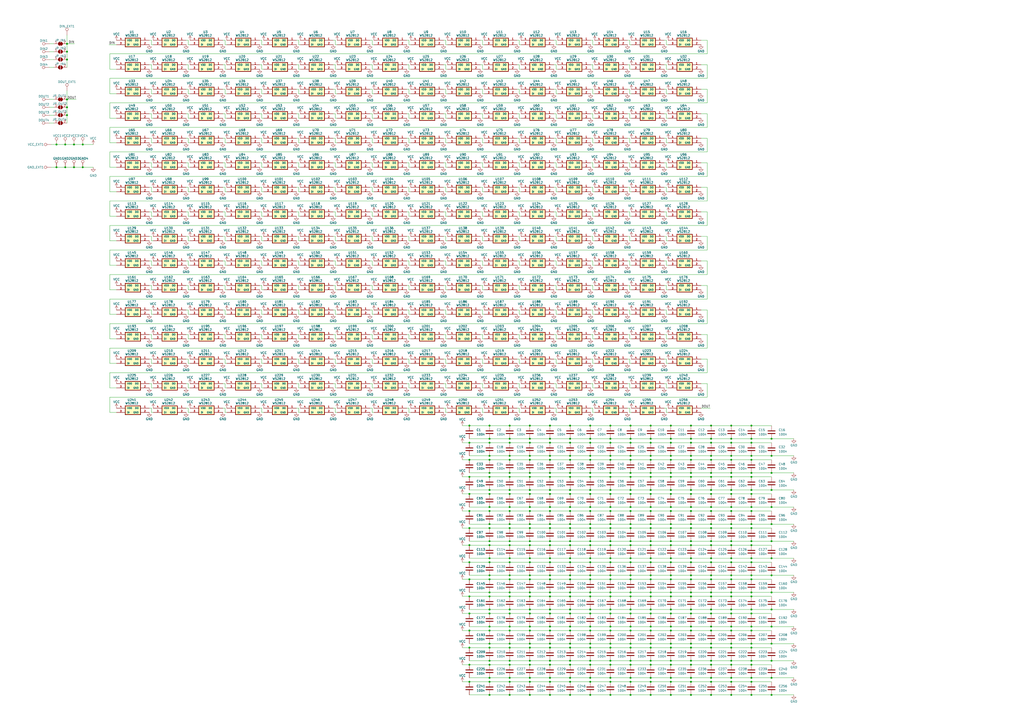
<source format=kicad_sch>
(kicad_sch (version 20211123) (generator eeschema)
  (paper "A2")
  (junction (at 377.444 313.944))
  (junction (at 354.076 365.76))
  (junction (at 412.496 373.38))
  (junction (at 354.076 323.85))
  (junction (at 342.392 353.568))
  (junction (at 365.76 316.23))
  (junction (at 330.708 395.478))
  (junction (at 365.76 256.794))
  (junction (at 307.34 323.85))
  (junction (at 377.444 306.324))
  (junction (at 389.128 383.286))
  (junction (at 389.128 294.132))
  (junction (at 354.076 246.888))
  (junction (at 412.496 395.478))
  (junction (at 354.076 395.478))
  (junction (at 412.496 313.944))
  (junction (at 32.766 83.82))
  (junction (at 424.18 343.662))
  (junction (at 412.496 286.512))
  (junction (at 400.812 266.7))
  (junction (at 330.708 393.192))
  (junction (at 377.444 274.32))
  (junction (at 365.76 345.948))
  (junction (at 319.024 256.794))
  (junction (at 377.444 343.662))
  (junction (at 330.708 294.132))
  (junction (at 307.34 286.512))
  (junction (at 400.812 313.944))
  (junction (at 389.128 403.098))
  (junction (at 307.34 395.478))
  (junction (at 354.076 383.286))
  (junction (at 295.656 383.286))
  (junction (at 283.972 256.794))
  (junction (at 319.024 326.136))
  (junction (at 389.128 316.23))
  (junction (at 447.548 284.226))
  (junction (at 330.708 246.888))
  (junction (at 295.656 345.948))
  (junction (at 447.548 353.568))
  (junction (at 435.864 385.572))
  (junction (at 354.076 284.226))
  (junction (at 424.18 393.192))
  (junction (at 354.076 393.192))
  (junction (at 400.812 256.794))
  (junction (at 377.444 383.286))
  (junction (at 307.34 345.948))
  (junction (at 295.656 254.508))
  (junction (at 272.288 326.136))
  (junction (at 412.496 385.572))
  (junction (at 377.444 264.414))
  (junction (at 295.656 256.794))
  (junction (at 38.862 62.23))
  (junction (at 412.496 393.192))
  (junction (at 32.766 97.028))
  (junction (at 342.392 313.944))
  (junction (at 400.812 274.32))
  (junction (at 354.076 403.098))
  (junction (at 307.34 353.568))
  (junction (at 330.708 336.042))
  (junction (at 412.496 365.76))
  (junction (at 424.18 286.512))
  (junction (at 389.128 343.662))
  (junction (at 412.496 363.474))
  (junction (at 435.864 266.7))
  (junction (at 389.128 385.572))
  (junction (at 377.444 266.7))
  (junction (at 412.496 256.794))
  (junction (at 435.864 304.038))
  (junction (at 319.024 294.132))
  (junction (at 412.496 336.042))
  (junction (at 342.392 306.324))
  (junction (at 283.972 375.666))
  (junction (at 377.444 333.756))
  (junction (at 377.444 286.512))
  (junction (at 447.548 363.474))
  (junction (at 400.812 296.418))
  (junction (at 400.812 343.662))
  (junction (at 424.18 373.38))
  (junction (at 342.392 296.418))
  (junction (at 424.18 274.32))
  (junction (at 354.076 316.23))
  (junction (at 342.392 264.414))
  (junction (at 330.708 353.568))
  (junction (at 447.548 294.132))
  (junction (at 295.656 353.568))
  (junction (at 447.548 373.38))
  (junction (at 283.972 286.512))
  (junction (at 400.812 385.572))
  (junction (at 365.76 326.136))
  (junction (at 435.864 333.756))
  (junction (at 400.812 403.098))
  (junction (at 435.864 345.948))
  (junction (at 330.708 363.474))
  (junction (at 377.444 304.038))
  (junction (at 412.496 316.23))
  (junction (at 283.972 403.098))
  (junction (at 377.444 246.888))
  (junction (at 37.846 97.028))
  (junction (at 424.18 254.508))
  (junction (at 330.708 316.23))
  (junction (at 319.024 304.038))
  (junction (at 365.76 313.944))
  (junction (at 354.076 276.606))
  (junction (at 283.972 343.662))
  (junction (at 38.862 66.802))
  (junction (at 412.496 276.606))
  (junction (at 330.708 383.286))
  (junction (at 342.392 286.512))
  (junction (at 283.972 363.474))
  (junction (at 330.708 343.662))
  (junction (at 272.288 355.854))
  (junction (at 283.972 333.756))
  (junction (at 307.34 403.098))
  (junction (at 447.548 304.038))
  (junction (at 389.128 284.226))
  (junction (at 283.972 276.606))
  (junction (at 330.708 304.038))
  (junction (at 319.024 373.38))
  (junction (at 272.288 256.794))
  (junction (at 365.76 375.666))
  (junction (at 389.128 345.948))
  (junction (at 319.024 276.606))
  (junction (at 354.076 296.418))
  (junction (at 319.024 403.098))
  (junction (at 365.76 286.512))
  (junction (at 389.128 373.38))
  (junction (at 307.34 284.226))
  (junction (at 38.862 29.972))
  (junction (at 424.18 336.042))
  (junction (at 377.444 326.136))
  (junction (at 307.34 375.666))
  (junction (at 354.076 313.944))
  (junction (at 283.972 353.568))
  (junction (at 400.812 326.136))
  (junction (at 389.128 276.606))
  (junction (at 307.34 333.756))
  (junction (at 295.656 336.042))
  (junction (at 365.76 333.756))
  (junction (at 38.862 57.658))
  (junction (at 389.128 256.794))
  (junction (at 365.76 353.568))
  (junction (at 447.548 313.944))
  (junction (at 330.708 254.508))
  (junction (at 377.444 323.85))
  (junction (at 272.288 246.888))
  (junction (at 435.864 313.944))
  (junction (at 400.812 345.948))
  (junction (at 295.656 365.76))
  (junction (at 295.656 304.038))
  (junction (at 389.128 363.474))
  (junction (at 424.18 363.474))
  (junction (at 330.708 266.7))
  (junction (at 342.392 266.7))
  (junction (at 377.444 296.418))
  (junction (at 295.656 395.478))
  (junction (at 447.548 403.098))
  (junction (at 400.812 264.414))
  (junction (at 377.444 403.098))
  (junction (at 342.392 403.098))
  (junction (at 307.34 256.794))
  (junction (at 354.076 256.794))
  (junction (at 447.548 393.192))
  (junction (at 400.812 323.85))
  (junction (at 354.076 353.568))
  (junction (at 389.128 313.944))
  (junction (at 307.34 355.854))
  (junction (at 412.496 353.568))
  (junction (at 307.34 326.136))
  (junction (at 272.288 286.512))
  (junction (at 365.76 395.478))
  (junction (at 389.128 246.888))
  (junction (at 424.18 365.76))
  (junction (at 435.864 296.418))
  (junction (at 295.656 343.662))
  (junction (at 365.76 343.662))
  (junction (at 330.708 286.512))
  (junction (at 447.548 254.508))
  (junction (at 447.548 383.286))
  (junction (at 319.024 353.568))
  (junction (at 424.18 294.132))
  (junction (at 295.656 266.7))
  (junction (at 295.656 306.324))
  (junction (at 295.656 355.854))
  (junction (at 319.024 375.666))
  (junction (at 283.972 246.888))
  (junction (at 412.496 343.662))
  (junction (at 435.864 276.606))
  (junction (at 435.864 246.888))
  (junction (at 400.812 284.226))
  (junction (at 354.076 266.7))
  (junction (at 365.76 373.38))
  (junction (at 435.864 403.098))
  (junction (at 295.656 264.414))
  (junction (at 424.18 313.944))
  (junction (at 319.024 336.042))
  (junction (at 365.76 294.132))
  (junction (at 330.708 274.32))
  (junction (at 400.812 383.286))
  (junction (at 365.76 246.888))
  (junction (at 412.496 333.756))
  (junction (at 400.812 363.474))
  (junction (at 389.128 355.854))
  (junction (at 365.76 284.226))
  (junction (at 435.864 393.192))
  (junction (at 342.392 276.606))
  (junction (at 365.76 296.418))
  (junction (at 400.812 393.192))
  (junction (at 319.024 246.888))
  (junction (at 435.864 353.568))
  (junction (at 319.024 343.662))
  (junction (at 330.708 385.572))
  (junction (at 354.076 333.756))
  (junction (at 354.076 254.508))
  (junction (at 365.76 385.572))
  (junction (at 435.864 256.794))
  (junction (at 365.76 383.286))
  (junction (at 435.864 395.478))
  (junction (at 400.812 336.042))
  (junction (at 424.18 355.854))
  (junction (at 400.812 254.508))
  (junction (at 283.972 296.418))
  (junction (at 330.708 264.414))
  (junction (at 307.34 304.038))
  (junction (at 319.024 345.948))
  (junction (at 424.18 316.23))
  (junction (at 283.972 365.76))
  (junction (at 307.34 266.7))
  (junction (at 377.444 363.474))
  (junction (at 377.444 393.192))
  (junction (at 412.496 266.7))
  (junction (at 342.392 363.474))
  (junction (at 365.76 304.038))
  (junction (at 307.34 264.414))
  (junction (at 424.18 323.85))
  (junction (at 295.656 403.098))
  (junction (at 365.76 323.85))
  (junction (at 319.024 385.572))
  (junction (at 272.288 375.666))
  (junction (at 272.288 296.418))
  (junction (at 354.076 355.854))
  (junction (at 283.972 284.226))
  (junction (at 377.444 256.794))
  (junction (at 307.34 373.38))
  (junction (at 307.34 316.23))
  (junction (at 342.392 284.226))
  (junction (at 342.392 385.572))
  (junction (at 307.34 296.418))
  (junction (at 424.18 403.098))
  (junction (at 295.656 323.85))
  (junction (at 295.656 363.474))
  (junction (at 342.392 323.85))
  (junction (at 365.76 254.508))
  (junction (at 295.656 333.756))
  (junction (at 400.812 306.324))
  (junction (at 400.812 316.23))
  (junction (at 435.864 294.132))
  (junction (at 365.76 403.098))
  (junction (at 424.18 306.324))
  (junction (at 424.18 256.794))
  (junction (at 435.864 264.414))
  (junction (at 330.708 323.85))
  (junction (at 400.812 294.132))
  (junction (at 295.656 276.606))
  (junction (at 354.076 343.662))
  (junction (at 389.128 395.478))
  (junction (at 295.656 326.136))
  (junction (at 307.34 393.192))
  (junction (at 330.708 284.226))
  (junction (at 424.18 375.666))
  (junction (at 342.392 383.286))
  (junction (at 412.496 294.132))
  (junction (at 307.34 313.944))
  (junction (at 272.288 266.7))
  (junction (at 424.18 385.572))
  (junction (at 400.812 355.854))
  (junction (at 295.656 286.512))
  (junction (at 389.128 286.512))
  (junction (at 377.444 365.76))
  (junction (at 377.444 284.226))
  (junction (at 37.846 83.82))
  (junction (at 307.34 363.474))
  (junction (at 307.34 336.042))
  (junction (at 447.548 264.414))
  (junction (at 283.972 294.132))
  (junction (at 412.496 355.854))
  (junction (at 272.288 276.606))
  (junction (at 342.392 274.32))
  (junction (at 319.024 296.418))
  (junction (at 307.34 343.662))
  (junction (at 272.288 345.948))
  (junction (at 283.972 313.944))
  (junction (at 377.444 276.606))
  (junction (at 319.024 274.32))
  (junction (at 319.024 363.474))
  (junction (at 342.392 316.23))
  (junction (at 377.444 353.568))
  (junction (at 412.496 326.136))
  (junction (at 389.128 306.324))
  (junction (at 424.18 326.136))
  (junction (at 412.496 383.286))
  (junction (at 307.34 294.132))
  (junction (at 342.392 304.038))
  (junction (at 307.34 306.324))
  (junction (at 283.972 316.23))
  (junction (at 295.656 246.888))
  (junction (at 283.972 373.38))
  (junction (at 435.864 373.38))
  (junction (at 319.024 306.324))
  (junction (at 412.496 284.226))
  (junction (at 330.708 345.948))
  (junction (at 447.548 343.662))
  (junction (at 272.288 385.572))
  (junction (at 377.444 336.042))
  (junction (at 319.024 393.192))
  (junction (at 342.392 365.76))
  (junction (at 319.024 355.854))
  (junction (at 283.972 266.7))
  (junction (at 400.812 365.76))
  (junction (at 307.34 254.508))
  (junction (at 354.076 375.666))
  (junction (at 342.392 256.794))
  (junction (at 342.392 326.136))
  (junction (at 424.18 353.568))
  (junction (at 283.972 385.572))
  (junction (at 400.812 333.756))
  (junction (at 412.496 246.888))
  (junction (at 330.708 375.666))
  (junction (at 389.128 304.038))
  (junction (at 38.862 25.4))
  (junction (at 354.076 306.324))
  (junction (at 330.708 256.794))
  (junction (at 435.864 375.666))
  (junction (at 342.392 375.666))
  (junction (at 330.708 355.854))
  (junction (at 330.708 326.136))
  (junction (at 330.708 313.944))
  (junction (at 435.864 306.324))
  (junction (at 342.392 333.756))
  (junction (at 319.024 333.756))
  (junction (at 389.128 393.192))
  (junction (at 424.18 276.606))
  (junction (at 283.972 393.192))
  (junction (at 424.18 246.888))
  (junction (at 389.128 333.756))
  (junction (at 295.656 284.226))
  (junction (at 412.496 323.85))
  (junction (at 283.972 336.042))
  (junction (at 272.288 365.76))
  (junction (at 342.392 254.508))
  (junction (at 330.708 306.324))
  (junction (at 283.972 274.32))
  (junction (at 435.864 284.226))
  (junction (at 330.708 276.606))
  (junction (at 389.128 264.414))
  (junction (at 283.972 264.414))
  (junction (at 319.024 313.944))
  (junction (at 435.864 343.662))
  (junction (at 424.18 264.414))
  (junction (at 283.972 304.038))
  (junction (at 365.76 393.192))
  (junction (at 354.076 286.512))
  (junction (at 307.34 383.286))
  (junction (at 447.548 333.756))
  (junction (at 412.496 306.324))
  (junction (at 342.392 355.854))
  (junction (at 283.972 326.136))
  (junction (at 435.864 383.286))
  (junction (at 389.128 274.32))
  (junction (at 400.812 373.38))
  (junction (at 319.024 323.85))
  (junction (at 400.812 375.666))
  (junction (at 435.864 326.136))
  (junction (at 400.812 286.512))
  (junction (at 272.288 306.324))
  (junction (at 307.34 276.606))
  (junction (at 319.024 264.414))
  (junction (at 295.656 296.418))
  (junction (at 400.812 395.478))
  (junction (at 283.972 355.854))
  (junction (at 412.496 375.666))
  (junction (at 365.76 355.854))
  (junction (at 377.444 355.854))
  (junction (at 307.34 365.76))
  (junction (at 412.496 274.32))
  (junction (at 377.444 316.23))
  (junction (at 365.76 276.606))
  (junction (at 435.864 365.76))
  (junction (at 283.972 345.948))
  (junction (at 389.128 296.418))
  (junction (at 412.496 403.098))
  (junction (at 377.444 254.508))
  (junction (at 319.024 395.478))
  (junction (at 295.656 373.38))
  (junction (at 319.024 284.226))
  (junction (at 48.006 97.028))
  (junction (at 435.864 336.042))
  (junction (at 365.76 336.042))
  (junction (at 365.76 363.474))
  (junction (at 354.076 274.32))
  (junction (at 354.076 363.474))
  (junction (at 435.864 274.32))
  (junction (at 283.972 254.508))
  (junction (at 412.496 264.414))
  (junction (at 342.392 345.948))
  (junction (at 389.128 336.042))
  (junction (at 435.864 286.512))
  (junction (at 400.812 353.568))
  (junction (at 389.128 266.7))
  (junction (at 424.18 345.948))
  (junction (at 330.708 365.76))
  (junction (at 354.076 336.042))
  (junction (at 412.496 296.418))
  (junction (at 342.392 373.38))
  (junction (at 48.006 83.82))
  (junction (at 435.864 254.508))
  (junction (at 342.392 393.192))
  (junction (at 435.864 316.23))
  (junction (at 424.18 266.7))
  (junction (at 400.812 276.606))
  (junction (at 272.288 395.478))
  (junction (at 400.812 246.888))
  (junction (at 365.76 306.324))
  (junction (at 330.708 333.756))
  (junction (at 319.024 266.7))
  (junction (at 389.128 353.568))
  (junction (at 283.972 323.85))
  (junction (at 342.392 246.888))
  (junction (at 389.128 375.666))
  (junction (at 354.076 304.038))
  (junction (at 377.444 345.948))
  (junction (at 412.496 304.038))
  (junction (at 307.34 274.32))
  (junction (at 365.76 274.32))
  (junction (at 435.864 355.854))
  (junction (at 447.548 274.32))
  (junction (at 295.656 393.192))
  (junction (at 412.496 345.948))
  (junction (at 377.444 294.132))
  (junction (at 354.076 264.414))
  (junction (at 424.18 284.226))
  (junction (at 354.076 373.38))
  (junction (at 295.656 274.32))
  (junction (at 272.288 336.042))
  (junction (at 412.496 254.508))
  (junction (at 365.76 266.7))
  (junction (at 424.18 304.038))
  (junction (at 283.972 306.324))
  (junction (at 319.024 316.23))
  (junction (at 389.128 326.136))
  (junction (at 307.34 246.888))
  (junction (at 424.18 296.418))
  (junction (at 319.024 254.508))
  (junction (at 319.024 365.76))
  (junction (at 295.656 316.23))
  (junction (at 342.392 343.662))
  (junction (at 389.128 323.85))
  (junction (at 272.288 316.23))
  (junction (at 283.972 383.286))
  (junction (at 365.76 365.76))
  (junction (at 330.708 373.38))
  (junction (at 377.444 373.38))
  (junction (at 295.656 294.132))
  (junction (at 435.864 323.85))
  (junction (at 295.656 313.944))
  (junction (at 354.076 385.572))
  (junction (at 389.128 254.508))
  (junction (at 377.444 385.572))
  (junction (at 42.926 83.82))
  (junction (at 295.656 385.572))
  (junction (at 365.76 264.414))
  (junction (at 295.656 375.666))
  (junction (at 342.392 336.042))
  (junction (at 354.076 345.948))
  (junction (at 319.024 383.286))
  (junction (at 42.926 97.028))
  (junction (at 354.076 294.132))
  (junction (at 424.18 383.286))
  (junction (at 38.862 34.544))
  (junction (at 377.444 395.478))
  (junction (at 435.864 363.474))
  (junction (at 330.708 296.418))
  (junction (at 400.812 304.038))
  (junction (at 283.972 395.478))
  (junction (at 342.392 294.132))
  (junction (at 307.34 385.572))
  (junction (at 377.444 375.666))
  (junction (at 319.024 286.512))
  (junction (at 424.18 333.756))
  (junction (at 330.708 403.098))
  (junction (at 424.18 395.478))
  (junction (at 354.076 326.136))
  (junction (at 447.548 323.85))
  (junction (at 342.392 395.478))
  (junction (at 389.128 365.76))
  (wire (pts (xy 322.58 80.264) (xy 321.31 80.264)))
  (wire (pts (xy 109.22 196.596) (xy 109.22 194.056)))
  (wire (pts (xy 37.846 97.028) (xy 42.926 97.028)))
  (wire (pts (xy 301.244 40.132) (xy 301.244 37.592)))
  (wire (pts (xy 215.9 151.384) (xy 214.63 151.384)))
  (wire (pts (xy 295.656 336.042) (xy 307.34 336.042)))
  (wire (pts (xy 342.392 274.32) (xy 354.076 274.32)))
  (wire (pts (xy 151.892 97.028) (xy 151.892 94.488)))
  (wire (pts (xy 268.224 345.948) (xy 272.288 345.948)))
  (wire (pts (xy 195.58 139.7) (xy 194.564 139.7)))
  (wire (pts (xy 258.572 179.832) (xy 257.302 179.832)))
  (wire (pts (xy 130.556 37.592) (xy 129.286 37.592)))
  (wire (pts (xy 343.916 151.384) (xy 342.646 151.384)))
  (wire (pts (xy 424.18 363.474) (xy 435.864 363.474)))
  (wire (pts (xy 272.288 286.512) (xy 283.972 286.512)))
  (wire (pts (xy 366.268 196.596) (xy 365.252 196.596)))
  (wire (pts (xy 323.596 239.268) (xy 322.58 239.268)))
  (wire (pts (xy 424.18 353.568) (xy 435.864 353.568)))
  (wire (pts (xy 424.18 286.512) (xy 435.864 286.512)))
  (wire (pts (xy 87.884 151.384) (xy 86.614 151.384)))
  (wire (pts (xy 280.924 111.252) (xy 279.908 111.252)))
  (wire (pts (xy 387.604 40.132) (xy 386.588 40.132)))
  (wire (pts (xy 343.916 208.28) (xy 343.916 210.82)))
  (wire (pts (xy 110.236 125.476) (xy 109.22 125.476)))
  (wire (pts (xy 237.236 137.16) (xy 235.966 137.16)))
  (wire (pts (xy 258.572 208.28) (xy 257.302 208.28)))
  (wire (pts (xy 386.588 168.148) (xy 386.588 165.608)))
  (wire (pts (xy 377.444 363.474) (xy 389.128 363.474)))
  (wire (pts (xy 406.654 94.488) (xy 410.21 94.488)))
  (wire (pts (xy 387.604 210.82) (xy 386.588 210.82)))
  (wire (pts (xy 412.496 333.756) (xy 424.18 333.756)))
  (wire (pts (xy 272.288 363.474) (xy 283.972 363.474)))
  (wire (pts (xy 237.236 37.592) (xy 235.966 37.592)))
  (wire (pts (xy 322.58 125.476) (xy 322.58 122.936)))
  (wire (pts (xy 215.9 137.16) (xy 214.63 137.16)))
  (wire (pts (xy 330.708 365.76) (xy 342.392 365.76)))
  (wire (pts (xy 215.9 153.924) (xy 215.9 151.384)))
  (wire (pts (xy 323.596 25.908) (xy 322.58 25.908)))
  (wire (pts (xy 319.024 373.38) (xy 330.708 373.38)))
  (wire (pts (xy 194.564 82.804) (xy 194.564 80.264)))
  (wire (pts (xy 173.228 222.504) (xy 171.958 222.504)))
  (wire (pts (xy 343.916 222.504) (xy 343.916 225.044)))
  (wire (pts (xy 151.892 25.908) (xy 151.892 23.368)))
  (wire (pts (xy 63.246 25.908) (xy 67.564 25.908)))
  (wire (pts (xy 109.22 151.384) (xy 107.95 151.384)))
  (wire (pts (xy 109.22 122.936) (xy 107.95 122.936)))
  (wire (pts (xy 152.908 153.924) (xy 151.892 153.924)))
  (wire (pts (xy 295.656 373.38) (xy 307.34 373.38)))
  (wire (pts (xy 279.908 179.832) (xy 278.638 179.832)))
  (wire (pts (xy 410.21 151.384) (xy 410.21 159.258)))
  (wire (pts (xy 63.754 201.93) (xy 63.754 210.82)))
  (wire (pts (xy 400.812 316.23) (xy 412.496 316.23)))
  (wire (pts (xy 283.972 355.854) (xy 295.656 355.854)))
  (wire (pts (xy 109.22 23.368) (xy 107.95 23.368)))
  (wire (pts (xy 365.252 108.712) (xy 363.982 108.712)))
  (wire (pts (xy 301.244 225.044) (xy 301.244 222.504)))
  (wire (pts (xy 435.864 383.286) (xy 447.548 383.286)))
  (wire (pts (xy 295.656 264.414) (xy 307.34 264.414)))
  (wire (pts (xy 295.656 343.662) (xy 307.34 343.662)))
  (wire (pts (xy 131.572 239.268) (xy 130.556 239.268)))
  (wire (pts (xy 109.22 208.28) (xy 107.95 208.28)))
  (wire (pts (xy 195.58 97.028) (xy 194.564 97.028)))
  (wire (pts (xy 151.892 182.372) (xy 151.892 179.832)))
  (wire (pts (xy 88.9 182.372) (xy 87.884 182.372)))
  (wire (pts (xy 272.288 336.042) (xy 283.972 336.042)))
  (wire (pts (xy 410.21 201.93) (xy 63.754 201.93)))
  (wire (pts (xy 307.34 353.568) (xy 319.024 353.568)))
  (wire (pts (xy 319.024 266.7) (xy 330.708 266.7)))
  (wire (pts (xy 280.924 68.58) (xy 279.908 68.58)))
  (wire (pts (xy 173.228 80.264) (xy 173.228 82.804)))
  (wire (pts (xy 295.656 385.572) (xy 307.34 385.572)))
  (wire (pts (xy 301.244 82.804) (xy 301.244 80.264)))
  (wire (pts (xy 319.024 274.32) (xy 330.708 274.32)))
  (wire (pts (xy 195.58 168.148) (xy 194.564 168.148)))
  (wire (pts (xy 130.556 222.504) (xy 129.286 222.504)))
  (wire (pts (xy 307.34 294.132) (xy 319.024 294.132)))
  (wire (pts (xy 406.654 51.816) (xy 410.21 51.816)))
  (wire (pts (xy 307.34 326.136) (xy 319.024 326.136)))
  (wire (pts (xy 343.916 222.504) (xy 342.646 222.504)))
  (wire (pts (xy 194.564 97.028) (xy 194.564 94.488)))
  (wire (pts (xy 151.892 139.7) (xy 151.892 137.16)))
  (wire (pts (xy 258.572 37.592) (xy 257.302 37.592)))
  (wire (pts (xy 63.754 239.268) (xy 67.564 239.268)))
  (wire (pts (xy 330.708 385.572) (xy 342.392 385.572)))
  (wire (pts (xy 330.708 313.944) (xy 342.392 313.944)))
  (wire (pts (xy 194.564 153.924) (xy 194.564 151.384)))
  (wire (pts (xy 131.572 40.132) (xy 130.556 40.132)))
  (wire (pts (xy 365.252 40.132) (xy 365.252 37.592)))
  (wire (pts (xy 424.18 264.414) (xy 435.864 264.414)))
  (wire (pts (xy 109.22 225.044) (xy 109.22 222.504)))
  (wire (pts (xy 354.076 336.042) (xy 365.76 336.042)))
  (wire (pts (xy 283.972 254.508) (xy 295.656 254.508)))
  (wire (pts (xy 279.908 137.16) (xy 278.638 137.16)))
  (wire (pts (xy 386.588 182.372) (xy 386.588 179.832)))
  (wire (pts (xy 272.288 264.414) (xy 283.972 264.414)))
  (wire (pts (xy 283.972 286.512) (xy 295.656 286.512)))
  (wire (pts (xy 389.128 264.414) (xy 400.812 264.414)))
  (wire (pts (xy 389.128 313.944) (xy 400.812 313.944)))
  (wire (pts (xy 238.252 168.148) (xy 237.236 168.148)))
  (wire (pts (xy 259.588 210.82) (xy 258.572 210.82)))
  (wire (pts (xy 412.496 264.414) (xy 424.18 264.414)))
  (wire (pts (xy 342.392 373.38) (xy 354.076 373.38)))
  (wire (pts (xy 88.9 196.596) (xy 87.884 196.596)))
  (wire (pts (xy 87.884 222.504) (xy 86.614 222.504)))
  (wire (pts (xy 424.18 294.132) (xy 435.864 294.132)))
  (wire (pts (xy 365.76 254.508) (xy 377.444 254.508)))
  (wire (pts (xy 63.754 216.154) (xy 63.754 225.044)))
  (wire (pts (xy 130.556 54.356) (xy 130.556 51.816)))
  (wire (pts (xy 110.236 210.82) (xy 109.22 210.82)))
  (wire (pts (xy 131.572 225.044) (xy 130.556 225.044)))
  (wire (pts (xy 377.444 403.098) (xy 389.128 403.098)))
  (wire (pts (xy 130.556 111.252) (xy 130.556 108.712)))
  (wire (pts (xy 354.076 385.572) (xy 365.76 385.572)))
  (wire (pts (xy 109.22 137.16) (xy 107.95 137.16)))
  (wire (pts (xy 238.252 210.82) (xy 237.236 210.82)))
  (wire (pts (xy 279.908 54.356) (xy 279.908 51.816)))
  (wire (pts (xy 130.556 196.596) (xy 130.556 194.056)))
  (wire (pts (xy 110.236 54.356) (xy 109.22 54.356)))
  (wire (pts (xy 258.572 236.728) (xy 258.572 239.268)))
  (wire (pts (xy 319.024 323.85) (xy 330.708 323.85)))
  (wire (pts (xy 386.588 194.056) (xy 385.318 194.056)))
  (wire (pts (xy 88.9 111.252) (xy 87.884 111.252)))
  (wire (pts (xy 28.702 29.972) (xy 31.242 29.972)))
  (wire (pts (xy 279.908 236.728) (xy 278.638 236.728)))
  (wire (pts (xy 412.496 383.286) (xy 424.18 383.286)))
  (wire (pts (xy 424.18 403.098) (xy 435.864 403.098)))
  (wire (pts (xy 365.252 165.608) (xy 363.982 165.608)))
  (wire (pts (xy 173.228 151.384) (xy 173.228 153.924)))
  (wire (pts (xy 295.656 345.948) (xy 307.34 345.948)))
  (wire (pts (xy 435.864 385.572) (xy 447.548 385.572)))
  (wire (pts (xy 174.244 82.804) (xy 173.228 82.804)))
  (wire (pts (xy 302.26 153.924) (xy 301.244 153.924)))
  (wire (pts (xy 344.932 97.028) (xy 343.916 97.028)))
  (wire (pts (xy 386.588 97.028) (xy 386.588 94.488)))
  (wire (pts (xy 365.252 51.816) (xy 363.982 51.816)))
  (wire (pts (xy 412.496 395.478) (xy 424.18 395.478)))
  (wire (pts (xy 215.9 179.832) (xy 214.63 179.832)))
  (wire (pts (xy 195.58 111.252) (xy 194.564 111.252)))
  (wire (pts (xy 387.604 239.268) (xy 386.588 239.268)))
  (wire (pts (xy 387.604 25.908) (xy 386.588 25.908)))
  (wire (pts (xy 343.916 108.712) (xy 343.916 111.252)))
  (wire (pts (xy 342.392 313.944) (xy 354.076 313.944)))
  (wire (pts (xy 216.916 68.58) (xy 215.9 68.58)))
  (wire (pts (xy 238.252 82.804) (xy 237.236 82.804)))
  (wire (pts (xy 330.708 336.042) (xy 342.392 336.042)))
  (wire (pts (xy 424.18 284.226) (xy 435.864 284.226)))
  (wire (pts (xy 365.76 336.042) (xy 377.444 336.042)))
  (wire (pts (xy 301.244 137.16) (xy 299.974 137.16)))
  (wire (pts (xy 174.244 139.7) (xy 173.228 139.7)))
  (wire (pts (xy 130.556 68.58) (xy 130.556 66.04)))
  (wire (pts (xy 279.908 23.368) (xy 278.638 23.368)))
  (wire (pts (xy 87.884 94.488) (xy 87.884 97.028)))
  (wire (pts (xy 195.58 54.356) (xy 194.564 54.356)))
  (wire (pts (xy 386.588 66.04) (xy 385.318 66.04)))
  (wire (pts (xy 389.128 266.7) (xy 400.812 266.7)))
  (wire (pts (xy 319.024 365.76) (xy 330.708 365.76)))
  (wire (pts (xy 295.656 306.324) (xy 307.34 306.324)))
  (wire (pts (xy 32.766 83.82) (xy 37.846 83.82)))
  (wire (pts (xy 295.656 365.76) (xy 307.34 365.76)))
  (wire (pts (xy 174.244 40.132) (xy 173.228 40.132)))
  (wire (pts (xy 377.444 336.042) (xy 389.128 336.042)))
  (wire (pts (xy 365.252 111.252) (xy 365.252 108.712)))
  (wire (pts (xy 400.812 296.418) (xy 412.496 296.418)))
  (wire (pts (xy 295.656 296.418) (xy 307.34 296.418)))
  (wire (pts (xy 279.908 239.268) (xy 279.908 236.728)))
  (wire (pts (xy 366.268 82.804) (xy 365.252 82.804)))
  (wire (pts (xy 354.076 296.418) (xy 365.76 296.418)))
  (wire (pts (xy 130.556 82.804) (xy 130.556 80.264)))
  (wire (pts (xy 377.444 323.85) (xy 389.128 323.85)))
  (wire (pts (xy 301.244 94.488) (xy 299.974 94.488)))
  (wire (pts (xy 386.588 37.592) (xy 385.318 37.592)))
  (wire (pts (xy 258.572 37.592) (xy 258.572 40.132)))
  (wire (pts (xy 412.496 304.038) (xy 424.18 304.038)))
  (wire (pts (xy 354.076 353.568) (xy 365.76 353.568)))
  (wire (pts (xy 330.708 254.508) (xy 342.392 254.508)))
  (wire (pts (xy 412.496 393.192) (xy 424.18 393.192)))
  (wire (pts (xy 238.252 182.372) (xy 237.236 182.372)))
  (wire (pts (xy 280.924 40.132) (xy 279.908 40.132)))
  (wire (pts (xy 195.58 210.82) (xy 194.564 210.82)))
  (wire (pts (xy 400.812 246.888) (xy 412.496 246.888)))
  (wire (pts (xy 435.864 306.324) (xy 447.548 306.324)))
  (wire (pts (xy 389.128 304.038) (xy 400.812 304.038)))
  (wire (pts (xy 410.21 108.712) (xy 410.21 116.586)))
  (wire (pts (xy 279.908 194.056) (xy 278.638 194.056)))
  (wire (pts (xy 412.496 373.38) (xy 424.18 373.38)))
  (wire (pts (xy 424.18 365.76) (xy 435.864 365.76)))
  (wire (pts (xy 216.916 153.924) (xy 215.9 153.924)))
  (wire (pts (xy 365.76 246.888) (xy 377.444 246.888)))
  (wire (pts (xy 424.18 296.418) (xy 435.864 296.418)))
  (wire (pts (xy 194.564 66.04) (xy 193.294 66.04)))
  (wire (pts (xy 38.862 62.23) (xy 38.862 66.802)))
  (wire (pts (xy 365.252 37.592) (xy 363.982 37.592)))
  (wire (pts (xy 152.908 54.356) (xy 151.892 54.356)))
  (wire (pts (xy 283.972 313.944) (xy 295.656 313.944)))
  (wire (pts (xy 272.288 375.666) (xy 283.972 375.666)))
  (wire (pts (xy 279.908 51.816) (xy 278.638 51.816)))
  (wire (pts (xy 301.244 165.608) (xy 299.974 165.608)))
  (wire (pts (xy 194.564 165.608) (xy 193.294 165.608)))
  (wire (pts (xy 377.444 393.192) (xy 389.128 393.192)))
  (wire (pts (xy 342.392 316.23) (xy 354.076 316.23)))
  (wire (pts (xy 365.252 139.7) (xy 365.252 137.16)))
  (wire (pts (xy 38.862 57.658) (xy 38.862 62.23)))
  (wire (pts (xy 216.916 111.252) (xy 215.9 111.252)))
  (wire (pts (xy 268.224 286.512) (xy 272.288 286.512)))
  (wire (pts (xy 377.444 383.286) (xy 389.128 383.286)))
  (wire (pts (xy 237.236 51.816) (xy 235.966 51.816)))
  (wire (pts (xy 28.702 66.802) (xy 31.242 66.802)))
  (wire (pts (xy 301.244 151.384) (xy 299.974 151.384)))
  (wire (pts (xy 272.288 313.944) (xy 283.972 313.944)))
  (wire (pts (xy 194.564 122.936) (xy 193.294 122.936)))
  (wire (pts (xy 424.18 355.854) (xy 435.864 355.854)))
  (wire (pts (xy 63.754 73.914) (xy 63.754 82.804)))
  (wire (pts (xy 330.708 323.85) (xy 342.392 323.85)))
  (wire (pts (xy 377.444 254.508) (xy 389.128 254.508)))
  (wire (pts (xy 400.812 393.192) (xy 412.496 393.192)))
  (wire (pts (xy 215.9 139.7) (xy 215.9 137.16)))
  (wire (pts (xy 323.596 68.58) (xy 322.58 68.58)))
  (wire (pts (xy 354.076 313.944) (xy 365.76 313.944)))
  (wire (pts (xy 344.932 239.268) (xy 343.916 239.268)))
  (wire (pts (xy 195.58 182.372) (xy 194.564 182.372)))
  (wire (pts (xy 130.556 208.28) (xy 129.286 208.28)))
  (wire (pts (xy 366.268 111.252) (xy 365.252 111.252)))
  (wire (pts (xy 366.268 68.58) (xy 365.252 68.58)))
  (wire (pts (xy 259.588 111.252) (xy 258.572 111.252)))
  (wire (pts (xy 283.972 276.606) (xy 295.656 276.606)))
  (wire (pts (xy 410.21 122.936) (xy 410.21 130.81)))
  (wire (pts (xy 295.656 395.478) (xy 307.34 395.478)))
  (wire (pts (xy 377.444 274.32) (xy 389.128 274.32)))
  (wire (pts (xy 63.754 45.466) (xy 63.754 54.356)))
  (wire (pts (xy 272.288 254.508) (xy 283.972 254.508)))
  (wire (pts (xy 259.588 168.148) (xy 258.572 168.148)))
  (wire (pts (xy 151.892 68.58) (xy 151.892 66.04)))
  (wire (pts (xy 377.444 256.794) (xy 389.128 256.794)))
  (wire (pts (xy 63.754 130.81) (xy 63.754 139.7)))
  (wire (pts (xy 130.556 40.132) (xy 130.556 37.592)))
  (wire (pts (xy 389.128 276.606) (xy 400.812 276.606)))
  (wire (pts (xy 194.564 25.908) (xy 194.564 23.368)))
  (wire (pts (xy 130.556 151.384) (xy 129.286 151.384)))
  (wire (pts (xy 63.754 40.132) (xy 67.564 40.132)))
  (wire (pts (xy 88.9 168.148) (xy 87.884 168.148)))
  (wire (pts (xy 406.654 151.384) (xy 410.21 151.384)))
  (wire (pts (xy 365.76 264.414) (xy 377.444 264.414)))
  (wire (pts (xy 216.916 196.596) (xy 215.9 196.596)))
  (wire (pts (xy 400.812 365.76) (xy 412.496 365.76)))
  (wire (pts (xy 389.128 286.512) (xy 400.812 286.512)))
  (wire (pts (xy 131.572 182.372) (xy 130.556 182.372)))
  (wire (pts (xy 295.656 266.7) (xy 307.34 266.7)))
  (wire (pts (xy 215.9 182.372) (xy 215.9 179.832)))
  (wire (pts (xy 173.228 151.384) (xy 171.958 151.384)))
  (wire (pts (xy 302.26 54.356) (xy 301.244 54.356)))
  (wire (pts (xy 377.444 286.512) (xy 389.128 286.512)))
  (wire (pts (xy 215.9 54.356) (xy 215.9 51.816)))
  (wire (pts (xy 386.588 236.728) (xy 385.318 236.728)))
  (wire (pts (xy 216.916 125.476) (xy 215.9 125.476)))
  (wire (pts (xy 283.972 266.7) (xy 295.656 266.7)))
  (wire (pts (xy 216.916 139.7) (xy 215.9 139.7)))
  (wire (pts (xy 424.18 276.606) (xy 435.864 276.606)))
  (wire (pts (xy 435.864 333.756) (xy 447.548 333.756)))
  (wire (pts (xy 343.916 122.936) (xy 342.646 122.936)))
  (wire (pts (xy 259.588 82.804) (xy 258.572 82.804)))
  (wire (pts (xy 410.21 194.056) (xy 410.21 201.93)))
  (wire (pts (xy 412.496 286.512) (xy 424.18 286.512)))
  (wire (pts (xy 63.754 54.356) (xy 67.564 54.356)))
  (wire (pts (xy 295.656 276.606) (xy 307.34 276.606)))
  (wire (pts (xy 307.34 264.414) (xy 319.024 264.414)))
  (wire (pts (xy 173.228 137.16) (xy 171.958 137.16)))
  (wire (pts (xy 110.236 139.7) (xy 109.22 139.7)))
  (wire (pts (xy 63.754 102.362) (xy 63.754 111.252)))
  (wire (pts (xy 216.916 40.132) (xy 215.9 40.132)))
  (wire (pts (xy 365.252 225.044) (xy 365.252 222.504)))
  (wire (pts (xy 354.076 286.512) (xy 365.76 286.512)))
  (wire (pts (xy 344.932 111.252) (xy 343.916 111.252)))
  (wire (pts (xy 301.244 125.476) (xy 301.244 122.936)))
  (wire (pts (xy 412.496 345.948) (xy 424.18 345.948)))
  (wire (pts (xy 216.916 25.908) (xy 215.9 25.908)))
  (wire (pts (xy 280.924 196.596) (xy 279.908 196.596)))
  (wire (pts (xy 152.908 239.268) (xy 151.892 239.268)))
  (wire (pts (xy 87.884 66.04) (xy 87.884 68.58)))
  (wire (pts (xy 151.892 94.488) (xy 150.622 94.488)))
  (wire (pts (xy 435.864 256.794) (xy 447.548 256.794)))
  (wire (pts (xy 109.22 40.132) (xy 109.22 37.592)))
  (wire (pts (xy 343.916 23.368) (xy 342.646 23.368)))
  (wire (pts (xy 322.58 23.368) (xy 321.31 23.368)))
  (wire (pts (xy 400.812 254.508) (xy 412.496 254.508)))
  (wire (pts (xy 272.288 355.854) (xy 283.972 355.854)))
  (wire (pts (xy 237.236 194.056) (xy 235.966 194.056)))
  (wire (pts (xy 400.812 276.606) (xy 412.496 276.606)))
  (wire (pts (xy 447.548 333.756) (xy 460.502 333.756)))
  (wire (pts (xy 152.908 182.372) (xy 151.892 182.372)))
  (wire (pts (xy 283.972 403.098) (xy 295.656 403.098)))
  (wire (pts (xy 343.916 165.608) (xy 342.646 165.608)))
  (wire (pts (xy 87.884 122.936) (xy 86.614 122.936)))
  (wire (pts (xy 63.754 153.924) (xy 67.564 153.924)))
  (wire (pts (xy 215.9 196.596) (xy 215.9 194.056)))
  (wire (pts (xy 280.924 168.148) (xy 279.908 168.148)))
  (wire (pts (xy 406.654 236.728) (xy 411.988 236.728)))
  (wire (pts (xy 87.884 208.28) (xy 87.884 210.82)))
  (wire (pts (xy 342.392 395.478) (xy 354.076 395.478)))
  (wire (pts (xy 406.654 179.832) (xy 410.21 179.832)))
  (wire (pts (xy 272.288 403.098) (xy 283.972 403.098)))
  (wire (pts (xy 435.864 323.85) (xy 447.548 323.85)))
  (wire (pts (xy 377.444 345.948) (xy 389.128 345.948)))
  (wire (pts (xy 323.596 182.372) (xy 322.58 182.372)))
  (wire (pts (xy 319.024 353.568) (xy 330.708 353.568)))
  (wire (pts (xy 109.22 66.04) (xy 107.95 66.04)))
  (wire (pts (xy 307.34 363.474) (xy 319.024 363.474)))
  (wire (pts (xy 387.604 82.804) (xy 386.588 82.804)))
  (wire (pts (xy 307.34 343.662) (xy 319.024 343.662)))
  (wire (pts (xy 400.812 304.038) (xy 412.496 304.038)))
  (wire (pts (xy 319.024 264.414) (xy 330.708 264.414)))
  (wire (pts (xy 389.128 345.948) (xy 400.812 345.948)))
  (wire (pts (xy 435.864 326.136) (xy 447.548 326.136)))
  (wire (pts (xy 389.128 373.38) (xy 400.812 373.38)))
  (wire (pts (xy 109.22 37.592) (xy 107.95 37.592)))
  (wire (pts (xy 386.588 210.82) (xy 386.588 208.28)))
  (wire (pts (xy 237.236 139.7) (xy 237.236 137.16)))
  (wire (pts (xy 88.9 40.132) (xy 87.884 40.132)))
  (wire (pts (xy 389.128 256.794) (xy 400.812 256.794)))
  (wire (pts (xy 131.572 97.028) (xy 130.556 97.028)))
  (wire (pts (xy 174.244 196.596) (xy 173.228 196.596)))
  (wire (pts (xy 279.908 80.264) (xy 278.638 80.264)))
  (wire (pts (xy 272.288 266.7) (xy 283.972 266.7)))
  (wire (pts (xy 400.812 336.042) (xy 412.496 336.042)))
  (wire (pts (xy 354.076 375.666) (xy 365.76 375.666)))
  (wire (pts (xy 412.496 313.944) (xy 424.18 313.944)))
  (wire (pts (xy 412.496 323.85) (xy 424.18 323.85)))
  (wire (pts (xy 447.548 313.944) (xy 460.502 313.944)))
  (wire (pts (xy 365.252 179.832) (xy 363.982 179.832)))
  (wire (pts (xy 174.244 225.044) (xy 173.228 225.044)))
  (wire (pts (xy 28.702 25.4) (xy 31.242 25.4)))
  (wire (pts (xy 301.244 51.816) (xy 299.974 51.816)))
  (wire (pts (xy 412.496 353.568) (xy 424.18 353.568)))
  (wire (pts (xy 38.862 29.972) (xy 38.862 34.544)))
  (wire (pts (xy 406.654 108.712) (xy 410.21 108.712)))
  (wire (pts (xy 319.024 306.324) (xy 330.708 306.324)))
  (wire (pts (xy 365.252 196.596) (xy 365.252 194.056)))
  (wire (pts (xy 87.884 179.832) (xy 87.884 182.372)))
  (wire (pts (xy 319.024 343.662) (xy 330.708 343.662)))
  (wire (pts (xy 302.26 139.7) (xy 301.244 139.7)))
  (wire (pts (xy 151.892 80.264) (xy 150.622 80.264)))
  (wire (pts (xy 354.076 306.324) (xy 365.76 306.324)))
  (wire (pts (xy 28.702 34.544) (xy 31.242 34.544)))
  (wire (pts (xy 435.864 296.418) (xy 447.548 296.418)))
  (wire (pts (xy 354.076 294.132) (xy 365.76 294.132)))
  (wire (pts (xy 412.496 326.136) (xy 424.18 326.136)))
  (wire (pts (xy 151.892 208.28) (xy 150.622 208.28)))
  (wire (pts (xy 279.908 37.592) (xy 278.638 37.592)))
  (wire (pts (xy 389.128 333.756) (xy 400.812 333.756)))
  (wire (pts (xy 343.916 179.832) (xy 343.916 182.372)))
  (wire (pts (xy 194.564 137.16) (xy 193.294 137.16)))
  (wire (pts (xy 130.556 139.7) (xy 130.556 137.16)))
  (wire (pts (xy 435.864 343.662) (xy 447.548 343.662)))
  (wire (pts (xy 386.588 82.804) (xy 386.588 80.264)))
  (wire (pts (xy 174.244 125.476) (xy 173.228 125.476)))
  (wire (pts (xy 109.22 25.908) (xy 109.22 23.368)))
  (wire (pts (xy 151.892 122.936) (xy 150.622 122.936)))
  (wire (pts (xy 386.588 208.28) (xy 385.318 208.28)))
  (wire (pts (xy 130.556 108.712) (xy 129.286 108.712)))
  (wire (pts (xy 109.22 165.608) (xy 107.95 165.608)))
  (wire (pts (xy 322.58 196.596) (xy 322.58 194.056)))
  (wire (pts (xy 279.908 108.712) (xy 278.638 108.712)))
  (wire (pts (xy 412.496 246.888) (xy 424.18 246.888)))
  (wire (pts (xy 319.024 316.23) (xy 330.708 316.23)))
  (wire (pts (xy 279.908 153.924) (xy 279.908 151.384)))
  (wire (pts (xy 295.656 274.32) (xy 307.34 274.32)))
  (wire (pts (xy 152.908 68.58) (xy 151.892 68.58)))
  (wire (pts (xy 215.9 208.28) (xy 214.63 208.28)))
  (wire (pts (xy 268.224 266.7) (xy 272.288 266.7)))
  (wire (pts (xy 237.236 122.936) (xy 235.966 122.936)))
  (wire (pts (xy 194.564 40.132) (xy 194.564 37.592)))
  (wire (pts (xy 152.908 82.804) (xy 151.892 82.804)))
  (wire (pts (xy 389.128 323.85) (xy 400.812 323.85)))
  (wire (pts (xy 194.564 236.728) (xy 193.294 236.728)))
  (wire (pts (xy 322.58 210.82) (xy 322.58 208.28)))
  (wire (pts (xy 130.556 194.056) (xy 129.286 194.056)))
  (wire (pts (xy 343.916 137.16) (xy 343.916 139.7)))
  (wire (pts (xy 174.244 111.252) (xy 173.228 111.252)))
  (wire (pts (xy 215.9 210.82) (xy 215.9 208.28)))
  (wire (pts (xy 174.244 168.148) (xy 173.228 168.148)))
  (wire (pts (xy 131.572 82.804) (xy 130.556 82.804)))
  (wire (pts (xy 109.22 194.056) (xy 107.95 194.056)))
  (wire (pts (xy 87.884 80.264) (xy 86.614 80.264)))
  (wire (pts (xy 237.236 182.372) (xy 237.236 179.832)))
  (wire (pts (xy 151.892 54.356) (xy 151.892 51.816)))
  (wire (pts (xy 386.588 179.832) (xy 385.318 179.832)))
  (wire (pts (xy 283.972 383.286) (xy 295.656 383.286)))
  (wire (pts (xy 330.708 326.136) (xy 342.392 326.136)))
  (wire (pts (xy 354.076 246.888) (xy 365.76 246.888)))
  (wire (pts (xy 258.572 151.384) (xy 258.572 153.924)))
  (wire (pts (xy 400.812 326.136) (xy 412.496 326.136)))
  (wire (pts (xy 237.236 225.044) (xy 237.236 222.504)))
  (wire (pts (xy 307.34 296.418) (xy 319.024 296.418)))
  (wire (pts (xy 280.924 210.82) (xy 279.908 210.82)))
  (wire (pts (xy 295.656 313.944) (xy 307.34 313.944)))
  (wire (pts (xy 63.754 196.596) (xy 67.564 196.596)))
  (wire (pts (xy 365.76 276.606) (xy 377.444 276.606)))
  (wire (pts (xy 38.862 25.4) (xy 38.862 29.972)))
  (wire (pts (xy 424.18 323.85) (xy 435.864 323.85)))
  (wire (pts (xy 365.252 125.476) (xy 365.252 122.936)))
  (wire (pts (xy 386.588 151.384) (xy 385.318 151.384)))
  (wire (pts (xy 259.588 40.132) (xy 258.572 40.132)))
  (wire (pts (xy 447.548 343.662) (xy 460.502 343.662)))
  (wire (pts (xy 342.392 393.192) (xy 354.076 393.192)))
  (wire (pts (xy 410.21 66.04) (xy 410.21 73.914)))
  (wire (pts (xy 307.34 246.888) (xy 319.024 246.888)))
  (wire (pts (xy 343.916 66.04) (xy 342.646 66.04)))
  (wire (pts (xy 344.932 196.596) (xy 343.916 196.596)))
  (wire (pts (xy 279.908 168.148) (xy 279.908 165.608)))
  (wire (pts (xy 215.9 122.936) (xy 214.63 122.936)))
  (wire (pts (xy 343.916 208.28) (xy 342.646 208.28)))
  (wire (pts (xy 173.228 66.04) (xy 171.958 66.04)))
  (wire (pts (xy 151.892 40.132) (xy 151.892 37.592)))
  (wire (pts (xy 307.34 256.794) (xy 319.024 256.794)))
  (wire (pts (xy 366.268 97.028) (xy 365.252 97.028)))
  (wire (pts (xy 343.916 151.384) (xy 343.916 153.924)))
  (wire (pts (xy 435.864 316.23) (xy 447.548 316.23)))
  (wire (pts (xy 272.288 284.226) (xy 283.972 284.226)))
  (wire (pts (xy 322.58 82.804) (xy 322.58 80.264)))
  (wire (pts (xy 389.128 383.286) (xy 400.812 383.286)))
  (wire (pts (xy 268.224 355.854) (xy 272.288 355.854)))
  (wire (pts (xy 110.236 168.148) (xy 109.22 168.148)))
  (wire (pts (xy 412.496 403.098) (xy 424.18 403.098)))
  (wire (pts (xy 109.22 125.476) (xy 109.22 122.936)))
  (wire (pts (xy 302.26 40.132) (xy 301.244 40.132)))
  (wire (pts (xy 322.58 37.592) (xy 321.31 37.592)))
  (wire (pts (xy 259.588 25.908) (xy 258.572 25.908)))
  (wire (pts (xy 365.252 137.16) (xy 363.982 137.16)))
  (wire (pts (xy 365.76 345.948) (xy 377.444 345.948)))
  (wire (pts (xy 302.26 225.044) (xy 301.244 225.044)))
  (wire (pts (xy 365.76 313.944) (xy 377.444 313.944)))
  (wire (pts (xy 377.444 373.38) (xy 389.128 373.38)))
  (wire (pts (xy 322.58 239.268) (xy 322.58 236.728)))
  (wire (pts (xy 279.908 94.488) (xy 278.638 94.488)))
  (wire (pts (xy 279.908 125.476) (xy 279.908 122.936)))
  (wire (pts (xy 280.924 54.356) (xy 279.908 54.356)))
  (wire (pts (xy 301.244 236.728) (xy 299.974 236.728)))
  (wire (pts (xy 307.34 316.23) (xy 319.024 316.23)))
  (wire (pts (xy 365.252 68.58) (xy 365.252 66.04)))
  (wire (pts (xy 258.572 80.264) (xy 257.302 80.264)))
  (wire (pts (xy 322.58 165.608) (xy 321.31 165.608)))
  (wire (pts (xy 195.58 196.596) (xy 194.564 196.596)))
  (wire (pts (xy 215.9 66.04) (xy 214.63 66.04)))
  (wire (pts (xy 152.908 168.148) (xy 151.892 168.148)))
  (wire (pts (xy 400.812 323.85) (xy 412.496 323.85)))
  (wire (pts (xy 87.884 80.264) (xy 87.884 82.804)))
  (wire (pts (xy 131.572 111.252) (xy 130.556 111.252)))
  (wire (pts (xy 435.864 373.38) (xy 447.548 373.38)))
  (wire (pts (xy 258.572 222.504) (xy 257.302 222.504)))
  (wire (pts (xy 354.076 264.414) (xy 365.76 264.414)))
  (wire (pts (xy 343.916 94.488) (xy 342.646 94.488)))
  (wire (pts (xy 319.024 286.512) (xy 330.708 286.512)))
  (wire (pts (xy 238.252 225.044) (xy 237.236 225.044)))
  (wire (pts (xy 301.244 54.356) (xy 301.244 51.816)))
  (wire (pts (xy 302.26 239.268) (xy 301.244 239.268)))
  (wire (pts (xy 330.708 363.474) (xy 342.392 363.474)))
  (wire (pts (xy 259.588 68.58) (xy 258.572 68.58)))
  (wire (pts (xy 272.288 274.32) (xy 283.972 274.32)))
  (wire (pts (xy 386.588 80.264) (xy 385.318 80.264)))
  (wire (pts (xy 237.236 108.712) (xy 235.966 108.712)))
  (wire (pts (xy 365.76 256.794) (xy 377.444 256.794)))
  (wire (pts (xy 377.444 246.888) (xy 389.128 246.888)))
  (wire (pts (xy 215.9 68.58) (xy 215.9 66.04)))
  (wire (pts (xy 323.596 168.148) (xy 322.58 168.148)))
  (wire (pts (xy 216.916 182.372) (xy 215.9 182.372)))
  (wire (pts (xy 151.892 151.384) (xy 150.622 151.384)))
  (wire (pts (xy 386.588 196.596) (xy 386.588 194.056)))
  (wire (pts (xy 365.76 373.38) (xy 377.444 373.38)))
  (wire (pts (xy 301.244 182.372) (xy 301.244 179.832)))
  (wire (pts (xy 131.572 25.908) (xy 130.556 25.908)))
  (wire (pts (xy 258.572 94.488) (xy 257.302 94.488)))
  (wire (pts (xy 424.18 274.32) (xy 435.864 274.32)))
  (wire (pts (xy 406.654 208.28) (xy 410.21 208.28)))
  (wire (pts (xy 194.564 68.58) (xy 194.564 66.04)))
  (wire (pts (xy 366.268 40.132) (xy 365.252 40.132)))
  (wire (pts (xy 377.444 284.226) (xy 389.128 284.226)))
  (wire (pts (xy 283.972 274.32) (xy 295.656 274.32)))
  (wire (pts (xy 283.972 385.572) (xy 295.656 385.572)))
  (wire (pts (xy 412.496 294.132) (xy 424.18 294.132)))
  (wire (pts (xy 272.288 326.136) (xy 283.972 326.136)))
  (wire (pts (xy 302.26 196.596) (xy 301.244 196.596)))
  (wire (pts (xy 130.556 168.148) (xy 130.556 165.608)))
  (wire (pts (xy 279.908 68.58) (xy 279.908 66.04)))
  (wire (pts (xy 342.392 294.132) (xy 354.076 294.132)))
  (wire (pts (xy 447.548 304.038) (xy 460.502 304.038)))
  (wire (pts (xy 400.812 284.226) (xy 412.496 284.226)))
  (wire (pts (xy 173.228 236.728) (xy 173.228 239.268)))
  (wire (pts (xy 63.754 59.69) (xy 63.754 68.58)))
  (wire (pts (xy 330.708 294.132) (xy 342.392 294.132)))
  (wire (pts (xy 216.916 239.268) (xy 215.9 239.268)))
  (wire (pts (xy 258.572 208.28) (xy 258.572 210.82)))
  (wire (pts (xy 88.9 225.044) (xy 87.884 225.044)))
  (wire (pts (xy 173.228 51.816) (xy 173.228 54.356)))
  (wire (pts (xy 319.024 333.756) (xy 330.708 333.756)))
  (wire (pts (xy 424.18 256.794) (xy 435.864 256.794)))
  (wire (pts (xy 63.754 31.242) (xy 63.754 40.132)))
  (wire (pts (xy 307.34 323.85) (xy 319.024 323.85)))
  (wire (pts (xy 342.392 256.794) (xy 354.076 256.794)))
  (wire (pts (xy 173.228 94.488) (xy 171.958 94.488)))
  (wire (pts (xy 63.754 88.138) (xy 63.754 97.028)))
  (wire (pts (xy 280.924 125.476) (xy 279.908 125.476)))
  (wire (pts (xy 279.908 97.028) (xy 279.908 94.488)))
  (wire (pts (xy 258.572 151.384) (xy 257.302 151.384)))
  (wire (pts (xy 283.972 336.042) (xy 295.656 336.042)))
  (wire (pts (xy 295.656 355.854) (xy 307.34 355.854)))
  (wire (pts (xy 344.932 153.924) (xy 343.916 153.924)))
  (wire (pts (xy 88.9 125.476) (xy 87.884 125.476)))
  (wire (pts (xy 342.392 385.572) (xy 354.076 385.572)))
  (wire (pts (xy 272.288 373.38) (xy 283.972 373.38)))
  (wire (pts (xy 330.708 264.414) (xy 342.392 264.414)))
  (wire (pts (xy 330.708 296.418) (xy 342.392 296.418)))
  (wire (pts (xy 424.18 373.38) (xy 435.864 373.38)))
  (wire (pts (xy 174.244 54.356) (xy 173.228 54.356)))
  (wire (pts (xy 322.58 66.04) (xy 321.31 66.04)))
  (wire (pts (xy 38.862 66.802) (xy 38.862 71.374)))
  (wire (pts (xy 354.076 276.606) (xy 365.76 276.606)))
  (wire (pts (xy 87.884 165.608) (xy 87.884 168.148)))
  (wire (pts (xy 88.9 25.908) (xy 87.884 25.908)))
  (wire (pts (xy 215.9 80.264) (xy 214.63 80.264)))
  (wire (pts (xy 365.252 239.268) (xy 365.252 236.728)))
  (wire (pts (xy 151.892 179.832) (xy 150.622 179.832)))
  (wire (pts (xy 151.892 239.268) (xy 151.892 236.728)))
  (wire (pts (xy 343.916 23.368) (xy 343.916 25.908)))
  (wire (pts (xy 447.548 393.192) (xy 460.502 393.192)))
  (wire (pts (xy 173.228 194.056) (xy 171.958 194.056)))
  (wire (pts (xy 386.588 111.252) (xy 386.588 108.712)))
  (wire (pts (xy 238.252 139.7) (xy 237.236 139.7)))
  (wire (pts (xy 344.932 225.044) (xy 343.916 225.044)))
  (wire (pts (xy 301.244 179.832) (xy 299.974 179.832)))
  (wire (pts (xy 301.244 210.82) (xy 301.244 208.28)))
  (wire (pts (xy 268.224 365.76) (xy 272.288 365.76)))
  (wire (pts (xy 63.754 182.372) (xy 67.564 182.372)))
  (wire (pts (xy 174.244 239.268) (xy 173.228 239.268)))
  (wire (pts (xy 410.21 73.914) (xy 63.754 73.914)))
  (wire (pts (xy 400.812 353.568) (xy 412.496 353.568)))
  (wire (pts (xy 272.288 343.662) (xy 283.972 343.662)))
  (wire (pts (xy 387.604 168.148) (xy 386.588 168.148)))
  (wire (pts (xy 322.58 225.044) (xy 322.58 222.504)))
  (wire (pts (xy 194.564 111.252) (xy 194.564 108.712)))
  (wire (pts (xy 268.224 296.418) (xy 272.288 296.418)))
  (wire (pts (xy 344.932 82.804) (xy 343.916 82.804)))
  (wire (pts (xy 410.21 88.138) (xy 63.754 88.138)))
  (wire (pts (xy 330.708 246.888) (xy 342.392 246.888)))
  (wire (pts (xy 365.76 395.478) (xy 377.444 395.478)))
  (wire (pts (xy 386.588 222.504) (xy 385.318 222.504)))
  (wire (pts (xy 301.244 239.268) (xy 301.244 236.728)))
  (wire (pts (xy 343.916 37.592) (xy 342.646 37.592)))
  (wire (pts (xy 323.596 111.252) (xy 322.58 111.252)))
  (wire (pts (xy 279.908 222.504) (xy 278.638 222.504)))
  (wire (pts (xy 174.244 182.372) (xy 173.228 182.372)))
  (wire (pts (xy 424.18 254.508) (xy 435.864 254.508)))
  (wire (pts (xy 365.76 326.136) (xy 377.444 326.136)))
  (wire (pts (xy 301.244 23.368) (xy 299.974 23.368)))
  (wire (pts (xy 268.224 306.324) (xy 272.288 306.324)))
  (wire (pts (xy 295.656 363.474) (xy 307.34 363.474)))
  (wire (pts (xy 88.9 153.924) (xy 87.884 153.924)))
  (wire (pts (xy 301.244 194.056) (xy 299.974 194.056)))
  (wire (pts (xy 258.572 122.936) (xy 257.302 122.936)))
  (wire (pts (xy 283.972 316.23) (xy 295.656 316.23)))
  (wire (pts (xy 344.932 54.356) (xy 343.916 54.356)))
  (wire (pts (xy 319.024 383.286) (xy 330.708 383.286)))
  (wire (pts (xy 194.564 182.372) (xy 194.564 179.832)))
  (wire (pts (xy 389.128 375.666) (xy 400.812 375.666)))
  (wire (pts (xy 295.656 353.568) (xy 307.34 353.568)))
  (wire (pts (xy 268.224 256.794) (xy 272.288 256.794)))
  (wire (pts (xy 295.656 304.038) (xy 307.34 304.038)))
  (wire (pts (xy 258.572 236.728) (xy 257.302 236.728)))
  (wire (pts (xy 344.932 210.82) (xy 343.916 210.82)))
  (wire (pts (xy 319.024 363.474) (xy 330.708 363.474)))
  (wire (pts (xy 410.21 94.488) (xy 410.21 102.362)))
  (wire (pts (xy 323.596 225.044) (xy 322.58 225.044)))
  (wire (pts (xy 237.236 54.356) (xy 237.236 51.816)))
  (wire (pts (xy 259.588 196.596) (xy 258.572 196.596)))
  (wire (pts (xy 109.22 139.7) (xy 109.22 137.16)))
  (wire (pts (xy 173.228 122.936) (xy 171.958 122.936)))
  (wire (pts (xy 319.024 336.042) (xy 330.708 336.042)))
  (wire (pts (xy 323.596 196.596) (xy 322.58 196.596)))
  (wire (pts (xy 109.22 179.832) (xy 107.95 179.832)))
  (wire (pts (xy 109.22 222.504) (xy 107.95 222.504)))
  (wire (pts (xy 435.864 276.606) (xy 447.548 276.606)))
  (wire (pts (xy 173.228 108.712) (xy 171.958 108.712)))
  (wire (pts (xy 365.252 168.148) (xy 365.252 165.608)))
  (wire (pts (xy 342.392 355.854) (xy 354.076 355.854)))
  (wire (pts (xy 194.564 108.712) (xy 193.294 108.712)))
  (wire (pts (xy 424.18 345.948) (xy 435.864 345.948)))
  (wire (pts (xy 272.288 385.572) (xy 283.972 385.572)))
  (wire (pts (xy 130.556 94.488) (xy 129.286 94.488)))
  (wire (pts (xy 151.892 168.148) (xy 151.892 165.608)))
  (wire (pts (xy 88.9 210.82) (xy 87.884 210.82)))
  (wire (pts (xy 63.754 145.034) (xy 63.754 153.924)))
  (wire (pts (xy 322.58 68.58) (xy 322.58 66.04)))
  (wire (pts (xy 400.812 274.32) (xy 412.496 274.32)))
  (wire (pts (xy 377.444 294.132) (xy 389.128 294.132)))
  (wire (pts (xy 386.588 51.816) (xy 385.318 51.816)))
  (wire (pts (xy 410.21 130.81) (xy 63.754 130.81)))
  (wire (pts (xy 389.128 393.192) (xy 400.812 393.192)))
  (wire (pts (xy 386.588 122.936) (xy 385.318 122.936)))
  (wire (pts (xy 295.656 333.756) (xy 307.34 333.756)))
  (wire (pts (xy 365.76 353.568) (xy 377.444 353.568)))
  (wire (pts (xy 342.392 383.286) (xy 354.076 383.286)))
  (wire (pts (xy 410.21 179.832) (xy 410.21 187.706)))
  (wire (pts (xy 268.224 276.606) (xy 272.288 276.606)))
  (wire (pts (xy 387.604 225.044) (xy 386.588 225.044)))
  (wire (pts (xy 400.812 306.324) (xy 412.496 306.324)))
  (wire (pts (xy 435.864 264.414) (xy 447.548 264.414)))
  (wire (pts (xy 319.024 294.132) (xy 330.708 294.132)))
  (wire (pts (xy 130.556 179.832) (xy 129.286 179.832)))
  (wire (pts (xy 63.754 187.706) (xy 63.754 196.596)))
  (wire (pts (xy 173.228 37.592) (xy 171.958 37.592)))
  (wire (pts (xy 87.884 23.368) (xy 87.884 25.908)))
  (wire (pts (xy 283.972 395.478) (xy 295.656 395.478)))
  (wire (pts (xy 386.588 68.58) (xy 386.588 66.04)))
  (wire (pts (xy 301.244 196.596) (xy 301.244 194.056)))
  (wire (pts (xy 343.916 80.264) (xy 342.646 80.264)))
  (wire (pts (xy 87.884 94.488) (xy 86.614 94.488)))
  (wire (pts (xy 447.548 323.85) (xy 460.502 323.85)))
  (wire (pts (xy 110.236 82.804) (xy 109.22 82.804)))
  (wire (pts (xy 237.236 80.264) (xy 235.966 80.264)))
  (wire (pts (xy 215.9 165.608) (xy 214.63 165.608)))
  (wire (pts (xy 412.496 336.042) (xy 424.18 336.042)))
  (wire (pts (xy 130.556 239.268) (xy 130.556 236.728)))
  (wire (pts (xy 38.862 34.544) (xy 38.862 39.116)))
  (wire (pts (xy 389.128 365.76) (xy 400.812 365.76)))
  (wire (pts (xy 400.812 345.948) (xy 412.496 345.948)))
  (wire (pts (xy 173.228 108.712) (xy 173.228 111.252)))
  (wire (pts (xy 400.812 395.478) (xy 412.496 395.478)))
  (wire (pts (xy 365.76 304.038) (xy 377.444 304.038)))
  (wire (pts (xy 342.392 296.418) (xy 354.076 296.418)))
  (wire (pts (xy 412.496 385.572) (xy 424.18 385.572)))
  (wire (pts (xy 237.236 151.384) (xy 235.966 151.384)))
  (wire (pts (xy 283.972 373.38) (xy 295.656 373.38)))
  (wire (pts (xy 130.556 122.936) (xy 129.286 122.936)))
  (wire (pts (xy 272.288 316.23) (xy 283.972 316.23)))
  (wire (pts (xy 365.76 333.756) (xy 377.444 333.756)))
  (wire (pts (xy 283.972 306.324) (xy 295.656 306.324)))
  (wire (pts (xy 406.654 222.504) (xy 410.21 222.504)))
  (wire (pts (xy 307.34 395.478) (xy 319.024 395.478)))
  (wire (pts (xy 279.908 165.608) (xy 278.638 165.608)))
  (wire (pts (xy 272.288 306.324) (xy 283.972 306.324)))
  (wire (pts (xy 365.252 25.908) (xy 365.252 23.368)))
  (wire (pts (xy 377.444 296.418) (xy 389.128 296.418)))
  (wire (pts (xy 342.392 306.324) (xy 354.076 306.324)))
  (wire (pts (xy 322.58 168.148) (xy 322.58 165.608)))
  (wire (pts (xy 400.812 264.414) (xy 412.496 264.414)))
  (wire (pts (xy 283.972 256.794) (xy 295.656 256.794)))
  (wire (pts (xy 319.024 296.418) (xy 330.708 296.418)))
  (wire (pts (xy 194.564 222.504) (xy 193.294 222.504)))
  (wire (pts (xy 238.252 153.924) (xy 237.236 153.924)))
  (wire (pts (xy 365.252 23.368) (xy 363.982 23.368)))
  (wire (pts (xy 237.236 222.504) (xy 235.966 222.504)))
  (wire (pts (xy 301.244 37.592) (xy 299.974 37.592)))
  (wire (pts (xy 272.288 353.568) (xy 283.972 353.568)))
  (wire (pts (xy 87.884 108.712) (xy 86.614 108.712)))
  (wire (pts (xy 272.288 393.192) (xy 283.972 393.192)))
  (wire (pts (xy 322.58 108.712) (xy 321.31 108.712)))
  (wire (pts (xy 343.916 122.936) (xy 343.916 125.476)))
  (wire (pts (xy 63.754 111.252) (xy 67.564 111.252)))
  (wire (pts (xy 330.708 395.478) (xy 342.392 395.478)))
  (wire (pts (xy 195.58 40.132) (xy 194.564 40.132)))
  (wire (pts (xy 109.22 108.712) (xy 107.95 108.712)))
  (wire (pts (xy 28.702 62.23) (xy 31.242 62.23)))
  (wire (pts (xy 301.244 122.936) (xy 299.974 122.936)))
  (wire (pts (xy 386.588 40.132) (xy 386.588 37.592)))
  (wire (pts (xy 366.268 54.356) (xy 365.252 54.356)))
  (wire (pts (xy 410.21 23.368) (xy 410.21 31.242)))
  (wire (pts (xy 87.884 51.816) (xy 87.884 54.356)))
  (wire (pts (xy 216.916 82.804) (xy 215.9 82.804)))
  (wire (pts (xy 424.18 383.286) (xy 435.864 383.286)))
  (wire (pts (xy 377.444 304.038) (xy 389.128 304.038)))
  (wire (pts (xy 389.128 246.888) (xy 400.812 246.888)))
  (wire (pts (xy 279.908 151.384) (xy 278.638 151.384)))
  (wire (pts (xy 130.556 80.264) (xy 129.286 80.264)))
  (wire (pts (xy 400.812 355.854) (xy 412.496 355.854)))
  (wire (pts (xy 323.596 153.924) (xy 322.58 153.924)))
  (wire (pts (xy 447.548 363.474) (xy 460.502 363.474)))
  (wire (pts (xy 377.444 276.606) (xy 389.128 276.606)))
  (wire (pts (xy 342.392 286.512) (xy 354.076 286.512)))
  (wire (pts (xy 151.892 194.056) (xy 150.622 194.056)))
  (wire (pts (xy 322.58 153.924) (xy 322.58 151.384)))
  (wire (pts (xy 258.572 108.712) (xy 257.302 108.712)))
  (wire (pts (xy 330.708 375.666) (xy 342.392 375.666)))
  (wire (pts (xy 343.916 80.264) (xy 343.916 82.804)))
  (wire (pts (xy 323.596 54.356) (xy 322.58 54.356)))
  (wire (pts (xy 173.228 80.264) (xy 171.958 80.264)))
  (wire (pts (xy 343.916 194.056) (xy 342.646 194.056)))
  (wire (pts (xy 259.588 54.356) (xy 258.572 54.356)))
  (wire (pts (xy 343.916 236.728) (xy 343.916 239.268)))
  (wire (pts (xy 301.244 108.712) (xy 299.974 108.712)))
  (wire (pts (xy 386.588 94.488) (xy 385.318 94.488)))
  (wire (pts (xy 342.392 365.76) (xy 354.076 365.76)))
  (wire (pts (xy 88.9 68.58) (xy 87.884 68.58)))
  (wire (pts (xy 365.252 94.488) (xy 363.982 94.488)))
  (wire (pts (xy 237.236 97.028) (xy 237.236 94.488)))
  (wire (pts (xy 110.236 239.268) (xy 109.22 239.268)))
  (wire (pts (xy 283.972 343.662) (xy 295.656 343.662)))
  (wire (pts (xy 319.024 403.098) (xy 330.708 403.098)))
  (wire (pts (xy 435.864 336.042) (xy 447.548 336.042)))
  (wire (pts (xy 377.444 353.568) (xy 389.128 353.568)))
  (wire (pts (xy 354.076 323.85) (xy 365.76 323.85)))
  (wire (pts (xy 32.766 97.028) (xy 37.846 97.028)))
  (wire (pts (xy 389.128 336.042) (xy 400.812 336.042)))
  (wire (pts (xy 435.864 375.666) (xy 447.548 375.666)))
  (wire (pts (xy 173.228 236.728) (xy 171.958 236.728)))
  (wire (pts (xy 343.916 179.832) (xy 342.646 179.832)))
  (wire (pts (xy 283.972 284.226) (xy 295.656 284.226)))
  (wire (pts (xy 377.444 355.854) (xy 389.128 355.854)))
  (wire (pts (xy 366.268 210.82) (xy 365.252 210.82)))
  (wire (pts (xy 447.548 373.38) (xy 460.502 373.38)))
  (wire (pts (xy 130.556 153.924) (xy 130.556 151.384)))
  (wire (pts (xy 130.556 210.82) (xy 130.556 208.28)))
  (wire (pts (xy 307.34 313.944) (xy 319.024 313.944)))
  (wire (pts (xy 302.26 168.148) (xy 301.244 168.148)))
  (wire (pts (xy 216.916 54.356) (xy 215.9 54.356)))
  (wire (pts (xy 130.556 125.476) (xy 130.556 122.936)))
  (wire (pts (xy 238.252 97.028) (xy 237.236 97.028)))
  (wire (pts (xy 307.34 383.286) (xy 319.024 383.286)))
  (wire (pts (xy 259.588 125.476) (xy 258.572 125.476)))
  (wire (pts (xy 279.908 111.252) (xy 279.908 108.712)))
  (wire (pts (xy 319.024 284.226) (xy 330.708 284.226)))
  (wire (pts (xy 279.908 208.28) (xy 278.638 208.28)))
  (wire (pts (xy 377.444 306.324) (xy 389.128 306.324)))
  (wire (pts (xy 194.564 239.268) (xy 194.564 236.728)))
  (wire (pts (xy 354.076 254.508) (xy 365.76 254.508)))
  (wire (pts (xy 386.588 139.7) (xy 386.588 137.16)))
  (wire (pts (xy 109.22 51.816) (xy 107.95 51.816)))
  (wire (pts (xy 386.588 239.268) (xy 386.588 236.728)))
  (wire (pts (xy 109.22 97.028) (xy 109.22 94.488)))
  (wire (pts (xy 131.572 68.58) (xy 130.556 68.58)))
  (wire (pts (xy 354.076 326.136) (xy 365.76 326.136)))
  (wire (pts (xy 322.58 111.252) (xy 322.58 108.712)))
  (wire (pts (xy 389.128 403.098) (xy 400.812 403.098)))
  (wire (pts (xy 365.252 208.28) (xy 363.982 208.28)))
  (wire (pts (xy 424.18 395.478) (xy 435.864 395.478)))
  (wire (pts (xy 87.884 236.728) (xy 86.614 236.728)))
  (wire (pts (xy 173.228 194.056) (xy 173.228 196.596)))
  (wire (pts (xy 272.288 276.606) (xy 283.972 276.606)))
  (wire (pts (xy 343.916 194.056) (xy 343.916 196.596)))
  (wire (pts (xy 173.228 165.608) (xy 171.958 165.608)))
  (wire (pts (xy 387.604 196.596) (xy 386.588 196.596)))
  (wire (pts (xy 195.58 225.044) (xy 194.564 225.044)))
  (wire (pts (xy 386.588 125.476) (xy 386.588 122.936)))
  (wire (pts (xy 389.128 343.662) (xy 400.812 343.662)))
  (wire (pts (xy 109.22 236.728) (xy 107.95 236.728)))
  (wire (pts (xy 323.596 139.7) (xy 322.58 139.7)))
  (wire (pts (xy 173.228 122.936) (xy 173.228 125.476)))
  (wire (pts (xy 447.548 264.414) (xy 460.502 264.414)))
  (wire (pts (xy 365.252 210.82) (xy 365.252 208.28)))
  (wire (pts (xy 424.18 246.888) (xy 435.864 246.888)))
  (wire (pts (xy 386.588 153.924) (xy 386.588 151.384)))
  (wire (pts (xy 365.252 97.028) (xy 365.252 94.488)))
  (wire (pts (xy 295.656 316.23) (xy 307.34 316.23)))
  (wire (pts (xy 110.236 97.028) (xy 109.22 97.028)))
  (wire (pts (xy 365.76 274.32) (xy 377.444 274.32)))
  (wire (pts (xy 110.236 111.252) (xy 109.22 111.252)))
  (wire (pts (xy 215.9 37.592) (xy 214.63 37.592)))
  (wire (pts (xy 258.572 51.816) (xy 257.302 51.816)))
  (wire (pts (xy 109.22 168.148) (xy 109.22 165.608)))
  (wire (pts (xy 406.654 80.264) (xy 410.21 80.264)))
  (wire (pts (xy 215.9 108.712) (xy 214.63 108.712)))
  (wire (pts (xy 307.34 333.756) (xy 319.024 333.756)))
  (wire (pts (xy 151.892 165.608) (xy 150.622 165.608)))
  (wire (pts (xy 322.58 208.28) (xy 321.31 208.28)))
  (wire (pts (xy 283.972 363.474) (xy 295.656 363.474)))
  (wire (pts (xy 365.252 194.056) (xy 363.982 194.056)))
  (wire (pts (xy 110.236 153.924) (xy 109.22 153.924)))
  (wire (pts (xy 295.656 246.888) (xy 307.34 246.888)))
  (wire (pts (xy 283.972 296.418) (xy 295.656 296.418)))
  (wire (pts (xy 28.702 57.658) (xy 31.242 57.658)))
  (wire (pts (xy 354.076 316.23) (xy 365.76 316.23)))
  (wire (pts (xy 63.754 97.028) (xy 67.564 97.028)))
  (wire (pts (xy 48.006 97.028) (xy 54.102 97.028)))
  (wire (pts (xy 435.864 363.474) (xy 447.548 363.474)))
  (wire (pts (xy 152.908 97.028) (xy 151.892 97.028)))
  (wire (pts (xy 343.916 236.728) (xy 342.646 236.728)))
  (wire (pts (xy 410.21 230.378) (xy 63.754 230.378)))
  (wire (pts (xy 152.908 139.7) (xy 151.892 139.7)))
  (wire (pts (xy 109.22 182.372) (xy 109.22 179.832)))
  (wire (pts (xy 279.908 139.7) (xy 279.908 137.16)))
  (wire (pts (xy 195.58 153.924) (xy 194.564 153.924)))
  (wire (pts (xy 37.846 83.82) (xy 42.926 83.82)))
  (wire (pts (xy 322.58 139.7) (xy 322.58 137.16)))
  (wire (pts (xy 295.656 286.512) (xy 307.34 286.512)))
  (wire (pts (xy 354.076 274.32) (xy 365.76 274.32)))
  (wire (pts (xy 283.972 294.132) (xy 295.656 294.132)))
  (wire (pts (xy 410.21 216.154) (xy 63.754 216.154)))
  (wire (pts (xy 283.972 393.192) (xy 295.656 393.192)))
  (wire (pts (xy 410.21 102.362) (xy 63.754 102.362)))
  (wire (pts (xy 109.22 210.82) (xy 109.22 208.28)))
  (wire (pts (xy 283.972 333.756) (xy 295.656 333.756)))
  (wire (pts (xy 237.236 111.252) (xy 237.236 108.712)))
  (wire (pts (xy 410.21 51.816) (xy 410.21 59.69)))
  (wire (pts (xy 216.916 97.028) (xy 215.9 97.028)))
  (wire (pts (xy 295.656 256.794) (xy 307.34 256.794)))
  (wire (pts (xy 109.22 153.924) (xy 109.22 151.384)))
  (wire (pts (xy 365.76 343.662) (xy 377.444 343.662)))
  (wire (pts (xy 215.9 94.488) (xy 214.63 94.488)))
  (wire (pts (xy 366.268 125.476) (xy 365.252 125.476)))
  (wire (pts (xy 354.076 333.756) (xy 365.76 333.756)))
  (wire (pts (xy 412.496 266.7) (xy 424.18 266.7)))
  (wire (pts (xy 307.34 286.512) (xy 319.024 286.512)))
  (wire (pts (xy 330.708 256.794) (xy 342.392 256.794)))
  (wire (pts (xy 283.972 246.888) (xy 295.656 246.888)))
  (wire (pts (xy 322.58 54.356) (xy 322.58 51.816)))
  (wire (pts (xy 295.656 254.508) (xy 307.34 254.508)))
  (wire (pts (xy 258.572 51.816) (xy 258.572 54.356)))
  (wire (pts (xy 237.236 239.268) (xy 237.236 236.728)))
  (wire (pts (xy 389.128 355.854) (xy 400.812 355.854)))
  (wire (pts (xy 322.58 179.832) (xy 321.31 179.832)))
  (wire (pts (xy 272.288 304.038) (xy 283.972 304.038)))
  (wire (pts (xy 194.564 208.28) (xy 193.294 208.28)))
  (wire (pts (xy 131.572 153.924) (xy 130.556 153.924)))
  (wire (pts (xy 344.932 182.372) (xy 343.916 182.372)))
  (wire (pts (xy 301.244 168.148) (xy 301.244 165.608)))
  (wire (pts (xy 386.588 23.368) (xy 385.318 23.368)))
  (wire (pts (xy 87.884 122.936) (xy 87.884 125.476)))
  (wire (pts (xy 424.18 266.7) (xy 435.864 266.7)))
  (wire (pts (xy 343.916 94.488) (xy 343.916 97.028)))
  (wire (pts (xy 131.572 210.82) (xy 130.556 210.82)))
  (wire (pts (xy 151.892 108.712) (xy 150.622 108.712)))
  (wire (pts (xy 424.18 375.666) (xy 435.864 375.666)))
  (wire (pts (xy 330.708 306.324) (xy 342.392 306.324)))
  (wire (pts (xy 87.884 165.608) (xy 86.614 165.608)))
  (wire (pts (xy 109.22 239.268) (xy 109.22 236.728)))
  (wire (pts (xy 131.572 196.596) (xy 130.556 196.596)))
  (wire (pts (xy 342.392 254.508) (xy 354.076 254.508)))
  (wire (pts (xy 435.864 353.568) (xy 447.548 353.568)))
  (wire (pts (xy 130.556 66.04) (xy 129.286 66.04)))
  (wire (pts (xy 301.244 153.924) (xy 301.244 151.384)))
  (wire (pts (xy 258.572 66.04) (xy 258.572 68.58)))
  (wire (pts (xy 237.236 68.58) (xy 237.236 66.04)))
  (wire (pts (xy 319.024 313.944) (xy 330.708 313.944)))
  (wire (pts (xy 387.604 54.356) (xy 386.588 54.356)))
  (wire (pts (xy 194.564 168.148) (xy 194.564 165.608)))
  (wire (pts (xy 151.892 210.82) (xy 151.892 208.28)))
  (wire (pts (xy 389.128 254.508) (xy 400.812 254.508)))
  (wire (pts (xy 195.58 125.476) (xy 194.564 125.476)))
  (wire (pts (xy 307.34 375.666) (xy 319.024 375.666)))
  (wire (pts (xy 387.604 125.476) (xy 386.588 125.476)))
  (wire (pts (xy 344.932 125.476) (xy 343.916 125.476)))
  (wire (pts (xy 87.884 194.056) (xy 86.614 194.056)))
  (wire (pts (xy 410.21 165.608) (xy 410.21 173.482)))
  (wire (pts (xy 173.228 208.28) (xy 173.228 210.82)))
  (wire (pts (xy 301.244 222.504) (xy 299.974 222.504)))
  (wire (pts (xy 279.908 40.132) (xy 279.908 37.592)))
  (wire (pts (xy 319.024 395.478) (xy 330.708 395.478)))
  (wire (pts (xy 406.654 165.608) (xy 410.21 165.608)))
  (wire (pts (xy 377.444 375.666) (xy 389.128 375.666)))
  (wire (pts (xy 386.588 137.16) (xy 385.318 137.16)))
  (wire (pts (xy 173.228 179.832) (xy 173.228 182.372)))
  (wire (pts (xy 354.076 365.76) (xy 365.76 365.76)))
  (wire (pts (xy 279.908 25.908) (xy 279.908 23.368)))
  (wire (pts (xy 400.812 383.286) (xy 412.496 383.286)))
  (wire (pts (xy 301.244 80.264) (xy 299.974 80.264)))
  (wire (pts (xy 354.076 393.192) (xy 365.76 393.192)))
  (wire (pts (xy 387.604 97.028) (xy 386.588 97.028)))
  (wire (pts (xy 110.236 182.372) (xy 109.22 182.372)))
  (wire (pts (xy 272.288 333.756) (xy 283.972 333.756)))
  (wire (pts (xy 330.708 345.948) (xy 342.392 345.948)))
  (wire (pts (xy 194.564 210.82) (xy 194.564 208.28)))
  (wire (pts (xy 389.128 274.32) (xy 400.812 274.32)))
  (wire (pts (xy 323.596 125.476) (xy 322.58 125.476)))
  (wire (pts (xy 400.812 385.572) (xy 412.496 385.572)))
  (wire (pts (xy 412.496 375.666) (xy 424.18 375.666)))
  (wire (pts (xy 330.708 316.23) (xy 342.392 316.23)))
  (wire (pts (xy 302.26 111.252) (xy 301.244 111.252)))
  (wire (pts (xy 173.228 94.488) (xy 173.228 97.028)))
  (wire (pts (xy 110.236 225.044) (xy 109.22 225.044)))
  (wire (pts (xy 435.864 304.038) (xy 447.548 304.038)))
  (wire (pts (xy 319.024 304.038) (xy 330.708 304.038)))
  (wire (pts (xy 389.128 284.226) (xy 400.812 284.226)))
  (wire (pts (xy 283.972 264.414) (xy 295.656 264.414)))
  (wire (pts (xy 87.884 236.728) (xy 87.884 239.268)))
  (wire (pts (xy 377.444 266.7) (xy 389.128 266.7)))
  (wire (pts (xy 173.228 208.28) (xy 171.958 208.28)))
  (wire (pts (xy 301.244 111.252) (xy 301.244 108.712)))
  (wire (pts (xy 365.252 82.804) (xy 365.252 80.264)))
  (wire (pts (xy 151.892 137.16) (xy 150.622 137.16)))
  (wire (pts (xy 272.288 383.286) (xy 283.972 383.286)))
  (wire (pts (xy 342.392 363.474) (xy 354.076 363.474)))
  (wire (pts (xy 344.932 68.58) (xy 343.916 68.58)))
  (wire (pts (xy 130.556 23.368) (xy 129.286 23.368)))
  (wire (pts (xy 151.892 153.924) (xy 151.892 151.384)))
  (wire (pts (xy 410.21 45.466) (xy 63.754 45.466)))
  (wire (pts (xy 366.268 153.924) (xy 365.252 153.924)))
  (wire (pts (xy 322.58 194.056) (xy 321.31 194.056)))
  (wire (pts (xy 365.252 182.372) (xy 365.252 179.832)))
  (wire (pts (xy 307.34 373.38) (xy 319.024 373.38)))
  (wire (pts (xy 272.288 294.132) (xy 283.972 294.132)))
  (wire (pts (xy 366.268 225.044) (xy 365.252 225.044)))
  (wire (pts (xy 365.76 296.418) (xy 377.444 296.418)))
  (wire (pts (xy 342.392 323.85) (xy 354.076 323.85)))
  (wire (pts (xy 237.236 196.596) (xy 237.236 194.056)))
  (wire (pts (xy 366.268 168.148) (xy 365.252 168.148)))
  (wire (pts (xy 387.604 182.372) (xy 386.588 182.372)))
  (wire (pts (xy 194.564 80.264) (xy 193.294 80.264)))
  (wire (pts (xy 258.572 137.16) (xy 258.572 139.7)))
  (wire (pts (xy 354.076 373.38) (xy 365.76 373.38)))
  (wire (pts (xy 151.892 236.728) (xy 150.622 236.728)))
  (wire (pts (xy 215.9 168.148) (xy 215.9 165.608)))
  (wire (pts (xy 424.18 333.756) (xy 435.864 333.756)))
  (wire (pts (xy 400.812 266.7) (xy 412.496 266.7)))
  (wire (pts (xy 389.128 385.572) (xy 400.812 385.572)))
  (wire (pts (xy 151.892 82.804) (xy 151.892 80.264)))
  (wire (pts (xy 194.564 51.816) (xy 193.294 51.816)))
  (wire (pts (xy 365.252 153.924) (xy 365.252 151.384)))
  (wire (pts (xy 400.812 333.756) (xy 412.496 333.756)))
  (wire (pts (xy 447.548 294.132) (xy 460.502 294.132)))
  (wire (pts (xy 412.496 256.794) (xy 424.18 256.794)))
  (wire (pts (xy 400.812 403.098) (xy 412.496 403.098)))
  (wire (pts (xy 130.556 165.608) (xy 129.286 165.608)))
  (wire (pts (xy 38.862 25.4) (xy 43.18 25.4)))
  (wire (pts (xy 268.224 375.666) (xy 272.288 375.666)))
  (wire (pts (xy 344.932 139.7) (xy 343.916 139.7)))
  (wire (pts (xy 238.252 111.252) (xy 237.236 111.252)))
  (wire (pts (xy 365.76 385.572) (xy 377.444 385.572)))
  (wire (pts (xy 447.548 254.508) (xy 460.502 254.508)))
  (wire (pts (xy 63.754 230.378) (xy 63.754 239.268)))
  (wire (pts (xy 307.34 365.76) (xy 319.024 365.76)))
  (wire (pts (xy 301.244 25.908) (xy 301.244 23.368)))
  (wire (pts (xy 330.708 304.038) (xy 342.392 304.038)))
  (wire (pts (xy 194.564 125.476) (xy 194.564 122.936)))
  (wire (pts (xy 28.575 39.116) (xy 31.242 39.116)))
  (wire (pts (xy 215.9 239.268) (xy 215.9 236.728)))
  (wire (pts (xy 377.444 333.756) (xy 389.128 333.756)))
  (wire (pts (xy 151.892 23.368) (xy 150.622 23.368)))
  (wire (pts (xy 307.34 266.7) (xy 319.024 266.7)))
  (wire (pts (xy 412.496 363.474) (xy 424.18 363.474)))
  (wire (pts (xy 377.444 264.414) (xy 389.128 264.414)))
  (wire (pts (xy 447.548 353.568) (xy 460.502 353.568)))
  (wire (pts (xy 130.556 225.044) (xy 130.556 222.504)))
  (wire (pts (xy 87.884 137.16) (xy 87.884 139.7)))
  (wire (pts (xy 174.244 153.924) (xy 173.228 153.924)))
  (wire (pts (xy 302.26 125.476) (xy 301.244 125.476)))
  (wire (pts (xy 365.252 236.728) (xy 363.982 236.728)))
  (wire (pts (xy 258.572 80.264) (xy 258.572 82.804)))
  (wire (pts (xy 63.754 139.7) (xy 67.564 139.7)))
  (wire (pts (xy 63.754 159.258) (xy 63.754 168.148)))
  (wire (pts (xy 330.708 274.32) (xy 342.392 274.32)))
  (wire (pts (xy 342.392 403.098) (xy 354.076 403.098)))
  (wire (pts (xy 48.006 83.82) (xy 54.102 83.82)))
  (wire (pts (xy 237.236 82.804) (xy 237.236 80.264)))
  (wire (pts (xy 237.236 125.476) (xy 237.236 122.936)))
  (wire (pts (xy 173.228 51.816) (xy 171.958 51.816)))
  (wire (pts (xy 194.564 37.592) (xy 193.294 37.592)))
  (wire (pts (xy 307.34 284.226) (xy 319.024 284.226)))
  (wire (pts (xy 387.604 139.7) (xy 386.588 139.7)))
  (wire (pts (xy 280.924 97.028) (xy 279.908 97.028)))
  (wire (pts (xy 295.656 383.286) (xy 307.34 383.286)))
  (wire (pts (xy 302.26 82.804) (xy 301.244 82.804)))
  (wire (pts (xy 435.864 254.508) (xy 447.548 254.508)))
  (wire (pts (xy 152.908 196.596) (xy 151.892 196.596)))
  (wire (pts (xy 88.9 97.028) (xy 87.884 97.028)))
  (wire (pts (xy 389.128 306.324) (xy 400.812 306.324)))
  (wire (pts (xy 279.908 122.936) (xy 278.638 122.936)))
  (wire (pts (xy 259.588 182.372) (xy 258.572 182.372)))
  (wire (pts (xy 377.444 326.136) (xy 389.128 326.136)))
  (wire (pts (xy 307.34 276.606) (xy 319.024 276.606)))
  (wire (pts (xy 88.9 54.356) (xy 87.884 54.356)))
  (wire (pts (xy 330.708 276.606) (xy 342.392 276.606)))
  (wire (pts (xy 354.076 395.478) (xy 365.76 395.478)))
  (wire (pts (xy 330.708 286.512) (xy 342.392 286.512)))
  (wire (pts (xy 389.128 316.23) (xy 400.812 316.23)))
  (wire (pts (xy 173.228 165.608) (xy 173.228 168.148)))
  (wire (pts (xy 343.916 108.712) (xy 342.646 108.712)))
  (wire (pts (xy 174.244 25.908) (xy 173.228 25.908)))
  (wire (pts (xy 110.236 40.132) (xy 109.22 40.132)))
  (wire (pts (xy 354.076 345.948) (xy 365.76 345.948)))
  (wire (pts (xy 215.9 125.476) (xy 215.9 122.936)))
  (wire (pts (xy 280.924 182.372) (xy 279.908 182.372)))
  (wire (pts (xy 272.288 246.888) (xy 283.972 246.888)))
  (wire (pts (xy 259.588 225.044) (xy 258.572 225.044)))
  (wire (pts (xy 406.654 23.368) (xy 410.21 23.368)))
  (wire (pts (xy 131.572 54.356) (xy 130.556 54.356)))
  (wire (pts (xy 194.564 225.044) (xy 194.564 222.504)))
  (wire (pts (xy 386.588 225.044) (xy 386.588 222.504)))
  (wire (pts (xy 258.572 122.936) (xy 258.572 125.476)))
  (wire (pts (xy 131.572 168.148) (xy 130.556 168.148)))
  (wire (pts (xy 435.864 395.478) (xy 447.548 395.478)))
  (wire (pts (xy 307.34 385.572) (xy 319.024 385.572)))
  (wire (pts (xy 354.076 383.286) (xy 365.76 383.286)))
  (wire (pts (xy 301.244 139.7) (xy 301.244 137.16)))
  (wire (pts (xy 173.228 222.504) (xy 173.228 225.044)))
  (wire (pts (xy 268.224 316.23) (xy 272.288 316.23)))
  (wire (pts (xy 215.9 225.044) (xy 215.9 222.504)))
  (wire (pts (xy 410.21 137.16) (xy 410.21 145.034)))
  (wire (pts (xy 424.18 385.572) (xy 435.864 385.572)))
  (wire (pts (xy 130.556 137.16) (xy 129.286 137.16)))
  (wire (pts (xy 295.656 375.666) (xy 307.34 375.666)))
  (wire (pts (xy 28.575 71.374) (xy 31.242 71.374)))
  (wire (pts (xy 194.564 196.596) (xy 194.564 194.056)))
  (wire (pts (xy 268.224 395.478) (xy 272.288 395.478)))
  (wire (pts (xy 447.548 383.286) (xy 460.502 383.286)))
  (wire (pts (xy 410.21 145.034) (xy 63.754 145.034)))
  (wire (pts (xy 272.288 296.418) (xy 283.972 296.418)))
  (wire (pts (xy 238.252 40.132) (xy 237.236 40.132)))
  (wire (pts (xy 216.916 225.044) (xy 215.9 225.044)))
  (wire (pts (xy 295.656 393.192) (xy 307.34 393.192)))
  (wire (pts (xy 435.864 393.192) (xy 447.548 393.192)))
  (wire (pts (xy 272.288 365.76) (xy 283.972 365.76)))
  (wire (pts (xy 280.924 82.804) (xy 279.908 82.804)))
  (wire (pts (xy 215.9 25.908) (xy 215.9 23.368)))
  (wire (pts (xy 344.932 168.148) (xy 343.916 168.148)))
  (wire (pts (xy 410.21 37.592) (xy 410.21 45.466)))
  (wire (pts (xy 307.34 336.042) (xy 319.024 336.042)))
  (wire (pts (xy 342.392 336.042) (xy 354.076 336.042)))
  (wire (pts (xy 152.908 210.82) (xy 151.892 210.82)))
  (wire (pts (xy 194.564 94.488) (xy 193.294 94.488)))
  (wire (pts (xy 412.496 365.76) (xy 424.18 365.76)))
  (wire (pts (xy 386.588 54.356) (xy 386.588 51.816)))
  (wire (pts (xy 307.34 345.948) (xy 319.024 345.948)))
  (wire (pts (xy 435.864 246.888) (xy 447.548 246.888)))
  (wire (pts (xy 365.252 222.504) (xy 363.982 222.504)))
  (wire (pts (xy 410.21 222.504) (xy 410.21 230.378)))
  (wire (pts (xy 365.252 80.264) (xy 363.982 80.264)))
  (wire (pts (xy 319.024 385.572) (xy 330.708 385.572)))
  (wire (pts (xy 410.21 208.28) (xy 410.21 216.154)))
  (wire (pts (xy 279.908 182.372) (xy 279.908 179.832)))
  (wire (pts (xy 283.972 304.038) (xy 295.656 304.038)))
  (wire (pts (xy 152.908 111.252) (xy 151.892 111.252)))
  (wire (pts (xy 322.58 151.384) (xy 321.31 151.384)))
  (wire (pts (xy 435.864 345.948) (xy 447.548 345.948)))
  (wire (pts (xy 343.916 51.816) (xy 343.916 54.356)))
  (wire (pts (xy 258.572 137.16) (xy 257.302 137.16)))
  (wire (pts (xy 29.718 83.82) (xy 32.766 83.82)))
  (wire (pts (xy 322.58 236.728) (xy 321.31 236.728)))
  (wire (pts (xy 302.26 210.82) (xy 301.244 210.82)))
  (wire (pts (xy 280.924 153.924) (xy 279.908 153.924)))
  (wire (pts (xy 237.236 40.132) (xy 237.236 37.592)))
  (wire (pts (xy 283.972 345.948) (xy 295.656 345.948)))
  (wire (pts (xy 42.926 97.028) (xy 48.006 97.028)))
  (wire (pts (xy 259.588 97.028) (xy 258.572 97.028)))
  (wire (pts (xy 307.34 274.32) (xy 319.024 274.32)))
  (wire (pts (xy 354.076 343.662) (xy 365.76 343.662)))
  (wire (pts (xy 215.9 236.728) (xy 214.63 236.728)))
  (wire (pts (xy 42.926 83.82) (xy 48.006 83.82)))
  (wire (pts (xy 307.34 254.508) (xy 319.024 254.508)))
  (wire (pts (xy 342.392 284.226) (xy 354.076 284.226)))
  (wire (pts (xy 63.754 210.82) (xy 67.564 210.82)))
  (wire (pts (xy 424.18 316.23) (xy 435.864 316.23)))
  (wire (pts (xy 366.268 139.7) (xy 365.252 139.7)))
  (wire (pts (xy 435.864 284.226) (xy 447.548 284.226)))
  (wire (pts (xy 195.58 82.804) (xy 194.564 82.804)))
  (wire (pts (xy 63.754 82.804) (xy 67.564 82.804)))
  (wire (pts (xy 216.916 210.82) (xy 215.9 210.82)))
  (wire (pts (xy 302.26 182.372) (xy 301.244 182.372)))
  (wire (pts (xy 258.572 165.608) (xy 257.302 165.608)))
  (wire (pts (xy 280.924 139.7) (xy 279.908 139.7)))
  (wire (pts (xy 342.392 264.414) (xy 354.076 264.414)))
  (wire (pts (xy 283.972 375.666) (xy 295.656 375.666)))
  (wire (pts (xy 130.556 51.816) (xy 129.286 51.816)))
  (wire (pts (xy 365.76 355.854) (xy 377.444 355.854)))
  (wire (pts (xy 268.224 326.136) (xy 272.288 326.136)))
  (wire (pts (xy 365.76 375.666) (xy 377.444 375.666)))
  (wire (pts (xy 38.862 20.32) (xy 38.862 25.4)))
  (wire (pts (xy 259.588 239.268) (xy 258.572 239.268)))
  (wire (pts (xy 424.18 313.944) (xy 435.864 313.944)))
  (wire (pts (xy 215.9 23.368) (xy 214.63 23.368)))
  (wire (pts (xy 343.916 165.608) (xy 343.916 168.148)))
  (wire (pts (xy 194.564 23.368) (xy 193.294 23.368)))
  (wire (pts (xy 344.932 40.132) (xy 343.916 40.132)))
  (wire (pts (xy 63.754 125.476) (xy 67.564 125.476)))
  (wire (pts (xy 410.21 31.242) (xy 63.754 31.242)))
  (wire (pts (xy 307.34 403.098) (xy 319.024 403.098)))
  (wire (pts (xy 268.224 336.042) (xy 272.288 336.042)))
  (wire (pts (xy 406.654 122.936) (xy 410.21 122.936)))
  (wire (pts (xy 389.128 395.478) (xy 400.812 395.478)))
  (wire (pts (xy 268.224 385.572) (xy 272.288 385.572)))
  (wire (pts (xy 131.572 125.476) (xy 130.556 125.476)))
  (wire (pts (xy 322.58 94.488) (xy 321.31 94.488)))
  (wire (pts (xy 151.892 222.504) (xy 150.622 222.504)))
  (wire (pts (xy 195.58 68.58) (xy 194.564 68.58)))
  (wire (pts (xy 447.548 284.226) (xy 460.502 284.226)))
  (wire (pts (xy 238.252 196.596) (xy 237.236 196.596)))
  (wire (pts (xy 272.288 345.948) (xy 283.972 345.948)))
  (wire (pts (xy 110.236 68.58) (xy 109.22 68.58)))
  (wire (pts (xy 365.76 363.474) (xy 377.444 363.474)))
  (wire (pts (xy 173.228 37.592) (xy 173.228 40.132)))
  (wire (pts (xy 319.024 355.854) (xy 330.708 355.854)))
  (wire (pts (xy 258.572 23.368) (xy 257.302 23.368)))
  (wire (pts (xy 343.916 51.816) (xy 342.646 51.816)))
  (wire (pts (xy 238.252 68.58) (xy 237.236 68.58)))
  (wire (pts (xy 258.572 66.04) (xy 257.302 66.04)))
  (wire (pts (xy 412.496 254.508) (xy 424.18 254.508)))
  (wire (pts (xy 238.252 239.268) (xy 237.236 239.268)))
  (wire (pts (xy 342.392 375.666) (xy 354.076 375.666)))
  (wire (pts (xy 377.444 313.944) (xy 389.128 313.944)))
  (wire (pts (xy 295.656 294.132) (xy 307.34 294.132)))
  (wire (pts (xy 319.024 254.508) (xy 330.708 254.508)))
  (wire (pts (xy 387.604 153.924) (xy 386.588 153.924)))
  (wire (pts (xy 174.244 68.58) (xy 173.228 68.58)))
  (wire (pts (xy 387.604 68.58) (xy 386.588 68.58)))
  (wire (pts (xy 435.864 313.944) (xy 447.548 313.944)))
  (wire (pts (xy 307.34 355.854) (xy 319.024 355.854)))
  (wire (pts (xy 301.244 68.58) (xy 301.244 66.04)))
  (wire (pts (xy 109.22 111.252) (xy 109.22 108.712)))
  (wire (pts (xy 174.244 97.028) (xy 173.228 97.028)))
  (wire (pts (xy 87.884 23.368) (xy 86.614 23.368)))
  (wire (pts (xy 322.58 51.816) (xy 321.31 51.816)))
  (wire (pts (xy 406.654 66.04) (xy 410.21 66.04)))
  (wire (pts (xy 215.9 40.132) (xy 215.9 37.592)))
  (wire (pts (xy 386.588 25.908) (xy 386.588 23.368)))
  (wire (pts (xy 435.864 294.132) (xy 447.548 294.132)))
  (wire (pts (xy 29.718 97.028) (xy 32.766 97.028)))
  (wire (pts (xy 152.908 225.044) (xy 151.892 225.044)))
  (wire (pts (xy 130.556 97.028) (xy 130.556 94.488)))
  (wire (pts (xy 258.572 194.056) (xy 258.572 196.596)))
  (wire (pts (xy 151.892 111.252) (xy 151.892 108.712)))
  (wire (pts (xy 109.22 82.804) (xy 109.22 80.264)))
  (wire (pts (xy 302.26 25.908) (xy 301.244 25.908)))
  (wire (pts (xy 259.588 139.7) (xy 258.572 139.7)))
  (wire (pts (xy 268.224 246.888) (xy 272.288 246.888)))
  (wire (pts (xy 237.236 210.82) (xy 237.236 208.28)))
  (wire (pts (xy 365.76 323.85) (xy 377.444 323.85)))
  (wire (pts (xy 151.892 125.476) (xy 151.892 122.936)))
  (wire (pts (xy 406.654 137.16) (xy 410.21 137.16)))
  (wire (pts (xy 400.812 313.944) (xy 412.496 313.944)))
  (wire (pts (xy 151.892 196.596) (xy 151.892 194.056)))
  (wire (pts (xy 237.236 179.832) (xy 235.966 179.832)))
  (wire (pts (xy 365.252 151.384) (xy 363.982 151.384)))
  (wire (pts (xy 283.972 323.85) (xy 295.656 323.85)))
  (wire (pts (xy 238.252 125.476) (xy 237.236 125.476)))
  (wire (pts (xy 322.58 122.936) (xy 321.31 122.936)))
  (wire (pts (xy 283.972 353.568) (xy 295.656 353.568)))
  (wire (pts (xy 365.252 66.04) (xy 363.982 66.04)))
  (wire (pts (xy 435.864 274.32) (xy 447.548 274.32)))
  (wire (pts (xy 195.58 239.268) (xy 194.564 239.268)))
  (wire (pts (xy 424.18 393.192) (xy 435.864 393.192)))
  (wire (pts (xy 342.392 333.756) (xy 354.076 333.756)))
  (wire (pts (xy 87.884 222.504) (xy 87.884 225.044)))
  (wire (pts (xy 330.708 355.854) (xy 342.392 355.854)))
  (wire (pts (xy 410.21 159.258) (xy 63.754 159.258)))
  (wire (pts (xy 319.024 326.136) (xy 330.708 326.136)))
  (wire (pts (xy 87.884 137.16) (xy 86.614 137.16)))
  (wire (pts (xy 215.9 111.252) (xy 215.9 108.712)))
  (wire (pts (xy 88.9 239.268) (xy 87.884 239.268)))
  (wire (pts (xy 330.708 393.192) (xy 342.392 393.192)))
  (wire (pts (xy 215.9 82.804) (xy 215.9 80.264)))
  (wire (pts (xy 344.932 25.908) (xy 343.916 25.908)))
  (wire (pts (xy 173.228 179.832) (xy 171.958 179.832)))
  (wire (pts (xy 216.916 168.148) (xy 215.9 168.148)))
  (wire (pts (xy 389.128 326.136) (xy 400.812 326.136)))
  (wire (pts (xy 38.862 57.658) (xy 44.196 57.658)))
  (wire (pts (xy 88.9 82.804) (xy 87.884 82.804)))
  (wire (pts (xy 295.656 326.136) (xy 307.34 326.136)))
  (wire (pts (xy 365.76 403.098) (xy 377.444 403.098)))
  (wire (pts (xy 412.496 355.854) (xy 424.18 355.854)))
  (wire (pts (xy 258.572 94.488) (xy 258.572 97.028)))
  (wire (pts (xy 412.496 343.662) (xy 424.18 343.662)))
  (wire (pts (xy 406.654 194.056) (xy 410.21 194.056)))
  (wire (pts (xy 319.024 256.794) (xy 330.708 256.794)))
  (wire (pts (xy 87.884 51.816) (xy 86.614 51.816)))
  (wire (pts (xy 377.444 365.76) (xy 389.128 365.76)))
  (wire (pts (xy 173.228 23.368) (xy 171.958 23.368)))
  (wire (pts (xy 152.908 25.908) (xy 151.892 25.908)))
  (wire (pts (xy 87.884 37.592) (xy 87.884 40.132)))
  (wire (pts (xy 342.392 353.568) (xy 354.076 353.568)))
  (wire (pts (xy 63.754 68.58) (xy 67.564 68.58)))
  (wire (pts (xy 237.236 23.368) (xy 235.966 23.368)))
  (wire (pts (xy 174.244 210.82) (xy 173.228 210.82)))
  (wire (pts (xy 424.18 304.038) (xy 435.864 304.038)))
  (wire (pts (xy 237.236 25.908) (xy 237.236 23.368)))
  (wire (pts (xy 301.244 97.028) (xy 301.244 94.488)))
  (wire (pts (xy 87.884 194.056) (xy 87.884 196.596)))
  (wire (pts (xy 215.9 97.028) (xy 215.9 94.488)))
  (wire (pts (xy 272.288 256.794) (xy 283.972 256.794)))
  (wire (pts (xy 279.908 196.596) (xy 279.908 194.056)))
  (wire (pts (xy 365.76 284.226) (xy 377.444 284.226)))
  (wire (pts (xy 400.812 286.512) (xy 412.496 286.512)))
  (wire (pts (xy 194.564 54.356) (xy 194.564 51.816)))
  (wire (pts (xy 412.496 274.32) (xy 424.18 274.32)))
  (wire (pts (xy 258.572 108.712) (xy 258.572 111.252)))
  (wire (pts (xy 301.244 208.28) (xy 299.974 208.28)))
  (wire (pts (xy 342.392 345.948) (xy 354.076 345.948)))
  (wire (pts (xy 63.754 116.586) (xy 63.754 125.476)))
  (wire (pts (xy 319.024 345.948) (xy 330.708 345.948)))
  (wire (pts (xy 343.916 37.592) (xy 343.916 40.132)))
  (wire (pts (xy 152.908 125.476) (xy 151.892 125.476)))
  (wire (pts (xy 87.884 108.712) (xy 87.884 111.252)))
  (wire (pts (xy 258.572 194.056) (xy 257.302 194.056)))
  (wire (pts (xy 130.556 25.908) (xy 130.556 23.368)))
  (wire (pts (xy 435.864 355.854) (xy 447.548 355.854)))
  (wire (pts (xy 377.444 395.478) (xy 389.128 395.478)))
  (wire (pts (xy 87.884 208.28) (xy 86.614 208.28)))
  (wire (pts (xy 410.21 187.706) (xy 63.754 187.706)))
  (wire (pts (xy 131.572 139.7) (xy 130.556 139.7)))
  (wire (pts (xy 279.908 225.044) (xy 279.908 222.504)))
  (wire (pts (xy 280.924 25.908) (xy 279.908 25.908)))
  (wire (pts (xy 330.708 333.756) (xy 342.392 333.756)))
  (wire (pts (xy 38.862 52.578) (xy 38.862 57.658)))
  (wire (pts (xy 279.908 82.804) (xy 279.908 80.264)))
  (wire (pts (xy 258.572 23.368) (xy 258.572 25.908)))
  (wire (pts (xy 365.76 365.76) (xy 377.444 365.76)))
  (wire (pts (xy 173.228 66.04) (xy 173.228 68.58)))
  (wire (pts (xy 342.392 266.7) (xy 354.076 266.7)))
  (wire (pts (xy 319.024 276.606) (xy 330.708 276.606)))
  (wire (pts (xy 302.26 68.58) (xy 301.244 68.58)))
  (wire (pts (xy 330.708 353.568) (xy 342.392 353.568)))
  (wire (pts (xy 343.916 137.16) (xy 342.646 137.16)))
  (wire (pts (xy 342.392 343.662) (xy 354.076 343.662)))
  (wire (pts (xy 330.708 266.7) (xy 342.392 266.7)))
  (wire (pts (xy 173.228 23.368) (xy 173.228 25.908)))
  (wire (pts (xy 386.588 108.712) (xy 385.318 108.712)))
  (wire (pts (xy 307.34 393.192) (xy 319.024 393.192)))
  (wire (pts (xy 194.564 139.7) (xy 194.564 137.16)))
  (wire (pts (xy 365.76 393.192) (xy 377.444 393.192)))
  (wire (pts (xy 280.924 239.268) (xy 279.908 239.268)))
  (wire (pts (xy 295.656 323.85) (xy 307.34 323.85)))
  (wire (pts (xy 152.908 40.132) (xy 151.892 40.132)))
  (wire (pts (xy 389.128 296.418) (xy 400.812 296.418)))
  (wire (pts (xy 366.268 239.268) (xy 365.252 239.268)))
  (wire (pts (xy 412.496 296.418) (xy 424.18 296.418)))
  (wire (pts (xy 377.444 316.23) (xy 389.128 316.23)))
  (wire (pts (xy 195.58 25.908) (xy 194.564 25.908)))
  (wire (pts (xy 365.252 54.356) (xy 365.252 51.816)))
  (wire (pts (xy 365.76 286.512) (xy 377.444 286.512)))
  (wire (pts (xy 173.228 137.16) (xy 173.228 139.7)))
  (wire (pts (xy 322.58 222.504) (xy 321.31 222.504)))
  (wire (pts (xy 400.812 256.794) (xy 412.496 256.794)))
  (wire (pts (xy 354.076 363.474) (xy 365.76 363.474)))
  (wire (pts (xy 283.972 365.76) (xy 295.656 365.76)))
  (wire (pts (xy 354.076 304.038) (xy 365.76 304.038)))
  (wire (pts (xy 410.21 173.482) (xy 63.754 173.482)))
  (wire (pts (xy 258.572 165.608) (xy 258.572 168.148)))
  (wire (pts (xy 365.76 306.324) (xy 377.444 306.324)))
  (wire (pts (xy 365.252 122.936) (xy 363.982 122.936)))
  (wire (pts (xy 377.444 385.572) (xy 389.128 385.572)))
  (wire (pts (xy 389.128 294.132) (xy 400.812 294.132)))
  (wire (pts (xy 366.268 182.372) (xy 365.252 182.372)))
  (wire (pts (xy 280.924 225.044) (xy 279.908 225.044)))
  (wire (pts (xy 63.754 173.482) (xy 63.754 182.372)))
  (wire (pts (xy 435.864 266.7) (xy 447.548 266.7)))
  (wire (pts (xy 151.892 225.044) (xy 151.892 222.504)))
  (wire (pts (xy 365.76 294.132) (xy 377.444 294.132)))
  (wire (pts (xy 151.892 51.816) (xy 150.622 51.816)))
  (wire (pts (xy 319.024 375.666) (xy 330.708 375.666)))
  (wire (pts (xy 412.496 306.324) (xy 424.18 306.324)))
  (wire (pts (xy 87.884 37.592) (xy 86.614 37.592)))
  (wire (pts (xy 323.596 40.132) (xy 322.58 40.132)))
  (wire (pts (xy 238.252 54.356) (xy 237.236 54.356)))
  (wire (pts (xy 365.76 266.7) (xy 377.444 266.7)))
  (wire (pts (xy 215.9 51.816) (xy 214.63 51.816)))
  (wire (pts (xy 88.9 139.7) (xy 87.884 139.7)))
  (wire (pts (xy 330.708 383.286) (xy 342.392 383.286)))
  (wire (pts (xy 258.572 222.504) (xy 258.572 225.044)))
  (wire (pts (xy 366.268 25.908) (xy 365.252 25.908)))
  (wire (pts (xy 279.908 66.04) (xy 278.638 66.04)))
  (wire (pts (xy 365.76 316.23) (xy 377.444 316.23)))
  (wire (pts (xy 424.18 343.662) (xy 435.864 343.662)))
  (wire (pts (xy 110.236 196.596) (xy 109.22 196.596)))
  (wire (pts (xy 319.024 246.888) (xy 330.708 246.888)))
  (wire (pts (xy 406.654 37.592) (xy 410.21 37.592)))
  (wire (pts (xy 237.236 66.04) (xy 235.966 66.04)))
  (wire (pts (xy 215.9 194.056) (xy 214.63 194.056)))
  (wire (pts (xy 237.236 236.728) (xy 235.966 236.728)))
  (wire (pts (xy 400.812 373.38) (xy 412.496 373.38)))
  (wire (pts (xy 435.864 365.76) (xy 447.548 365.76)))
  (wire (pts (xy 400.812 343.662) (xy 412.496 343.662)))
  (wire (pts (xy 389.128 353.568) (xy 400.812 353.568)))
  (wire (pts (xy 87.884 179.832) (xy 86.614 179.832)))
  (wire (pts (xy 130.556 236.728) (xy 129.286 236.728)))
  (wire (pts (xy 400.812 294.132) (xy 412.496 294.132)))
  (wire (pts (xy 283.972 326.136) (xy 295.656 326.136)))
  (wire (pts (xy 424.18 306.324) (xy 435.864 306.324)))
  (wire (pts (xy 151.892 37.592) (xy 150.622 37.592)))
  (wire (pts (xy 259.588 153.924) (xy 258.572 153.924)))
  (wire (pts (xy 342.392 246.888) (xy 354.076 246.888)))
  (wire (pts (xy 354.076 266.7) (xy 365.76 266.7)))
  (wire (pts (xy 109.22 94.488) (xy 107.95 94.488)))
  (wire (pts (xy 412.496 276.606) (xy 424.18 276.606)))
  (wire (pts (xy 400.812 375.666) (xy 412.496 375.666)))
  (wire (pts (xy 302.26 97.028) (xy 301.244 97.028)))
  (wire (pts (xy 330.708 343.662) (xy 342.392 343.662)))
  (wire (pts (xy 237.236 94.488) (xy 235.966 94.488)))
  (wire (pts (xy 389.128 363.474) (xy 400.812 363.474)))
  (wire (pts (xy 330.708 373.38) (xy 342.392 373.38)))
  (wire (pts (xy 238.252 25.908) (xy 237.236 25.908)))
  (wire (pts (xy 322.58 25.908) (xy 322.58 23.368)))
  (wire (pts (xy 354.076 284.226) (xy 365.76 284.226)))
  (wire (pts (xy 412.496 316.23) (xy 424.18 316.23)))
  (wire (pts (xy 87.884 151.384) (xy 87.884 153.924)))
  (wire (pts (xy 63.754 168.148) (xy 67.564 168.148)))
  (wire (pts (xy 307.34 306.324) (xy 319.024 306.324)))
  (wire (pts (xy 323.596 82.804) (xy 322.58 82.804)))
  (wire (pts (xy 272.288 323.85) (xy 283.972 323.85)))
  (wire (pts (xy 342.392 276.606) (xy 354.076 276.606)))
  (wire (pts (xy 330.708 403.098) (xy 342.392 403.098)))
  (wire (pts (xy 130.556 182.372) (xy 130.556 179.832)))
  (wire (pts (xy 63.754 225.044) (xy 67.564 225.044)))
  (wire (pts (xy 377.444 343.662) (xy 389.128 343.662)))
  (wire (pts (xy 295.656 403.098) (xy 307.34 403.098)))
  (wire (pts (xy 301.244 66.04) (xy 299.974 66.04)))
  (wire (pts (xy 365.76 383.286) (xy 377.444 383.286)))
  (wire (pts (xy 237.236 168.148) (xy 237.236 165.608)))
  (wire (pts (xy 110.236 25.908) (xy 109.22 25.908)))
  (wire (pts (xy 354.076 403.098) (xy 365.76 403.098)))
  (wire (pts (xy 354.076 256.794) (xy 365.76 256.794)))
  (wire (pts (xy 400.812 363.474) (xy 412.496 363.474)))
  (wire (pts (xy 109.22 80.264) (xy 107.95 80.264)))
  (wire (pts (xy 410.21 80.264) (xy 410.21 88.138)))
  (wire (pts (xy 194.564 179.832) (xy 193.294 179.832)))
  (wire (pts (xy 354.076 355.854) (xy 365.76 355.854)))
  (wire (pts (xy 343.916 66.04) (xy 343.916 68.58)))
  (wire (pts (xy 87.884 66.04) (xy 86.614 66.04)))
  (wire (pts (xy 237.236 153.924) (xy 237.236 151.384)))
  (wire (pts (xy 295.656 284.226) (xy 307.34 284.226)))
  (wire (pts (xy 151.892 66.04) (xy 150.622 66.04)))
  (wire (pts (xy 342.392 326.136) (xy 354.076 326.136)))
  (wire (pts (xy 410.21 59.69) (xy 63.754 59.69)))
  (wire (pts (xy 194.564 151.384) (xy 193.294 151.384)))
  (wire (pts (xy 279.908 210.82) (xy 279.908 208.28)))
  (wire (pts (xy 307.34 304.038) (xy 319.024 304.038)))
  (wire (pts (xy 109.22 54.356) (xy 109.22 51.816)))
  (wire (pts (xy 424.18 336.042) (xy 435.864 336.042)))
  (wire (pts (xy 410.21 116.586) (xy 63.754 116.586)))
  (wire (pts (xy 386.588 165.608) (xy 385.318 165.608)))
  (wire (pts (xy 435.864 286.512) (xy 447.548 286.512)))
  (wire (pts (xy 447.548 403.098) (xy 460.502 403.098)))
  (wire (pts (xy 322.58 137.16) (xy 321.31 137.16)))
  (wire (pts (xy 237.236 165.608) (xy 235.966 165.608)))
  (wire (pts (xy 342.392 304.038) (xy 354.076 304.038)))
  (wire (pts (xy 387.604 111.252) (xy 386.588 111.252)))
  (wire (pts (xy 322.58 40.132) (xy 322.58 37.592)))
  (wire (pts (xy 109.22 68.58) (xy 109.22 66.04)))
  (wire (pts (xy 323.596 210.82) (xy 322.58 210.82)))
  (wire (pts (xy 323.596 97.028) (xy 322.58 97.028)))
  (wire (pts (xy 237.236 208.28) (xy 235.966 208.28)))
  (wire (pts (xy 435.864 403.098) (xy 447.548 403.098)))
  (wire (pts (xy 215.9 222.504) (xy 214.63 222.504)))
  (wire (pts (xy 194.564 194.056) (xy 193.294 194.056)))
  (wire (pts (xy 424.18 326.136) (xy 435.864 326.136)))
  (wire (pts (xy 322.58 182.372) (xy 322.58 179.832)))
  (wire (pts (xy 412.496 284.226) (xy 424.18 284.226)))
  (wire (pts (xy 272.288 395.478) (xy 283.972 395.478)))
  (wire (pts (xy 322.58 97.028) (xy 322.58 94.488)))
  (wire (pts (xy 330.708 284.226) (xy 342.392 284.226)))
  (wire (pts (xy 447.548 274.32) (xy 460.502 274.32)))
  (wire (pts (xy 258.572 179.832) (xy 258.572 182.372)))
  (wire (pts (xy 319.024 393.192) (xy 330.708 393.192)))
  (label "DOUT" (at 411.988 236.728 180))
  (label "DIN" (at 43.18 25.4 180))
  (label "DIN" (at 63.246 25.908 0))
  (label "DOUT" (at 44.196 57.658 180))
  (symbol (lib_id "WS2812-2020:WS2812-2020") (at 247.142 209.55 0) (mirror y) (unit 1)
    (property "Reference" "U217" (at 247.142 203.454 0))
    (property "Value" "WS2812" (at 247.142 205.486 0))
    (property "Footprint" "LED_WS2812-2020" (effects hide))
    (property "MANUFACTURER" "Worldsemi" (effects hide))
    (property "STANDARD" "Manufacturer Recommendations" (effects hide))
  )
  (symbol (lib_id "WS2812-2020:WS2812-2020") (at 332.486 124.206 0) (mirror y) (unit 1)
    (property "Reference" "U125" (at 332.486 118.11 0))
    (property "Value" "WS2812" (at 332.486 120.142 0))
    (property "Footprint" "LED_WS2812-2020" (effects hide))
    (property "MANUFACTURER" "Worldsemi" (effects hide))
    (property "STANDARD" "Manufacturer Recommendations" (effects hide))
  )
  (symbol (lib_id "Jumper:SolderJumper_2_Open") (at 35.052 34.544 0) (unit 1)
    (property "Reference" "JP_IN3" (at 35.052 32.512 0))
    (property "Value" "SolderJumper_2_Open" (effects hide))
  )
  (symbol (lib_id "WS2812-2020:WS2812-2020") (at 353.822 209.55 0) (mirror y) (unit 1)
    (property "Reference" "U222" (at 353.822 203.454 0))
    (property "Value" "WS2812" (at 353.822 205.486 0))
    (property "Footprint" "LED_WS2812-2020" (effects hide))
    (property "MANUFACTURER" "Worldsemi" (effects hide))
    (property "STANDARD" "Manufacturer Recommendations" (effects hide))
  )
  (symbol (lib_id "WS2812-2020:WS2812-2020") (at 375.158 181.102 0) (mirror y) (unit 1)
    (property "Reference" "U191" (at 375.158 175.006 0))
    (property "Value" "WS2812" (at 375.158 177.038 0))
    (property "Footprint" "LED_WS2812-2020" (effects hide))
    (property "MANUFACTURER" "Worldsemi" (effects hide))
    (property "STANDARD" "Manufacturer Recommendations" (effects hide))
  )
  (symbol (lib_id "Connector:TestPoint") (at 37.846 97.028 0) (unit 1)
    (property "Reference" "GND2" (at 35.814 91.948 0) (effects (justify left)))
    (property "Value" "GND" (effects hide))
  )
  (symbol (lib_id "power:GND") (at 107.95 40.132 0) (mirror y) (unit 1)
    (property "Reference" "#PWR050" (effects hide))
    (property "Value" "GND" (at 107.95 43.942 0))
  )
  (symbol (lib_id "power:VCC") (at 88.9 108.712 0) (mirror y) (unit 1)
    (property "Reference" "#PWR0196" (effects hide))
    (property "Value" "VCC" (at 88.9 105.156 0))
  )
  (symbol (lib_id "power:VCC") (at 67.564 37.592 0) (mirror y) (unit 1)
    (property "Reference" "#PWR033" (effects hide))
    (property "Value" "VCC" (at 67.564 34.036 0))
  )
  (symbol (lib_id "Device:C") (at 412.496 349.758 0) (unit 1)
    (property "Reference" "C173" (at 416.56 348.4879 0) (effects (justify left)))
    (property "Value" "100n" (at 416.56 351.0279 0) (effects (justify left)))
  )
  (symbol (lib_id "Device:C") (at 424.18 359.664 0) (unit 1)
    (property "Reference" "C190" (at 428.244 358.3939 0) (effects (justify left)))
    (property "Value" "100n" (at 428.244 360.9339 0) (effects (justify left)))
  )
  (symbol (lib_id "Device:C") (at 424.18 290.322 0) (unit 1)
    (property "Reference" "C78" (at 428.244 289.0519 0) (effects (justify left)))
    (property "Value" "100n" (at 428.244 291.5919 0) (effects (justify left)))
  )
  (symbol (lib_id "power:VCC") (at 67.564 151.384 0) (mirror y) (unit 1)
    (property "Reference" "#PWR0291" (effects hide))
    (property "Value" "VCC" (at 67.564 147.828 0))
  )
  (symbol (lib_id "Device:C") (at 389.128 339.852 0) (unit 1)
    (property "Reference" "C155" (at 393.192 338.5819 0) (effects (justify left)))
    (property "Value" "100n" (at 393.192 341.1219 0) (effects (justify left)))
  )
  (symbol (lib_id "power:GND") (at 257.302 239.268 0) (mirror y) (unit 1)
    (property "Reference" "#PWR0507" (effects hide))
    (property "Value" "GND" (at 257.302 243.078 0))
  )
  (symbol (lib_id "power:VCC") (at 238.252 137.16 0) (mirror y) (unit 1)
    (property "Reference" "#PWR0267" (effects hide))
    (property "Value" "VCC" (at 238.252 133.604 0))
  )
  (symbol (lib_id "power:VCC") (at 67.564 236.728 0) (mirror y) (unit 1)
    (property "Reference" "#PWR0483" (effects hide))
    (property "Value" "VCC" (at 67.564 233.172 0))
  )
  (symbol (lib_id "power:GND") (at 321.31 139.7 0) (mirror y) (unit 1)
    (property "Reference" "#PWR0286" (effects hide))
    (property "Value" "GND" (at 321.31 143.51 0))
  )
  (symbol (lib_id "Connector:TestPoint") (at 28.702 57.658 90) (unit 1)
    (property "Reference" "DOUT1" (at 25.4 55.88 90))
    (property "Value" "DOUT" (effects hide))
  )
  (symbol (lib_id "power:GND") (at 150.622 139.7 0) (mirror y) (unit 1)
    (property "Reference" "#PWR0278" (effects hide))
    (property "Value" "GND" (at 150.622 143.51 0))
  )
  (symbol (lib_id "Device:C") (at 435.864 399.288 0) (unit 1)
    (property "Reference" "C255" (at 439.928 398.0179 0) (effects (justify left)))
    (property "Value" "100n" (at 439.928 400.5579 0) (effects (justify left)))
  )
  (symbol (lib_id "power:VCC") (at 344.932 208.28 0) (mirror y) (unit 1)
    (property "Reference" "#PWR0432" (effects hide))
    (property "Value" "VCC" (at 344.932 204.724 0))
  )
  (symbol (lib_id "power:VCC") (at 110.236 151.384 0) (mirror y) (unit 1)
    (property "Reference" "#PWR0293" (effects hide))
    (property "Value" "VCC" (at 110.236 147.828 0))
  )
  (symbol (lib_id "power:VCC") (at 259.588 23.368 0) (mirror y) (unit 1)
    (property "Reference" "#PWR010" (effects hide))
    (property "Value" "VCC" (at 259.588 19.812 0))
  )
  (symbol (lib_id "power:GND") (at 278.638 239.268 0) (mirror y) (unit 1)
    (property "Reference" "#PWR0508" (effects hide))
    (property "Value" "GND" (at 278.638 243.078 0))
  )
  (symbol (lib_id "Device:C") (at 307.34 250.698 0) (unit 1)
    (property "Reference" "C4" (at 311.404 249.4279 0) (effects (justify left)))
    (property "Value" "100n" (at 311.404 251.9679 0) (effects (justify left)))
  )
  (symbol (lib_id "WS2812-2020:WS2812-2020") (at 289.814 53.086 0) (mirror y) (unit 1)
    (property "Reference" "U43" (at 289.814 46.99 0))
    (property "Value" "WS2812" (at 289.814 49.022 0))
    (property "Footprint" "LED_WS2812-2020" (effects hide))
    (property "MANUFACTURER" "Worldsemi" (effects hide))
    (property "STANDARD" "Manufacturer Recommendations" (effects hide))
  )
  (symbol (lib_id "power:VCC") (at 259.588 208.28 0) (mirror y) (unit 1)
    (property "Reference" "#PWR0428" (effects hide))
    (property "Value" "VCC" (at 259.588 204.724 0))
  )
  (symbol (lib_id "power:VCC") (at 110.236 222.504 0) (mirror y) (unit 1)
    (property "Reference" "#PWR0453" (effects hide))
    (property "Value" "VCC" (at 110.236 218.948 0))
  )
  (symbol (lib_id "Device:C") (at 412.496 399.288 0) (unit 1)
    (property "Reference" "C253" (at 416.56 398.0179 0) (effects (justify left)))
    (property "Value" "100n" (at 416.56 400.5579 0) (effects (justify left)))
  )
  (symbol (lib_id "Device:C") (at 319.024 349.758 0) (unit 1)
    (property "Reference" "C165" (at 323.088 348.4879 0) (effects (justify left)))
    (property "Value" "100n" (at 323.088 351.0279 0) (effects (justify left)))
  )
  (symbol (lib_id "power:GND") (at 363.982 182.372 0) (mirror y) (unit 1)
    (property "Reference" "#PWR0384" (effects hide))
    (property "Value" "GND" (at 363.982 186.182 0))
  )
  (symbol (lib_id "Device:C") (at 295.656 359.664 0) (unit 1)
    (property "Reference" "C179" (at 299.72 358.3939 0) (effects (justify left)))
    (property "Value" "100n" (at 299.72 360.9339 0) (effects (justify left)))
  )
  (symbol (lib_id "power:VCC") (at 152.908 37.592 0) (mirror y) (unit 1)
    (property "Reference" "#PWR037" (effects hide))
    (property "Value" "VCC" (at 152.908 34.036 0))
  )
  (symbol (lib_id "power:VCC") (at 195.58 108.712 0) (mirror y) (unit 1)
    (property "Reference" "#PWR0201" (effects hide))
    (property "Value" "VCC" (at 195.58 105.156 0))
  )
  (symbol (lib_id "power:VCC") (at 366.268 236.728 0) (mirror y) (unit 1)
    (property "Reference" "#PWR0497" (effects hide))
    (property "Value" "VCC" (at 366.268 233.172 0))
  )
  (symbol (lib_id "power:VCC") (at 302.26 236.728 0) (mirror y) (unit 1)
    (property "Reference" "#PWR0494" (effects hide))
    (property "Value" "VCC" (at 302.26 233.172 0))
  )
  (symbol (lib_id "WS2812-2020:WS2812-2020") (at 183.134 38.862 0) (mirror y) (unit 1)
    (property "Reference" "U22" (at 183.134 32.766 0))
    (property "Value" "WS2812" (at 183.134 34.798 0))
    (property "Footprint" "LED_WS2812-2020" (effects hide))
    (property "MANUFACTURER" "Worldsemi" (effects hide))
    (property "STANDARD" "Manufacturer Recommendations" (effects hide))
  )
  (symbol (lib_id "WS2812-2020:WS2812-2020") (at 204.47 109.982 0) (mirror y) (unit 1)
    (property "Reference" "U103" (at 204.47 103.886 0))
    (property "Value" "WS2812" (at 204.47 105.918 0))
    (property "Footprint" "LED_WS2812-2020" (effects hide))
    (property "MANUFACTURER" "Worldsemi" (effects hide))
    (property "STANDARD" "Manufacturer Recommendations" (effects hide))
  )
  (symbol (lib_id "Device:C") (at 330.708 349.758 0) (unit 1)
    (property "Reference" "C166" (at 334.772 348.4879 0) (effects (justify left)))
    (property "Value" "100n" (at 334.772 351.0279 0) (effects (justify left)))
  )
  (symbol (lib_id "power:VCC") (at 195.58 80.264 0) (mirror y) (unit 1)
    (property "Reference" "#PWR0137" (effects hide))
    (property "Value" "VCC" (at 195.58 76.708 0))
  )
  (symbol (lib_id "power:VCC") (at 67.564 94.488 0) (mirror y) (unit 1)
    (property "Reference" "#PWR0163" (effects hide))
    (property "Value" "VCC" (at 67.564 90.932 0))
  )
  (symbol (lib_id "power:VCC") (at 344.932 37.592 0) (mirror y) (unit 1)
    (property "Reference" "#PWR046" (effects hide))
    (property "Value" "VCC" (at 344.932 34.036 0))
  )
  (symbol (lib_id "Device:C") (at 377.444 300.228 0) (unit 1)
    (property "Reference" "C90" (at 381.508 298.9579 0) (effects (justify left)))
    (property "Value" "100n" (at 381.508 301.4979 0) (effects (justify left)))
  )
  (symbol (lib_id "WS2812-2020:WS2812-2020") (at 140.462 38.862 0) (mirror y) (unit 1)
    (property "Reference" "U20" (at 140.462 32.766 0))
    (property "Value" "WS2812" (at 140.462 34.798 0))
    (property "Footprint" "LED_WS2812-2020" (effects hide))
    (property "MANUFACTURER" "Worldsemi" (effects hide))
    (property "STANDARD" "Manufacturer Recommendations" (effects hide))
  )
  (symbol (lib_id "Device:C") (at 389.128 359.664 0) (unit 1)
    (property "Reference" "C187" (at 393.192 358.3939 0) (effects (justify left)))
    (property "Value" "100n" (at 393.192 360.9339 0) (effects (justify left)))
  )
  (symbol (lib_id "Device:C") (at 354.076 310.134 0) (unit 1)
    (property "Reference" "C104" (at 358.14 308.8639 0) (effects (justify left)))
    (property "Value" "100n" (at 358.14 311.4039 0) (effects (justify left)))
  )
  (symbol (lib_id "power:VCC") (at 88.9 194.056 0) (mirror y) (unit 1)
    (property "Reference" "#PWR0388" (effects hide))
    (property "Value" "VCC" (at 88.9 190.5 0))
  )
  (symbol (lib_id "WS2812-2020:WS2812-2020") (at 97.79 67.31 0) (mirror y) (unit 1)
    (property "Reference" "U50" (at 97.79 61.214 0))
    (property "Value" "WS2812" (at 97.79 63.246 0))
    (property "Footprint" "LED_WS2812-2020" (effects hide))
    (property "MANUFACTURER" "Worldsemi" (effects hide))
    (property "STANDARD" "Manufacturer Recommendations" (effects hide))
  )
  (symbol (lib_id "power:VCC") (at 152.908 222.504 0) (mirror y) (unit 1)
    (property "Reference" "#PWR0455" (effects hide))
    (property "Value" "VCC" (at 152.908 218.948 0))
  )
  (symbol (lib_id "power:VCC") (at 387.604 94.488 0) (mirror y) (unit 1)
    (property "Reference" "#PWR0178" (effects hide))
    (property "Value" "VCC" (at 387.604 90.932 0))
  )
  (symbol (lib_id "WS2812-2020:WS2812-2020") (at 97.79 38.862 0) (mirror y) (unit 1)
    (property "Reference" "U18" (at 97.79 32.766 0))
    (property "Value" "WS2812" (at 97.79 34.798 0))
    (property "Footprint" "LED_WS2812-2020" (effects hide))
    (property "MANUFACTURER" "Worldsemi" (effects hide))
    (property "STANDARD" "Manufacturer Recommendations" (effects hide))
  )
  (symbol (lib_id "WS2812-2020:WS2812-2020") (at 204.47 209.55 0) (mirror y) (unit 1)
    (property "Reference" "U215" (at 204.47 203.454 0))
    (property "Value" "WS2812" (at 204.47 205.486 0))
    (property "Footprint" "LED_WS2812-2020" (effects hide))
    (property "MANUFACTURER" "Worldsemi" (effects hide))
    (property "STANDARD" "Manufacturer Recommendations" (effects hide))
  )
  (symbol (lib_id "WS2812-2020:WS2812-2020") (at 353.822 109.982 0) (mirror y) (unit 1)
    (property "Reference" "U110" (at 353.822 103.886 0))
    (property "Value" "WS2812" (at 353.822 105.918 0))
    (property "Footprint" "LED_WS2812-2020" (effects hide))
    (property "MANUFACTURER" "Worldsemi" (effects hide))
    (property "STANDARD" "Manufacturer Recommendations" (effects hide))
  )
  (symbol (lib_id "WS2812-2020:WS2812-2020") (at 76.454 195.326 0) (mirror y) (unit 1)
    (property "Reference" "U193" (at 76.454 189.23 0))
    (property "Value" "WS2812" (at 76.454 191.262 0))
    (property "Footprint" "LED_WS2812-2020" (effects hide))
    (property "MANUFACTURER" "Worldsemi" (effects hide))
    (property "STANDARD" "Manufacturer Recommendations" (effects hide))
  )
  (symbol (lib_id "WS2812-2020:WS2812-2020") (at 247.142 109.982 0) (mirror y) (unit 1)
    (property "Reference" "U105" (at 247.142 103.886 0))
    (property "Value" "WS2812" (at 247.142 105.918 0))
    (property "Footprint" "LED_WS2812-2020" (effects hide))
    (property "MANUFACTURER" "Worldsemi" (effects hide))
    (property "STANDARD" "Manufacturer Recommendations" (effects hide))
  )
  (symbol (lib_id "power:GND") (at 257.302 182.372 0) (mirror y) (unit 1)
    (property "Reference" "#PWR0379" (effects hide))
    (property "Value" "GND" (at 257.302 186.182 0))
  )
  (symbol (lib_id "power:GND") (at 363.982 153.924 0) (mirror y) (unit 1)
    (property "Reference" "#PWR0320" (effects hide))
    (property "Value" "GND" (at 363.982 157.734 0))
  )
  (symbol (lib_id "Device:C") (at 412.496 369.57 0) (unit 1)
    (property "Reference" "C205" (at 416.56 368.2999 0) (effects (justify left)))
    (property "Value" "100n" (at 416.56 370.8399 0) (effects (justify left)))
  )
  (symbol (lib_id "power:GND") (at 150.622 168.148 0) (mirror y) (unit 1)
    (property "Reference" "#PWR0342" (effects hide))
    (property "Value" "GND" (at 150.622 171.958 0))
  )
  (symbol (lib_id "power:VCC") (at 344.932 51.816 0) (mirror y) (unit 1)
    (property "Reference" "#PWR078" (effects hide))
    (property "Value" "VCC" (at 344.932 48.26 0))
  )
  (symbol (lib_id "Device:C") (at 272.288 320.04 0) (unit 1)
    (property "Reference" "C113" (at 276.352 318.7699 0) (effects (justify left)))
    (property "Value" "100n" (at 276.352 321.3099 0) (effects (justify left)))
  )
  (symbol (lib_id "Device:C") (at 319.024 270.51 0) (unit 1)
    (property "Reference" "C37" (at 323.088 269.2399 0) (effects (justify left)))
    (property "Value" "100n" (at 323.088 271.7799 0) (effects (justify left)))
  )
  (symbol (lib_id "Device:C") (at 400.812 260.604 0) (unit 1)
    (property "Reference" "C28" (at 404.876 259.3339 0) (effects (justify left)))
    (property "Value" "100n" (at 404.876 261.8739 0) (effects (justify left)))
  )
  (symbol (lib_id "power:VCC") (at 174.244 165.608 0) (mirror y) (unit 1)
    (property "Reference" "#PWR0328" (effects hide))
    (property "Value" "VCC" (at 174.244 162.052 0))
  )
  (symbol (lib_id "power:GND") (at 107.95 239.268 0) (mirror y) (unit 1)
    (property "Reference" "#PWR0500" (effects hide))
    (property "Value" "GND" (at 107.95 243.078 0))
  )
  (symbol (lib_id "WS2812-2020:WS2812-2020") (at 247.142 24.638 0) (mirror y) (unit 1)
    (property "Reference" "U9" (at 247.142 18.542 0))
    (property "Value" "WS2812" (at 247.142 20.574 0))
    (property "Footprint" "LED_WS2812-2020" (effects hide))
    (property "MANUFACTURER" "Worldsemi" (effects hide))
    (property "STANDARD" "Manufacturer Recommendations" (effects hide))
  )
  (symbol (lib_id "power:GND") (at 299.974 239.268 0) (mirror y) (unit 1)
    (property "Reference" "#PWR0509" (effects hide))
    (property "Value" "GND" (at 299.974 243.078 0))
  )
  (symbol (lib_id "Device:C") (at 319.024 329.946 0) (unit 1)
    (property "Reference" "C133" (at 323.088 328.6759 0) (effects (justify left)))
    (property "Value" "100n" (at 323.088 331.2159 0) (effects (justify left)))
  )
  (symbol (lib_id "WS2812-2020:WS2812-2020") (at 247.142 67.31 0) (mirror y) (unit 1)
    (property "Reference" "U57" (at 247.142 61.214 0))
    (property "Value" "WS2812" (at 247.142 63.246 0))
    (property "Footprint" "LED_WS2812-2020" (effects hide))
    (property "MANUFACTURER" "Worldsemi" (effects hide))
    (property "STANDARD" "Manufacturer Recommendations" (effects hide))
  )
  (symbol (lib_id "power:VCC") (at 131.572 51.816 0) (mirror y) (unit 1)
    (property "Reference" "#PWR068" (effects hide))
    (property "Value" "VCC" (at 131.572 48.26 0))
  )
  (symbol (lib_id "WS2812-2020:WS2812-2020") (at 76.454 53.086 0) (mirror y) (unit 1)
    (property "Reference" "U33" (at 76.454 46.99 0))
    (property "Value" "WS2812" (at 76.454 49.022 0))
    (property "Footprint" "LED_WS2812-2020" (effects hide))
    (property "MANUFACTURER" "Worldsemi" (effects hide))
    (property "STANDARD" "Manufacturer Recommendations" (effects hide))
  )
  (symbol (lib_id "power:GND") (at 171.958 54.356 0) (mirror y) (unit 1)
    (property "Reference" "#PWR085" (effects hide))
    (property "Value" "GND" (at 171.958 58.166 0))
  )
  (symbol (lib_id "WS2812-2020:WS2812-2020") (at 119.126 152.654 0) (mirror y) (unit 1)
    (property "Reference" "U147" (at 119.126 146.558 0))
    (property "Value" "WS2812" (at 119.126 148.59 0))
    (property "Footprint" "LED_WS2812-2020" (effects hide))
    (property "MANUFACTURER" "Worldsemi" (effects hide))
    (property "STANDARD" "Manufacturer Recommendations" (effects hide))
  )
  (symbol (lib_id "power:VCC") (at 259.588 51.816 0) (mirror y) (unit 1)
    (property "Reference" "#PWR074" (effects hide))
    (property "Value" "VCC" (at 259.588 48.26 0))
  )
  (symbol (lib_id "power:VCC") (at 280.924 23.368 0) (mirror y) (unit 1)
    (property "Reference" "#PWR011" (effects hide))
    (property "Value" "VCC" (at 280.924 19.812 0))
  )
  (symbol (lib_id "power:VCC") (at 174.244 208.28 0) (mirror y) (unit 1)
    (property "Reference" "#PWR0424" (effects hide))
    (property "Value" "VCC" (at 174.244 204.724 0))
  )
  (symbol (lib_id "power:VCC") (at 174.244 51.816 0) (mirror y) (unit 1)
    (property "Reference" "#PWR070" (effects hide))
    (property "Value" "VCC" (at 174.244 48.26 0))
  )
  (symbol (lib_id "power:VCC") (at 67.564 80.264 0) (mirror y) (unit 1)
    (property "Reference" "#PWR0131" (effects hide))
    (property "Value" "VCC" (at 67.564 76.708 0))
  )
  (symbol (lib_id "power:VCC") (at 131.572 165.608 0) (mirror y) (unit 1)
    (property "Reference" "#PWR0326" (effects hide))
    (property "Value" "VCC" (at 131.572 162.052 0))
  )
  (symbol (lib_id "power:VCC") (at 268.224 326.136 0) (mirror y) (unit 1)
    (property "Reference" "#PWR0531" (effects hide))
    (property "Value" "VCC" (at 268.224 322.58 0))
  )
  (symbol (lib_id "Connector:TestPoint") (at 38.862 20.32 0) (unit 1)
    (property "Reference" "DIN_EXT1" (at 38.862 15.24 0))
    (property "Value" "DIN" (effects hide))
  )
  (symbol (lib_id "power:VCC") (at 88.9 80.264 0) (mirror y) (unit 1)
    (property "Reference" "#PWR0132" (effects hide))
    (property "Value" "VCC" (at 88.9 76.708 0))
  )
  (symbol (lib_id "power:VCC") (at 280.924 122.936 0) (mirror y) (unit 1)
    (property "Reference" "#PWR0237" (effects hide))
    (property "Value" "VCC" (at 280.924 119.38 0))
  )
  (symbol (lib_id "power:VCC") (at 88.9 23.368 0) (mirror y) (unit 1)
    (property "Reference" "#PWR02" (effects hide))
    (property "Value" "VCC" (at 88.9 19.812 0))
  )
  (symbol (lib_id "power:VCC") (at 88.9 137.16 0) (mirror y) (unit 1)
    (property "Reference" "#PWR0260" (effects hide))
    (property "Value" "VCC" (at 88.9 133.604 0))
  )
  (symbol (lib_id "power:VCC") (at 302.26 179.832 0) (mirror y) (unit 1)
    (property "Reference" "#PWR0366" (effects hide))
    (property "Value" "VCC" (at 302.26 176.276 0))
  )
  (symbol (lib_id "Device:C") (at 435.864 320.04 0) (unit 1)
    (property "Reference" "C127" (at 439.928 318.7699 0) (effects (justify left)))
    (property "Value" "100n" (at 439.928 321.3099 0) (effects (justify left)))
  )
  (symbol (lib_id "WS2812-2020:WS2812-2020") (at 119.126 181.102 0) (mirror y) (unit 1)
    (property "Reference" "U179" (at 119.126 175.006 0))
    (property "Value" "WS2812" (at 119.126 177.038 0))
    (property "Footprint" "LED_WS2812-2020" (effects hide))
    (property "MANUFACTURER" "Worldsemi" (effects hide))
    (property "STANDARD" "Manufacturer Recommendations" (effects hide))
  )
  (symbol (lib_id "power:GND") (at 193.294 239.268 0) (mirror y) (unit 1)
    (property "Reference" "#PWR0504" (effects hide))
    (property "Value" "GND" (at 193.294 243.078 0))
  )
  (symbol (lib_id "power:VCC") (at 387.604 37.592 0) (mirror y) (unit 1)
    (property "Reference" "#PWR048" (effects hide))
    (property "Value" "VCC" (at 387.604 34.036 0))
  )
  (symbol (lib_id "power:VCC") (at 110.236 80.264 0) (mirror y) (unit 1)
    (property "Reference" "#PWR0133" (effects hide))
    (property "Value" "VCC" (at 110.236 76.708 0))
  )
  (symbol (lib_id "Device:C") (at 447.548 260.604 0) (unit 1)
    (property "Reference" "C32" (at 451.612 259.3339 0) (effects (justify left)))
    (property "Value" "100n" (at 451.612 261.8739 0) (effects (justify left)))
  )
  (symbol (lib_id "Device:C") (at 319.024 389.382 0) (unit 1)
    (property "Reference" "C229" (at 323.088 388.1119 0) (effects (justify left)))
    (property "Value" "100n" (at 323.088 390.6519 0) (effects (justify left)))
  )
  (symbol (lib_id "WS2812-2020:WS2812-2020") (at 247.142 138.43 0) (mirror y) (unit 1)
    (property "Reference" "U137" (at 247.142 132.334 0))
    (property "Value" "WS2812" (at 247.142 134.366 0))
    (property "Footprint" "LED_WS2812-2020" (effects hide))
    (property "MANUFACTURER" "Worldsemi" (effects hide))
    (property "STANDARD" "Manufacturer Recommendations" (effects hide))
  )
  (symbol (lib_id "WS2812-2020:WS2812-2020") (at 311.15 95.758 0) (mirror y) (unit 1)
    (property "Reference" "U92" (at 311.15 89.662 0))
    (property "Value" "WS2812" (at 311.15 91.694 0))
    (property "Footprint" "LED_WS2812-2020" (effects hide))
    (property "MANUFACTURER" "Worldsemi" (effects hide))
    (property "STANDARD" "Manufacturer Recommendations" (effects hide))
  )
  (symbol (lib_id "WS2812-2020:WS2812-2020") (at 289.814 181.102 0) (mirror y) (unit 1)
    (property "Reference" "U187" (at 289.814 175.006 0))
    (property "Value" "WS2812" (at 289.814 177.038 0))
    (property "Footprint" "LED_WS2812-2020" (effects hide))
    (property "MANUFACTURER" "Worldsemi" (effects hide))
    (property "STANDARD" "Manufacturer Recommendations" (effects hide))
  )
  (symbol (lib_id "Device:C") (at 377.444 320.04 0) (unit 1)
    (property "Reference" "C122" (at 381.508 318.7699 0) (effects (justify left)))
    (property "Value" "100n" (at 381.508 321.3099 0) (effects (justify left)))
  )
  (symbol (lib_id "WS2812-2020:WS2812-2020") (at 289.814 195.326 0) (mirror y) (unit 1)
    (property "Reference" "U203" (at 289.814 189.23 0))
    (property "Value" "WS2812" (at 289.814 191.262 0))
    (property "Footprint" "LED_WS2812-2020" (effects hide))
    (property "MANUFACTURER" "Worldsemi" (effects hide))
    (property "STANDARD" "Manufacturer Recommendations" (effects hide))
  )
  (symbol (lib_id "power:VCC") (at 216.916 194.056 0) (mirror y) (unit 1)
    (property "Reference" "#PWR0394" (effects hide))
    (property "Value" "VCC" (at 216.916 190.5 0))
  )
  (symbol (lib_id "power:GND") (at 193.294 168.148 0) (mirror y) (unit 1)
    (property "Reference" "#PWR0344" (effects hide))
    (property "Value" "GND" (at 193.294 171.958 0))
  )
  (symbol (lib_id "power:VCC") (at 344.932 222.504 0) (mirror y) (unit 1)
    (property "Reference" "#PWR0464" (effects hide))
    (property "Value" "VCC" (at 344.932 218.948 0))
  )
  (symbol (lib_id "WS2812-2020:WS2812-2020") (at 332.486 237.998 0) (mirror y) (unit 1)
    (property "Reference" "U253" (at 332.486 231.902 0))
    (property "Value" "WS2812" (at 332.486 233.934 0))
    (property "Footprint" "LED_WS2812-2020" (effects hide))
    (property "MANUFACTURER" "Worldsemi" (effects hide))
    (property "STANDARD" "Manufacturer Recommendations" (effects hide))
  )
  (symbol (lib_id "power:GND") (at 278.638 54.356 0) (mirror y) (unit 1)
    (property "Reference" "#PWR090" (effects hide))
    (property "Value" "GND" (at 278.638 58.166 0))
  )
  (symbol (lib_id "power:VCC") (at 110.236 37.592 0) (mirror y) (unit 1)
    (property "Reference" "#PWR035" (effects hide))
    (property "Value" "VCC" (at 110.236 34.036 0))
  )
  (symbol (lib_id "power:GND") (at 363.982 196.596 0) (mirror y) (unit 1)
    (property "Reference" "#PWR0416" (effects hide))
    (property "Value" "GND" (at 363.982 200.406 0))
  )
  (symbol (lib_id "power:VCC") (at 268.224 375.666 0) (mirror y) (unit 1)
    (property "Reference" "#PWR0541" (effects hide))
    (property "Value" "VCC" (at 268.224 372.11 0))
  )
  (symbol (lib_id "WS2812-2020:WS2812-2020") (at 332.486 223.774 0) (mirror y) (unit 1)
    (property "Reference" "U237" (at 332.486 217.678 0))
    (property "Value" "WS2812" (at 332.486 219.71 0))
    (property "Footprint" "LED_WS2812-2020" (effects hide))
    (property "MANUFACTURER" "Worldsemi" (effects hide))
    (property "STANDARD" "Manufacturer Recommendations" (effects hide))
  )
  (symbol (lib_id "WS2812-2020:WS2812-2020") (at 204.47 166.878 0) (mirror y) (unit 1)
    (property "Reference" "U167" (at 204.47 160.782 0))
    (property "Value" "WS2812" (at 204.47 162.814 0))
    (property "Footprint" "LED_WS2812-2020" (effects hide))
    (property "MANUFACTURER" "Worldsemi" (effects hide))
    (property "STANDARD" "Manufacturer Recommendations" (effects hide))
  )
  (symbol (lib_id "power:VCC") (at 110.236 165.608 0) (mirror y) (unit 1)
    (property "Reference" "#PWR0325" (effects hide))
    (property "Value" "VCC" (at 110.236 162.052 0))
  )
  (symbol (lib_id "Device:C") (at 377.444 359.664 0) (unit 1)
    (property "Reference" "C186" (at 381.508 358.3939 0) (effects (justify left)))
    (property "Value" "100n" (at 381.508 360.9339 0) (effects (justify left)))
  )
  (symbol (lib_id "Device:C") (at 330.708 270.51 0) (unit 1)
    (property "Reference" "C38" (at 334.772 269.2399 0) (effects (justify left)))
    (property "Value" "100n" (at 334.772 271.7799 0) (effects (justify left)))
  )
  (symbol (lib_id "WS2812-2020:WS2812-2020") (at 375.158 95.758 0) (mirror y) (unit 1)
    (property "Reference" "U95" (at 375.158 89.662 0))
    (property "Value" "WS2812" (at 375.158 91.694 0))
    (property "Footprint" "LED_WS2812-2020" (effects hide))
    (property "MANUFACTURER" "Worldsemi" (effects hide))
    (property "STANDARD" "Manufacturer Recommendations" (effects hide))
  )
  (symbol (lib_id "Device:C") (at 272.288 379.476 0) (unit 1)
    (property "Reference" "C209" (at 276.352 378.2059 0) (effects (justify left)))
    (property "Value" "100n" (at 276.352 380.7459 0) (effects (justify left)))
  )
  (symbol (lib_id "WS2812-2020:WS2812-2020") (at 311.15 124.206 0) (mirror y) (unit 1)
    (property "Reference" "U124" (at 311.15 118.11 0))
    (property "Value" "WS2812" (at 311.15 120.142 0))
    (property "Footprint" "LED_WS2812-2020" (effects hide))
    (property "MANUFACTURER" "Worldsemi" (effects hide))
    (property "STANDARD" "Manufacturer Recommendations" (effects hide))
  )
  (symbol (lib_id "WS2812-2020:WS2812-2020") (at 204.47 223.774 0) (mirror y) (unit 1)
    (property "Reference" "U231" (at 204.47 217.678 0))
    (property "Value" "WS2812" (at 204.47 219.71 0))
    (property "Footprint" "LED_WS2812-2020" (effects hide))
    (property "MANUFACTURER" "Worldsemi" (effects hide))
    (property "STANDARD" "Manufacturer Recommendations" (effects hide))
  )
  (symbol (lib_id "WS2812-2020:WS2812-2020") (at 183.134 181.102 0) (mirror y) (unit 1)
    (property "Reference" "U182" (at 183.134 175.006 0))
    (property "Value" "WS2812" (at 183.134 177.038 0))
    (property "Footprint" "LED_WS2812-2020" (effects hide))
    (property "MANUFACTURER" "Worldsemi" (effects hide))
    (property "STANDARD" "Manufacturer Recommendations" (effects hide))
  )
  (symbol (lib_id "WS2812-2020:WS2812-2020") (at 76.454 209.55 0) (mirror y) (unit 1)
    (property "Reference" "U209" (at 76.454 203.454 0))
    (property "Value" "WS2812" (at 76.454 205.486 0))
    (property "Footprint" "LED_WS2812-2020" (effects hide))
    (property "MANUFACTURER" "Worldsemi" (effects hide))
    (property "STANDARD" "Manufacturer Recommendations" (effects hide))
  )
  (symbol (lib_id "power:GND") (at 193.294 25.908 0) (mirror y) (unit 1)
    (property "Reference" "#PWR022" (effects hide))
    (property "Value" "GND" (at 193.294 29.718 0))
  )
  (symbol (lib_id "WS2812-2020:WS2812-2020") (at 247.142 166.878 0) (mirror y) (unit 1)
    (property "Reference" "U169" (at 247.142 160.782 0))
    (property "Value" "WS2812" (at 247.142 162.814 0))
    (property "Footprint" "LED_WS2812-2020" (effects hide))
    (property "MANUFACTURER" "Worldsemi" (effects hide))
    (property "STANDARD" "Manufacturer Recommendations" (effects hide))
  )
  (symbol (lib_id "Connector:TestPoint") (at 28.702 34.544 90) (unit 1)
    (property "Reference" "DIN3" (at 25.4 32.893 90))
    (property "Value" "DIN" (effects hide))
  )
  (symbol (lib_id "power:GND") (at 299.974 40.132 0) (mirror y) (unit 1)
    (property "Reference" "#PWR059" (effects hide))
    (property "Value" "GND" (at 299.974 43.942 0))
  )
  (symbol (lib_id "WS2812-2020:WS2812-2020") (at 183.134 166.878 0) (mirror y) (unit 1)
    (property "Reference" "U166" (at 183.134 160.782 0))
    (property "Value" "WS2812" (at 183.134 162.814 0))
    (property "Footprint" "LED_WS2812-2020" (effects hide))
    (property "MANUFACTURER" "Worldsemi" (effects hide))
    (property "STANDARD" "Manufacturer Recommendations" (effects hide))
  )
  (symbol (lib_id "power:VCC") (at 302.26 194.056 0) (mirror y) (unit 1)
    (property "Reference" "#PWR0398" (effects hide))
    (property "Value" "VCC" (at 302.26 190.5 0))
  )
  (symbol (lib_id "power:VCC") (at 88.9 208.28 0) (mirror y) (unit 1)
    (property "Reference" "#PWR0420" (effects hide))
    (property "Value" "VCC" (at 88.9 204.724 0))
  )
  (symbol (lib_id "power:GND") (at 278.638 196.596 0) (mirror y) (unit 1)
    (property "Reference" "#PWR0412" (effects hide))
    (property "Value" "GND" (at 278.638 200.406 0))
  )
  (symbol (lib_id "power:VCC") (at 216.916 51.816 0) (mirror y) (unit 1)
    (property "Reference" "#PWR072" (effects hide))
    (property "Value" "VCC" (at 216.916 48.26 0))
  )
  (symbol (lib_id "power:GND") (at 321.31 68.58 0) (mirror y) (unit 1)
    (property "Reference" "#PWR0126" (effects hide))
    (property "Value" "GND" (at 321.31 72.39 0))
  )
  (symbol (lib_id "Device:C") (at 447.548 339.852 0) (unit 1)
    (property "Reference" "C160" (at 451.612 338.5819 0) (effects (justify left)))
    (property "Value" "100n" (at 451.612 341.1219 0) (effects (justify left)))
  )
  (symbol (lib_id "Device:C") (at 272.288 310.134 0) (unit 1)
    (property "Reference" "C97" (at 276.352 308.8639 0) (effects (justify left)))
    (property "Value" "100n" (at 276.352 311.4039 0) (effects (justify left)))
  )
  (symbol (lib_id "Device:C") (at 435.864 389.382 0) (unit 1)
    (property "Reference" "C239" (at 439.928 388.1119 0) (effects (justify left)))
    (property "Value" "100n" (at 439.928 390.6519 0) (effects (justify left)))
  )
  (symbol (lib_id "Device:C") (at 307.34 399.288 0) (unit 1)
    (property "Reference" "C244" (at 311.404 398.0179 0) (effects (justify left)))
    (property "Value" "100n" (at 311.404 400.5579 0) (effects (justify left)))
  )
  (symbol (lib_id "Device:C") (at 424.18 310.134 0) (unit 1)
    (property "Reference" "C110" (at 428.244 308.8639 0) (effects (justify left)))
    (property "Value" "100n" (at 428.244 311.4039 0) (effects (justify left)))
  )
  (symbol (lib_id "power:GND") (at 86.614 111.252 0) (mirror y) (unit 1)
    (property "Reference" "#PWR0211" (effects hide))
    (property "Value" "GND" (at 86.614 115.062 0))
  )
  (symbol (lib_id "power:VCC") (at 280.924 37.592 0) (mirror y) (unit 1)
    (property "Reference" "#PWR043" (effects hide))
    (property "Value" "VCC" (at 280.924 34.036 0))
  )
  (symbol (lib_id "Device:C") (at 365.76 329.946 0) (unit 1)
    (property "Reference" "C137" (at 369.824 328.6759 0) (effects (justify left)))
    (property "Value" "100n" (at 369.824 331.2159 0) (effects (justify left)))
  )
  (symbol (lib_id "Device:C") (at 400.812 300.228 0) (unit 1)
    (property "Reference" "C92" (at 404.876 298.9579 0) (effects (justify left)))
    (property "Value" "100n" (at 404.876 301.4979 0) (effects (justify left)))
  )
  (symbol (lib_id "WS2812-2020:WS2812-2020") (at 268.478 67.31 0) (mirror y) (unit 1)
    (property "Reference" "U58" (at 268.478 61.214 0))
    (property "Value" "WS2812" (at 268.478 63.246 0))
    (property "Footprint" "LED_WS2812-2020" (effects hide))
    (property "MANUFACTURER" "Worldsemi" (effects hide))
    (property "STANDARD" "Manufacturer Recommendations" (effects hide))
  )
  (symbol (lib_id "Device:C") (at 435.864 260.604 0) (unit 1)
    (property "Reference" "C31" (at 439.928 259.3339 0) (effects (justify left)))
    (property "Value" "100n" (at 439.928 261.8739 0) (effects (justify left)))
  )
  (symbol (lib_id "Device:C") (at 435.864 329.946 0) (unit 1)
    (property "Reference" "C143" (at 439.928 328.6759 0) (effects (justify left)))
    (property "Value" "100n" (at 439.928 331.2159 0) (effects (justify left)))
  )
  (symbol (lib_id "power:GND") (at 193.294 225.044 0) (mirror y) (unit 1)
    (property "Reference" "#PWR0472" (effects hide))
    (property "Value" "GND" (at 193.294 228.854 0))
  )
  (symbol (lib_id "power:GND") (at 214.63 82.804 0) (mirror y) (unit 1)
    (property "Reference" "#PWR0153" (effects hide))
    (property "Value" "GND" (at 214.63 86.614 0))
  )
  (symbol (lib_id "WS2812-2020:WS2812-2020") (at 353.822 95.758 0) (mirror y) (unit 1)
    (property "Reference" "U94" (at 353.822 89.662 0))
    (property "Value" "WS2812" (at 353.822 91.694 0))
    (property "Footprint" "LED_WS2812-2020" (effects hide))
    (property "MANUFACTURER" "Worldsemi" (effects hide))
    (property "STANDARD" "Manufacturer Recommendations" (effects hide))
  )
  (symbol (lib_id "power:GND") (at 278.638 182.372 0) (mirror y) (unit 1)
    (property "Reference" "#PWR0380" (effects hide))
    (property "Value" "GND" (at 278.638 186.182 0))
  )
  (symbol (lib_id "power:VCC") (at 302.26 66.04 0) (mirror y) (unit 1)
    (property "Reference" "#PWR0110" (effects hide))
    (property "Value" "VCC" (at 302.26 62.484 0))
  )
  (symbol (lib_id "WS2812-2020:WS2812-2020") (at 375.158 195.326 0) (mirror y) (unit 1)
    (property "Reference" "U207" (at 375.158 189.23 0))
    (property "Value" "WS2812" (at 375.158 191.262 0))
    (property "Footprint" "LED_WS2812-2020" (effects hide))
    (property "MANUFACTURER" "Worldsemi" (effects hide))
    (property "STANDARD" "Manufacturer Recommendations" (effects hide))
  )
  (symbol (lib_id "WS2812-2020:WS2812-2020") (at 183.134 209.55 0) (mirror y) (unit 1)
    (property "Reference" "U214" (at 183.134 203.454 0))
    (property "Value" "WS2812" (at 183.134 205.486 0))
    (property "Footprint" "LED_WS2812-2020" (effects hide))
    (property "MANUFACTURER" "Worldsemi" (effects hide))
    (property "STANDARD" "Manufacturer Recommendations" (effects hide))
  )
  (symbol (lib_id "WS2812-2020:WS2812-2020") (at 204.47 195.326 0) (mirror y) (unit 1)
    (property "Reference" "U199" (at 204.47 189.23 0))
    (property "Value" "WS2812" (at 204.47 191.262 0))
    (property "Footprint" "LED_WS2812-2020" (effects hide))
    (property "MANUFACTURER" "Worldsemi" (effects hide))
    (property "STANDARD" "Manufacturer Recommendations" (effects hide))
  )
  (symbol (lib_id "Device:C") (at 424.18 250.698 0) (unit 1)
    (property "Reference" "C14" (at 428.244 249.4279 0) (effects (justify left)))
    (property "Value" "100n" (at 428.244 251.9679 0) (effects (justify left)))
  )
  (symbol (lib_id "power:GND") (at 385.318 68.58 0) (mirror y) (unit 1)
    (property "Reference" "#PWR0129" (effects hide))
    (property "Value" "GND" (at 385.318 72.39 0))
  )
  (symbol (lib_id "Jumper:SolderJumper_2_Bridged") (at 35.052 57.658 0) (unit 1)
    (property "Reference" "JP_OUT1" (at 34.544 55.626 0))
    (property "Value" "SolderJumper_2_Bridged" (effects hide))
  )
  (symbol (lib_id "power:VCC") (at 344.932 23.368 0) (mirror y) (unit 1)
    (property "Reference" "#PWR014" (effects hide))
    (property "Value" "VCC" (at 344.932 19.812 0))
  )
  (symbol (lib_id "power:VCC") (at 302.26 122.936 0) (mirror y) (unit 1)
    (property "Reference" "#PWR0238" (effects hide))
    (property "Value" "VCC" (at 302.26 119.38 0))
  )
  (symbol (lib_id "WS2812-2020:WS2812-2020") (at 396.494 95.758 0) (mirror y) (unit 1)
    (property "Reference" "U96" (at 396.494 89.662 0))
    (property "Value" "WS2812" (at 396.494 91.694 0))
    (property "Footprint" "LED_WS2812-2020" (effects hide))
    (property "MANUFACTURER" "Worldsemi" (effects hide))
    (property "STANDARD" "Manufacturer Recommendations" (effects hide))
  )
  (symbol (lib_id "WS2812-2020:WS2812-2020") (at 396.494 181.102 0) (mirror y) (unit 1)
    (property "Reference" "U192" (at 396.494 175.006 0))
    (property "Value" "WS2812" (at 396.494 177.038 0))
    (property "Footprint" "LED_WS2812-2020" (effects hide))
    (property "MANUFACTURER" "Worldsemi" (effects hide))
    (property "STANDARD" "Manufacturer Recommendations" (effects hide))
  )
  (symbol (lib_id "WS2812-2020:WS2812-2020") (at 204.47 67.31 0) (mirror y) (unit 1)
    (property "Reference" "U55" (at 204.47 61.214 0))
    (property "Value" "WS2812" (at 204.47 63.246 0))
    (property "Footprint" "LED_WS2812-2020" (effects hide))
    (property "MANUFACTURER" "Worldsemi" (effects hide))
    (property "STANDARD" "Manufacturer Recommendations" (effects hide))
  )
  (symbol (lib_id "Device:C") (at 447.548 399.288 0) (unit 1)
    (property "Reference" "C256" (at 451.612 398.0179 0) (effects (justify left)))
    (property "Value" "100n" (at 451.612 400.5579 0) (effects (justify left)))
  )
  (symbol (lib_id "power:VCC") (at 131.572 179.832 0) (mirror y) (unit 1)
    (property "Reference" "#PWR0358" (effects hide))
    (property "Value" "VCC" (at 131.572 176.276 0))
  )
  (symbol (lib_id "Device:C") (at 319.024 310.134 0) (unit 1)
    (property "Reference" "C101" (at 323.088 308.8639 0) (effects (justify left)))
    (property "Value" "100n" (at 323.088 311.4039 0) (effects (justify left)))
  )
  (symbol (lib_id "power:VCC") (at 152.908 194.056 0) (mirror y) (unit 1)
    (property "Reference" "#PWR0391" (effects hide))
    (property "Value" "VCC" (at 152.908 190.5 0))
  )
  (symbol (lib_id "WS2812-2020:WS2812-2020") (at 225.806 152.654 0) (mirror y) (unit 1)
    (property "Reference" "U152" (at 225.806 146.558 0))
    (property "Value" "WS2812" (at 225.806 148.59 0))
    (property "Footprint" "LED_WS2812-2020" (effects hide))
    (property "MANUFACTURER" "Worldsemi" (effects hide))
    (property "STANDARD" "Manufacturer Recommendations" (effects hide))
  )
  (symbol (lib_id "power:GND") (at 342.646 111.252 0) (mirror y) (unit 1)
    (property "Reference" "#PWR0223" (effects hide))
    (property "Value" "GND" (at 342.646 115.062 0))
  )
  (symbol (lib_id "WS2812-2020:WS2812-2020") (at 97.79 53.086 0) (mirror y) (unit 1)
    (property "Reference" "U34" (at 97.79 46.99 0))
    (property "Value" "WS2812" (at 97.79 49.022 0))
    (property "Footprint" "LED_WS2812-2020" (effects hide))
    (property "MANUFACTURER" "Worldsemi" (effects hide))
    (property "STANDARD" "Manufacturer Recommendations" (effects hide))
  )
  (symbol (lib_id "power:GND") (at 193.294 82.804 0) (mirror y) (unit 1)
    (property "Reference" "#PWR0152" (effects hide))
    (property "Value" "GND" (at 193.294 86.614 0))
  )
  (symbol (lib_id "Device:C") (at 377.444 280.416 0) (unit 1)
    (property "Reference" "C58" (at 381.508 279.1459 0) (effects (justify left)))
    (property "Value" "100n" (at 381.508 281.6859 0) (effects (justify left)))
  )
  (symbol (lib_id "power:VCC") (at 323.596 51.816 0) (mirror y) (unit 1)
    (property "Reference" "#PWR077" (effects hide))
    (property "Value" "VCC" (at 323.596 48.26 0))
  )
  (symbol (lib_id "power:VCC") (at 344.932 236.728 0) (mirror y) (unit 1)
    (property "Reference" "#PWR0496" (effects hide))
    (property "Value" "VCC" (at 344.932 233.172 0))
  )
  (symbol (lib_id "Device:C") (at 400.812 389.382 0) (unit 1)
    (property "Reference" "C236" (at 404.876 388.1119 0) (effects (justify left)))
    (property "Value" "100n" (at 404.876 390.6519 0) (effects (justify left)))
  )
  (symbol (lib_id "power:VCC") (at 88.9 37.592 0) (mirror y) (unit 1)
    (property "Reference" "#PWR034" (effects hide))
    (property "Value" "VCC" (at 88.9 34.036 0))
  )
  (symbol (lib_id "WS2812-2020:WS2812-2020") (at 76.454 81.534 0) (mirror y) (unit 1)
    (property "Reference" "U65" (at 76.454 75.438 0))
    (property "Value" "WS2812" (at 76.454 77.47 0))
    (property "Footprint" "LED_WS2812-2020" (effects hide))
    (property "MANUFACTURER" "Worldsemi" (effects hide))
    (property "STANDARD" "Manufacturer Recommendations" (effects hide))
  )
  (symbol (lib_id "power:VCC") (at 67.564 208.28 0) (mirror y) (unit 1)
    (property "Reference" "#PWR0419" (effects hide))
    (property "Value" "VCC" (at 67.564 204.724 0))
  )
  (symbol (lib_id "WS2812-2020:WS2812-2020") (at 204.47 237.998 0) (mirror y) (unit 1)
    (property "Reference" "U247" (at 204.47 231.902 0))
    (property "Value" "WS2812" (at 204.47 233.934 0))
    (property "Footprint" "LED_WS2812-2020" (effects hide))
    (property "MANUFACTURER" "Worldsemi" (effects hide))
    (property "STANDARD" "Manufacturer Recommendations" (effects hide))
  )
  (symbol (lib_id "power:VCC") (at 268.224 355.854 0) (mirror y) (unit 1)
    (property "Reference" "#PWR0537" (effects hide))
    (property "Value" "VCC" (at 268.224 352.298 0))
  )
  (symbol (lib_id "WS2812-2020:WS2812-2020") (at 225.806 237.998 0) (mirror y) (unit 1)
    (property "Reference" "U248" (at 225.806 231.902 0))
    (property "Value" "WS2812" (at 225.806 233.934 0))
    (property "Footprint" "LED_WS2812-2020" (effects hide))
    (property "MANUFACTURER" "Worldsemi" (effects hide))
    (property "STANDARD" "Manufacturer Recommendations" (effects hide))
  )
  (symbol (lib_id "WS2812-2020:WS2812-2020") (at 183.134 124.206 0) (mirror y) (unit 1)
    (property "Reference" "U118" (at 183.134 118.11 0))
    (property "Value" "WS2812" (at 183.134 120.142 0))
    (property "Footprint" "LED_WS2812-2020" (effects hide))
    (property "MANUFACTURER" "Worldsemi" (effects hide))
    (property "STANDARD" "Manufacturer Recommendations" (effects hide))
  )
  (symbol (lib_id "Device:C") (at 307.34 290.322 0) (unit 1)
    (property "Reference" "C68" (at 311.404 289.0519 0) (effects (justify left)))
    (property "Value" "100n" (at 311.404 291.5919 0) (effects (justify left)))
  )
  (symbol (lib_id "Device:C") (at 342.392 310.134 0) (unit 1)
    (property "Reference" "C103" (at 346.456 308.8639 0) (effects (justify left)))
    (property "Value" "100n" (at 346.456 311.4039 0) (effects (justify left)))
  )
  (symbol (lib_id "Device:C") (at 319.024 250.698 0) (unit 1)
    (property "Reference" "C5" (at 323.088 249.4279 0) (effects (justify left)))
    (property "Value" "100n" (at 323.088 251.9679 0) (effects (justify left)))
  )
  (symbol (lib_id "Device:C") (at 354.076 270.51 0) (unit 1)
    (property "Reference" "C40" (at 358.14 269.2399 0) (effects (justify left)))
    (property "Value" "100n" (at 358.14 271.7799 0) (effects (justify left)))
  )
  (symbol (lib_id "power:VCC") (at 366.268 179.832 0) (mirror y) (unit 1)
    (property "Reference" "#PWR0369" (effects hide))
    (property "Value" "VCC" (at 366.268 176.276 0))
  )
  (symbol (lib_id "power:GND") (at 86.614 97.028 0) (mirror y) (unit 1)
    (property "Reference" "#PWR0179" (effects hide))
    (property "Value" "GND" (at 86.614 100.838 0))
  )
  (symbol (lib_id "Device:C") (at 342.392 339.852 0) (unit 1)
    (property "Reference" "C151" (at 346.456 338.5819 0) (effects (justify left)))
    (property "Value" "100n" (at 346.456 341.1219 0) (effects (justify left)))
  )
  (symbol (lib_id "power:VCC") (at 195.58 51.816 0) (mirror y) (unit 1)
    (property "Reference" "#PWR071" (effects hide))
    (property "Value" "VCC" (at 195.58 48.26 0))
  )
  (symbol (lib_id "power:VCC") (at 131.572 137.16 0) (mirror y) (unit 1)
    (property "Reference" "#PWR0262" (effects hide))
    (property "Value" "VCC" (at 131.572 133.604 0))
  )
  (symbol (lib_id "Device:C") (at 447.548 320.04 0) (unit 1)
    (property "Reference" "C128" (at 451.612 318.7699 0) (effects (justify left)))
    (property "Value" "100n" (at 451.612 321.3099 0) (effects (justify left)))
  )
  (symbol (lib_id "WS2812-2020:WS2812-2020") (at 268.478 237.998 0) (mirror y) (unit 1)
    (property "Reference" "U250" (at 268.478 231.902 0))
    (property "Value" "WS2812" (at 268.478 233.934 0))
    (property "Footprint" "LED_WS2812-2020" (effects hide))
    (property "MANUFACTURER" "Worldsemi" (effects hide))
    (property "STANDARD" "Manufacturer Recommendations" (effects hide))
  )
  (symbol (lib_id "Jumper:SolderJumper_2_Open") (at 35.052 39.116 0) (unit 1)
    (property "Reference" "JP_IN4" (at 35.052 37.084 0))
    (property "Value" "SolderJumper_2_Open" (effects hide))
  )
  (symbol (lib_id "power:GND") (at 299.974 54.356 0) (mirror y) (unit 1)
    (property "Reference" "#PWR091" (effects hide))
    (property "Value" "GND" (at 299.974 58.166 0))
  )
  (symbol (lib_id "Device:C") (at 283.972 280.416 0) (unit 1)
    (property "Reference" "C50" (at 288.036 279.1459 0) (effects (justify left)))
    (property "Value" "100n" (at 288.036 281.6859 0) (effects (justify left)))
  )
  (symbol (lib_id "power:GND") (at 406.654 153.924 0) (mirror y) (unit 1)
    (property "Reference" "#PWR0322" (effects hide))
    (property "Value" "GND" (at 406.654 157.734 0))
  )
  (symbol (lib_id "WS2812-2020:WS2812-2020") (at 183.134 53.086 0) (mirror y) (unit 1)
    (property "Reference" "U38" (at 183.134 46.99 0))
    (property "Value" "WS2812" (at 183.134 49.022 0))
    (property "Footprint" "LED_WS2812-2020" (effects hide))
    (property "MANUFACTURER" "Worldsemi" (effects hide))
    (property "STANDARD" "Manufacturer Recommendations" (effects hide))
  )
  (symbol (lib_id "Device:C") (at 272.288 270.51 0) (unit 1)
    (property "Reference" "C33" (at 276.352 269.2399 0) (effects (justify left)))
    (property "Value" "100n" (at 276.352 271.7799 0) (effects (justify left)))
  )
  (symbol (lib_id "power:GND") (at 363.982 125.476 0) (mirror y) (unit 1)
    (property "Reference" "#PWR0256" (effects hide))
    (property "Value" "GND" (at 363.982 129.286 0))
  )
  (symbol (lib_id "power:VCC") (at 366.268 151.384 0) (mirror y) (unit 1)
    (property "Reference" "#PWR0305" (effects hide))
    (property "Value" "VCC" (at 366.268 147.828 0))
  )
  (symbol (lib_id "Device:C") (at 342.392 250.698 0) (unit 1)
    (property "Reference" "C7" (at 346.456 249.4279 0) (effects (justify left)))
    (property "Value" "100n" (at 346.456 251.9679 0) (effects (justify left)))
  )
  (symbol (lib_id "Device:C") (at 365.76 250.698 0) (unit 1)
    (property "Reference" "C9" (at 369.824 249.4279 0) (effects (justify left)))
    (property "Value" "100n" (at 369.824 251.9679 0) (effects (justify left)))
  )
  (symbol (lib_id "WS2812-2020:WS2812-2020") (at 76.454 138.43 0) (mirror y) (unit 1)
    (property "Reference" "U129" (at 76.454 132.334 0))
    (property "Value" "WS2812" (at 76.454 134.366 0))
    (property "Footprint" "LED_WS2812-2020" (effects hide))
    (property "MANUFACTURER" "Worldsemi" (effects hide))
    (property "STANDARD" "Manufacturer Recommendations" (effects hide))
  )
  (symbol (lib_id "WS2812-2020:WS2812-2020") (at 97.79 209.55 0) (mirror y) (unit 1)
    (property "Reference" "U210" (at 97.79 203.454 0))
    (property "Value" "WS2812" (at 97.79 205.486 0))
    (property "Footprint" "LED_WS2812-2020" (effects hide))
    (property "MANUFACTURER" "Worldsemi" (effects hide))
    (property "STANDARD" "Manufacturer Recommendations" (effects hide))
  )
  (symbol (lib_id "power:GND") (at 129.286 97.028 0) (mirror y) (unit 1)
    (property "Reference" "#PWR0181" (effects hide))
    (property "Value" "GND" (at 129.286 100.838 0))
  )
  (symbol (lib_id "WS2812-2020:WS2812-2020") (at 396.494 223.774 0) (mirror y) (unit 1)
    (property "Reference" "U240" (at 396.494 217.678 0))
    (property "Value" "WS2812" (at 396.494 219.71 0))
    (property "Footprint" "LED_WS2812-2020" (effects hide))
    (property "MANUFACTURER" "Worldsemi" (effects hide))
    (property "STANDARD" "Manufacturer Recommendations" (effects hide))
  )
  (symbol (lib_id "WS2812-2020:WS2812-2020") (at 76.454 67.31 0) (mirror y) (unit 1)
    (property "Reference" "U49" (at 76.454 61.214 0))
    (property "Value" "WS2812" (at 76.454 63.246 0))
    (property "Footprint" "LED_WS2812-2020" (effects hide))
    (property "MANUFACTURER" "Worldsemi" (effects hide))
    (property "STANDARD" "Manufacturer Recommendations" (effects hide))
  )
  (symbol (lib_id "Device:C") (at 319.024 300.228 0) (unit 1)
    (property "Reference" "C85" (at 323.088 298.9579 0) (effects (justify left)))
    (property "Value" "100n" (at 323.088 301.4979 0) (effects (justify left)))
  )
  (symbol (lib_id "WS2812-2020:WS2812-2020") (at 375.158 109.982 0) (mirror y) (unit 1)
    (property "Reference" "U111" (at 375.158 103.886 0))
    (property "Value" "WS2812" (at 375.158 105.918 0))
    (property "Footprint" "LED_WS2812-2020" (effects hide))
    (property "MANUFACTURER" "Worldsemi" (effects hide))
    (property "STANDARD" "Manufacturer Recommendations" (effects hide))
  )
  (symbol (lib_id "power:VCC") (at 259.588 165.608 0) (mirror y) (unit 1)
    (property "Reference" "#PWR0332" (effects hide))
    (property "Value" "VCC" (at 259.588 162.052 0))
  )
  (symbol (lib_id "WS2812-2020:WS2812-2020") (at 225.806 24.638 0) (mirror y) (unit 1)
    (property "Reference" "U8" (at 225.806 18.542 0))
    (property "Value" "WS2812" (at 225.806 20.574 0))
    (property "Footprint" "LED_WS2812-2020" (effects hide))
    (property "MANUFACTURER" "Worldsemi" (effects hide))
    (property "STANDARD" "Manufacturer Recommendations" (effects hide))
  )
  (symbol (lib_id "WS2812-2020:WS2812-2020") (at 332.486 195.326 0) (mirror y) (unit 1)
    (property "Reference" "U205" (at 332.486 189.23 0))
    (property "Value" "WS2812" (at 332.486 191.262 0))
    (property "Footprint" "LED_WS2812-2020" (effects hide))
    (property "MANUFACTURER" "Worldsemi" (effects hide))
    (property "STANDARD" "Manufacturer Recommendations" (effects hide))
  )
  (symbol (lib_id "WS2812-2020:WS2812-2020") (at 332.486 109.982 0) (mirror y) (unit 1)
    (property "Reference" "U109" (at 332.486 103.886 0))
    (property "Value" "WS2812" (at 332.486 105.918 0))
    (property "Footprint" "LED_WS2812-2020" (effects hide))
    (property "MANUFACTURER" "Worldsemi" (effects hide))
    (property "STANDARD" "Manufacturer Recommendations" (effects hide))
  )
  (symbol (lib_id "power:GND") (at 460.502 254.508 0) (unit 1)
    (property "Reference" "#PWR0516" (effects hide))
    (property "Value" "GND" (at 460.502 258.318 0))
  )
  (symbol (lib_id "WS2812-2020:WS2812-2020") (at 311.15 67.31 0) (mirror y) (unit 1)
    (property "Reference" "U60" (at 311.15 61.214 0))
    (property "Value" "WS2812" (at 311.15 63.246 0))
    (property "Footprint" "LED_WS2812-2020" (effects hide))
    (property "MANUFACTURER" "Worldsemi" (effects hide))
    (property "STANDARD" "Manufacturer Recommendations" (effects hide))
  )
  (symbol (lib_id "WS2812-2020:WS2812-2020") (at 225.806 67.31 0) (mirror y) (unit 1)
    (property "Reference" "U56" (at 225.806 61.214 0))
    (property "Value" "WS2812" (at 225.806 63.246 0))
    (property "Footprint" "LED_WS2812-2020" (effects hide))
    (property "MANUFACTURER" "Worldsemi" (effects hide))
    (property "STANDARD" "Manufacturer Recommendations" (effects hide))
  )
  (symbol (lib_id "Device:C") (at 283.972 339.852 0) (unit 1)
    (property "Reference" "C146" (at 288.036 338.5819 0) (effects (justify left)))
    (property "Value" "100n" (at 288.036 341.1219 0) (effects (justify left)))
  )
  (symbol (lib_id "power:GND") (at 107.95 97.028 0) (mirror y) (unit 1)
    (property "Reference" "#PWR0180" (effects hide))
    (property "Value" "GND" (at 107.95 100.838 0))
  )
  (symbol (lib_id "Device:C") (at 283.972 329.946 0) (unit 1)
    (property "Reference" "C130" (at 288.036 328.6759 0) (effects (justify left)))
    (property "Value" "100n" (at 288.036 331.2159 0) (effects (justify left)))
  )
  (symbol (lib_id "WS2812-2020:WS2812-2020") (at 225.806 109.982 0) (mirror y) (unit 1)
    (property "Reference" "U104" (at 225.806 103.886 0))
    (property "Value" "WS2812" (at 225.806 105.918 0))
    (property "Footprint" "LED_WS2812-2020" (effects hide))
    (property "MANUFACTURER" "Worldsemi" (effects hide))
    (property "STANDARD" "Manufacturer Recommendations" (effects hide))
  )
  (symbol (lib_id "Device:C") (at 330.708 260.604 0) (unit 1)
    (property "Reference" "C22" (at 334.772 259.3339 0) (effects (justify left)))
    (property "Value" "100n" (at 334.772 261.8739 0) (effects (justify left)))
  )
  (symbol (lib_id "power:GND") (at 150.622 196.596 0) (mirror y) (unit 1)
    (property "Reference" "#PWR0406" (effects hide))
    (property "Value" "GND" (at 150.622 200.406 0))
  )
  (symbol (lib_id "Device:C") (at 424.18 260.604 0) (unit 1)
    (property "Reference" "C30" (at 428.244 259.3339 0) (effects (justify left)))
    (property "Value" "100n" (at 428.244 261.8739 0) (effects (justify left)))
  )
  (symbol (lib_id "Device:C") (at 330.708 399.288 0) (unit 1)
    (property "Reference" "C246" (at 334.772 398.0179 0) (effects (justify left)))
    (property "Value" "100n" (at 334.772 400.5579 0) (effects (justify left)))
  )
  (symbol (lib_id "power:GND") (at 171.958 139.7 0) (mirror y) (unit 1)
    (property "Reference" "#PWR0279" (effects hide))
    (property "Value" "GND" (at 171.958 143.51 0))
  )
  (symbol (lib_id "power:VCC") (at 366.268 165.608 0) (mirror y) (unit 1)
    (property "Reference" "#PWR0337" (effects hide))
    (property "Value" "VCC" (at 366.268 162.052 0))
  )
  (symbol (lib_id "WS2812-2020:WS2812-2020") (at 375.158 53.086 0) (mirror y) (unit 1)
    (property "Reference" "U47" (at 375.158 46.99 0))
    (property "Value" "WS2812" (at 375.158 49.022 0))
    (property "Footprint" "LED_WS2812-2020" (effects hide))
    (property "MANUFACTURER" "Worldsemi" (effects hide))
    (property "STANDARD" "Manufacturer Recommendations" (effects hide))
  )
  (symbol (lib_id "power:VCC") (at 131.572 194.056 0) (mirror y) (unit 1)
    (property "Reference" "#PWR0390" (effects hide))
    (property "Value" "VCC" (at 131.572 190.5 0))
  )
  (symbol (lib_id "power:VCC") (at 344.932 80.264 0) (mirror y) (unit 1)
    (property "Reference" "#PWR0144" (effects hide))
    (property "Value" "VCC" (at 344.932 76.708 0))
  )
  (symbol (lib_id "power:GND") (at 171.958 196.596 0) (mirror y) (unit 1)
    (property "Reference" "#PWR0407" (effects hide))
    (property "Value" "GND" (at 171.958 200.406 0))
  )
  (symbol (lib_id "WS2812-2020:WS2812-2020") (at 140.462 138.43 0) (mirror y) (unit 1)
    (property "Reference" "U132" (at 140.462 132.334 0))
    (property "Value" "WS2812" (at 140.462 134.366 0))
    (property "Footprint" "LED_WS2812-2020" (effects hide))
    (property "MANUFACTURER" "Worldsemi" (effects hide))
    (property "STANDARD" "Manufacturer Recommendations" (effects hide))
  )
  (symbol (lib_id "WS2812-2020:WS2812-2020") (at 161.798 209.55 0) (mirror y) (unit 1)
    (property "Reference" "U213" (at 161.798 203.454 0))
    (property "Value" "WS2812" (at 161.798 205.486 0))
    (property "Footprint" "LED_WS2812-2020" (effects hide))
    (property "MANUFACTURER" "Worldsemi" (effects hide))
    (property "STANDARD" "Manufacturer Recommendations" (effects hide))
  )
  (symbol (lib_id "power:VCC") (at 323.596 37.592 0) (mirror y) (unit 1)
    (property "Reference" "#PWR045" (effects hide))
    (property "Value" "VCC" (at 323.596 34.036 0))
  )
  (symbol (lib_id "Device:C") (at 389.128 260.604 0) (unit 1)
    (property "Reference" "C27" (at 393.192 259.3339 0) (effects (justify left)))
    (property "Value" "100n" (at 393.192 261.8739 0) (effects (justify left)))
  )
  (symbol (lib_id "power:VCC") (at 216.916 208.28 0) (mirror y) (unit 1)
    (property "Reference" "#PWR0426" (effects hide))
    (property "Value" "VCC" (at 216.916 204.724 0))
  )
  (symbol (lib_id "power:GND") (at 150.622 97.028 0) (mirror y) (unit 1)
    (property "Reference" "#PWR0182" (effects hide))
    (property "Value" "GND" (at 150.622 100.838 0))
  )
  (symbol (lib_id "WS2812-2020:WS2812-2020") (at 225.806 95.758 0) (mirror y) (unit 1)
    (property "Reference" "U88" (at 225.806 89.662 0))
    (property "Value" "WS2812" (at 225.806 91.694 0))
    (property "Footprint" "LED_WS2812-2020" (effects hide))
    (property "MANUFACTURER" "Worldsemi" (effects hide))
    (property "STANDARD" "Manufacturer Recommendations" (effects hide))
  )
  (symbol (lib_id "power:VCC") (at 195.58 66.04 0) (mirror y) (unit 1)
    (property "Reference" "#PWR0105" (effects hide))
    (property "Value" "VCC" (at 195.58 62.484 0))
  )
  (symbol (lib_id "power:GND") (at 107.95 125.476 0) (mirror y) (unit 1)
    (property "Reference" "#PWR0244" (effects hide))
    (property "Value" "GND" (at 107.95 129.286 0))
  )
  (symbol (lib_id "Device:C") (at 272.288 369.57 0) (unit 1)
    (property "Reference" "C193" (at 276.352 368.2999 0) (effects (justify left)))
    (property "Value" "100n" (at 276.352 370.8399 0) (effects (justify left)))
  )
  (symbol (lib_id "power:GND") (at 321.31 111.252 0) (mirror y) (unit 1)
    (property "Reference" "#PWR0222" (effects hide))
    (property "Value" "GND" (at 321.31 115.062 0))
  )
  (symbol (lib_id "Device:C") (at 447.548 349.758 0) (unit 1)
    (property "Reference" "C176" (at 451.612 348.4879 0) (effects (justify left)))
    (property "Value" "100n" (at 451.612 351.0279 0) (effects (justify left)))
  )
  (symbol (lib_id "Device:C") (at 435.864 250.698 0) (unit 1)
    (property "Reference" "C15" (at 439.928 249.4279 0) (effects (justify left)))
    (property "Value" "100n" (at 439.928 251.9679 0) (effects (justify left)))
  )
  (symbol (lib_id "power:GND") (at 257.302 68.58 0) (mirror y) (unit 1)
    (property "Reference" "#PWR0123" (effects hide))
    (property "Value" "GND" (at 257.302 72.39 0))
  )
  (symbol (lib_id "power:GND") (at 321.31 125.476 0) (mirror y) (unit 1)
    (property "Reference" "#PWR0254" (effects hide))
    (property "Value" "GND" (at 321.31 129.286 0))
  )
  (symbol (lib_id "power:VCC") (at 216.916 165.608 0) (mirror y) (unit 1)
    (property "Reference" "#PWR0330" (effects hide))
    (property "Value" "VCC" (at 216.916 162.052 0))
  )
  (symbol (lib_id "power:GND") (at 235.966 239.268 0) (mirror y) (unit 1)
    (property "Reference" "#PWR0506" (effects hide))
    (property "Value" "GND" (at 235.966 243.078 0))
  )
  (symbol (lib_id "WS2812-2020:WS2812-2020") (at 375.158 124.206 0) (mirror y) (unit 1)
    (property "Reference" "U127" (at 375.158 118.11 0))
    (property "Value" "WS2812" (at 375.158 120.142 0))
    (property "Footprint" "LED_WS2812-2020" (effects hide))
    (property "MANUFACTURER" "Worldsemi" (effects hide))
    (property "STANDARD" "Manufacturer Recommendations" (effects hide))
  )
  (symbol (lib_id "power:GND") (at 193.294 196.596 0) (mirror y) (unit 1)
    (property "Reference" "#PWR0408" (effects hide))
    (property "Value" "GND" (at 193.294 200.406 0))
  )
  (symbol (lib_id "Device:C") (at 283.972 250.698 0) (unit 1)
    (property "Reference" "C2" (at 288.036 249.4279 0) (effects (justify left)))
    (property "Value" "100n" (at 288.036 251.9679 0) (effects (justify left)))
  )
  (symbol (lib_id "WS2812-2020:WS2812-2020") (at 247.142 81.534 0) (mirror y) (unit 1)
    (property "Reference" "U73" (at 247.142 75.438 0))
    (property "Value" "WS2812" (at 247.142 77.47 0))
    (property "Footprint" "LED_WS2812-2020" (effects hide))
    (property "MANUFACTURER" "Worldsemi" (effects hide))
    (property "STANDARD" "Manufacturer Recommendations" (effects hide))
  )
  (symbol (lib_id "Device:C") (at 412.496 270.51 0) (unit 1)
    (property "Reference" "C45" (at 416.56 269.2399 0) (effects (justify left)))
    (property "Value" "100n" (at 416.56 271.7799 0) (effects (justify left)))
  )
  (symbol (lib_id "Device:C") (at 377.444 310.134 0) (unit 1)
    (property "Reference" "C106" (at 381.508 308.8639 0) (effects (justify left)))
    (property "Value" "100n" (at 381.508 311.4039 0) (effects (justify left)))
  )
  (symbol (lib_id "power:VCC") (at 366.268 137.16 0) (mirror y) (unit 1)
    (property "Reference" "#PWR0273" (effects hide))
    (property "Value" "VCC" (at 366.268 133.604 0))
  )
  (symbol (lib_id "WS2812-2020:WS2812-2020") (at 311.15 24.638 0) (mirror y) (unit 1)
    (property "Reference" "U12" (at 311.15 18.542 0))
    (property "Value" "WS2812" (at 311.15 20.574 0))
    (property "Footprint" "LED_WS2812-2020" (effects hide))
    (property "MANUFACTURER" "Worldsemi" (effects hide))
    (property "STANDARD" "Manufacturer Recommendations" (effects hide))
  )
  (symbol (lib_id "power:GND") (at 385.318 182.372 0) (mirror y) (unit 1)
    (property "Reference" "#PWR0385" (effects hide))
    (property "Value" "GND" (at 385.318 186.182 0))
  )
  (symbol (lib_id "WS2812-2020:WS2812-2020") (at 204.47 152.654 0) (mirror y) (unit 1)
    (property "Reference" "U151" (at 204.47 146.558 0))
    (property "Value" "WS2812" (at 204.47 148.59 0))
    (property "Footprint" "LED_WS2812-2020" (effects hide))
    (property "MANUFACTURER" "Worldsemi" (effects hide))
    (property "STANDARD" "Manufacturer Recommendations" (effects hide))
  )
  (symbol (lib_id "Device:C") (at 377.444 389.382 0) (unit 1)
    (property "Reference" "C234" (at 381.508 388.1119 0) (effects (justify left)))
    (property "Value" "100n" (at 381.508 390.6519 0) (effects (justify left)))
  )
  (symbol (lib_id "WS2812-2020:WS2812-2020") (at 204.47 24.638 0) (mirror y) (unit 1)
    (property "Reference" "U7" (at 204.47 18.542 0))
    (property "Value" "WS2812" (at 204.47 20.574 0))
    (property "Footprint" "LED_WS2812-2020" (effects hide))
    (property "MANUFACTURER" "Worldsemi" (effects hide))
    (property "STANDARD" "Manufacturer Recommendations" (effects hide))
  )
  (symbol (lib_id "power:GND") (at 363.982 210.82 0) (mirror y) (unit 1)
    (property "Reference" "#PWR0448" (effects hide))
    (property "Value" "GND" (at 363.982 214.63 0))
  )
  (symbol (lib_id "power:VCC") (at 152.908 108.712 0) (mirror y) (unit 1)
    (property "Reference" "#PWR0199" (effects hide))
    (property "Value" "VCC" (at 152.908 105.156 0))
  )
  (symbol (lib_id "WS2812-2020:WS2812-2020") (at 332.486 67.31 0) (mirror y) (unit 1)
    (property "Reference" "U61" (at 332.486 61.214 0))
    (property "Value" "WS2812" (at 332.486 63.246 0))
    (property "Footprint" "LED_WS2812-2020" (effects hide))
    (property "MANUFACTURER" "Worldsemi" (effects hide))
    (property "STANDARD" "Manufacturer Recommendations" (effects hide))
  )
  (symbol (lib_id "power:GND") (at 278.638 68.58 0) (mirror y) (unit 1)
    (property "Reference" "#PWR0124" (effects hide))
    (property "Value" "GND" (at 278.638 72.39 0))
  )
  (symbol (lib_id "power:VCC") (at 152.908 165.608 0) (mirror y) (unit 1)
    (property "Reference" "#PWR0327" (effects hide))
    (property "Value" "VCC" (at 152.908 162.052 0))
  )
  (symbol (lib_id "WS2812-2020:WS2812-2020") (at 268.478 124.206 0) (mirror y) (unit 1)
    (property "Reference" "U122" (at 268.478 118.11 0))
    (property "Value" "WS2812" (at 268.478 120.142 0))
    (property "Footprint" "LED_WS2812-2020" (effects hide))
    (property "MANUFACTURER" "Worldsemi" (effects hide))
    (property "STANDARD" "Manufacturer Recommendations" (effects hide))
  )
  (symbol (lib_id "Connector:TestPoint") (at 29.718 83.82 90) (unit 1)
    (property "Reference" "VCC_EXT1" (at 25.4 83.82 90) (effects (justify left)))
    (property "Value" "VCC" (effects hide))
  )
  (symbol (lib_id "power:GND") (at 214.63 111.252 0) (mirror y) (unit 1)
    (property "Reference" "#PWR0217" (effects hide))
    (property "Value" "GND" (at 214.63 115.062 0))
  )
  (symbol (lib_id "power:GND") (at 321.31 239.268 0) (mirror y) (unit 1)
    (property "Reference" "#PWR0510" (effects hide))
    (property "Value" "GND" (at 321.31 243.078 0))
  )
  (symbol (lib_id "WS2812-2020:WS2812-2020") (at 140.462 209.55 0) (mirror y) (unit 1)
    (property "Reference" "U212" (at 140.462 203.454 0))
    (property "Value" "WS2812" (at 140.462 205.486 0))
    (property "Footprint" "LED_WS2812-2020" (effects hide))
    (property "MANUFACTURER" "Worldsemi" (effects hide))
    (property "STANDARD" "Manufacturer Recommendations" (effects hide))
  )
  (symbol (lib_id "Device:C") (at 330.708 280.416 0) (unit 1)
    (property "Reference" "C54" (at 334.772 279.1459 0) (effects (justify left)))
    (property "Value" "100n" (at 334.772 281.6859 0) (effects (justify left)))
  )
  (symbol (lib_id "power:GND") (at 235.966 139.7 0) (mirror y) (unit 1)
    (property "Reference" "#PWR0282" (effects hide))
    (property "Value" "GND" (at 235.966 143.51 0))
  )
  (symbol (lib_id "power:VCC") (at 216.916 23.368 0) (mirror y) (unit 1)
    (property "Reference" "#PWR08" (effects hide))
    (property "Value" "VCC" (at 216.916 19.812 0))
  )
  (symbol (lib_id "power:GND") (at 460.502 363.474 0) (unit 1)
    (property "Reference" "#PWR0538" (effects hide))
    (property "Value" "GND" (at 460.502 367.284 0))
  )
  (symbol (lib_id "power:VCC") (at 302.26 94.488 0) (mirror y) (unit 1)
    (property "Reference" "#PWR0174" (effects hide))
    (property "Value" "VCC" (at 302.26 90.932 0))
  )
  (symbol (lib_id "power:GND") (at 171.958 168.148 0) (mirror y) (unit 1)
    (property "Reference" "#PWR0343" (effects hide))
    (property "Value" "GND" (at 171.958 171.958 0))
  )
  (symbol (lib_id "power:GND") (at 86.614 239.268 0) (mirror y) (unit 1)
    (property "Reference" "#PWR0499" (effects hide))
    (property "Value" "GND" (at 86.614 243.078 0))
  )
  (symbol (lib_id "WS2812-2020:WS2812-2020") (at 311.15 166.878 0) (mirror y) (unit 1)
    (property "Reference" "U172" (at 311.15 160.782 0))
    (property "Value" "WS2812" (at 311.15 162.814 0))
    (property "Footprint" "LED_WS2812-2020" (effects hide))
    (property "MANUFACTURER" "Worldsemi" (effects hide))
    (property "STANDARD" "Manufacturer Recommendations" (effects hide))
  )
  (symbol (lib_id "power:VCC") (at 280.924 194.056 0) (mirror y) (unit 1)
    (property "Reference" "#PWR0397" (effects hide))
    (property "Value" "VCC" (at 280.924 190.5 0))
  )
  (symbol (lib_id "Device:C") (at 295.656 369.57 0) (unit 1)
    (property "Reference" "C195" (at 299.72 368.2999 0) (effects (justify left)))
    (property "Value" "100n" (at 299.72 370.8399 0) (effects (justify left)))
  )
  (symbol (lib_id "power:GND") (at 342.646 97.028 0) (mirror y) (unit 1)
    (property "Reference" "#PWR0191" (effects hide))
    (property "Value" "GND" (at 342.646 100.838 0))
  )
  (symbol (lib_id "Device:C") (at 424.18 349.758 0) (unit 1)
    (property "Reference" "C174" (at 428.244 348.4879 0) (effects (justify left)))
    (property "Value" "100n" (at 428.244 351.0279 0) (effects (justify left)))
  )
  (symbol (lib_id "WS2812-2020:WS2812-2020") (at 119.126 81.534 0) (mirror y) (unit 1)
    (property "Reference" "U67" (at 119.126 75.438 0))
    (property "Value" "WS2812" (at 119.126 77.47 0))
    (property "Footprint" "LED_WS2812-2020" (effects hide))
    (property "MANUFACTURER" "Worldsemi" (effects hide))
    (property "STANDARD" "Manufacturer Recommendations" (effects hide))
  )
  (symbol (lib_id "Device:C") (at 330.708 359.664 0) (unit 1)
    (property "Reference" "C182" (at 334.772 358.3939 0) (effects (justify left)))
    (property "Value" "100n" (at 334.772 360.9339 0) (effects (justify left)))
  )
  (symbol (lib_id "power:VCC") (at 131.572 80.264 0) (mirror y) (unit 1)
    (property "Reference" "#PWR0134" (effects hide))
    (property "Value" "VCC" (at 131.572 76.708 0))
  )
  (symbol (lib_id "power:GND") (at 171.958 97.028 0) (mirror y) (unit 1)
    (property "Reference" "#PWR0183" (effects hide))
    (property "Value" "GND" (at 171.958 100.838 0))
  )
  (symbol (lib_id "power:VCC") (at 302.26 80.264 0) (mirror y) (unit 1)
    (property "Reference" "#PWR0142" (effects hide))
    (property "Value" "VCC" (at 302.26 76.708 0))
  )
  (symbol (lib_id "WS2812-2020:WS2812-2020") (at 161.798 124.206 0) (mirror y) (unit 1)
    (property "Reference" "U117" (at 161.798 118.11 0))
    (property "Value" "WS2812" (at 161.798 120.142 0))
    (property "Footprint" "LED_WS2812-2020" (effects hide))
    (property "MANUFACTURER" "Worldsemi" (effects hide))
    (property "STANDARD" "Manufacturer Recommendations" (effects hide))
  )
  (symbol (lib_id "WS2812-2020:WS2812-2020") (at 375.158 24.638 0) (mirror y) (unit 1)
    (property "Reference" "U15" (at 375.158 18.542 0))
    (property "Value" "WS2812" (at 375.158 20.574 0))
    (property "Footprint" "LED_WS2812-2020" (effects hide))
    (property "MANUFACTURER" "Worldsemi" (effects hide))
    (property "STANDARD" "Manufacturer Recommendations" (effects hide))
  )
  (symbol (lib_id "power:GND") (at 460.502 383.286 0) (unit 1)
    (property "Reference" "#PWR0542" (effects hide))
    (property "Value" "GND" (at 460.502 387.096 0))
  )
  (symbol (lib_id "Connector:TestPoint") (at 28.575 71.374 90) (unit 1)
    (property "Reference" "DOUT4" (at 25.4 69.723 90))
    (property "Value" "DOUT" (effects hide))
  )
  (symbol (lib_id "power:GND") (at 235.966 168.148 0) (mirror y) (unit 1)
    (property "Reference" "#PWR0346" (effects hide))
    (property "Value" "GND" (at 235.966 171.958 0))
  )
  (symbol (lib_id "power:GND") (at 321.31 225.044 0) (mirror y) (unit 1)
    (property "Reference" "#PWR0478" (effects hide))
    (property "Value" "GND" (at 321.31 228.854 0))
  )
  (symbol (lib_id "WS2812-2020:WS2812-2020") (at 268.478 95.758 0) (mirror y) (unit 1)
    (property "Reference" "U90" (at 268.478 89.662 0))
    (property "Value" "WS2812" (at 268.478 91.694 0))
    (property "Footprint" "LED_WS2812-2020" (effects hide))
    (property "MANUFACTURER" "Worldsemi" (effects hide))
    (property "STANDARD" "Manufacturer Recommendations" (effects hide))
  )
  (symbol (lib_id "WS2812-2020:WS2812-2020") (at 289.814 38.862 0) (mirror y) (unit 1)
    (property "Reference" "U27" (at 289.814 32.766 0))
    (property "Value" "WS2812" (at 289.814 34.798 0))
    (property "Footprint" "LED_WS2812-2020" (effects hide))
    (property "MANUFACTURER" "Worldsemi" (effects hide))
    (property "STANDARD" "Manufacturer Recommendations" (effects hide))
  )
  (symbol (lib_id "Device:C") (at 377.444 260.604 0) (unit 1)
    (property "Reference" "C26" (at 381.508 259.3339 0) (effects (justify left)))
    (property "Value" "100n" (at 381.508 261.8739 0) (effects (justify left)))
  )
  (symbol (lib_id "Jumper:SolderJumper_2_Open") (at 35.052 29.972 0) (unit 1)
    (property "Reference" "JP_IN2" (at 31.75 27.94 0) (effects (justify left)))
    (property "Value" "SolderJumper_2_Open" (effects hide))
  )
  (symbol (lib_id "Device:C") (at 400.812 379.476 0) (unit 1)
    (property "Reference" "C220" (at 404.876 378.2059 0) (effects (justify left)))
    (property "Value" "100n" (at 404.876 380.7459 0) (effects (justify left)))
  )
  (symbol (lib_id "power:GND") (at 342.646 68.58 0) (mirror y) (unit 1)
    (property "Reference" "#PWR0127" (effects hide))
    (property "Value" "GND" (at 342.646 72.39 0))
  )
  (symbol (lib_id "power:VCC") (at 259.588 80.264 0) (mirror y) (unit 1)
    (property "Reference" "#PWR0140" (effects hide))
    (property "Value" "VCC" (at 259.588 76.708 0))
  )
  (symbol (lib_id "Device:C") (at 354.076 349.758 0) (unit 1)
    (property "Reference" "C168" (at 358.14 348.4879 0) (effects (justify left)))
    (property "Value" "100n" (at 358.14 351.0279 0) (effects (justify left)))
  )
  (symbol (lib_id "power:GND") (at 406.654 139.7 0) (mirror y) (unit 1)
    (property "Reference" "#PWR0290" (effects hide))
    (property "Value" "GND" (at 406.654 143.51 0))
  )
  (symbol (lib_id "power:VCC") (at 216.916 137.16 0) (mirror y) (unit 1)
    (property "Reference" "#PWR0266" (effects hide))
    (property "Value" "VCC" (at 216.916 133.604 0))
  )
  (symbol (lib_id "Device:C") (at 400.812 290.322 0) (unit 1)
    (property "Reference" "C76" (at 404.876 289.0519 0) (effects (justify left)))
    (property "Value" "100n" (at 404.876 291.5919 0) (effects (justify left)))
  )
  (symbol (lib_id "power:VCC") (at 174.244 194.056 0) (mirror y) (unit 1)
    (property "Reference" "#PWR0392" (effects hide))
    (property "Value" "VCC" (at 174.244 190.5 0))
  )
  (symbol (lib_id "WS2812-2020:WS2812-2020") (at 119.126 209.55 0) (mirror y) (unit 1)
    (property "Reference" "U211" (at 119.126 203.454 0))
    (property "Value" "WS2812" (at 119.126 205.486 0))
    (property "Footprint" "LED_WS2812-2020" (effects hide))
    (property "MANUFACTURER" "Worldsemi" (effects hide))
    (property "STANDARD" "Manufacturer Recommendations" (effects hide))
  )
  (symbol (lib_id "Device:C") (at 272.288 280.416 0) (unit 1)
    (property "Reference" "C49" (at 276.352 279.1459 0) (effects (justify left)))
    (property "Value" "100n" (at 276.352 281.6859 0) (effects (justify left)))
  )
  (symbol (lib_id "WS2812-2020:WS2812-2020") (at 97.79 109.982 0) (mirror y) (unit 1)
    (property "Reference" "U98" (at 97.79 103.886 0))
    (property "Value" "WS2812" (at 97.79 105.918 0))
    (property "Footprint" "LED_WS2812-2020" (effects hide))
    (property "MANUFACTURER" "Worldsemi" (effects hide))
    (property "STANDARD" "Manufacturer Recommendations" (effects hide))
  )
  (symbol (lib_id "WS2812-2020:WS2812-2020") (at 268.478 166.878 0) (mirror y) (unit 1)
    (property "Reference" "U170" (at 268.478 160.782 0))
    (property "Value" "WS2812" (at 268.478 162.814 0))
    (property "Footprint" "LED_WS2812-2020" (effects hide))
    (property "MANUFACTURER" "Worldsemi" (effects hide))
    (property "STANDARD" "Manufacturer Recommendations" (effects hide))
  )
  (symbol (lib_id "WS2812-2020:WS2812-2020") (at 119.126 166.878 0) (mirror y) (unit 1)
    (property "Reference" "U163" (at 119.126 160.782 0))
    (property "Value" "WS2812" (at 119.126 162.814 0))
    (property "Footprint" "LED_WS2812-2020" (effects hide))
    (property "MANUFACTURER" "Worldsemi" (effects hide))
    (property "STANDARD" "Manufacturer Recommendations" (effects hide))
  )
  (symbol (lib_id "Device:C") (at 354.076 379.476 0) (unit 1)
    (property "Reference" "C216" (at 358.14 378.2059 0) (effects (justify left)))
    (property "Value" "100n" (at 358.14 380.7459 0) (effects (justify left)))
  )
  (symbol (lib_id "WS2812-2020:WS2812-2020") (at 311.15 223.774 0) (mirror y) (unit 1)
    (property "Reference" "U236" (at 311.15 217.678 0))
    (property "Value" "WS2812" (at 311.15 219.71 0))
    (property "Footprint" "LED_WS2812-2020" (effects hide))
    (property "MANUFACTURER" "Worldsemi" (effects hide))
    (property "STANDARD" "Manufacturer Recommendations" (effects hide))
  )
  (symbol (lib_id "power:GND") (at 107.95 68.58 0) (mirror y) (unit 1)
    (property "Reference" "#PWR0116" (effects hide))
    (property "Value" "GND" (at 107.95 72.39 0))
  )
  (symbol (lib_id "power:GND") (at 235.966 40.132 0) (mirror y) (unit 1)
    (property "Reference" "#PWR056" (effects hide))
    (property "Value" "GND" (at 235.966 43.942 0))
  )
  (symbol (lib_id "Device:C") (at 389.128 379.476 0) (unit 1)
    (property "Reference" "C219" (at 393.192 378.2059 0) (effects (justify left)))
    (property "Value" "100n" (at 393.192 380.7459 0) (effects (justify left)))
  )
  (symbol (lib_id "power:GND") (at 193.294 97.028 0) (mirror y) (unit 1)
    (property "Reference" "#PWR0184" (effects hide))
    (property "Value" "GND" (at 193.294 100.838 0))
  )
  (symbol (lib_id "WS2812-2020:WS2812-2020") (at 375.158 138.43 0) (mirror y) (unit 1)
    (property "Reference" "U143" (at 375.158 132.334 0))
    (property "Value" "WS2812" (at 375.158 134.366 0))
    (property "Footprint" "LED_WS2812-2020" (effects hide))
    (property "MANUFACTURER" "Worldsemi" (effects hide))
    (property "STANDARD" "Manufacturer Recommendations" (effects hide))
  )
  (symbol (lib_id "WS2812-2020:WS2812-2020") (at 332.486 81.534 0) (mirror y) (unit 1)
    (property "Reference" "U77" (at 332.486 75.438 0))
    (property "Value" "WS2812" (at 332.486 77.47 0))
    (property "Footprint" "LED_WS2812-2020" (effects hide))
    (property "MANUFACTURER" "Worldsemi" (effects hide))
    (property "STANDARD" "Manufacturer Recommendations" (effects hide))
  )
  (symbol (lib_id "power:GND") (at 107.95 25.908 0) (mirror y) (unit 1)
    (property "Reference" "#PWR018" (effects hide))
    (property "Value" "GND" (at 107.95 29.718 0))
  )
  (symbol (lib_id "power:GND") (at 86.614 40.132 0) (mirror y) (unit 1)
    (property "Reference" "#PWR049" (effects hide))
    (property "Value" "GND" (at 86.614 43.942 0))
  )
  (symbol (lib_id "power:VCC") (at 131.572 236.728 0) (mirror y) (unit 1)
    (property "Reference" "#PWR0486" (effects hide))
    (property "Value" "VCC" (at 131.572 233.172 0))
  )
  (symbol (lib_id "Device:C") (at 295.656 270.51 0) (unit 1)
    (property "Reference" "C35" (at 299.72 269.2399 0) (effects (justify left)))
    (property "Value" "100n" (at 299.72 271.7799 0) (effects (justify left)))
  )
  (symbol (lib_id "power:VCC") (at 67.564 66.04 0) (mirror y) (unit 1)
    (property "Reference" "#PWR097" (effects hide))
    (property "Value" "VCC" (at 67.564 62.484 0))
  )
  (symbol (lib_id "power:VCC") (at 268.224 336.042 0) (mirror y) (unit 1)
    (property "Reference" "#PWR0533" (effects hide))
    (property "Value" "VCC" (at 268.224 332.486 0))
  )
  (symbol (lib_id "power:VCC") (at 174.244 179.832 0) (mirror y) (unit 1)
    (property "Reference" "#PWR0360" (effects hide))
    (property "Value" "VCC" (at 174.244 176.276 0))
  )
  (symbol (lib_id "power:VCC") (at 67.564 222.504 0) (mirror y) (unit 1)
    (property "Reference" "#PWR0451" (effects hide))
    (property "Value" "VCC" (at 67.564 218.948 0))
  )
  (symbol (lib_id "power:GND") (at 214.63 196.596 0) (mirror y) (unit 1)
    (property "Reference" "#PWR0409" (effects hide))
    (property "Value" "GND" (at 214.63 200.406 0))
  )
  (symbol (lib_id "power:VCC") (at 387.604 179.832 0) (mirror y) (unit 1)
    (property "Reference" "#PWR0370" (effects hide))
    (property "Value" "VCC" (at 387.604 176.276 0))
  )
  (symbol (lib_id "power:GND") (at 193.294 54.356 0) (mirror y) (unit 1)
    (property "Reference" "#PWR086" (effects hide))
    (property "Value" "GND" (at 193.294 58.166 0))
  )
  (symbol (lib_id "Device:C") (at 424.18 339.852 0) (unit 1)
    (property "Reference" "C158" (at 428.244 338.5819 0) (effects (justify left)))
    (property "Value" "100n" (at 428.244 341.1219 0) (effects (justify left)))
  )
  (symbol (lib_id "power:GND") (at 214.63 97.028 0) (mirror y) (unit 1)
    (property "Reference" "#PWR0185" (effects hide))
    (property "Value" "GND" (at 214.63 100.838 0))
  )
  (symbol (lib_id "Device:C") (at 365.76 339.852 0) (unit 1)
    (property "Reference" "C153" (at 369.824 338.5819 0) (effects (justify left)))
    (property "Value" "100n" (at 369.824 341.1219 0) (effects (justify left)))
  )
  (symbol (lib_id "power:GND") (at 385.318 54.356 0) (mirror y) (unit 1)
    (property "Reference" "#PWR095" (effects hide))
    (property "Value" "GND" (at 385.318 58.166 0))
  )
  (symbol (lib_id "power:GND") (at 278.638 225.044 0) (mirror y) (unit 1)
    (property "Reference" "#PWR0476" (effects hide))
    (property "Value" "GND" (at 278.638 228.854 0))
  )
  (symbol (lib_id "power:VCC") (at 195.58 122.936 0) (mirror y) (unit 1)
    (property "Reference" "#PWR0233" (effects hide))
    (property "Value" "VCC" (at 195.58 119.38 0))
  )
  (symbol (lib_id "power:GND") (at 278.638 82.804 0) (mirror y) (unit 1)
    (property "Reference" "#PWR0156" (effects hide))
    (property "Value" "GND" (at 278.638 86.614 0))
  )
  (symbol (lib_id "Device:C") (at 354.076 369.57 0) (unit 1)
    (property "Reference" "C200" (at 358.14 368.2999 0) (effects (justify left)))
    (property "Value" "100n" (at 358.14 370.8399 0) (effects (justify left)))
  )
  (symbol (lib_id "WS2812-2020:WS2812-2020") (at 396.494 109.982 0) (mirror y) (unit 1)
    (property "Reference" "U112" (at 396.494 103.886 0))
    (property "Value" "WS2812" (at 396.494 105.918 0))
    (property "Footprint" "LED_WS2812-2020" (effects hide))
    (property "MANUFACTURER" "Worldsemi" (effects hide))
    (property "STANDARD" "Manufacturer Recommendations" (effects hide))
  )
  (symbol (lib_id "power:GND") (at 257.302 97.028 0) (mirror y) (unit 1)
    (property "Reference" "#PWR0187" (effects hide))
    (property "Value" "GND" (at 257.302 100.838 0))
  )
  (symbol (lib_id "power:GND") (at 193.294 139.7 0) (mirror y) (unit 1)
    (property "Reference" "#PWR0280" (effects hide))
    (property "Value" "GND" (at 193.294 143.51 0))
  )
  (symbol (lib_id "power:VCC") (at 216.916 236.728 0) (mirror y) (unit 1)
    (property "Reference" "#PWR0490" (effects hide))
    (property "Value" "VCC" (at 216.916 233.172 0))
  )
  (symbol (lib_id "WS2812-2020:WS2812-2020") (at 289.814 237.998 0) (mirror y) (unit 1)
    (property "Reference" "U251" (at 289.814 231.902 0))
    (property "Value" "WS2812" (at 289.814 233.934 0))
    (property "Footprint" "LED_WS2812-2020" (effects hide))
    (property "MANUFACTURER" "Worldsemi" (effects hide))
    (property "STANDARD" "Manufacturer Recommendations" (effects hide))
  )
  (symbol (lib_id "WS2812-2020:WS2812-2020") (at 76.454 95.758 0) (mirror y) (unit 1)
    (property "Reference" "U81" (at 76.454 89.662 0))
    (property "Value" "WS2812" (at 76.454 91.694 0))
    (property "Footprint" "LED_WS2812-2020" (effects hide))
    (property "MANUFACTURER" "Worldsemi" (effects hide))
    (property "STANDARD" "Manufacturer Recommendations" (effects hide))
  )
  (symbol (lib_id "power:GND") (at 129.286 25.908 0) (mirror y) (unit 1)
    (property "Reference" "#PWR019" (effects hide))
    (property "Value" "GND" (at 129.286 29.718 0))
  )
  (symbol (lib_id "WS2812-2020:WS2812-2020") (at 76.454 24.638 0) (mirror y) (unit 1)
    (property "Reference" "U1" (at 76.454 18.542 0))
    (property "Value" "WS2812" (at 76.454 20.574 0))
    (property "Footprint" "LED_WS2812-2020" (effects hide))
    (property "MANUFACTURER" "Worldsemi" (effects hide))
    (property "STANDARD" "Manufacturer Recommendations" (effects hide))
  )
  (symbol (lib_id "WS2812-2020:WS2812-2020") (at 332.486 24.638 0) (mirror y) (unit 1)
    (property "Reference" "U13" (at 332.486 18.542 0))
    (property "Value" "WS2812" (at 332.486 20.574 0))
    (property "Footprint" "LED_WS2812-2020" (effects hide))
    (property "MANUFACTURER" "Worldsemi" (effects hide))
    (property "STANDARD" "Manufacturer Recommendations" (effects hide))
  )
  (symbol (lib_id "WS2812-2020:WS2812-2020") (at 375.158 81.534 0) (mirror y) (unit 1)
    (property "Reference" "U79" (at 375.158 75.438 0))
    (property "Value" "WS2812" (at 375.158 77.47 0))
    (property "Footprint" "LED_WS2812-2020" (effects hide))
    (property "MANUFACTURER" "Worldsemi" (effects hide))
    (property "STANDARD" "Manufacturer Recommendations" (effects hide))
  )
  (symbol (lib_id "power:GND") (at 460.502 353.568 0) (unit 1)
    (property "Reference" "#PWR0536" (effects hide))
    (property "Value" "GND" (at 460.502 357.378 0))
  )
  (symbol (lib_id "power:VCC") (at 195.58 208.28 0) (mirror y) (unit 1)
    (property "Reference" "#PWR0425" (effects hide))
    (property "Value" "VCC" (at 195.58 204.724 0))
  )
  (symbol (lib_id "power:GND") (at 171.958 68.58 0) (mirror y) (unit 1)
    (property "Reference" "#PWR0119" (effects hide))
    (property "Value" "GND" (at 171.958 72.39 0))
  )
  (symbol (lib_id "power:VCC") (at 131.572 222.504 0) (mirror y) (unit 1)
    (property "Reference" "#PWR0454" (effects hide))
    (property "Value" "VCC" (at 131.572 218.948 0))
  )
  (symbol (lib_id "power:VCC") (at 302.26 165.608 0) (mirror y) (unit 1)
    (property "Reference" "#PWR0334" (effects hide))
    (property "Value" "VCC" (at 302.26 162.052 0))
  )
  (symbol (lib_id "Device:C") (at 354.076 329.946 0) (unit 1)
    (property "Reference" "C136" (at 358.14 328.6759 0) (effects (justify left)))
    (property "Value" "100n" (at 358.14 331.2159 0) (effects (justify left)))
  )
  (symbol (lib_id "power:VCC") (at 67.564 194.056 0) (mirror y) (unit 1)
    (property "Reference" "#PWR0387" (effects hide))
    (property "Value" "VCC" (at 67.564 190.5 0))
  )
  (symbol (lib_id "WS2812-2020:WS2812-2020") (at 396.494 53.086 0) (mirror y) (unit 1)
    (property "Reference" "U48" (at 396.494 46.99 0))
    (property "Value" "WS2812" (at 396.494 49.022 0))
    (property "Footprint" "LED_WS2812-2020" (effects hide))
    (property "MANUFACTURER" "Worldsemi" (effects hide))
    (property "STANDARD" "Manufacturer Recommendations" (effects hide))
  )
  (symbol (lib_id "Jumper:SolderJumper_2_Open") (at 35.052 66.802 0) (unit 1)
    (property "Reference" "JP_OUT3" (at 34.544 64.77 0))
    (property "Value" "SolderJumper_2_Open" (effects hide))
  )
  (symbol (lib_id "power:VCC") (at 152.908 236.728 0) (mirror y) (unit 1)
    (property "Reference" "#PWR0487" (effects hide))
    (property "Value" "VCC" (at 152.908 233.172 0))
  )
  (symbol (lib_id "power:VCC") (at 323.596 108.712 0) (mirror y) (unit 1)
    (property "Reference" "#PWR0207" (effects hide))
    (property "Value" "VCC" (at 323.596 105.156 0))
  )
  (symbol (lib_id "power:VCC") (at 344.932 137.16 0) (mirror y) (unit 1)
    (property "Reference" "#PWR0272" (effects hide))
    (property "Value" "VCC" (at 344.932 133.604 0))
  )
  (symbol (lib_id "power:VCC") (at 387.604 208.28 0) (mirror y) (unit 1)
    (property "Reference" "#PWR0434" (effects hide))
    (property "Value" "VCC" (at 387.604 204.724 0))
  )
  (symbol (lib_id "Device:C") (at 377.444 290.322 0) (unit 1)
    (property "Reference" "C74" (at 381.508 289.0519 0) (effects (justify left)))
    (property "Value" "100n" (at 381.508 291.5919 0) (effects (justify left)))
  )
  (symbol (lib_id "Device:C") (at 330.708 369.57 0) (unit 1)
    (property "Reference" "C198" (at 334.772 368.2999 0) (effects (justify left)))
    (property "Value" "100n" (at 334.772 370.8399 0) (effects (justify left)))
  )
  (symbol (lib_id "WS2812-2020:WS2812-2020") (at 289.814 166.878 0) (mirror y) (unit 1)
    (property "Reference" "U171" (at 289.814 160.782 0))
    (property "Value" "WS2812" (at 289.814 162.814 0))
    (property "Footprint" "LED_WS2812-2020" (effects hide))
    (property "MANUFACTURER" "Worldsemi" (effects hide))
    (property "STANDARD" "Manufacturer Recommendations" (effects hide))
  )
  (symbol (lib_id "Connector:TestPoint") (at 38.862 52.578 0) (unit 1)
    (property "Reference" "DOUT_EXT1" (at 38.862 47.498 0))
    (property "Value" "DOUT" (effects hide))
  )
  (symbol (lib_id "power:VCC") (at 259.588 66.04 0) (mirror y) (unit 1)
    (property "Reference" "#PWR0108" (effects hide))
    (property "Value" "VCC" (at 259.588 62.484 0))
  )
  (symbol (lib_id "power:VCC") (at 238.252 66.04 0) (mirror y) (unit 1)
    (property "Reference" "#PWR0107" (effects hide))
    (property "Value" "VCC" (at 238.252 62.484 0))
  )
  (symbol (lib_id "power:VCC") (at 344.932 108.712 0) (mirror y) (unit 1)
    (property "Reference" "#PWR0208" (effects hide))
    (property "Value" "VCC" (at 344.932 105.156 0))
  )
  (symbol (lib_id "Connector:TestPoint") (at 42.926 83.82 0) (unit 1)
    (property "Reference" "VCC3" (at 40.894 78.74 0) (effects (justify left)))
    (property "Value" "VCC" (effects hide))
  )
  (symbol (lib_id "power:GND") (at 129.286 196.596 0) (mirror y) (unit 1)
    (property "Reference" "#PWR0405" (effects hide))
    (property "Value" "GND" (at 129.286 200.406 0))
  )
  (symbol (lib_id "WS2812-2020:WS2812-2020") (at 225.806 124.206 0) (mirror y) (unit 1)
    (property "Reference" "U120" (at 225.806 118.11 0))
    (property "Value" "WS2812" (at 225.806 120.142 0))
    (property "Footprint" "LED_WS2812-2020" (effects hide))
    (property "MANUFACTURER" "Worldsemi" (effects hide))
    (property "STANDARD" "Manufacturer Recommendations" (effects hide))
  )
  (symbol (lib_id "power:GND") (at 86.614 54.356 0) (mirror y) (unit 1)
    (property "Reference" "#PWR081" (effects hide))
    (property "Value" "GND" (at 86.614 58.166 0))
  )
  (symbol (lib_id "power:VCC") (at 195.58 94.488 0) (mirror y) (unit 1)
    (property "Reference" "#PWR0169" (effects hide))
    (property "Value" "VCC" (at 195.58 90.932 0))
  )
  (symbol (lib_id "Device:C") (at 354.076 320.04 0) (unit 1)
    (property "Reference" "C120" (at 358.14 318.7699 0) (effects (justify left)))
    (property "Value" "100n" (at 358.14 321.3099 0) (effects (justify left)))
  )
  (symbol (lib_id "power:GND") (at 129.286 139.7 0) (mirror y) (unit 1)
    (property "Reference" "#PWR0277" (effects hide))
    (property "Value" "GND" (at 129.286 143.51 0))
  )
  (symbol (lib_id "Device:C") (at 283.972 389.382 0) (unit 1)
    (property "Reference" "C226" (at 288.036 388.1119 0) (effects (justify left)))
    (property "Value" "100n" (at 288.036 390.6519 0) (effects (justify left)))
  )
  (symbol (lib_id "power:GND") (at 342.646 125.476 0) (mirror y) (unit 1)
    (property "Reference" "#PWR0255" (effects hide))
    (property "Value" "GND" (at 342.646 129.286 0))
  )
  (symbol (lib_id "Device:C") (at 435.864 349.758 0) (unit 1)
    (property "Reference" "C175" (at 439.928 348.4879 0) (effects (justify left)))
    (property "Value" "100n" (at 439.928 351.0279 0) (effects (justify left)))
  )
  (symbol (lib_id "power:GND") (at 193.294 210.82 0) (mirror y) (unit 1)
    (property "Reference" "#PWR0440" (effects hide))
    (property "Value" "GND" (at 193.294 214.63 0))
  )
  (symbol (lib_id "WS2812-2020:WS2812-2020") (at 375.158 237.998 0) (mirror y) (unit 1)
    (property "Reference" "U255" (at 375.158 231.902 0))
    (property "Value" "WS2812" (at 375.158 233.934 0))
    (property "Footprint" "LED_WS2812-2020" (effects hide))
    (property "MANUFACTURER" "Worldsemi" (effects hide))
    (property "STANDARD" "Manufacturer Recommendations" (effects hide))
  )
  (symbol (lib_id "WS2812-2020:WS2812-2020") (at 396.494 24.638 0) (mirror y) (unit 1)
    (property "Reference" "U16" (at 396.494 18.542 0))
    (property "Value" "WS2812" (at 396.494 20.574 0))
    (property "Footprint" "LED_WS2812-2020" (effects hide))
    (property "MANUFACTURER" "Worldsemi" (effects hide))
    (property "STANDARD" "Manufacturer Recommendations" (effects hide))
  )
  (symbol (lib_id "WS2812-2020:WS2812-2020") (at 311.15 152.654 0) (mirror y) (unit 1)
    (property "Reference" "U156" (at 311.15 146.558 0))
    (property "Value" "WS2812" (at 311.15 148.59 0))
    (property "Footprint" "LED_WS2812-2020" (effects hide))
    (property "MANUFACTURER" "Worldsemi" (effects hide))
    (property "STANDARD" "Manufacturer Recommendations" (effects hide))
  )
  (symbol (lib_id "WS2812-2020:WS2812-2020") (at 311.15 195.326 0) (mirror y) (unit 1)
    (property "Reference" "U204" (at 311.15 189.23 0))
    (property "Value" "WS2812" (at 311.15 191.262 0))
    (property "Footprint" "LED_WS2812-2020" (effects hide))
    (property "MANUFACTURER" "Worldsemi" (effects hide))
    (property "STANDARD" "Manufacturer Recommendations" (effects hide))
  )
  (symbol (lib_id "power:GND") (at 278.638 25.908 0) (mirror y) (unit 1)
    (property "Reference" "#PWR026" (effects hide))
    (property "Value" "GND" (at 278.638 29.718 0))
  )
  (symbol (lib_id "Device:C") (at 412.496 300.228 0) (unit 1)
    (property "Reference" "C93" (at 416.56 298.9579 0) (effects (justify left)))
    (property "Value" "100n" (at 416.56 301.4979 0) (effects (justify left)))
  )
  (symbol (lib_id "power:VCC") (at 302.26 208.28 0) (mirror y) (unit 1)
    (property "Reference" "#PWR0430" (effects hide))
    (property "Value" "VCC" (at 302.26 204.724 0))
  )
  (symbol (lib_id "power:GND") (at 193.294 111.252 0) (mirror y) (unit 1)
    (property "Reference" "#PWR0216" (effects hide))
    (property "Value" "GND" (at 193.294 115.062 0))
  )
  (symbol (lib_id "WS2812-2020:WS2812-2020") (at 396.494 138.43 0) (mirror y) (unit 1)
    (property "Reference" "U144" (at 396.494 132.334 0))
    (property "Value" "WS2812" (at 396.494 134.366 0))
    (property "Footprint" "LED_WS2812-2020" (effects hide))
    (property "MANUFACTURER" "Worldsemi" (effects hide))
    (property "STANDARD" "Manufacturer Recommendations" (effects hide))
  )
  (symbol (lib_id "WS2812-2020:WS2812-2020") (at 332.486 152.654 0) (mirror y) (unit 1)
    (property "Reference" "U157" (at 332.486 146.558 0))
    (property "Value" "WS2812" (at 332.486 148.59 0))
    (property "Footprint" "LED_WS2812-2020" (effects hide))
    (property "MANUFACTURER" "Worldsemi" (effects hide))
    (property "STANDARD" "Manufacturer Recommendations" (effects hide))
  )
  (symbol (lib_id "power:VCC") (at 238.252 37.592 0) (mirror y) (unit 1)
    (property "Reference" "#PWR041" (effects hide))
    (property "Value" "VCC" (at 238.252 34.036 0))
  )
  (symbol (lib_id "WS2812-2020:WS2812-2020") (at 375.158 209.55 0) (mirror y) (unit 1)
    (property "Reference" "U223" (at 375.158 203.454 0))
    (property "Value" "WS2812" (at 375.158 205.486 0))
    (property "Footprint" "LED_WS2812-2020" (effects hide))
    (property "MANUFACTURER" "Worldsemi" (effects hide))
    (property "STANDARD" "Manufacturer Recommendations" (effects hide))
  )
  (symbol (lib_id "power:VCC") (at 238.252 179.832 0) (mirror y) (unit 1)
    (property "Reference" "#PWR0363" (effects hide))
    (property "Value" "VCC" (at 238.252 176.276 0))
  )
  (symbol (lib_id "Device:C") (at 319.024 339.852 0) (unit 1)
    (property "Reference" "C149" (at 323.088 338.5819 0) (effects (justify left)))
    (property "Value" "100n" (at 323.088 341.1219 0) (effects (justify left)))
  )
  (symbol (lib_id "WS2812-2020:WS2812-2020") (at 247.142 53.086 0) (mirror y) (unit 1)
    (property "Reference" "U41" (at 247.142 46.99 0))
    (property "Value" "WS2812" (at 247.142 49.022 0))
    (property "Footprint" "LED_WS2812-2020" (effects hide))
    (property "MANUFACTURER" "Worldsemi" (effects hide))
    (property "STANDARD" "Manufacturer Recommendations" (effects hide))
  )
  (symbol (lib_id "power:VCC") (at 131.572 122.936 0) (mirror y) (unit 1)
    (property "Reference" "#PWR0230" (effects hide))
    (property "Value" "VCC" (at 131.572 119.38 0))
  )
  (symbol (lib_id "power:VCC") (at 268.224 365.76 0) (mirror y) (unit 1)
    (property "Reference" "#PWR0539" (effects hide))
    (property "Value" "VCC" (at 268.224 362.204 0))
  )
  (symbol (lib_id "power:VCC") (at 67.564 122.936 0) (mirror y) (unit 1)
    (property "Reference" "#PWR0227" (effects hide))
    (property "Value" "VCC" (at 67.564 119.38 0))
  )
  (symbol (lib_id "WS2812-2020:WS2812-2020") (at 225.806 223.774 0) (mirror y) (unit 1)
    (property "Reference" "U232" (at 225.806 217.678 0))
    (property "Value" "WS2812" (at 225.806 219.71 0))
    (property "Footprint" "LED_WS2812-2020" (effects hide))
    (property "MANUFACTURER" "Worldsemi" (effects hide))
    (property "STANDARD" "Manufacturer Recommendations" (effects hide))
  )
  (symbol (lib_id "WS2812-2020:WS2812-2020") (at 161.798 166.878 0) (mirror y) (unit 1)
    (property "Reference" "U165" (at 161.798 160.782 0))
    (property "Value" "WS2812" (at 161.798 162.814 0))
    (property "Footprint" "LED_WS2812-2020" (effects hide))
    (property "MANUFACTURER" "Worldsemi" (effects hide))
    (property "STANDARD" "Manufacturer Recommendations" (effects hide))
  )
  (symbol (lib_id "power:VCC") (at 216.916 179.832 0) (mirror y) (unit 1)
    (property "Reference" "#PWR0362" (effects hide))
    (property "Value" "VCC" (at 216.916 176.276 0))
  )
  (symbol (lib_id "power:GND") (at 321.31 196.596 0) (mirror y) (unit 1)
    (property "Reference" "#PWR0414" (effects hide))
    (property "Value" "GND" (at 321.31 200.406 0))
  )
  (symbol (lib_id "power:GND") (at 214.63 168.148 0) (mirror y) (unit 1)
    (property "Reference" "#PWR0345" (effects hide))
    (property "Value" "GND" (at 214.63 171.958 0))
  )
  (symbol (lib_id "power:VCC") (at 110.236 179.832 0) (mirror y) (unit 1)
    (property "Reference" "#PWR0357" (effects hide))
    (property "Value" "VCC" (at 110.236 176.276 0))
  )
  (symbol (lib_id "power:VCC") (at 88.9 66.04 0) (mirror y) (unit 1)
    (property "Reference" "#PWR098" (effects hide))
    (property "Value" "VCC" (at 88.9 62.484 0))
  )
  (symbol (lib_id "power:VCC") (at 110.236 122.936 0) (mirror y) (unit 1)
    (property "Reference" "#PWR0229" (effects hide))
    (property "Value" "VCC" (at 110.236 119.38 0))
  )
  (symbol (lib_id "Device:C") (at 330.708 389.382 0) (unit 1)
    (property "Reference" "C230" (at 334.772 388.1119 0) (effects (justify left)))
    (property "Value" "100n" (at 334.772 390.6519 0) (effects (justify left)))
  )
  (symbol (lib_id "power:GND") (at 278.638 210.82 0) (mirror y) (unit 1)
    (property "Reference" "#PWR0444" (effects hide))
    (property "Value" "GND" (at 278.638 214.63 0))
  )
  (symbol (lib_id "power:GND") (at 278.638 40.132 0) (mirror y) (unit 1)
    (property "Reference" "#PWR058" (effects hide))
    (property "Value" "GND" (at 278.638 43.942 0))
  )
  (symbol (lib_id "Device:C") (at 412.496 280.416 0) (unit 1)
    (property "Reference" "C61" (at 416.56 279.1459 0) (effects (justify left)))
    (property "Value" "100n" (at 416.56 281.6859 0) (effects (justify left)))
  )
  (symbol (lib_id "power:VCC") (at 302.26 108.712 0) (mirror y) (unit 1)
    (property "Reference" "#PWR0206" (effects hide))
    (property "Value" "VCC" (at 302.26 105.156 0))
  )
  (symbol (lib_id "Device:C") (at 272.288 399.288 0) (unit 1)
    (property "Reference" "C241" (at 276.352 398.0179 0) (effects (justify left)))
    (property "Value" "100n" (at 276.352 400.5579 0) (effects (justify left)))
  )
  (symbol (lib_id "power:GND") (at 129.286 125.476 0) (mirror y) (unit 1)
    (property "Reference" "#PWR0245" (effects hide))
    (property "Value" "GND" (at 129.286 129.286 0))
  )
  (symbol (lib_id "Device:C") (at 342.392 320.04 0) (unit 1)
    (property "Reference" "C119" (at 346.456 318.7699 0) (effects (justify left)))
    (property "Value" "100n" (at 346.456 321.3099 0) (effects (justify left)))
  )
  (symbol (lib_id "Device:C") (at 389.128 270.51 0) (unit 1)
    (property "Reference" "C43" (at 393.192 269.2399 0) (effects (justify left)))
    (property "Value" "100n" (at 393.192 271.7799 0) (effects (justify left)))
  )
  (symbol (lib_id "power:GND") (at 150.622 82.804 0) (mirror y) (unit 1)
    (property "Reference" "#PWR0150" (effects hide))
    (property "Value" "GND" (at 150.622 86.614 0))
  )
  (symbol (lib_id "Device:C") (at 295.656 310.134 0) (unit 1)
    (property "Reference" "C99" (at 299.72 308.8639 0) (effects (justify left)))
    (property "Value" "100n" (at 299.72 311.4039 0) (effects (justify left)))
  )
  (symbol (lib_id "power:GND") (at 257.302 111.252 0) (mirror y) (unit 1)
    (property "Reference" "#PWR0219" (effects hide))
    (property "Value" "GND" (at 257.302 115.062 0))
  )
  (symbol (lib_id "power:VCC") (at 238.252 51.816 0) (mirror y) (unit 1)
    (property "Reference" "#PWR073" (effects hide))
    (property "Value" "VCC" (at 238.252 48.26 0))
  )
  (symbol (lib_id "power:VCC") (at 174.244 122.936 0) (mirror y) (unit 1)
    (property "Reference" "#PWR0232" (effects hide))
    (property "Value" "VCC" (at 174.244 119.38 0))
  )
  (symbol (lib_id "WS2812-2020:WS2812-2020") (at 119.126 109.982 0) (mirror y) (unit 1)
    (property "Reference" "U99" (at 119.126 103.886 0))
    (property "Value" "WS2812" (at 119.126 105.918 0))
    (property "Footprint" "LED_WS2812-2020" (effects hide))
    (property "MANUFACTURER" "Worldsemi" (effects hide))
    (property "STANDARD" "Manufacturer Recommendations" (effects hide))
  )
  (symbol (lib_id "Device:C") (at 319.024 359.664 0) (unit 1)
    (property "Reference" "C181" (at 323.088 358.3939 0) (effects (justify left)))
    (property "Value" "100n" (at 323.088 360.9339 0) (effects (justify left)))
  )
  (symbol (lib_id "WS2812-2020:WS2812-2020") (at 161.798 53.086 0) (mirror y) (unit 1)
    (property "Reference" "U37" (at 161.798 46.99 0))
    (property "Value" "WS2812" (at 161.798 49.022 0))
    (property "Footprint" "LED_WS2812-2020" (effects hide))
    (property "MANUFACTURER" "Worldsemi" (effects hide))
    (property "STANDARD" "Manufacturer Recommendations" (effects hide))
  )
  (symbol (lib_id "power:GND") (at 363.982 139.7 0) (mirror y) (unit 1)
    (property "Reference" "#PWR0288" (effects hide))
    (property "Value" "GND" (at 363.982 143.51 0))
  )
  (symbol (lib_id "WS2812-2020:WS2812-2020") (at 119.126 124.206 0) (mirror y) (unit 1)
    (property "Reference" "U115" (at 119.126 118.11 0))
    (property "Value" "WS2812" (at 119.126 120.142 0))
    (property "Footprint" "LED_WS2812-2020" (effects hide))
    (property "MANUFACTURER" "Worldsemi" (effects hide))
    (property "STANDARD" "Manufacturer Recommendations" (effects hide))
  )
  (symbol (lib_id "power:VCC") (at 268.224 306.324 0) (mirror y) (unit 1)
    (property "Reference" "#PWR0527" (effects hide))
    (property "Value" "VCC" (at 268.224 302.768 0))
  )
  (symbol (lib_id "power:VCC") (at 344.932 122.936 0) (mirror y) (unit 1)
    (property "Reference" "#PWR0240" (effects hide))
    (property "Value" "VCC" (at 344.932 119.38 0))
  )
  (symbol (lib_id "WS2812-2020:WS2812-2020") (at 396.494 124.206 0) (mirror y) (unit 1)
    (property "Reference" "U128" (at 396.494 118.11 0))
    (property "Value" "WS2812" (at 396.494 120.142 0))
    (property "Footprint" "LED_WS2812-2020" (effects hide))
    (property "MANUFACTURER" "Worldsemi" (effects hide))
    (property "STANDARD" "Manufacturer Recommendations" (effects hide))
  )
  (symbol (lib_id "Device:C") (at 400.812 280.416 0) (unit 1)
    (property "Reference" "C60" (at 404.876 279.1459 0) (effects (justify left)))
    (property "Value" "100n" (at 404.876 281.6859 0) (effects (justify left)))
  )
  (symbol (lib_id "WS2812-2020:WS2812-2020") (at 311.15 181.102 0) (mirror y) (unit 1)
    (property "Reference" "U188" (at 311.15 175.006 0))
    (property "Value" "WS2812" (at 311.15 177.038 0))
    (property "Footprint" "LED_WS2812-2020" (effects hide))
    (property "MANUFACTURER" "Worldsemi" (effects hide))
    (property "STANDARD" "Manufacturer Recommendations" (effects hide))
  )
  (symbol (lib_id "Device:C") (at 295.656 329.946 0) (unit 1)
    (property "Reference" "C131" (at 299.72 328.6759 0) (effects (justify left)))
    (property "Value" "100n" (at 299.72 331.2159 0) (effects (justify left)))
  )
  (symbol (lib_id "power:GND") (at 214.63 40.132 0) (mirror y) (unit 1)
    (property "Reference" "#PWR055" (effects hide))
    (property "Value" "GND" (at 214.63 43.942 0))
  )
  (symbol (lib_id "Device:C") (at 342.392 389.382 0) (unit 1)
    (property "Reference" "C231" (at 346.456 388.1119 0) (effects (justify left)))
    (property "Value" "100n" (at 346.456 390.6519 0) (effects (justify left)))
  )
  (symbol (lib_id "power:VCC") (at 67.564 137.16 0) (mirror y) (unit 1)
    (property "Reference" "#PWR0259" (effects hide))
    (property "Value" "VCC" (at 67.564 133.604 0))
  )
  (symbol (lib_id "WS2812-2020:WS2812-2020") (at 140.462 67.31 0) (mirror y) (unit 1)
    (property "Reference" "U52" (at 140.462 61.214 0))
    (property "Value" "WS2812" (at 140.462 63.246 0))
    (property "Footprint" "LED_WS2812-2020" (effects hide))
    (property "MANUFACTURER" "Worldsemi" (effects hide))
    (property "STANDARD" "Manufacturer Recommendations" (effects hide))
  )
  (symbol (lib_id "power:VCC") (at 152.908 80.264 0) (mirror y) (unit 1)
    (property "Reference" "#PWR0135" (effects hide))
    (property "Value" "VCC" (at 152.908 76.708 0))
  )
  (symbol (lib_id "Device:C") (at 365.76 270.51 0) (unit 1)
    (property "Reference" "C41" (at 369.824 269.2399 0) (effects (justify left)))
    (property "Value" "100n" (at 369.824 271.7799 0) (effects (justify left)))
  )
  (symbol (lib_id "power:GND") (at 460.502 403.098 0) (unit 1)
    (property "Reference" "#PWR0546" (effects hide))
    (property "Value" "GND" (at 460.502 406.908 0))
  )
  (symbol (lib_id "power:GND") (at 150.622 225.044 0) (mirror y) (unit 1)
    (property "Reference" "#PWR0470" (effects hide))
    (property "Value" "GND" (at 150.622 228.854 0))
  )
  (symbol (lib_id "power:GND") (at 107.95 225.044 0) (mirror y) (unit 1)
    (property "Reference" "#PWR0468" (effects hide))
    (property "Value" "GND" (at 107.95 228.854 0))
  )
  (symbol (lib_id "WS2812-2020:WS2812-2020") (at 247.142 223.774 0) (mirror y) (unit 1)
    (property "Reference" "U233" (at 247.142 217.678 0))
    (property "Value" "WS2812" (at 247.142 219.71 0))
    (property "Footprint" "LED_WS2812-2020" (effects hide))
    (property "MANUFACTURER" "Worldsemi" (effects hide))
    (property "STANDARD" "Manufacturer Recommendations" (effects hide))
  )
  (symbol (lib_id "power:VCC") (at 110.236 51.816 0) (mirror y) (unit 1)
    (property "Reference" "#PWR067" (effects hide))
    (property "Value" "VCC" (at 110.236 48.26 0))
  )
  (symbol (lib_id "power:GND") (at 129.286 239.268 0) (mirror y) (unit 1)
    (property "Reference" "#PWR0501" (effects hide))
    (property "Value" "GND" (at 129.286 243.078 0))
  )
  (symbol (lib_id "Device:C") (at 435.864 290.322 0) (unit 1)
    (property "Reference" "C79" (at 439.928 289.0519 0) (effects (justify left)))
    (property "Value" "100n" (at 439.928 291.5919 0) (effects (justify left)))
  )
  (symbol (lib_id "power:GND") (at 193.294 182.372 0) (mirror y) (unit 1)
    (property "Reference" "#PWR0376" (effects hide))
    (property "Value" "GND" (at 193.294 186.182 0))
  )
  (symbol (lib_id "Connector:TestPoint") (at 48.006 97.028 0) (unit 1)
    (property "Reference" "GND4" (at 45.974 91.948 0) (effects (justify left)))
    (property "Value" "GND" (effects hide))
  )
  (symbol (lib_id "WS2812-2020:WS2812-2020") (at 332.486 181.102 0) (mirror y) (unit 1)
    (property "Reference" "U189" (at 332.486 175.006 0))
    (property "Value" "WS2812" (at 332.486 177.038 0))
    (property "Footprint" "LED_WS2812-2020" (effects hide))
    (property "MANUFACTURER" "Worldsemi" (effects hide))
    (property "STANDARD" "Manufacturer Recommendations" (effects hide))
  )
  (symbol (lib_id "power:VCC") (at 88.9 94.488 0) (mirror y) (unit 1)
    (property "Reference" "#PWR0164" (effects hide))
    (property "Value" "VCC" (at 88.9 90.932 0))
  )
  (symbol (lib_id "power:GND") (at 257.302 54.356 0) (mirror y) (unit 1)
    (property "Reference" "#PWR089" (effects hide))
    (property "Value" "GND" (at 257.302 58.166 0))
  )
  (symbol (lib_id "power:GND") (at 363.982 68.58 0) (mirror y) (unit 1)
    (property "Reference" "#PWR0128" (effects hide))
    (property "Value" "GND" (at 363.982 72.39 0))
  )
  (symbol (lib_id "Device:C") (at 447.548 369.57 0) (unit 1)
    (property "Reference" "C208" (at 451.612 368.2999 0) (effects (justify left)))
    (property "Value" "100n" (at 451.612 370.8399 0) (effects (justify left)))
  )
  (symbol (lib_id "Device:C") (at 447.548 329.946 0) (unit 1)
    (property "Reference" "C144" (at 451.612 328.6759 0) (effects (justify left)))
    (property "Value" "100n" (at 451.612 331.2159 0) (effects (justify left)))
  )
  (symbol (lib_id "power:GND") (at 385.318 40.132 0) (mirror y) (unit 1)
    (property "Reference" "#PWR063" (effects hide))
    (property "Value" "GND" (at 385.318 43.942 0))
  )
  (symbol (lib_id "Device:C") (at 272.288 359.664 0) (unit 1)
    (property "Reference" "C177" (at 276.352 358.3939 0) (effects (justify left)))
    (property "Value" "100n" (at 276.352 360.9339 0) (effects (justify left)))
  )
  (symbol (lib_id "power:VCC") (at 110.236 23.368 0) (mirror y) (unit 1)
    (property "Reference" "#PWR03" (effects hide))
    (property "Value" "VCC" (at 110.236 19.812 0))
  )
  (symbol (lib_id "power:VCC") (at 280.924 80.264 0) (mirror y) (unit 1)
    (property "Reference" "#PWR0141" (effects hide))
    (property "Value" "VCC" (at 280.924 76.708 0))
  )
  (symbol (lib_id "power:VCC") (at 280.924 179.832 0) (mirror y) (unit 1)
    (property "Reference" "#PWR0365" (effects hide))
    (property "Value" "VCC" (at 280.924 176.276 0))
  )
  (symbol (lib_id "Device:C") (at 447.548 250.698 0) (unit 1)
    (property "Reference" "C16" (at 451.612 249.4279 0) (effects (justify left)))
    (property "Value" "100n" (at 451.612 251.9679 0) (effects (justify left)))
  )
  (symbol (lib_id "power:GND") (at 150.622 210.82 0) (mirror y) (unit 1)
    (property "Reference" "#PWR0438" (effects hide))
    (property "Value" "GND" (at 150.622 214.63 0))
  )
  (symbol (lib_id "Connector:TestPoint") (at 28.702 66.802 90) (unit 1)
    (property "Reference" "DOUT3" (at 25.4 65.151 90))
    (property "Value" "DOUT" (effects hide))
  )
  (symbol (lib_id "Device:C") (at 389.128 280.416 0) (unit 1)
    (property "Reference" "C59" (at 393.192 279.1459 0) (effects (justify left)))
    (property "Value" "100n" (at 393.192 281.6859 0) (effects (justify left)))
  )
  (symbol (lib_id "power:VCC") (at 268.224 276.606 0) (mirror y) (unit 1)
    (property "Reference" "#PWR0521" (effects hide))
    (property "Value" "VCC" (at 268.224 273.05 0))
  )
  (symbol (lib_id "power:GND") (at 321.31 82.804 0) (mirror y) (unit 1)
    (property "Reference" "#PWR0158" (effects hide))
    (property "Value" "GND" (at 321.31 86.614 0))
  )
  (symbol (lib_id "power:VCC") (at 259.588 37.592 0) (mirror y) (unit 1)
    (property "Reference" "#PWR042" (effects hide))
    (property "Value" "VCC" (at 259.588 34.036 0))
  )
  (symbol (lib_id "Device:C") (at 377.444 329.946 0) (unit 1)
    (property "Reference" "C138" (at 381.508 328.6759 0) (effects (justify left)))
    (property "Value" "100n" (at 381.508 331.2159 0) (effects (justify left)))
  )
  (symbol (lib_id "power:VCC") (at 216.916 94.488 0) (mirror y) (unit 1)
    (property "Reference" "#PWR0170" (effects hide))
    (property "Value" "VCC" (at 216.916 90.932 0))
  )
  (symbol (lib_id "power:GND") (at 150.622 125.476 0) (mirror y) (unit 1)
    (property "Reference" "#PWR0246" (effects hide))
    (property "Value" "GND" (at 150.622 129.286 0))
  )
  (symbol (lib_id "Device:C") (at 447.548 389.382 0) (unit 1)
    (property "Reference" "C240" (at 451.612 388.1119 0) (effects (justify left)))
    (property "Value" "100n" (at 451.612 390.6519 0) (effects (justify left)))
  )
  (symbol (lib_id "Device:C") (at 354.076 260.604 0) (unit 1)
    (property "Reference" "C24" (at 358.14 259.3339 0) (effects (justify left)))
    (property "Value" "100n" (at 358.14 261.8739 0) (effects (justify left)))
  )
  (symbol (lib_id "WS2812-2020:WS2812-2020") (at 311.15 109.982 0) (mirror y) (unit 1)
    (property "Reference" "U108" (at 311.15 103.886 0))
    (property "Value" "WS2812" (at 311.15 105.918 0))
    (property "Footprint" "LED_WS2812-2020" (effects hide))
    (property "MANUFACTURER" "Worldsemi" (effects hide))
    (property "STANDARD" "Manufacturer Recommendations" (effects hide))
  )
  (symbol (lib_id "power:GND") (at 299.974 168.148 0) (mirror y) (unit 1)
    (property "Reference" "#PWR0349" (effects hide))
    (property "Value" "GND" (at 299.974 171.958 0))
  )
  (symbol (lib_id "WS2812-2020:WS2812-2020") (at 161.798 237.998 0) (mirror y) (unit 1)
    (property "Reference" "U245" (at 161.798 231.902 0))
    (property "Value" "WS2812" (at 161.798 233.934 0))
    (property "Footprint" "LED_WS2812-2020" (effects hide))
    (property "MANUFACTURER" "Worldsemi" (effects hide))
    (property "STANDARD" "Manufacturer Recommendations" (effects hide))
  )
  (symbol (lib_id "WS2812-2020:WS2812-2020") (at 225.806 195.326 0) (mirror y) (unit 1)
    (property "Reference" "U200" (at 225.806 189.23 0))
    (property "Value" "WS2812" (at 225.806 191.262 0))
    (property "Footprint" "LED_WS2812-2020" (effects hide))
    (property "MANUFACTURER" "Worldsemi" (effects hide))
    (property "STANDARD" "Manufacturer Recommendations" (effects hide))
  )
  (symbol (lib_id "WS2812-2020:WS2812-2020") (at 204.47 124.206 0) (mirror y) (unit 1)
    (property "Reference" "U119" (at 204.47 118.11 0))
    (property "Value" "WS2812" (at 204.47 120.142 0))
    (property "Footprint" "LED_WS2812-2020" (effects hide))
    (property "MANUFACTURER" "Worldsemi" (effects hide))
    (property "STANDARD" "Manufacturer Recommendations" (effects hide))
  )
  (symbol (lib_id "power:GND") (at 214.63 225.044 0) (mirror y) (unit 1)
    (property "Reference" "#PWR0473" (effects hide))
    (property "Value" "GND" (at 214.63 228.854 0))
  )
  (symbol (lib_id "WS2812-2020:WS2812-2020") (at 161.798 95.758 0) (mirror y) (unit 1)
    (property "Reference" "U85" (at 161.798 89.662 0))
    (property "Value" "WS2812" (at 161.798 91.694 0))
    (property "Footprint" "LED_WS2812-2020" (effects hide))
    (property "MANUFACTURER" "Worldsemi" (effects hide))
    (property "STANDARD" "Manufacturer Recommendations" (effects hide))
  )
  (symbol (lib_id "Device:C") (at 342.392 379.476 0) (unit 1)
    (property "Reference" "C215" (at 346.456 378.2059 0) (effects (justify left)))
    (property "Value" "100n" (at 346.456 380.7459 0) (effects (justify left)))
  )
  (symbol (lib_id "power:GND") (at 107.95 54.356 0) (mirror y) (unit 1)
    (property "Reference" "#PWR082" (effects hide))
    (property "Value" "GND" (at 107.95 58.166 0))
  )
  (symbol (lib_id "Device:C") (at 283.972 359.664 0) (unit 1)
    (property "Reference" "C178" (at 288.036 358.3939 0) (effects (justify left)))
    (property "Value" "100n" (at 288.036 360.9339 0) (effects (justify left)))
  )
  (symbol (lib_id "WS2812-2020:WS2812-2020") (at 311.15 53.086 0) (mirror y) (unit 1)
    (property "Reference" "U44" (at 311.15 46.99 0))
    (property "Value" "WS2812" (at 311.15 49.022 0))
    (property "Footprint" "LED_WS2812-2020" (effects hide))
    (property "MANUFACTURER" "Worldsemi" (effects hide))
    (property "STANDARD" "Manufacturer Recommendations" (effects hide))
  )
  (symbol (lib_id "power:VCC") (at 88.9 179.832 0) (mirror y) (unit 1)
    (property "Reference" "#PWR0356" (effects hide))
    (property "Value" "VCC" (at 88.9 176.276 0))
  )
  (symbol (lib_id "power:GND") (at 321.31 54.356 0) (mirror y) (unit 1)
    (property "Reference" "#PWR092" (effects hide))
    (property "Value" "GND" (at 321.31 58.166 0))
  )
  (symbol (lib_id "power:GND") (at 107.95 153.924 0) (mirror y) (unit 1)
    (property "Reference" "#PWR0308" (effects hide))
    (property "Value" "GND" (at 107.95 157.734 0))
  )
  (symbol (lib_id "power:GND") (at 460.502 284.226 0) (unit 1)
    (property "Reference" "#PWR0522" (effects hide))
    (property "Value" "GND" (at 460.502 288.036 0))
  )
  (symbol (lib_id "power:GND") (at 385.318 25.908 0) (mirror y) (unit 1)
    (property "Reference" "#PWR031" (effects hide))
    (property "Value" "GND" (at 385.318 29.718 0))
  )
  (symbol (lib_id "power:GND") (at 278.638 97.028 0) (mirror y) (unit 1)
    (property "Reference" "#PWR0188" (effects hide))
    (property "Value" "GND" (at 278.638 100.838 0))
  )
  (symbol (lib_id "power:VCC") (at 280.924 51.816 0) (mirror y) (unit 1)
    (property "Reference" "#PWR075" (effects hide))
    (property "Value" "VCC" (at 280.924 48.26 0))
  )
  (symbol (lib_id "power:GND") (at 107.95 210.82 0) (mirror y) (unit 1)
    (property "Reference" "#PWR0436" (effects hide))
    (property "Value" "GND" (at 107.95 214.63 0))
  )
  (symbol (lib_id "WS2812-2020:WS2812-2020") (at 375.158 152.654 0) (mirror y) (unit 1)
    (property "Reference" "U159" (at 375.158 146.558 0))
    (property "Value" "WS2812" (at 375.158 148.59 0))
    (property "Footprint" "LED_WS2812-2020" (effects hide))
    (property "MANUFACTURER" "Worldsemi" (effects hide))
    (property "STANDARD" "Manufacturer Recommendations" (effects hide))
  )
  (symbol (lib_id "power:GND") (at 299.974 139.7 0) (mirror y) (unit 1)
    (property "Reference" "#PWR0285" (effects hide))
    (property "Value" "GND" (at 299.974 143.51 0))
  )
  (symbol (lib_id "Device:C") (at 389.128 389.382 0) (unit 1)
    (property "Reference" "C235" (at 393.192 388.1119 0) (effects (justify left)))
    (property "Value" "100n" (at 393.192 390.6519 0) (effects (justify left)))
  )
  (symbol (lib_id "Device:C") (at 377.444 379.476 0) (unit 1)
    (property "Reference" "C218" (at 381.508 378.2059 0) (effects (justify left)))
    (property "Value" "100n" (at 381.508 380.7459 0) (effects (justify left)))
  )
  (symbol (lib_id "power:VCC") (at 195.58 37.592 0) (mirror y) (unit 1)
    (property "Reference" "#PWR039" (effects hide))
    (property "Value" "VCC" (at 195.58 34.036 0))
  )
  (symbol (lib_id "WS2812-2020:WS2812-2020") (at 97.79 166.878 0) (mirror y) (unit 1)
    (property "Reference" "U162" (at 97.79 160.782 0))
    (property "Value" "WS2812" (at 97.79 162.814 0))
    (property "Footprint" "LED_WS2812-2020" (effects hide))
    (property "MANUFACTURER" "Worldsemi" (effects hide))
    (property "STANDARD" "Manufacturer Recommendations" (effects hide))
  )
  (symbol (lib_id "power:GND") (at 214.63 54.356 0) (mirror y) (unit 1)
    (property "Reference" "#PWR087" (effects hide))
    (property "Value" "GND" (at 214.63 58.166 0))
  )
  (symbol (lib_id "power:VCC") (at 152.908 151.384 0) (mirror y) (unit 1)
    (property "Reference" "#PWR0295" (effects hide))
    (property "Value" "VCC" (at 152.908 147.828 0))
  )
  (symbol (lib_id "power:VCC") (at 131.572 151.384 0) (mirror y) (unit 1)
    (property "Reference" "#PWR0294" (effects hide))
    (property "Value" "VCC" (at 131.572 147.828 0))
  )
  (symbol (lib_id "WS2812-2020:WS2812-2020") (at 140.462 152.654 0) (mirror y) (unit 1)
    (property "Reference" "U148" (at 140.462 146.558 0))
    (property "Value" "WS2812" (at 140.462 148.59 0))
    (property "Footprint" "LED_WS2812-2020" (effects hide))
    (property "MANUFACTURER" "Worldsemi" (effects hide))
    (property "STANDARD" "Manufacturer Recommendations" (effects hide))
  )
  (symbol (lib_id "WS2812-2020:WS2812-2020") (at 225.806 81.534 0) (mirror y) (unit 1)
    (property "Reference" "U72" (at 225.806 75.438 0))
    (property "Value" "WS2812" (at 225.806 77.47 0))
    (property "Footprint" "LED_WS2812-2020" (effects hide))
    (property "MANUFACTURER" "Worldsemi" (effects hide))
    (property "STANDARD" "Manufacturer Recommendations" (effects hide))
  )
  (symbol (lib_id "power:VCC") (at 302.26 37.592 0) (mirror y) (unit 1)
    (property "Reference" "#PWR044" (effects hide))
    (property "Value" "VCC" (at 302.26 34.036 0))
  )
  (symbol (lib_id "power:GND") (at 193.294 68.58 0) (mirror y) (unit 1)
    (property "Reference" "#PWR0120" (effects hide))
    (property "Value" "GND" (at 193.294 72.39 0))
  )
  (symbol (lib_id "Device:C") (at 307.34 389.382 0) (unit 1)
    (property "Reference" "C228" (at 311.404 388.1119 0) (effects (justify left)))
    (property "Value" "100n" (at 311.404 390.6519 0) (effects (justify left)))
  )
  (symbol (lib_id "WS2812-2020:WS2812-2020") (at 76.454 181.102 0) (mirror y) (unit 1)
    (property "Reference" "U177" (at 76.454 175.006 0))
    (property "Value" "WS2812" (at 76.454 177.038 0))
    (property "Footprint" "LED_WS2812-2020" (effects hide))
    (property "MANUFACTURER" "Worldsemi" (effects hide))
    (property "STANDARD" "Manufacturer Recommendations" (effects hide))
  )
  (symbol (lib_id "Device:C") (at 342.392 270.51 0) (unit 1)
    (property "Reference" "C39" (at 346.456 269.2399 0) (effects (justify left)))
    (property "Value" "100n" (at 346.456 271.7799 0) (effects (justify left)))
  )
  (symbol (lib_id "Device:C") (at 400.812 250.698 0) (unit 1)
    (property "Reference" "C12" (at 404.876 249.4279 0) (effects (justify left)))
    (property "Value" "100n" (at 404.876 251.9679 0) (effects (justify left)))
  )
  (symbol (lib_id "Device:C") (at 307.34 320.04 0) (unit 1)
    (property "Reference" "C116" (at 311.404 318.7699 0) (effects (justify left)))
    (property "Value" "100n" (at 311.404 321.3099 0) (effects (justify left)))
  )
  (symbol (lib_id "power:VCC") (at 268.224 316.23 0) (mirror y) (unit 1)
    (property "Reference" "#PWR0529" (effects hide))
    (property "Value" "VCC" (at 268.224 312.674 0))
  )
  (symbol (lib_id "power:GND") (at 406.654 125.476 0) (mirror y) (unit 1)
    (property "Reference" "#PWR0258" (effects hide))
    (property "Value" "GND" (at 406.654 129.286 0))
  )
  (symbol (lib_id "Device:C") (at 307.34 270.51 0) (unit 1)
    (property "Reference" "C36" (at 311.404 269.2399 0) (effects (justify left)))
    (property "Value" "100n" (at 311.404 271.7799 0) (effects (justify left)))
  )
  (symbol (lib_id "power:GND") (at 342.646 210.82 0) (mirror y) (unit 1)
    (property "Reference" "#PWR0447" (effects hide))
    (property "Value" "GND" (at 342.646 214.63 0))
  )
  (symbol (lib_id "power:GND") (at 406.654 239.268 0) (mirror y) (unit 1)
    (property "Reference" "#PWR0514" (effects hide))
    (property "Value" "GND" (at 406.654 243.078 0))
  )
  (symbol (lib_id "power:GND") (at 107.95 196.596 0) (mirror y) (unit 1)
    (property "Reference" "#PWR0404" (effects hide))
    (property "Value" "GND" (at 107.95 200.406 0))
  )
  (symbol (lib_id "WS2812-2020:WS2812-2020") (at 97.79 237.998 0) (mirror y) (unit 1)
    (property "Reference" "U242" (at 97.79 231.902 0))
    (property "Value" "WS2812" (at 97.79 233.934 0))
    (property "Footprint" "LED_WS2812-2020" (effects hide))
    (property "MANUFACTURER" "Worldsemi" (effects hide))
    (property "STANDARD" "Manufacturer Recommendations" (effects hide))
  )
  (symbol (lib_id "Device:C") (at 447.548 290.322 0) (unit 1)
    (property "Reference" "C80" (at 451.612 289.0519 0) (effects (justify left)))
    (property "Value" "100n" (at 451.612 291.5919 0) (effects (justify left)))
  )
  (symbol (lib_id "Device:C") (at 330.708 329.946 0) (unit 1)
    (property "Reference" "C134" (at 334.772 328.6759 0) (effects (justify left)))
    (property "Value" "100n" (at 334.772 331.2159 0) (effects (justify left)))
  )
  (symbol (lib_id "power:VCC") (at 152.908 51.816 0) (mirror y) (unit 1)
    (property "Reference" "#PWR069" (effects hide))
    (property "Value" "VCC" (at 152.908 48.26 0))
  )
  (symbol (lib_id "power:GND") (at 321.31 182.372 0) (mirror y) (unit 1)
    (property "Reference" "#PWR0382" (effects hide))
    (property "Value" "GND" (at 321.31 186.182 0))
  )
  (symbol (lib_id "Device:C") (at 307.34 260.604 0) (unit 1)
    (property "Reference" "C20" (at 311.404 259.3339 0) (effects (justify left)))
    (property "Value" "100n" (at 311.404 261.8739 0) (effects (justify left)))
  )
  (symbol (lib_id "Device:C") (at 412.496 359.664 0) (unit 1)
    (property "Reference" "C189" (at 416.56 358.3939 0) (effects (justify left)))
    (property "Value" "100n" (at 416.56 360.9339 0) (effects (justify left)))
  )
  (symbol (lib_id "Device:C") (at 365.76 359.664 0) (unit 1)
    (property "Reference" "C185" (at 369.824 358.3939 0) (effects (justify left)))
    (property "Value" "100n" (at 369.824 360.9339 0) (effects (justify left)))
  )
  (symbol (lib_id "power:GND") (at 171.958 182.372 0) (mirror y) (unit 1)
    (property "Reference" "#PWR0375" (effects hide))
    (property "Value" "GND" (at 171.958 186.182 0))
  )
  (symbol (lib_id "power:VCC") (at 174.244 37.592 0) (mirror y) (unit 1)
    (property "Reference" "#PWR038" (effects hide))
    (property "Value" "VCC" (at 174.244 34.036 0))
  )
  (symbol (lib_id "Device:C") (at 307.34 339.852 0) (unit 1)
    (property "Reference" "C148" (at 311.404 338.5819 0) (effects (justify left)))
    (property "Value" "100n" (at 311.404 341.1219 0) (effects (justify left)))
  )
  (symbol (lib_id "power:GND") (at 235.966 82.804 0) (mirror y) (unit 1)
    (property "Reference" "#PWR0154" (effects hide))
    (property "Value" "GND" (at 235.966 86.614 0))
  )
  (symbol (lib_id "WS2812-2020:WS2812-2020") (at 332.486 209.55 0) (mirror y) (unit 1)
    (property "Reference" "U221" (at 332.486 203.454 0))
    (property "Value" "WS2812" (at 332.486 205.486 0))
    (property "Footprint" "LED_WS2812-2020" (effects hide))
    (property "MANUFACTURER" "Worldsemi" (effects hide))
    (property "STANDARD" "Manufacturer Recommendations" (effects hide))
  )
  (symbol (lib_id "power:VCC") (at 387.604 23.368 0) (mirror y) (unit 1)
    (property "Reference" "#PWR016" (effects hide))
    (property "Value" "VCC" (at 387.604 19.812 0))
  )
  (symbol (lib_id "power:GND") (at 86.614 153.924 0) (mirror y) (unit 1)
    (property "Reference" "#PWR0307" (effects hide))
    (property "Value" "GND" (at 86.614 157.734 0))
  )
  (symbol (lib_id "Device:C") (at 283.972 310.134 0) (unit 1)
    (property "Reference" "C98" (at 288.036 308.8639 0) (effects (justify left)))
    (property "Value" "100n" (at 288.036 311.4039 0) (effects (justify left)))
  )
  (symbol (lib_id "power:VCC") (at 280.924 222.504 0) (mirror y) (unit 1)
    (property "Reference" "#PWR0461" (effects hide))
    (property "Value" "VCC" (at 280.924 218.948 0))
  )
  (symbol (lib_id "power:VCC") (at 88.9 151.384 0) (mirror y) (unit 1)
    (property "Reference" "#PWR0292" (effects hide))
    (property "Value" "VCC" (at 88.9 147.828 0))
  )
  (symbol (lib_id "WS2812-2020:WS2812-2020") (at 183.134 67.31 0) (mirror y) (unit 1)
    (property "Reference" "U54" (at 183.134 61.214 0))
    (property "Value" "WS2812" (at 183.134 63.246 0))
    (property "Footprint" "LED_WS2812-2020" (effects hide))
    (property "MANUFACTURER" "Worldsemi" (effects hide))
    (property "STANDARD" "Manufacturer Recommendations" (effects hide))
  )
  (symbol (lib_id "power:GND") (at 342.646 196.596 0) (mirror y) (unit 1)
    (property "Reference" "#PWR0415" (effects hide))
    (property "Value" "GND" (at 342.646 200.406 0))
  )
  (symbol (lib_id "power:VCC") (at 268.224 385.572 0) (mirror y) (unit 1)
    (property "Reference" "#PWR0543" (effects hide))
    (property "Value" "VCC" (at 268.224 382.016 0))
  )
  (symbol (lib_id "power:VCC") (at 280.924 165.608 0) (mirror y) (unit 1)
    (property "Reference" "#PWR0333" (effects hide))
    (property "Value" "VCC" (at 280.924 162.052 0))
  )
  (symbol (lib_id "Device:C") (at 435.864 379.476 0) (unit 1)
    (property "Reference" "C223" (at 439.928 378.2059 0) (effects (justify left)))
    (property "Value" "100n" (at 439.928 380.7459 0) (effects (justify left)))
  )
  (symbol (lib_id "Device:C") (at 330.708 300.228 0) (unit 1)
    (property "Reference" "C86" (at 334.772 298.9579 0) (effects (justify left)))
    (property "Value" "100n" (at 334.772 301.4979 0) (effects (justify left)))
  )
  (symbol (lib_id "power:GND") (at 406.654 168.148 0) (mirror y) (unit 1)
    (property "Reference" "#PWR0354" (effects hide))
    (property "Value" "GND" (at 406.654 171.958 0))
  )
  (symbol (lib_id "power:VCC") (at 280.924 108.712 0) (mirror y) (unit 1)
    (property "Reference" "#PWR0205" (effects hide))
    (property "Value" "VCC" (at 280.924 105.156 0))
  )
  (symbol (lib_id "power:GND") (at 460.502 274.32 0) (unit 1)
    (property "Reference" "#PWR0520" (effects hide))
    (property "Value" "GND" (at 460.502 278.13 0))
  )
  (symbol (lib_id "Device:C") (at 389.128 369.57 0) (unit 1)
    (property "Reference" "C203" (at 393.192 368.2999 0) (effects (justify left)))
    (property "Value" "100n" (at 393.192 370.8399 0) (effects (justify left)))
  )
  (symbol (lib_id "power:VCC") (at 195.58 222.504 0) (mirror y) (unit 1)
    (property "Reference" "#PWR0457" (effects hide))
    (property "Value" "VCC" (at 195.58 218.948 0))
  )
  (symbol (lib_id "Device:C") (at 295.656 290.322 0) (unit 1)
    (property "Reference" "C67" (at 299.72 289.0519 0) (effects (justify left)))
    (property "Value" "100n" (at 299.72 291.5919 0) (effects (justify left)))
  )
  (symbol (lib_id "Device:C") (at 447.548 270.51 0) (unit 1)
    (property "Reference" "C48" (at 451.612 269.2399 0) (effects (justify left)))
    (property "Value" "100n" (at 451.612 271.7799 0) (effects (justify left)))
  )
  (symbol (lib_id "WS2812-2020:WS2812-2020") (at 140.462 124.206 0) (mirror y) (unit 1)
    (property "Reference" "U116" (at 140.462 118.11 0))
    (property "Value" "WS2812" (at 140.462 120.142 0))
    (property "Footprint" "LED_WS2812-2020" (effects hide))
    (property "MANUFACTURER" "Worldsemi" (effects hide))
    (property "STANDARD" "Manufacturer Recommendations" (effects hide))
  )
  (symbol (lib_id "power:VCC") (at 268.224 345.948 0) (mirror y) (unit 1)
    (property "Reference" "#PWR0535" (effects hide))
    (property "Value" "VCC" (at 268.224 342.392 0))
  )
  (symbol (lib_id "WS2812-2020:WS2812-2020") (at 332.486 95.758 0) (mirror y) (unit 1)
    (property "Reference" "U93" (at 332.486 89.662 0))
    (property "Value" "WS2812" (at 332.486 91.694 0))
    (property "Footprint" "LED_WS2812-2020" (effects hide))
    (property "MANUFACTURER" "Worldsemi" (effects hide))
    (property "STANDARD" "Manufacturer Recommendations" (effects hide))
  )
  (symbol (lib_id "power:VCC") (at 67.564 165.608 0) (mirror y) (unit 1)
    (property "Reference" "#PWR0323" (effects hide))
    (property "Value" "VCC" (at 67.564 162.052 0))
  )
  (symbol (lib_id "Device:C") (at 354.076 290.322 0) (unit 1)
    (property "Reference" "C72" (at 358.14 289.0519 0) (effects (justify left)))
    (property "Value" "100n" (at 358.14 291.5919 0) (effects (justify left)))
  )
  (symbol (lib_id "power:GND") (at 321.31 153.924 0) (mirror y) (unit 1)
    (property "Reference" "#PWR0318" (effects hide))
    (property "Value" "GND" (at 321.31 157.734 0))
  )
  (symbol (lib_id "power:GND") (at 460.502 294.132 0) (unit 1)
    (property "Reference" "#PWR0524" (effects hide))
    (property "Value" "GND" (at 460.502 297.942 0))
  )
  (symbol (lib_id "power:GND") (at 171.958 239.268 0) (mirror y) (unit 1)
    (property "Reference" "#PWR0503" (effects hide))
    (property "Value" "GND" (at 171.958 243.078 0))
  )
  (symbol (lib_id "Device:C") (at 447.548 280.416 0) (unit 1)
    (property "Reference" "C64" (at 451.612 279.1459 0) (effects (justify left)))
    (property "Value" "100n" (at 451.612 281.6859 0) (effects (justify left)))
  )
  (symbol (lib_id "WS2812-2020:WS2812-2020") (at 161.798 109.982 0) (mirror y) (unit 1)
    (property "Reference" "U101" (at 161.798 103.886 0))
    (property "Value" "WS2812" (at 161.798 105.918 0))
    (property "Footprint" "LED_WS2812-2020" (effects hide))
    (property "MANUFACTURER" "Worldsemi" (effects hide))
    (property "STANDARD" "Manufacturer Recommendations" (effects hide))
  )
  (symbol (lib_id "power:VCC") (at 195.58 179.832 0) (mirror y) (unit 1)
    (property "Reference" "#PWR0361" (effects hide))
    (property "Value" "VCC" (at 195.58 176.276 0))
  )
  (symbol (lib_id "WS2812-2020:WS2812-2020") (at 247.142 237.998 0) (mirror y) (unit 1)
    (property "Reference" "U249" (at 247.142 231.902 0))
    (property "Value" "WS2812" (at 247.142 233.934 0))
    (property "Footprint" "LED_WS2812-2020" (effects hide))
    (property "MANUFACTURER" "Worldsemi" (effects hide))
    (property "STANDARD" "Manufacturer Recommendations" (effects hide))
  )
  (symbol (lib_id "Device:C") (at 400.812 310.134 0) (unit 1)
    (property "Reference" "C108" (at 404.876 308.8639 0) (effects (justify left)))
    (property "Value" "100n" (at 404.876 311.4039 0) (effects (justify left)))
  )
  (symbol (lib_id "power:GND") (at 321.31 97.028 0) (mirror y) (unit 1)
    (property "Reference" "#PWR0190" (effects hide))
    (property "Value" "GND" (at 321.31 100.838 0))
  )
  (symbol (lib_id "Device:C") (at 330.708 250.698 0) (unit 1)
    (property "Reference" "C6" (at 334.772 249.4279 0) (effects (justify left)))
    (property "Value" "100n" (at 334.772 251.9679 0) (effects (justify left)))
  )
  (symbol (lib_id "power:GND") (at 107.95 182.372 0) (mirror y) (unit 1)
    (property "Reference" "#PWR0372" (effects hide))
    (property "Value" "GND" (at 107.95 186.182 0))
  )
  (symbol (lib_id "WS2812-2020:WS2812-2020") (at 140.462 223.774 0) (mirror y) (unit 1)
    (property "Reference" "U228" (at 140.462 217.678 0))
    (property "Value" "WS2812" (at 140.462 219.71 0))
    (property "Footprint" "LED_WS2812-2020" (effects hide))
    (property "MANUFACTURER" "Worldsemi" (effects hide))
    (property "STANDARD" "Manufacturer Recommendations" (effects hide))
  )
  (symbol (lib_id "power:VCC") (at 302.26 23.368 0) (mirror y) (unit 1)
    (property "Reference" "#PWR012" (effects hide))
    (property "Value" "VCC" (at 302.26 19.812 0))
  )
  (symbol (lib_id "Device:C") (at 400.812 320.04 0) (unit 1)
    (property "Reference" "C124" (at 404.876 318.7699 0) (effects (justify left)))
    (property "Value" "100n" (at 404.876 321.3099 0) (effects (justify left)))
  )
  (symbol (lib_id "Connector:TestPoint") (at 42.926 97.028 0) (unit 1)
    (property "Reference" "GND3" (at 40.894 91.948 0) (effects (justify left)))
    (property "Value" "GND" (effects hide))
  )
  (symbol (lib_id "WS2812-2020:WS2812-2020") (at 119.126 53.086 0) (mirror y) (unit 1)
    (property "Reference" "U35" (at 119.126 46.99 0))
    (property "Value" "WS2812" (at 119.126 49.022 0))
    (property "Footprint" "LED_WS2812-2020" (effects hide))
    (property "MANUFACTURER" "Worldsemi" (effects hide))
    (property "STANDARD" "Manufacturer Recommendations" (effects hide))
  )
  (symbol (lib_id "Device:C") (at 412.496 329.946 0) (unit 1)
    (property "Reference" "C141" (at 416.56 328.6759 0) (effects (justify left)))
    (property "Value" "100n" (at 416.56 331.2159 0) (effects (justify left)))
  )
  (symbol (lib_id "power:GND") (at 193.294 153.924 0) (mirror y) (unit 1)
    (property "Reference" "#PWR0312" (effects hide))
    (property "Value" "GND" (at 193.294 157.734 0))
  )
  (symbol (lib_id "power:GND") (at 171.958 153.924 0) (mirror y) (unit 1)
    (property "Reference" "#PWR0311" (effects hide))
    (property "Value" "GND" (at 171.958 157.734 0))
  )
  (symbol (lib_id "power:VCC") (at 259.588 94.488 0) (mirror y) (unit 1)
    (property "Reference" "#PWR0172" (effects hide))
    (property "Value" "VCC" (at 259.588 90.932 0))
  )
  (symbol (lib_id "power:VCC") (at 366.268 208.28 0) (mirror y) (unit 1)
    (property "Reference" "#PWR0433" (effects hide))
    (property "Value" "VCC" (at 366.268 204.724 0))
  )
  (symbol (lib_id "power:VCC") (at 259.588 236.728 0) (mirror y) (unit 1)
    (property "Reference" "#PWR0492" (effects hide))
    (property "Value" "VCC" (at 259.588 233.172 0))
  )
  (symbol (lib_id "WS2812-2020:WS2812-2020") (at 225.806 166.878 0) (mirror y) (unit 1)
    (property "Reference" "U168" (at 225.806 160.782 0))
    (property "Value" "WS2812" (at 225.806 162.814 0))
    (property "Footprint" "LED_WS2812-2020" (effects hide))
    (property "MANUFACTURER" "Worldsemi" (effects hide))
    (property "STANDARD" "Manufacturer Recommendations" (effects hide))
  )
  (symbol (lib_id "power:GND") (at 171.958 25.908 0) (mirror y) (unit 1)
    (property "Reference" "#PWR021" (effects hide))
    (property "Value" "GND" (at 171.958 29.718 0))
  )
  (symbol (lib_id "power:VCC") (at 88.9 222.504 0) (mirror y) (unit 1)
    (property "Reference" "#PWR0452" (effects hide))
    (property "Value" "VCC" (at 88.9 218.948 0))
  )
  (symbol (lib_id "power:GND") (at 460.502 393.192 0) (unit 1)
    (property "Reference" "#PWR0544" (effects hide))
    (property "Value" "GND" (at 460.502 397.002 0))
  )
  (symbol (lib_id "WS2812-2020:WS2812-2020") (at 183.134 237.998 0) (mirror y) (unit 1)
    (property "Reference" "U246" (at 183.134 231.902 0))
    (property "Value" "WS2812" (at 183.134 233.934 0))
    (property "Footprint" "LED_WS2812-2020" (effects hide))
    (property "MANUFACTURER" "Worldsemi" (effects hide))
    (property "STANDARD" "Manufacturer Recommendations" (effects hide))
  )
  (symbol (lib_id "WS2812-2020:WS2812-2020") (at 204.47 181.102 0) (mirror y) (unit 1)
    (property "Reference" "U183" (at 204.47 175.006 0))
    (property "Value" "WS2812" (at 204.47 177.038 0))
    (property "Footprint" "LED_WS2812-2020" (effects hide))
    (property "MANUFACTURER" "Worldsemi" (effects hide))
    (property "STANDARD" "Manufacturer Recommendations" (effects hide))
  )
  (symbol (lib_id "power:GND") (at 257.302 40.132 0) (mirror y) (unit 1)
    (property "Reference" "#PWR057" (effects hide))
    (property "Value" "GND" (at 257.302 43.942 0))
  )
  (symbol (lib_id "Device:C") (at 400.812 329.946 0) (unit 1)
    (property "Reference" "C140" (at 404.876 328.6759 0) (effects (justify left)))
    (property "Value" "100n" (at 404.876 331.2159 0) (effects (justify left)))
  )
  (symbol (lib_id "power:GND") (at 107.95 168.148 0) (mirror y) (unit 1)
    (property "Reference" "#PWR0340" (effects hide))
    (property "Value" "GND" (at 107.95 171.958 0))
  )
  (symbol (lib_id "Device:C") (at 319.024 290.322 0) (unit 1)
    (property "Reference" "C69" (at 323.088 289.0519 0) (effects (justify left)))
    (property "Value" "100n" (at 323.088 291.5919 0) (effects (justify left)))
  )
  (symbol (lib_id "Device:C") (at 283.972 399.288 0) (unit 1)
    (property "Reference" "C242" (at 288.036 398.0179 0) (effects (justify left)))
    (property "Value" "100n" (at 288.036 400.5579 0) (effects (justify left)))
  )
  (symbol (lib_id "Device:C") (at 295.656 379.476 0) (unit 1)
    (property "Reference" "C211" (at 299.72 378.2059 0) (effects (justify left)))
    (property "Value" "100n" (at 299.72 380.7459 0) (effects (justify left)))
  )
  (symbol (lib_id "power:VCC") (at 174.244 80.264 0) (mirror y) (unit 1)
    (property "Reference" "#PWR0136" (effects hide))
    (property "Value" "VCC" (at 174.244 76.708 0))
  )
  (symbol (lib_id "Device:C") (at 272.288 250.698 0) (unit 1)
    (property "Reference" "C1" (at 276.352 249.4279 0) (effects (justify left)))
    (property "Value" "100n" (at 276.352 251.9679 0) (effects (justify left)))
  )
  (symbol (lib_id "WS2812-2020:WS2812-2020") (at 268.478 152.654 0) (mirror y) (unit 1)
    (property "Reference" "U154" (at 268.478 146.558 0))
    (property "Value" "WS2812" (at 268.478 148.59 0))
    (property "Footprint" "LED_WS2812-2020" (effects hide))
    (property "MANUFACTURER" "Worldsemi" (effects hide))
    (property "STANDARD" "Manufacturer Recommendations" (effects hide))
  )
  (symbol (lib_id "Device:C") (at 283.972 270.51 0) (unit 1)
    (property "Reference" "C34" (at 288.036 269.2399 0) (effects (justify left)))
    (property "Value" "100n" (at 288.036 271.7799 0) (effects (justify left)))
  )
  (symbol (lib_id "Device:C") (at 400.812 359.664 0) (unit 1)
    (property "Reference" "C188" (at 404.876 358.3939 0) (effects (justify left)))
    (property "Value" "100n" (at 404.876 360.9339 0) (effects (justify left)))
  )
  (symbol (lib_id "power:VCC") (at 88.9 236.728 0) (mirror y) (unit 1)
    (property "Reference" "#PWR0484" (effects hide))
    (property "Value" "VCC" (at 88.9 233.172 0))
  )
  (symbol (lib_id "Device:C") (at 319.024 369.57 0) (unit 1)
    (property "Reference" "C197" (at 323.088 368.2999 0) (effects (justify left)))
    (property "Value" "100n" (at 323.088 370.8399 0) (effects (justify left)))
  )
  (symbol (lib_id "WS2812-2020:WS2812-2020") (at 268.478 138.43 0) (mirror y) (unit 1)
    (property "Reference" "U138" (at 268.478 132.334 0))
    (property "Value" "WS2812" (at 268.478 134.366 0))
    (property "Footprint" "LED_WS2812-2020" (effects hide))
    (property "MANUFACTURER" "Worldsemi" (effects hide))
    (property "STANDARD" "Manufacturer Recommendations" (effects hide))
  )
  (symbol (lib_id "power:VCC") (at 366.268 37.592 0) (mirror y) (unit 1)
    (property "Reference" "#PWR047" (effects hide))
    (property "Value" "VCC" (at 366.268 34.036 0))
  )
  (symbol (lib_id "Device:C") (at 272.288 300.228 0) (unit 1)
    (property "Reference" "C81" (at 276.352 298.9579 0) (effects (justify left)))
    (property "Value" "100n" (at 276.352 301.4979 0) (effects (justify left)))
  )
  (symbol (lib_id "power:GND") (at 129.286 225.044 0) (mirror y) (unit 1)
    (property "Reference" "#PWR0469" (effects hide))
    (property "Value" "GND" (at 129.286 228.854 0))
  )
  (symbol (lib_id "Device:C") (at 365.76 389.382 0) (unit 1)
    (property "Reference" "C233" (at 369.824 388.1119 0) (effects (justify left)))
    (property "Value" "100n" (at 369.824 390.6519 0) (effects (justify left)))
  )
  (symbol (lib_id "WS2812-2020:WS2812-2020") (at 289.814 24.638 0) (mirror y) (unit 1)
    (property "Reference" "U11" (at 289.814 18.542 0))
    (property "Value" "WS2812" (at 289.814 20.574 0))
    (property "Footprint" "LED_WS2812-2020" (effects hide))
    (property "MANUFACTURER" "Worldsemi" (effects hide))
    (property "STANDARD" "Manufacturer Recommendations" (effects hide))
  )
  (symbol (lib_id "WS2812-2020:WS2812-2020") (at 268.478 223.774 0) (mirror y) (unit 1)
    (property "Reference" "U234" (at 268.478 217.678 0))
    (property "Value" "WS2812" (at 268.478 219.71 0))
    (property "Footprint" "LED_WS2812-2020" (effects hide))
    (property "MANUFACTURER" "Worldsemi" (effects hide))
    (property "STANDARD" "Manufacturer Recommendations" (effects hide))
  )
  (symbol (lib_id "power:VCC") (at 366.268 222.504 0) (mirror y) (unit 1)
    (property "Reference" "#PWR0465" (effects hide))
    (property "Value" "VCC" (at 366.268 218.948 0))
  )
  (symbol (lib_id "power:GND") (at 406.654 225.044 0) (mirror y) (unit 1)
    (property "Reference" "#PWR0482" (effects hide))
    (property "Value" "GND" (at 406.654 228.854 0))
  )
  (symbol (lib_id "power:GND") (at 86.614 225.044 0) (mirror y) (unit 1)
    (property "Reference" "#PWR0467" (effects hide))
    (property "Value" "GND" (at 86.614 228.854 0))
  )
  (symbol (lib_id "WS2812-2020:WS2812-2020") (at 204.47 81.534 0) (mirror y) (unit 1)
    (property "Reference" "U71" (at 204.47 75.438 0))
    (property "Value" "WS2812" (at 204.47 77.47 0))
    (property "Footprint" "LED_WS2812-2020" (effects hide))
    (property "MANUFACTURER" "Worldsemi" (effects hide))
    (property "STANDARD" "Manufacturer Recommendations" (effects hide))
  )
  (symbol (lib_id "Device:C") (at 400.812 369.57 0) (unit 1)
    (property "Reference" "C204" (at 404.876 368.2999 0) (effects (justify left)))
    (property "Value" "100n" (at 404.876 370.8399 0) (effects (justify left)))
  )
  (symbol (lib_id "power:GND") (at 385.318 153.924 0) (mirror y) (unit 1)
    (property "Reference" "#PWR0321" (effects hide))
    (property "Value" "GND" (at 385.318 157.734 0))
  )
  (symbol (lib_id "Device:C") (at 424.18 379.476 0) (unit 1)
    (property "Reference" "C222" (at 428.244 378.2059 0) (effects (justify left)))
    (property "Value" "100n" (at 428.244 380.7459 0) (effects (justify left)))
  )
  (symbol (lib_id "WS2812-2020:WS2812-2020") (at 119.126 95.758 0) (mirror y) (unit 1)
    (property "Reference" "U83" (at 119.126 89.662 0))
    (property "Value" "WS2812" (at 119.126 91.694 0))
    (property "Footprint" "LED_WS2812-2020" (effects hide))
    (property "MANUFACTURER" "Worldsemi" (effects hide))
    (property "STANDARD" "Manufacturer Recommendations" (effects hide))
  )
  (symbol (lib_id "WS2812-2020:WS2812-2020") (at 183.134 109.982 0) (mirror y) (unit 1)
    (property "Reference" "U102" (at 183.134 103.886 0))
    (property "Value" "WS2812" (at 183.134 105.918 0))
    (property "Footprint" "LED_WS2812-2020" (effects hide))
    (property "MANUFACTURER" "Worldsemi" (effects hide))
    (property "STANDARD" "Manufacturer Recommendations" (effects hide))
  )
  (symbol (lib_id "power:VCC") (at 216.916 151.384 0) (mirror y) (unit 1)
    (property "Reference" "#PWR0298" (effects hide))
    (property "Value" "VCC" (at 216.916 147.828 0))
  )
  (symbol (lib_id "Device:C") (at 295.656 339.852 0) (unit 1)
    (property "Reference" "C147" (at 299.72 338.5819 0) (effects (justify left)))
    (property "Value" "100n" (at 299.72 341.1219 0) (effects (justify left)))
  )
  (symbol (lib_id "Device:C") (at 283.972 369.57 0) (unit 1)
    (property "Reference" "C194" (at 288.036 368.2999 0) (effects (justify left)))
    (property "Value" "100n" (at 288.036 370.8399 0) (effects (justify left)))
  )
  (symbol (lib_id "power:GND") (at 342.646 239.268 0) (mirror y) (unit 1)
    (property "Reference" "#PWR0511" (effects hide))
    (property "Value" "GND" (at 342.646 243.078 0))
  )
  (symbol (lib_id "power:VCC") (at 238.252 80.264 0) (mirror y) (unit 1)
    (property "Reference" "#PWR0139" (effects hide))
    (property "Value" "VCC" (at 238.252 76.708 0))
  )
  (symbol (lib_id "WS2812-2020:WS2812-2020") (at 268.478 195.326 0) (mirror y) (unit 1)
    (property "Reference" "U202" (at 268.478 189.23 0))
    (property "Value" "WS2812" (at 268.478 191.262 0))
    (property "Footprint" "LED_WS2812-2020" (effects hide))
    (property "MANUFACTURER" "Worldsemi" (effects hide))
    (property "STANDARD" "Manufacturer Recommendations" (effects hide))
  )
  (symbol (lib_id "power:GND") (at 150.622 54.356 0) (mirror y) (unit 1)
    (property "Reference" "#PWR084" (effects hide))
    (property "Value" "GND" (at 150.622 58.166 0))
  )
  (symbol (lib_id "power:GND") (at 129.286 210.82 0) (mirror y) (unit 1)
    (property "Reference" "#PWR0437" (effects hide))
    (property "Value" "GND" (at 129.286 214.63 0))
  )
  (symbol (lib_id "power:VCC") (at 344.932 66.04 0) (mirror y) (unit 1)
    (property "Reference" "#PWR0112" (effects hide))
    (property "Value" "VCC" (at 344.932 62.484 0))
  )
  (symbol (lib_id "WS2812-2020:WS2812-2020") (at 225.806 209.55 0) (mirror y) (unit 1)
    (property "Reference" "U216" (at 225.806 203.454 0))
    (property "Value" "WS2812" (at 225.806 205.486 0))
    (property "Footprint" "LED_WS2812-2020" (effects hide))
    (property "MANUFACTURER" "Worldsemi" (effects hide))
    (property "STANDARD" "Manufacturer Recommendations" (effects hide))
  )
  (symbol (lib_id "Device:C") (at 365.76 349.758 0) (unit 1)
    (property "Reference" "C169" (at 369.824 348.4879 0) (effects (justify left)))
    (property "Value" "100n" (at 369.824 351.0279 0) (effects (justify left)))
  )
  (symbol (lib_id "power:VCC") (at 302.26 222.504 0) (mirror y) (unit 1)
    (property "Reference" "#PWR0462" (effects hide))
    (property "Value" "VCC" (at 302.26 218.948 0))
  )
  (symbol (lib_id "WS2812-2020:WS2812-2020") (at 332.486 38.862 0) (mirror y) (unit 1)
    (property "Reference" "U29" (at 332.486 32.766 0))
    (property "Value" "WS2812" (at 332.486 34.798 0))
    (property "Footprint" "LED_WS2812-2020" (effects hide))
    (property "MANUFACTURER" "Worldsemi" (effects hide))
    (property "STANDARD" "Manufacturer Recommendations" (effects hide))
  )
  (symbol (lib_id "Device:C") (at 435.864 369.57 0) (unit 1)
    (property "Reference" "C207" (at 439.928 368.2999 0) (effects (justify left)))
    (property "Value" "100n" (at 439.928 370.8399 0) (effects (justify left)))
  )
  (symbol (lib_id "power:GND") (at 129.286 111.252 0) (mirror y) (unit 1)
    (property "Reference" "#PWR0213" (effects hide))
    (property "Value" "GND" (at 129.286 115.062 0))
  )
  (symbol (lib_id "power:VCC") (at 366.268 94.488 0) (mirror y) (unit 1)
    (property "Reference" "#PWR0177" (effects hide))
    (property "Value" "VCC" (at 366.268 90.932 0))
  )
  (symbol (lib_id "WS2812-2020:WS2812-2020") (at 396.494 209.55 0) (mirror y) (unit 1)
    (property "Reference" "U224" (at 396.494 203.454 0))
    (property "Value" "WS2812" (at 396.494 205.486 0))
    (property "Footprint" "LED_WS2812-2020" (effects hide))
    (property "MANUFACTURER" "Worldsemi" (effects hide))
    (property "STANDARD" "Manufacturer Recommendations" (effects hide))
  )
  (symbol (lib_id "WS2812-2020:WS2812-2020") (at 289.814 209.55 0) (mirror y) (unit 1)
    (property "Reference" "U219" (at 289.814 203.454 0))
    (property "Value" "WS2812" (at 289.814 205.486 0))
    (property "Footprint" "LED_WS2812-2020" (effects hide))
    (property "MANUFACTURER" "Worldsemi" (effects hide))
    (property "STANDARD" "Manufacturer Recommendations" (effects hide))
  )
  (symbol (lib_id "Device:C") (at 435.864 310.134 0) (unit 1)
    (property "Reference" "C111" (at 439.928 308.8639 0) (effects (justify left)))
    (property "Value" "100n" (at 439.928 311.4039 0) (effects (justify left)))
  )
  (symbol (lib_id "power:VCC") (at 268.224 296.418 0) (mirror y) (unit 1)
    (property "Reference" "#PWR0525" (effects hide))
    (property "Value" "VCC" (at 268.224 292.862 0))
  )
  (symbol (lib_id "power:VCC") (at 152.908 66.04 0) (mirror y) (unit 1)
    (property "Reference" "#PWR0103" (effects hide))
    (property "Value" "VCC" (at 152.908 62.484 0))
  )
  (symbol (lib_id "Device:C") (at 354.076 399.288 0) (unit 1)
    (property "Reference" "C248" (at 358.14 398.0179 0) (effects (justify left)))
    (property "Value" "100n" (at 358.14 400.5579 0) (effects (justify left)))
  )
  (symbol (lib_id "power:VCC") (at 238.252 208.28 0) (mirror y) (unit 1)
    (property "Reference" "#PWR0427" (effects hide))
    (property "Value" "VCC" (at 238.252 204.724 0))
  )
  (symbol (lib_id "power:GND") (at 342.646 182.372 0) (mirror y) (unit 1)
    (property "Reference" "#PWR0383" (effects hide))
    (property "Value" "GND" (at 342.646 186.182 0))
  )
  (symbol (lib_id "power:VCC") (at 387.604 66.04 0) (mirror y) (unit 1)
    (property "Reference" "#PWR0114" (effects hide))
    (property "Value" "VCC" (at 387.604 62.484 0))
  )
  (symbol (lib_id "power:GND") (at 363.982 239.268 0) (mirror y) (unit 1)
    (property "Reference" "#PWR0512" (effects hide))
    (property "Value" "GND" (at 363.982 243.078 0))
  )
  (symbol (lib_id "Device:C") (at 365.76 310.134 0) (unit 1)
    (property "Reference" "C105" (at 369.824 308.8639 0) (effects (justify left)))
    (property "Value" "100n" (at 369.824 311.4039 0) (effects (justify left)))
  )
  (symbol (lib_id "power:GND") (at 257.302 153.924 0) (mirror y) (unit 1)
    (property "Reference" "#PWR0315" (effects hide))
    (property "Value" "GND" (at 257.302 157.734 0))
  )
  (symbol (lib_id "power:GND") (at 299.974 210.82 0) (mirror y) (unit 1)
    (property "Reference" "#PWR0445" (effects hide))
    (property "Value" "GND" (at 299.974 214.63 0))
  )
  (symbol (lib_id "power:GND") (at 342.646 139.7 0) (mirror y) (unit 1)
    (property "Reference" "#PWR0287" (effects hide))
    (property "Value" "GND" (at 342.646 143.51 0))
  )
  (symbol (lib_id "power:VCC") (at 174.244 23.368 0) (mirror y) (unit 1)
    (property "Reference" "#PWR06" (effects hide))
    (property "Value" "VCC" (at 174.244 19.812 0))
  )
  (symbol (lib_id "power:VCC") (at 366.268 108.712 0) (mirror y) (unit 1)
    (property "Reference" "#PWR0209" (effects hide))
    (property "Value" "VCC" (at 366.268 105.156 0))
  )
  (symbol (lib_id "power:VCC") (at 344.932 179.832 0) (mirror y) (unit 1)
    (property "Reference" "#PWR0368" (effects hide))
    (property "Value" "VCC" (at 344.932 176.276 0))
  )
  (symbol (lib_id "Device:C") (at 307.34 310.134 0) (unit 1)
    (property "Reference" "C100" (at 311.404 308.8639 0) (effects (justify left)))
    (property "Value" "100n" (at 311.404 311.4039 0) (effects (justify left)))
  )
  (symbol (lib_id "WS2812-2020:WS2812-2020") (at 268.478 109.982 0) (mirror y) (unit 1)
    (property "Reference" "U106" (at 268.478 103.886 0))
    (property "Value" "WS2812" (at 268.478 105.918 0))
    (property "Footprint" "LED_WS2812-2020" (effects hide))
    (property "MANUFACTURER" "Worldsemi" (effects hide))
    (property "STANDARD" "Manufacturer Recommendations" (effects hide))
  )
  (symbol (lib_id "power:GND") (at 235.966 54.356 0) (mirror y) (unit 1)
    (property "Reference" "#PWR088" (effects hide))
    (property "Value" "GND" (at 235.966 58.166 0))
  )
  (symbol (lib_id "power:GND") (at 299.974 225.044 0) (mirror y) (unit 1)
    (property "Reference" "#PWR0477" (effects hide))
    (property "Value" "GND" (at 299.974 228.854 0))
  )
  (symbol (lib_id "Device:C") (at 272.288 260.604 0) (unit 1)
    (property "Reference" "C17" (at 276.352 259.3339 0) (effects (justify left)))
    (property "Value" "100n" (at 276.352 261.8739 0) (effects (justify left)))
  )
  (symbol (lib_id "Device:C") (at 319.024 280.416 0) (unit 1)
    (property "Reference" "C53" (at 323.088 279.1459 0) (effects (justify left)))
    (property "Value" "100n" (at 323.088 281.6859 0) (effects (justify left)))
  )
  (symbol (lib_id "power:VCC") (at 302.26 137.16 0) (mirror y) (unit 1)
    (property "Reference" "#PWR0270" (effects hide))
    (property "Value" "VCC" (at 302.26 133.604 0))
  )
  (symbol (lib_id "power:VCC") (at 110.236 137.16 0) (mirror y) (unit 1)
    (property "Reference" "#PWR0261" (effects hide))
    (property "Value" "VCC" (at 110.236 133.604 0))
  )
  (symbol (lib_id "power:GND") (at 385.318 125.476 0) (mirror y) (unit 1)
    (property "Reference" "#PWR0257" (effects hide))
    (property "Value" "GND" (at 385.318 129.286 0))
  )
  (symbol (lib_id "power:GND") (at 406.654 97.028 0) (mirror y) (unit 1)
    (property "Reference" "#PWR0194" (effects hide))
    (property "Value" "GND" (at 406.654 100.838 0))
  )
  (symbol (lib_id "power:VCC") (at 131.572 37.592 0) (mirror y) (unit 1)
    (property "Reference" "#PWR036" (effects hide))
    (property "Value" "VCC" (at 131.572 34.036 0))
  )
  (symbol (lib_id "power:VCC") (at 131.572 108.712 0) (mirror y) (unit 1)
    (property "Reference" "#PWR0198" (effects hide))
    (property "Value" "VCC" (at 131.572 105.156 0))
  )
  (symbol (lib_id "power:VCC") (at 387.604 137.16 0) (mirror y) (unit 1)
    (property "Reference" "#PWR0274" (effects hide))
    (property "Value" "VCC" (at 387.604 133.604 0))
  )
  (symbol (lib_id "power:GND") (at 321.31 25.908 0) (mirror y) (unit 1)
    (property "Reference" "#PWR028" (effects hide))
    (property "Value" "GND" (at 321.31 29.718 0))
  )
  (symbol (lib_id "power:VCC") (at 268.224 286.512 0) (mirror y) (unit 1)
    (property "Reference" "#PWR0523" (effects hide))
    (property "Value" "VCC" (at 268.224 282.956 0))
  )
  (symbol (lib_id "WS2812-2020:WS2812-2020") (at 97.79 152.654 0) (mirror y) (unit 1)
    (property "Reference" "U146" (at 97.79 146.558 0))
    (property "Value" "WS2812" (at 97.79 148.59 0))
    (property "Footprint" "LED_WS2812-2020" (effects hide))
    (property "MANUFACTURER" "Worldsemi" (effects hide))
    (property "STANDARD" "Manufacturer Recommendations" (effects hide))
  )
  (symbol (lib_id "power:GND") (at 171.958 111.252 0) (mirror y) (unit 1)
    (property "Reference" "#PWR0215" (effects hide))
    (property "Value" "GND" (at 171.958 115.062 0))
  )
  (symbol (lib_id "Device:C") (at 272.288 349.758 0) (unit 1)
    (property "Reference" "C161" (at 276.352 348.4879 0) (effects (justify left)))
    (property "Value" "100n" (at 276.352 351.0279 0) (effects (justify left)))
  )
  (symbol (lib_id "WS2812-2020:WS2812-2020") (at 311.15 237.998 0) (mirror y) (unit 1)
    (property "Reference" "U252" (at 311.15 231.902 0))
    (property "Value" "WS2812" (at 311.15 233.934 0))
    (property "Footprint" "LED_WS2812-2020" (effects hide))
    (property "MANUFACTURER" "Worldsemi" (effects hide))
    (property "STANDARD" "Manufacturer Recommendations" (effects hide))
  )
  (symbol (lib_id "Device:C") (at 447.548 300.228 0) (unit 1)
    (property "Reference" "C96" (at 451.612 298.9579 0) (effects (justify left)))
    (property "Value" "100n" (at 451.612 301.4979 0) (effects (justify left)))
  )
  (symbol (lib_id "power:VCC") (at 280.924 94.488 0) (mirror y) (unit 1)
    (property "Reference" "#PWR0173" (effects hide))
    (property "Value" "VCC" (at 280.924 90.932 0))
  )
  (symbol (lib_id "Device:C") (at 377.444 399.288 0) (unit 1)
    (property "Reference" "C250" (at 381.508 398.0179 0) (effects (justify left)))
    (property "Value" "100n" (at 381.508 400.5579 0) (effects (justify left)))
  )
  (symbol (lib_id "power:GND") (at 235.966 196.596 0) (mirror y) (unit 1)
    (property "Reference" "#PWR0410" (effects hide))
    (property "Value" "GND" (at 235.966 200.406 0))
  )
  (symbol (lib_id "Device:C") (at 377.444 339.852 0) (unit 1)
    (property "Reference" "C154" (at 381.508 338.5819 0) (effects (justify left)))
    (property "Value" "100n" (at 381.508 341.1219 0) (effects (justify left)))
  )
  (symbol (lib_id "power:GND") (at 278.638 111.252 0) (mirror y) (unit 1)
    (property "Reference" "#PWR0220" (effects hide))
    (property "Value" "GND" (at 278.638 115.062 0))
  )
  (symbol (lib_id "WS2812-2020:WS2812-2020") (at 289.814 124.206 0) (mirror y) (unit 1)
    (property "Reference" "U123" (at 289.814 118.11 0))
    (property "Value" "WS2812" (at 289.814 120.142 0))
    (property "Footprint" "LED_WS2812-2020" (effects hide))
    (property "MANUFACTURER" "Worldsemi" (effects hide))
    (property "STANDARD" "Manufacturer Recommendations" (effects hide))
  )
  (symbol (lib_id "power:VCC") (at 238.252 23.368 0) (mirror y) (unit 1)
    (property "Reference" "#PWR09" (effects hide))
    (property "Value" "VCC" (at 238.252 19.812 0))
  )
  (symbol (lib_id "WS2812-2020:WS2812-2020") (at 140.462 53.086 0) (mirror y) (unit 1)
    (property "Reference" "U36" (at 140.462 46.99 0))
    (property "Value" "WS2812" (at 140.462 49.022 0))
    (property "Footprint" "LED_WS2812-2020" (effects hide))
    (property "MANUFACTURER" "Worldsemi" (effects hide))
    (property "STANDARD" "Manufacturer Recommendations" (effects hide))
  )
  (symbol (lib_id "Device:C") (at 295.656 260.604 0) (unit 1)
    (property "Reference" "C19" (at 299.72 259.3339 0) (effects (justify left)))
    (property "Value" "100n" (at 299.72 261.8739 0) (effects (justify left)))
  )
  (symbol (lib_id "Device:C") (at 412.496 379.476 0) (unit 1)
    (property "Reference" "C221" (at 416.56 378.2059 0) (effects (justify left)))
    (property "Value" "100n" (at 416.56 380.7459 0) (effects (justify left)))
  )
  (symbol (lib_id "power:GND") (at 385.318 139.7 0) (mirror y) (unit 1)
    (property "Reference" "#PWR0289" (effects hide))
    (property "Value" "GND" (at 385.318 143.51 0))
  )
  (symbol (lib_id "power:VCC") (at 344.932 194.056 0) (mirror y) (unit 1)
    (property "Reference" "#PWR0400" (effects hide))
    (property "Value" "VCC" (at 344.932 190.5 0))
  )
  (symbol (lib_id "power:VCC") (at 259.588 108.712 0) (mirror y) (unit 1)
    (property "Reference" "#PWR0204" (effects hide))
    (property "Value" "VCC" (at 259.588 105.156 0))
  )
  (symbol (lib_id "power:GND") (at 460.502 373.38 0) (unit 1)
    (property "Reference" "#PWR0540" (effects hide))
    (property "Value" "GND" (at 460.502 377.19 0))
  )
  (symbol (lib_id "power:GND") (at 406.654 54.356 0) (mirror y) (unit 1)
    (property "Reference" "#PWR096" (effects hide))
    (property "Value" "GND" (at 406.654 58.166 0))
  )
  (symbol (lib_id "power:VCC") (at 387.604 151.384 0) (mirror y) (unit 1)
    (property "Reference" "#PWR0306" (effects hide))
    (property "Value" "VCC" (at 387.604 147.828 0))
  )
  (symbol (lib_id "WS2812-2020:WS2812-2020") (at 161.798 181.102 0) (mirror y) (unit 1)
    (property "Reference" "U181" (at 161.798 175.006 0))
    (property "Value" "WS2812" (at 161.798 177.038 0))
    (property "Footprint" "LED_WS2812-2020" (effects hide))
    (property "MANUFACTURER" "Worldsemi" (effects hide))
    (property "STANDARD" "Manufacturer Recommendations" (effects hide))
  )
  (symbol (lib_id "WS2812-2020:WS2812-2020") (at 140.462 166.878 0) (mirror y) (unit 1)
    (property "Reference" "U164" (at 140.462 160.782 0))
    (property "Value" "WS2812" (at 140.462 162.814 0))
    (property "Footprint" "LED_WS2812-2020" (effects hide))
    (property "MANUFACTURER" "Worldsemi" (effects hide))
    (property "STANDARD" "Manufacturer Recommendations" (effects hide))
  )
  (symbol (lib_id "WS2812-2020:WS2812-2020") (at 161.798 38.862 0) (mirror y) (unit 1)
    (property "Reference" "U21" (at 161.798 32.766 0))
    (property "Value" "WS2812" (at 161.798 34.798 0))
    (property "Footprint" "LED_WS2812-2020" (effects hide))
    (property "MANUFACTURER" "Worldsemi" (effects hide))
    (property "STANDARD" "Manufacturer Recommendations" (effects hide))
  )
  (symbol (lib_id "Device:C") (at 295.656 399.288 0) (unit 1)
    (property "Reference" "C243" (at 299.72 398.0179 0) (effects (justify left)))
    (property "Value" "100n" (at 299.72 400.5579 0) (effects (justify left)))
  )
  (symbol (lib_id "Device:C") (at 424.18 399.288 0) (unit 1)
    (property "Reference" "C254" (at 428.244 398.0179 0) (effects (justify left)))
    (property "Value" "100n" (at 428.244 400.5579 0) (effects (justify left)))
  )
  (symbol (lib_id "WS2812-2020:WS2812-2020") (at 247.142 181.102 0) (mirror y) (unit 1)
    (property "Reference" "U185" (at 247.142 175.006 0))
    (property "Value" "WS2812" (at 247.142 177.038 0))
    (property "Footprint" "LED_WS2812-2020" (effects hide))
    (property "MANUFACTURER" "Worldsemi" (effects hide))
    (property "STANDARD" "Manufacturer Recommendations" (effects hide))
  )
  (symbol (lib_id "Device:C") (at 389.128 310.134 0) (unit 1)
    (property "Reference" "C107" (at 393.192 308.8639 0) (effects (justify left)))
    (property "Value" "100n" (at 393.192 311.4039 0) (effects (justify left)))
  )
  (symbol (lib_id "power:GND") (at 107.95 139.7 0) (mirror y) (unit 1)
    (property "Reference" "#PWR0276" (effects hide))
    (property "Value" "GND" (at 107.95 143.51 0))
  )
  (symbol (lib_id "power:GND") (at 193.294 125.476 0) (mirror y) (unit 1)
    (property "Reference" "#PWR0248" (effects hide))
    (property "Value" "GND" (at 193.294 129.286 0))
  )
  (symbol (lib_id "power:GND") (at 363.982 54.356 0) (mirror y) (unit 1)
    (property "Reference" "#PWR094" (effects hide))
    (property "Value" "GND" (at 363.982 58.166 0))
  )
  (symbol (lib_id "power:VCC") (at 88.9 51.816 0) (mirror y) (unit 1)
    (property "Reference" "#PWR066" (effects hide))
    (property "Value" "VCC" (at 88.9 48.26 0))
  )
  (symbol (lib_id "power:GND") (at 193.294 40.132 0) (mirror y) (unit 1)
    (property "Reference" "#PWR054" (effects hide))
    (property "Value" "GND" (at 193.294 43.942 0))
  )
  (symbol (lib_id "Device:C") (at 307.34 329.946 0) (unit 1)
    (property "Reference" "C132" (at 311.404 328.6759 0) (effects (justify left)))
    (property "Value" "100n" (at 311.404 331.2159 0) (effects (justify left)))
  )
  (symbol (lib_id "power:GND") (at 214.63 239.268 0) (mirror y) (unit 1)
    (property "Reference" "#PWR0505" (effects hide))
    (property "Value" "GND" (at 214.63 243.078 0))
  )
  (symbol (lib_id "power:VCC") (at 238.252 122.936 0) (mirror y) (unit 1)
    (property "Reference" "#PWR0235" (effects hide))
    (property "Value" "VCC" (at 238.252 119.38 0))
  )
  (symbol (lib_id "power:VCC") (at 195.58 137.16 0) (mirror y) (unit 1)
    (property "Reference" "#PWR0265" (effects hide))
    (property "Value" "VCC" (at 195.58 133.604 0))
  )
  (symbol (lib_id "Connector:TestPoint") (at 28.575 39.116 90) (unit 1)
    (property "Reference" "DIN4" (at 25.4 37.465 90))
    (property "Value" "DIN" (effects hide))
  )
  (symbol (lib_id "power:VCC") (at 174.244 236.728 0) (mirror y) (unit 1)
    (property "Reference" "#PWR0488" (effects hide))
    (property "Value" "VCC" (at 174.244 233.172 0))
  )
  (symbol (lib_id "WS2812-2020:WS2812-2020") (at 140.462 237.998 0) (mirror y) (unit 1)
    (property "Reference" "U244" (at 140.462 231.902 0))
    (property "Value" "WS2812" (at 140.462 233.934 0))
    (property "Footprint" "LED_WS2812-2020" (effects hide))
    (property "MANUFACTURER" "Worldsemi" (effects hide))
    (property "STANDARD" "Manufacturer Recommendations" (effects hide))
  )
  (symbol (lib_id "WS2812-2020:WS2812-2020") (at 97.79 138.43 0) (mirror y) (unit 1)
    (property "Reference" "U130" (at 97.79 132.334 0))
    (property "Value" "WS2812" (at 97.79 134.366 0))
    (property "Footprint" "LED_WS2812-2020" (effects hide))
    (property "MANUFACTURER" "Worldsemi" (effects hide))
    (property "STANDARD" "Manufacturer Recommendations" (effects hide))
  )
  (symbol (lib_id "power:GND") (at 86.614 25.908 0) (mirror y) (unit 1)
    (property "Reference" "#PWR017" (effects hide))
    (property "Value" "GND" (at 86.614 29.718 0))
  )
  (symbol (lib_id "WS2812-2020:WS2812-2020") (at 268.478 81.534 0) (mirror y) (unit 1)
    (property "Reference" "U74" (at 268.478 75.438 0))
    (property "Value" "WS2812" (at 268.478 77.47 0))
    (property "Footprint" "LED_WS2812-2020" (effects hide))
    (property "MANUFACTURER" "Worldsemi" (effects hide))
    (property "STANDARD" "Manufacturer Recommendations" (effects hide))
  )
  (symbol (lib_id "power:VCC") (at 216.916 80.264 0) (mirror y) (unit 1)
    (property "Reference" "#PWR0138" (effects hide))
    (property "Value" "VCC" (at 216.916 76.708 0))
  )
  (symbol (lib_id "WS2812-2020:WS2812-2020") (at 183.134 195.326 0) (mirror y) (unit 1)
    (property "Reference" "U198" (at 183.134 189.23 0))
    (property "Value" "WS2812" (at 183.134 191.262 0))
    (property "Footprint" "LED_WS2812-2020" (effects hide))
    (property "MANUFACTURER" "Worldsemi" (effects hide))
    (property "STANDARD" "Manufacturer Recommendations" (effects hide))
  )
  (symbol (lib_id "WS2812-2020:WS2812-2020") (at 396.494 81.534 0) (mirror y) (unit 1)
    (property "Reference" "U80" (at 396.494 75.438 0))
    (property "Value" "WS2812" (at 396.494 77.47 0))
    (property "Footprint" "LED_WS2812-2020" (effects hide))
    (property "MANUFACTURER" "Worldsemi" (effects hide))
    (property "STANDARD" "Manufacturer Recommendations" (effects hide))
  )
  (symbol (lib_id "power:VCC") (at 268.224 266.7 0) (mirror y) (unit 1)
    (property "Reference" "#PWR0519" (effects hide))
    (property "Value" "VCC" (at 268.224 263.144 0))
  )
  (symbol (lib_id "WS2812-2020:WS2812-2020") (at 289.814 223.774 0) (mirror y) (unit 1)
    (property "Reference" "U235" (at 289.814 217.678 0))
    (property "Value" "WS2812" (at 289.814 219.71 0))
    (property "Footprint" "LED_WS2812-2020" (effects hide))
    (property "MANUFACTURER" "Worldsemi" (effects hide))
    (property "STANDARD" "Manufacturer Recommendations" (effects hide))
  )
  (symbol (lib_id "WS2812-2020:WS2812-2020") (at 225.806 53.086 0) (mirror y) (unit 1)
    (property "Reference" "U40" (at 225.806 46.99 0))
    (property "Value" "WS2812" (at 225.806 49.022 0))
    (property "Footprint" "LED_WS2812-2020" (effects hide))
    (property "MANUFACTURER" "Worldsemi" (effects hide))
    (property "STANDARD" "Manufacturer Recommendations" (effects hide))
  )
  (symbol (lib_id "WS2812-2020:WS2812-2020") (at 183.134 95.758 0) (mirror y) (unit 1)
    (property "Reference" "U86" (at 183.134 89.662 0))
    (property "Value" "WS2812" (at 183.134 91.694 0))
    (property "Footprint" "LED_WS2812-2020" (effects hide))
    (property "MANUFACTURER" "Worldsemi" (effects hide))
    (property "STANDARD" "Manufacturer Recommendations" (effects hide))
  )
  (symbol (lib_id "power:GND") (at 214.63 182.372 0) (mirror y) (unit 1)
    (property "Reference" "#PWR0377" (effects hide))
    (property "Value" "GND" (at 214.63 186.182 0))
  )
  (symbol (lib_id "WS2812-2020:WS2812-2020") (at 183.134 81.534 0) (mirror y) (unit 1)
    (property "Reference" "U70" (at 183.134 75.438 0))
    (property "Value" "WS2812" (at 183.134 77.47 0))
    (property "Footprint" "LED_WS2812-2020" (effects hide))
    (property "MANUFACTURER" "Worldsemi" (effects hide))
    (property "STANDARD" "Manufacturer Recommendations" (effects hide))
  )
  (symbol (lib_id "Device:C") (at 365.76 280.416 0) (unit 1)
    (property "Reference" "C57" (at 369.824 279.1459 0) (effects (justify left)))
    (property "Value" "100n" (at 369.824 281.6859 0) (effects (justify left)))
  )
  (symbol (lib_id "Device:C") (at 342.392 369.57 0) (unit 1)
    (property "Reference" "C199" (at 346.456 368.2999 0) (effects (justify left)))
    (property "Value" "100n" (at 346.456 370.8399 0) (effects (justify left)))
  )
  (symbol (lib_id "Device:C") (at 283.972 379.476 0) (unit 1)
    (property "Reference" "C210" (at 288.036 378.2059 0) (effects (justify left)))
    (property "Value" "100n" (at 288.036 380.7459 0) (effects (justify left)))
  )
  (symbol (lib_id "Device:C") (at 272.288 339.852 0) (unit 1)
    (property "Reference" "C145" (at 276.352 338.5819 0) (effects (justify left)))
    (property "Value" "100n" (at 276.352 341.1219 0) (effects (justify left)))
  )
  (symbol (lib_id "Device:C") (at 412.496 339.852 0) (unit 1)
    (property "Reference" "C157" (at 416.56 338.5819 0) (effects (justify left)))
    (property "Value" "100n" (at 416.56 341.1219 0) (effects (justify left)))
  )
  (symbol (lib_id "power:GND") (at 214.63 68.58 0) (mirror y) (unit 1)
    (property "Reference" "#PWR0121" (effects hide))
    (property "Value" "GND" (at 214.63 72.39 0))
  )
  (symbol (lib_id "power:GND") (at 460.502 313.944 0) (unit 1)
    (property "Reference" "#PWR0528" (effects hide))
    (property "Value" "GND" (at 460.502 317.754 0))
  )
  (symbol (lib_id "Device:C") (at 424.18 329.946 0) (unit 1)
    (property "Reference" "C142" (at 428.244 328.6759 0) (effects (justify left)))
    (property "Value" "100n" (at 428.244 331.2159 0) (effects (justify left)))
  )
  (symbol (lib_id "power:GND") (at 299.974 196.596 0) (mirror y) (unit 1)
    (property "Reference" "#PWR0413" (effects hide))
    (property "Value" "GND" (at 299.974 200.406 0))
  )
  (symbol (lib_id "WS2812-2020:WS2812-2020") (at 289.814 81.534 0) (mirror y) (unit 1)
    (property "Reference" "U75" (at 289.814 75.438 0))
    (property "Value" "WS2812" (at 289.814 77.47 0))
    (property "Footprint" "LED_WS2812-2020" (effects hide))
    (property "MANUFACTURER" "Worldsemi" (effects hide))
    (property "STANDARD" "Manufacturer Recommendations" (effects hide))
  )
  (symbol (lib_id "power:GND") (at 299.974 97.028 0) (mirror y) (unit 1)
    (property "Reference" "#PWR0189" (effects hide))
    (property "Value" "GND" (at 299.974 100.838 0))
  )
  (symbol (lib_id "power:GND") (at 299.974 182.372 0) (mirror y) (unit 1)
    (property "Reference" "#PWR0381" (effects hide))
    (property "Value" "GND" (at 299.974 186.182 0))
  )
  (symbol (lib_id "power:GND") (at 150.622 40.132 0) (mirror y) (unit 1)
    (property "Reference" "#PWR052" (effects hide))
    (property "Value" "GND" (at 150.622 43.942 0))
  )
  (symbol (lib_id "power:VCC") (at 387.604 51.816 0) (mirror y) (unit 1)
    (property "Reference" "#PWR080" (effects hide))
    (property "Value" "VCC" (at 387.604 48.26 0))
  )
  (symbol (lib_id "WS2812-2020:WS2812-2020") (at 353.822 81.534 0) (mirror y) (unit 1)
    (property "Reference" "U78" (at 353.822 75.438 0))
    (property "Value" "WS2812" (at 353.822 77.47 0))
    (property "Footprint" "LED_WS2812-2020" (effects hide))
    (property "MANUFACTURER" "Worldsemi" (effects hide))
    (property "STANDARD" "Manufacturer Recommendations" (effects hide))
  )
  (symbol (lib_id "power:GND") (at 299.974 125.476 0) (mirror y) (unit 1)
    (property "Reference" "#PWR0253" (effects hide))
    (property "Value" "GND" (at 299.974 129.286 0))
  )
  (symbol (lib_id "power:GND") (at 460.502 333.756 0) (unit 1)
    (property "Reference" "#PWR0532" (effects hide))
    (property "Value" "GND" (at 460.502 337.566 0))
  )
  (symbol (lib_id "WS2812-2020:WS2812-2020") (at 396.494 38.862 0) (mirror y) (unit 1)
    (property "Reference" "U32" (at 396.494 32.766 0))
    (property "Value" "WS2812" (at 396.494 34.798 0))
    (property "Footprint" "LED_WS2812-2020" (effects hide))
    (property "MANUFACTURER" "Worldsemi" (effects hide))
    (property "STANDARD" "Manufacturer Recommendations" (effects hide))
  )
  (symbol (lib_id "power:VCC") (at 131.572 208.28 0) (mirror y) (unit 1)
    (property "Reference" "#PWR0422" (effects hide))
    (property "Value" "VCC" (at 131.572 204.724 0))
  )
  (symbol (lib_id "WS2812-2020:WS2812-2020") (at 76.454 109.982 0) (mirror y) (unit 1)
    (property "Reference" "U97" (at 76.454 103.886 0))
    (property "Value" "WS2812" (at 76.454 105.918 0))
    (property "Footprint" "LED_WS2812-2020" (effects hide))
    (property "MANUFACTURER" "Worldsemi" (effects hide))
    (property "STANDARD" "Manufacturer Recommendations" (effects hide))
  )
  (symbol (lib_id "Device:C") (at 435.864 280.416 0) (unit 1)
    (property "Reference" "C63" (at 439.928 279.1459 0) (effects (justify left)))
    (property "Value" "100n" (at 439.928 281.6859 0) (effects (justify left)))
  )
  (symbol (lib_id "WS2812-2020:WS2812-2020") (at 225.806 38.862 0) (mirror y) (unit 1)
    (property "Reference" "U24" (at 225.806 32.766 0))
    (property "Value" "WS2812" (at 225.806 34.798 0))
    (property "Footprint" "LED_WS2812-2020" (effects hide))
    (property "MANUFACTURER" "Worldsemi" (effects hide))
    (property "STANDARD" "Manufacturer Recommendations" (effects hide))
  )
  (symbol (lib_id "power:GND") (at 363.982 225.044 0) (mirror y) (unit 1)
    (property "Reference" "#PWR0480" (effects hide))
    (property "Value" "GND" (at 363.982 228.854 0))
  )
  (symbol (lib_id "power:GND") (at 406.654 210.82 0) (mirror y) (unit 1)
    (property "Reference" "#PWR0450" (effects hide))
    (property "Value" "GND" (at 406.654 214.63 0))
  )
  (symbol (lib_id "power:GND") (at 385.318 239.268 0) (mirror y) (unit 1)
    (property "Reference" "#PWR0513" (effects hide))
    (property "Value" "GND" (at 385.318 243.078 0))
  )
  (symbol (lib_id "WS2812-2020:WS2812-2020") (at 311.15 38.862 0) (mirror y) (unit 1)
    (property "Reference" "U28" (at 311.15 32.766 0))
    (property "Value" "WS2812" (at 311.15 34.798 0))
    (property "Footprint" "LED_WS2812-2020" (effects hide))
    (property "MANUFACTURER" "Worldsemi" (effects hide))
    (property "STANDARD" "Manufacturer Recommendations" (effects hide))
  )
  (symbol (lib_id "Device:C") (at 424.18 270.51 0) (unit 1)
    (property "Reference" "C46" (at 428.244 269.2399 0) (effects (justify left)))
    (property "Value" "100n" (at 428.244 271.7799 0) (effects (justify left)))
  )
  (symbol (lib_id "Device:C") (at 272.288 329.946 0) (unit 1)
    (property "Reference" "C129" (at 276.352 328.6759 0) (effects (justify left)))
    (property "Value" "100n" (at 276.352 331.2159 0) (effects (justify left)))
  )
  (symbol (lib_id "Device:C") (at 295.656 250.698 0) (unit 1)
    (property "Reference" "C3" (at 299.72 249.4279 0) (effects (justify left)))
    (property "Value" "100n" (at 299.72 251.9679 0) (effects (justify left)))
  )
  (symbol (lib_id "power:VCC") (at 387.604 236.728 0) (mirror y) (unit 1)
    (property "Reference" "#PWR0498" (effects hide))
    (property "Value" "VCC" (at 387.604 233.172 0))
  )
  (symbol (lib_id "Jumper:SolderJumper_2_Open") (at 35.052 62.23 0) (unit 1)
    (property "Reference" "JP_OUT2" (at 30.48 60.198 0) (effects (justify left)))
    (property "Value" "SolderJumper_2_Open" (effects hide))
  )
  (symbol (lib_id "WS2812-2020:WS2812-2020") (at 140.462 95.758 0) (mirror y) (unit 1)
    (property "Reference" "U84" (at 140.462 89.662 0))
    (property "Value" "WS2812" (at 140.462 91.694 0))
    (property "Footprint" "LED_WS2812-2020" (effects hide))
    (property "MANUFACTURER" "Worldsemi" (effects hide))
    (property "STANDARD" "Manufacturer Recommendations" (effects hide))
  )
  (symbol (lib_id "WS2812-2020:WS2812-2020") (at 353.822 223.774 0) (mirror y) (unit 1)
    (property "Reference" "U238" (at 353.822 217.678 0))
    (property "Value" "WS2812" (at 353.822 219.71 0))
    (property "Footprint" "LED_WS2812-2020" (effects hide))
    (property "MANUFACTURER" "Worldsemi" (effects hide))
    (property "STANDARD" "Manufacturer Recommendations" (effects hide))
  )
  (symbol (lib_id "WS2812-2020:WS2812-2020") (at 119.126 138.43 0) (mirror y) (unit 1)
    (property "Reference" "U131" (at 119.126 132.334 0))
    (property "Value" "WS2812" (at 119.126 134.366 0))
    (property "Footprint" "LED_WS2812-2020" (effects hide))
    (property "MANUFACTURER" "Worldsemi" (effects hide))
    (property "STANDARD" "Manufacturer Recommendations" (effects hide))
  )
  (symbol (lib_id "Device:C") (at 447.548 379.476 0) (unit 1)
    (property "Reference" "C224" (at 451.612 378.2059 0) (effects (justify left)))
    (property "Value" "100n" (at 451.612 380.7459 0) (effects (justify left)))
  )
  (symbol (lib_id "Device:C") (at 354.076 339.852 0) (unit 1)
    (property "Reference" "C152" (at 358.14 338.5819 0) (effects (justify left)))
    (property "Value" "100n" (at 358.14 341.1219 0) (effects (justify left)))
  )
  (symbol (lib_id "WS2812-2020:WS2812-2020") (at 140.462 195.326 0) (mirror y) (unit 1)
    (property "Reference" "U196" (at 140.462 189.23 0))
    (property "Value" "WS2812" (at 140.462 191.262 0))
    (property "Footprint" "LED_WS2812-2020" (effects hide))
    (property "MANUFACTURER" "Worldsemi" (effects hide))
    (property "STANDARD" "Manufacturer Recommendations" (effects hide))
  )
  (symbol (lib_id "power:GND") (at 54.102 97.028 0) (unit 1)
    (property "Reference" "#PWR0102" (effects hide))
    (property "Value" "GND" (at 54.102 101.854 0))
  )
  (symbol (lib_id "WS2812-2020:WS2812-2020") (at 140.462 81.534 0) (mirror y) (unit 1)
    (property "Reference" "U68" (at 140.462 75.438 0))
    (property "Value" "WS2812" (at 140.462 77.47 0))
    (property "Footprint" "LED_WS2812-2020" (effects hide))
    (property "MANUFACTURER" "Worldsemi" (effects hide))
    (property "STANDARD" "Manufacturer Recommendations" (effects hide))
  )
  (symbol (lib_id "WS2812-2020:WS2812-2020") (at 76.454 38.862 0) (mirror y) (unit 1)
    (property "Reference" "U17" (at 76.454 32.766 0))
    (property "Value" "WS2812" (at 76.454 34.798 0))
    (property "Footprint" "LED_WS2812-2020" (effects hide))
    (property "MANUFACTURER" "Worldsemi" (effects hide))
    (property "STANDARD" "Manufacturer Recommendations" (effects hide))
  )
  (symbol (lib_id "Device:C") (at 342.392 280.416 0) (unit 1)
    (property "Reference" "C55" (at 346.456 279.1459 0) (effects (justify left)))
    (property "Value" "100n" (at 346.456 281.6859 0) (effects (justify left)))
  )
  (symbol (lib_id "power:VCC") (at 216.916 122.936 0) (mirror y) (unit 1)
    (property "Reference" "#PWR0234" (effects hide))
    (property "Value" "VCC" (at 216.916 119.38 0))
  )
  (symbol (lib_id "power:GND") (at 214.63 139.7 0) (mirror y) (unit 1)
    (property "Reference" "#PWR0281" (effects hide))
    (property "Value" "GND" (at 214.63 143.51 0))
  )
  (symbol (lib_id "power:GND") (at 235.966 153.924 0) (mirror y) (unit 1)
    (property "Reference" "#PWR0314" (effects hide))
    (property "Value" "GND" (at 235.966 157.734 0))
  )
  (symbol (lib_id "power:VCC") (at 152.908 23.368 0) (mirror y) (unit 1)
    (property "Reference" "#PWR05" (effects hide))
    (property "Value" "VCC" (at 152.908 19.812 0))
  )
  (symbol (lib_id "power:VCC") (at 131.572 66.04 0) (mirror y) (unit 1)
    (property "Reference" "#PWR0100" (effects hide))
    (property "Value" "VCC" (at 131.572 62.484 0))
  )
  (symbol (lib_id "power:GND") (at 129.286 182.372 0) (mirror y) (unit 1)
    (property "Reference" "#PWR0373" (effects hide))
    (property "Value" "GND" (at 129.286 186.182 0))
  )
  (symbol (lib_id "Device:C") (at 365.76 399.288 0) (unit 1)
    (property "Reference" "C249" (at 369.824 398.0179 0) (effects (justify left)))
    (property "Value" "100n" (at 369.824 400.5579 0) (effects (justify left)))
  )
  (symbol (lib_id "WS2812-2020:WS2812-2020") (at 161.798 138.43 0) (mirror y) (unit 1)
    (property "Reference" "U133" (at 161.798 132.334 0))
    (property "Value" "WS2812" (at 161.798 134.366 0))
    (property "Footprint" "LED_WS2812-2020" (effects hide))
    (property "MANUFACTURER" "Worldsemi" (effects hide))
    (property "STANDARD" "Manufacturer Recommendations" (effects hide))
  )
  (symbol (lib_id "Device:C") (at 365.76 260.604 0) (unit 1)
    (property "Reference" "C25" (at 369.824 259.3339 0) (effects (justify left)))
    (property "Value" "100n" (at 369.824 261.8739 0) (effects (justify left)))
  )
  (symbol (lib_id "Device:C") (at 365.76 379.476 0) (unit 1)
    (property "Reference" "C217" (at 369.824 378.2059 0) (effects (justify left)))
    (property "Value" "100n" (at 369.824 380.7459 0) (effects (justify left)))
  )
  (symbol (lib_id "WS2812-2020:WS2812-2020") (at 97.79 195.326 0) (mirror y) (unit 1)
    (property "Reference" "U194" (at 97.79 189.23 0))
    (property "Value" "WS2812" (at 97.79 191.262 0))
    (property "Footprint" "LED_WS2812-2020" (effects hide))
    (property "MANUFACTURER" "Worldsemi" (effects hide))
    (property "STANDARD" "Manufacturer Recommendations" (effects hide))
  )
  (symbol (lib_id "Device:C") (at 365.76 290.322 0) (unit 1)
    (property "Reference" "C73" (at 369.824 289.0519 0) (effects (justify left)))
    (property "Value" "100n" (at 369.824 291.5919 0) (effects (justify left)))
  )
  (symbol (lib_id "power:GND") (at 460.502 343.662 0) (unit 1)
    (property "Reference" "#PWR0534" (effects hide))
    (property "Value" "GND" (at 460.502 347.472 0))
  )
  (symbol (lib_id "Connector:TestPoint") (at 37.846 83.82 0) (unit 1)
    (property "Reference" "VCC2" (at 35.814 78.74 0) (effects (justify left)))
    (property "Value" "VCC" (effects hide))
  )
  (symbol (lib_id "Device:C") (at 389.128 329.946 0) (unit 1)
    (property "Reference" "C139" (at 393.192 328.6759 0) (effects (justify left)))
    (property "Value" "100n" (at 393.192 331.2159 0) (effects (justify left)))
  )
  (symbol (lib_id "power:VCC") (at 238.252 108.712 0) (mirror y) (unit 1)
    (property "Reference" "#PWR0203" (effects hide))
    (property "Value" "VCC" (at 238.252 105.156 0))
  )
  (symbol (lib_id "Device:C") (at 447.548 310.134 0) (unit 1)
    (property "Reference" "C112" (at 451.612 308.8639 0) (effects (justify left)))
    (property "Value" "100n" (at 451.612 311.4039 0) (effects (justify left)))
  )
  (symbol (lib_id "power:GND") (at 86.614 182.372 0) (mirror y) (unit 1)
    (property "Reference" "#PWR0371" (effects hide))
    (property "Value" "GND" (at 86.614 186.182 0))
  )
  (symbol (lib_id "power:GND") (at 257.302 139.7 0) (mirror y) (unit 1)
    (property "Reference" "#PWR0283" (effects hide))
    (property "Value" "GND" (at 257.302 143.51 0))
  )
  (symbol (lib_id "WS2812-2020:WS2812-2020") (at 76.454 223.774 0) (mirror y) (unit 1)
    (property "Reference" "U225" (at 76.454 217.678 0))
    (property "Value" "WS2812" (at 76.454 219.71 0))
    (property "Footprint" "LED_WS2812-2020" (effects hide))
    (property "MANUFACTURER" "Worldsemi" (effects hide))
    (property "STANDARD" "Manufacturer Recommendations" (effects hide))
  )
  (symbol (lib_id "WS2812-2020:WS2812-2020") (at 119.126 195.326 0) (mirror y) (unit 1)
    (property "Reference" "U195" (at 119.126 189.23 0))
    (property "Value" "WS2812" (at 119.126 191.262 0))
    (property "Footprint" "LED_WS2812-2020" (effects hide))
    (property "MANUFACTURER" "Worldsemi" (effects hide))
    (property "STANDARD" "Manufacturer Recommendations" (effects hide))
  )
  (symbol (lib_id "power:GND") (at 171.958 40.132 0) (mirror y) (unit 1)
    (property "Reference" "#PWR053" (effects hide))
    (property "Value" "GND" (at 171.958 43.942 0))
  )
  (symbol (lib_id "power:GND") (at 150.622 25.908 0) (mirror y) (unit 1)
    (property "Reference" "#PWR020" (effects hide))
    (property "Value" "GND" (at 150.622 29.718 0))
  )
  (symbol (lib_id "power:VCC") (at 110.236 208.28 0) (mirror y) (unit 1)
    (property "Reference" "#PWR0421" (effects hide))
    (property "Value" "VCC" (at 110.236 204.724 0))
  )
  (symbol (lib_id "power:GND") (at 257.302 82.804 0) (mirror y) (unit 1)
    (property "Reference" "#PWR0155" (effects hide))
    (property "Value" "GND" (at 257.302 86.614 0))
  )
  (symbol (lib_id "Device:C") (at 295.656 300.228 0) (unit 1)
    (property "Reference" "C83" (at 299.72 298.9579 0) (effects (justify left)))
    (property "Value" "100n" (at 299.72 301.4979 0) (effects (justify left)))
  )
  (symbol (lib_id "Device:C") (at 389.128 399.288 0) (unit 1)
    (property "Reference" "C251" (at 393.192 398.0179 0) (effects (justify left)))
    (property "Value" "100n" (at 393.192 400.5579 0) (effects (justify left)))
  )
  (symbol (lib_id "WS2812-2020:WS2812-2020") (at 268.478 53.086 0) (mirror y) (unit 1)
    (property "Reference" "U42" (at 268.478 46.99 0))
    (property "Value" "WS2812" (at 268.478 49.022 0))
    (property "Footprint" "LED_WS2812-2020" (effects hide))
    (property "MANUFACTURER" "Worldsemi" (effects hide))
    (property "STANDARD" "Manufacturer Recommendations" (effects hide))
  )
  (symbol (lib_id "WS2812-2020:WS2812-2020") (at 247.142 38.862 0) (mirror y) (unit 1)
    (property "Reference" "U25" (at 247.142 32.766 0))
    (property "Value" "WS2812" (at 247.142 34.798 0))
    (property "Footprint" "LED_WS2812-2020" (effects hide))
    (property "MANUFACTURER" "Worldsemi" (effects hide))
    (property "STANDARD" "Manufacturer Recommendations" (effects hide))
  )
  (symbol (lib_id "power:VCC") (at 366.268 122.936 0) (mirror y) (unit 1)
    (property "Reference" "#PWR0241" (effects hide))
    (property "Value" "VCC" (at 366.268 119.38 0))
  )
  (symbol (lib_id "WS2812-2020:WS2812-2020") (at 289.814 152.654 0) (mirror y) (unit 1)
    (property "Reference" "U155" (at 289.814 146.558 0))
    (property "Value" "WS2812" (at 289.814 148.59 0))
    (property "Footprint" "LED_WS2812-2020" (effects hide))
    (property "MANUFACTURER" "Worldsemi" (effects hide))
    (property "STANDARD" "Manufacturer Recommendations" (effects hide))
  )
  (symbol (lib_id "WS2812-2020:WS2812-2020") (at 396.494 166.878 0) (mirror y) (unit 1)
    (property "Reference" "U176" (at 396.494 160.782 0))
    (property "Value" "WS2812" (at 396.494 162.814 0))
    (property "Footprint" "LED_WS2812-2020" (effects hide))
    (property "MANUFACTURER" "Worldsemi" (effects hide))
    (property "STANDARD" "Manufacturer Recommendations" (effects hide))
  )
  (symbol (lib_id "power:VCC") (at 323.596 222.504 0) (mirror y) (unit 1)
    (property "Reference" "#PWR0463" (effects hide))
    (property "Value" "VCC" (at 323.596 218.948 0))
  )
  (symbol (lib_id "Device:C") (at 342.392 399.288 0) (unit 1)
    (property "Reference" "C247" (at 346.456 398.0179 0) (effects (justify left)))
    (property "Value" "100n" (at 346.456 400.5579 0) (effects (justify left)))
  )
  (symbol (lib_id "power:VCC") (at 110.236 108.712 0) (mirror y) (unit 1)
    (property "Reference" "#PWR0197" (effects hide))
    (property "Value" "VCC" (at 110.236 105.156 0))
  )
  (symbol (lib_id "WS2812-2020:WS2812-2020") (at 311.15 209.55 0) (mirror y) (unit 1)
    (property "Reference" "U220" (at 311.15 203.454 0))
    (property "Value" "WS2812" (at 311.15 205.486 0))
    (property "Footprint" "LED_WS2812-2020" (effects hide))
    (property "MANUFACTURER" "Worldsemi" (effects hide))
    (property "STANDARD" "Manufacturer Recommendations" (effects hide))
  )
  (symbol (lib_id "power:GND") (at 299.974 68.58 0) (mirror y) (unit 1)
    (property "Reference" "#PWR0125" (effects hide))
    (property "Value" "GND" (at 299.974 72.39 0))
  )
  (symbol (lib_id "WS2812-2020:WS2812-2020") (at 204.47 138.43 0) (mirror y) (unit 1)
    (property "Reference" "U135" (at 204.47 132.334 0))
    (property "Value" "WS2812" (at 204.47 134.366 0))
    (property "Footprint" "LED_WS2812-2020" (effects hide))
    (property "MANUFACTURER" "Worldsemi" (effects hide))
    (property "STANDARD" "Manufacturer Recommendations" (effects hide))
  )
  (symbol (lib_id "WS2812-2020:WS2812-2020") (at 225.806 181.102 0) (mirror y) (unit 1)
    (property "Reference" "U184" (at 225.806 175.006 0))
    (property "Value" "WS2812" (at 225.806 177.038 0))
    (property "Footprint" "LED_WS2812-2020" (effects hide))
    (property "MANUFACTURER" "Worldsemi" (effects hide))
    (property "STANDARD" "Manufacturer Recommendations" (effects hide))
  )
  (symbol (lib_id "power:GND") (at 278.638 168.148 0) (mirror y) (unit 1)
    (property "Reference" "#PWR0348" (effects hide))
    (property "Value" "GND" (at 278.638 171.958 0))
  )
  (symbol (lib_id "Connector:TestPoint") (at 32.766 83.82 0) (unit 1)
    (property "Reference" "VCC1" (at 30.734 78.74 0) (effects (justify left)))
    (property "Value" "VCC" (effects hide))
  )
  (symbol (lib_id "power:GND") (at 235.966 125.476 0) (mirror y) (unit 1)
    (property "Reference" "#PWR0250" (effects hide))
    (property "Value" "GND" (at 235.966 129.286 0))
  )
  (symbol (lib_id "Device:C") (at 377.444 250.698 0) (unit 1)
    (property "Reference" "C10" (at 381.508 249.4279 0) (effects (justify left)))
    (property "Value" "100n" (at 381.508 251.9679 0) (effects (justify left)))
  )
  (symbol (lib_id "power:VCC") (at 280.924 151.384 0) (mirror y) (unit 1)
    (property "Reference" "#PWR0301" (effects hide))
    (property "Value" "VCC" (at 280.924 147.828 0))
  )
  (symbol (lib_id "Device:C") (at 307.34 379.476 0) (unit 1)
    (property "Reference" "C212" (at 311.404 378.2059 0) (effects (justify left)))
    (property "Value" "100n" (at 311.404 380.7459 0) (effects (justify left)))
  )
  (symbol (lib_id "power:GND") (at 299.974 25.908 0) (mirror y) (unit 1)
    (property "Reference" "#PWR027" (effects hide))
    (property "Value" "GND" (at 299.974 29.718 0))
  )
  (symbol (lib_id "power:VCC") (at 216.916 222.504 0) (mirror y) (unit 1)
    (property "Reference" "#PWR0458" (effects hide))
    (property "Value" "VCC" (at 216.916 218.948 0))
  )
  (symbol (lib_id "power:VCC") (at 131.572 94.488 0) (mirror y) (unit 1)
    (property "Reference" "#PWR0166" (effects hide))
    (property "Value" "VCC" (at 131.572 90.932 0))
  )
  (symbol (lib_id "power:GND") (at 299.974 82.804 0) (mirror y) (unit 1)
    (property "Reference" "#PWR0157" (effects hide))
    (property "Value" "GND" (at 299.974 86.614 0))
  )
  (symbol (lib_id "WS2812-2020:WS2812-2020") (at 353.822 166.878 0) (mirror y) (unit 1)
    (property "Reference" "U174" (at 353.822 160.782 0))
    (property "Value" "WS2812" (at 353.822 162.814 0))
    (property "Footprint" "LED_WS2812-2020" (effects hide))
    (property "MANUFACTURER" "Worldsemi" (effects hide))
    (property "STANDARD" "Manufacturer Recommendations" (effects hide))
  )
  (symbol (lib_id "power:VCC") (at 174.244 108.712 0) (mirror y) (unit 1)
    (property "Reference" "#PWR0200" (effects hide))
    (property "Value" "VCC" (at 174.244 105.156 0))
  )
  (symbol (lib_id "WS2812-2020:WS2812-2020") (at 204.47 53.086 0) (mirror y) (unit 1)
    (property "Reference" "U39" (at 204.47 46.99 0))
    (property "Value" "WS2812" (at 204.47 49.022 0))
    (property "Footprint" "LED_WS2812-2020" (effects hide))
    (property "MANUFACTURER" "Worldsemi" (effects hide))
    (property "STANDARD" "Manufacturer Recommendations" (effects hide))
  )
  (symbol (lib_id "power:GND") (at 299.974 111.252 0) (mirror y) (unit 1)
    (property "Reference" "#PWR0221" (effects hide))
    (property "Value" "GND" (at 299.974 115.062 0))
  )
  (symbol (lib_id "Device:C") (at 307.34 300.228 0) (unit 1)
    (property "Reference" "C84" (at 311.404 298.9579 0) (effects (justify left)))
    (property "Value" "100n" (at 311.404 301.4979 0) (effects (justify left)))
  )
  (symbol (lib_id "power:VCC") (at 323.596 80.264 0) (mirror y) (unit 1)
    (property "Reference" "#PWR0143" (effects hide))
    (property "Value" "VCC" (at 323.596 76.708 0))
  )
  (symbol (lib_id "power:VCC") (at 67.564 108.712 0) (mirror y) (unit 1)
    (property "Reference" "#PWR0195" (effects hide))
    (property "Value" "VCC" (at 67.564 105.156 0))
  )
  (symbol (lib_id "power:GND") (at 321.31 210.82 0) (mirror y) (unit 1)
    (property "Reference" "#PWR0446" (effects hide))
    (property "Value" "GND" (at 321.31 214.63 0))
  )
  (symbol (lib_id "WS2812-2020:WS2812-2020") (at 396.494 195.326 0) (mirror y) (unit 1)
    (property "Reference" "U208" (at 396.494 189.23 0))
    (property "Value" "WS2812" (at 396.494 191.262 0))
    (property "Footprint" "LED_WS2812-2020" (effects hide))
    (property "MANUFACTURER" "Worldsemi" (effects hide))
    (property "STANDARD" "Manufacturer Recommendations" (effects hide))
  )
  (symbol (lib_id "Jumper:SolderJumper_2_Bridged") (at 35.052 25.4 0) (unit 1)
    (property "Reference" "JP_IN1" (at 35.052 23.368 0))
    (property "Value" "SolderJumper_2_Bridged" (effects hide))
  )
  (symbol (lib_id "WS2812-2020:WS2812-2020") (at 268.478 181.102 0) (mirror y) (unit 1)
    (property "Reference" "U186" (at 268.478 175.006 0))
    (property "Value" "WS2812" (at 268.478 177.038 0))
    (property "Footprint" "LED_WS2812-2020" (effects hide))
    (property "MANUFACTURER" "Worldsemi" (effects hide))
    (property "STANDARD" "Manufacturer Recommendations" (effects hide))
  )
  (symbol (lib_id "power:VCC") (at 259.588 122.936 0) (mirror y) (unit 1)
    (property "Reference" "#PWR0236" (effects hide))
    (property "Value" "VCC" (at 259.588 119.38 0))
  )
  (symbol (lib_id "Device:C") (at 319.024 379.476 0) (unit 1)
    (property "Reference" "C213" (at 323.088 378.2059 0) (effects (justify left)))
    (property "Value" "100n" (at 323.088 380.7459 0) (effects (justify left)))
  )
  (symbol (lib_id "power:GND") (at 299.974 153.924 0) (mirror y) (unit 1)
    (property "Reference" "#PWR0317" (effects hide))
    (property "Value" "GND" (at 299.974 157.734 0))
  )
  (symbol (lib_id "Device:C") (at 319.024 320.04 0) (unit 1)
    (property "Reference" "C117" (at 323.088 318.7699 0) (effects (justify left)))
    (property "Value" "100n" (at 323.088 321.3099 0) (effects (justify left)))
  )
  (symbol (lib_id "power:GND") (at 460.502 264.414 0) (unit 1)
    (property "Reference" "#PWR0518" (effects hide))
    (property "Value" "GND" (at 460.502 268.224 0))
  )
  (symbol (lib_id "Device:C") (at 330.708 339.852 0) (unit 1)
    (property "Reference" "C150" (at 334.772 338.5819 0) (effects (justify left)))
    (property "Value" "100n" (at 334.772 341.1219 0) (effects (justify left)))
  )
  (symbol (lib_id "power:VCC") (at 366.268 51.816 0) (mirror y) (unit 1)
    (property "Reference" "#PWR079" (effects hide))
    (property "Value" "VCC" (at 366.268 48.26 0))
  )
  (symbol (lib_id "power:VCC") (at 280.924 137.16 0) (mirror y) (unit 1)
    (property "Reference" "#PWR0269" (effects hide))
    (property "Value" "VCC" (at 280.924 133.604 0))
  )
  (symbol (lib_id "WS2812-2020:WS2812-2020") (at 161.798 67.31 0) (mirror y) (unit 1)
    (property "Reference" "U53" (at 161.798 61.214 0))
    (property "Value" "WS2812" (at 161.798 63.246 0))
    (property "Footprint" "LED_WS2812-2020" (effects hide))
    (property "MANUFACTURER" "Worldsemi" (effects hide))
    (property "STANDARD" "Manufacturer Recommendations" (effects hide))
  )
  (symbol (lib_id "power:VCC") (at 88.9 122.936 0) (mirror y) (unit 1)
    (property "Reference" "#PWR0228" (effects hide))
    (property "Value" "VCC" (at 88.9 119.38 0))
  )
  (symbol (lib_id "power:VCC") (at 344.932 165.608 0) (mirror y) (unit 1)
    (property "Reference" "#PWR0336" (effects hide))
    (property "Value" "VCC" (at 344.932 162.052 0))
  )
  (symbol (lib_id "Device:C") (at 412.496 290.322 0) (unit 1)
    (property "Reference" "C77" (at 416.56 289.0519 0) (effects (justify left)))
    (property "Value" "100n" (at 416.56 291.5919 0) (effects (justify left)))
  )
  (symbol (lib_id "WS2812-2020:WS2812-2020") (at 183.134 24.638 0) (mirror y) (unit 1)
    (property "Reference" "U6" (at 183.134 18.542 0))
    (property "Value" "WS2812" (at 183.134 20.574 0))
    (property "Footprint" "LED_WS2812-2020" (effects hide))
    (property "MANUFACTURER" "Worldsemi" (effects hide))
    (property "STANDARD" "Manufacturer Recommendations" (effects hide))
  )
  (symbol (lib_id "power:GND") (at 86.614 139.7 0) (mirror y) (unit 1)
    (property "Reference" "#PWR0275" (effects hide))
    (property "Value" "GND" (at 86.614 143.51 0))
  )
  (symbol (lib_id "Device:C") (at 330.708 320.04 0) (unit 1)
    (property "Reference" "C118" (at 334.772 318.7699 0) (effects (justify left)))
    (property "Value" "100n" (at 334.772 321.3099 0) (effects (justify left)))
  )
  (symbol (lib_id "power:GND") (at 150.622 111.252 0) (mirror y) (unit 1)
    (property "Reference" "#PWR0214" (effects hide))
    (property "Value" "GND" (at 150.622 115.062 0))
  )
  (symbol (lib_id "power:GND") (at 107.95 111.252 0) (mirror y) (unit 1)
    (property "Reference" "#PWR0212" (effects hide))
    (property "Value" "GND" (at 107.95 115.062 0))
  )
  (symbol (lib_id "power:VCC") (at 238.252 222.504 0) (mirror y) (unit 1)
    (property "Reference" "#PWR0459" (effects hide))
    (property "Value" "VCC" (at 238.252 218.948 0))
  )
  (symbol (lib_id "WS2812-2020:WS2812-2020") (at 140.462 109.982 0) (mirror y) (unit 1)
    (property "Reference" "U100" (at 140.462 103.886 0))
    (property "Value" "WS2812" (at 140.462 105.918 0))
    (property "Footprint" "LED_WS2812-2020" (effects hide))
    (property "MANUFACTURER" "Worldsemi" (effects hide))
    (property "STANDARD" "Manufacturer Recommendations" (effects hide))
  )
  (symbol (lib_id "power:GND") (at 150.622 153.924 0) (mirror y) (unit 1)
    (property "Reference" "#PWR0310" (effects hide))
    (property "Value" "GND" (at 150.622 157.734 0))
  )
  (symbol (lib_id "WS2812-2020:WS2812-2020") (at 119.126 38.862 0) (mirror y) (unit 1)
    (property "Reference" "U19" (at 119.126 32.766 0))
    (property "Value" "WS2812" (at 119.126 34.798 0))
    (property "Footprint" "LED_WS2812-2020" (effects hide))
    (property "MANUFACTURER" "Worldsemi" (effects hide))
    (property "STANDARD" "Manufacturer Recommendations" (effects hide))
  )
  (symbol (lib_id "power:VCC") (at 174.244 151.384 0) (mirror y) (unit 1)
    (property "Reference" "#PWR0296" (effects hide))
    (property "Value" "VCC" (at 174.244 147.828 0))
  )
  (symbol (lib_id "Device:C") (at 365.76 300.228 0) (unit 1)
    (property "Reference" "C89" (at 369.824 298.9579 0) (effects (justify left)))
    (property "Value" "100n" (at 369.824 301.4979 0) (effects (justify left)))
  )
  (symbol (lib_id "WS2812-2020:WS2812-2020") (at 161.798 152.654 0) (mirror y) (unit 1)
    (property "Reference" "U149" (at 161.798 146.558 0))
    (property "Value" "WS2812" (at 161.798 148.59 0))
    (property "Footprint" "LED_WS2812-2020" (effects hide))
    (property "MANUFACTURER" "Worldsemi" (effects hide))
    (property "STANDARD" "Manufacturer Recommendations" (effects hide))
  )
  (symbol (lib_id "power:GND") (at 385.318 225.044 0) (mirror y) (unit 1)
    (property "Reference" "#PWR0481" (effects hide))
    (property "Value" "GND" (at 385.318 228.854 0))
  )
  (symbol (lib_id "power:GND") (at 150.622 68.58 0) (mirror y) (unit 1)
    (property "Reference" "#PWR0118" (effects hide))
    (property "Value" "GND" (at 150.622 72.39 0))
  )
  (symbol (lib_id "Device:C") (at 354.076 300.228 0) (unit 1)
    (property "Reference" "C88" (at 358.14 298.9579 0) (effects (justify left)))
    (property "Value" "100n" (at 358.14 301.4979 0) (effects (justify left)))
  )
  (symbol (lib_id "Device:C") (at 447.548 359.664 0) (unit 1)
    (property "Reference" "C192" (at 451.612 358.3939 0) (effects (justify left)))
    (property "Value" "100n" (at 451.612 360.9339 0) (effects (justify left)))
  )
  (symbol (lib_id "power:VCC") (at 152.908 94.488 0) (mirror y) (unit 1)
    (property "Reference" "#PWR0167" (effects hide))
    (property "Value" "VCC" (at 152.908 90.932 0))
  )
  (symbol (lib_id "WS2812-2020:WS2812-2020") (at 97.79 81.534 0) (mirror y) (unit 1)
    (property "Reference" "U66" (at 97.79 75.438 0))
    (property "Value" "WS2812" (at 97.79 77.47 0))
    (property "Footprint" "LED_WS2812-2020" (effects hide))
    (property "MANUFACTURER" "Worldsemi" (effects hide))
    (property "STANDARD" "Manufacturer Recommendations" (effects hide))
  )
  (symbol (lib_id "power:VCC") (at 195.58 165.608 0) (mirror y) (unit 1)
    (property "Reference" "#PWR0329" (effects hide))
    (property "Value" "VCC" (at 195.58 162.052 0))
  )
  (symbol (lib_id "power:GND") (at 342.646 82.804 0) (mirror y) (unit 1)
    (property "Reference" "#PWR0159" (effects hide))
    (property "Value" "GND" (at 342.646 86.614 0))
  )
  (symbol (lib_id "power:GND") (at 129.286 82.804 0) (mirror y) (unit 1)
    (property "Reference" "#PWR0149" (effects hide))
    (property "Value" "GND" (at 129.286 86.614 0))
  )
  (symbol (lib_id "WS2812-2020:WS2812-2020") (at 97.79 124.206 0) (mirror y) (unit 1)
    (property "Reference" "U114" (at 97.79 118.11 0))
    (property "Value" "WS2812" (at 97.79 120.142 0))
    (property "Footprint" "LED_WS2812-2020" (effects hide))
    (property "MANUFACTURER" "Worldsemi" (effects hide))
    (property "STANDARD" "Manufacturer Recommendations" (effects hide))
  )
  (symbol (lib_id "Device:C") (at 330.708 310.134 0) (unit 1)
    (property "Reference" "C102" (at 334.772 308.8639 0) (effects (justify left)))
    (property "Value" "100n" (at 334.772 311.4039 0) (effects (justify left)))
  )
  (symbol (lib_id "power:VCC") (at 152.908 137.16 0) (mirror y) (unit 1)
    (property "Reference" "#PWR0263" (effects hide))
    (property "Value" "VCC" (at 152.908 133.604 0))
  )
  (symbol (lib_id "Device:C") (at 377.444 369.57 0) (unit 1)
    (property "Reference" "C202" (at 381.508 368.2999 0) (effects (justify left)))
    (property "Value" "100n" (at 381.508 370.8399 0) (effects (justify left)))
  )
  (symbol (lib_id "WS2812-2020:WS2812-2020") (at 289.814 109.982 0) (mirror y) (unit 1)
    (property "Reference" "U107" (at 289.814 103.886 0))
    (property "Value" "WS2812" (at 289.814 105.918 0))
    (property "Footprint" "LED_WS2812-2020" (effects hide))
    (property "MANUFACTURER" "Worldsemi" (effects hide))
    (property "STANDARD" "Manufacturer Recommendations" (effects hide))
  )
  (symbol (lib_id "power:VCC") (at 280.924 208.28 0) (mirror y) (unit 1)
    (property "Reference" "#PWR0429" (effects hide))
    (property "Value" "VCC" (at 280.924 204.724 0))
  )
  (symbol (lib_id "power:GND") (at 342.646 225.044 0) (mirror y) (unit 1)
    (property "Reference" "#PWR0479" (effects hide))
    (property "Value" "GND" (at 342.646 228.854 0))
  )
  (symbol (lib_id "WS2812-2020:WS2812-2020") (at 332.486 138.43 0) (mirror y) (unit 1)
    (property "Reference" "U141" (at 332.486 132.334 0))
    (property "Value" "WS2812" (at 332.486 134.366 0))
    (property "Footprint" "LED_WS2812-2020" (effects hide))
    (property "MANUFACTURER" "Worldsemi" (effects hide))
    (property "STANDARD" "Manufacturer Recommendations" (effects hide))
  )
  (symbol (lib_id "power:GND") (at 406.654 25.908 0) (unit 1)
    (property "Reference" "#PWR032" (effects hide))
    (property "Value" "GND" (at 406.654 29.718 0))
  )
  (symbol (lib_id "Device:C") (at 400.812 349.758 0) (unit 1)
    (property "Reference" "C172" (at 404.876 348.4879 0) (effects (justify left)))
    (property "Value" "100n" (at 404.876 351.0279 0) (effects (justify left)))
  )
  (symbol (lib_id "Device:C") (at 295.656 349.758 0) (unit 1)
    (property "Reference" "C163" (at 299.72 348.4879 0) (effects (justify left)))
    (property "Value" "100n" (at 299.72 351.0279 0) (effects (justify left)))
  )
  (symbol (lib_id "power:GND") (at 321.31 40.132 0) (mirror y) (unit 1)
    (property "Reference" "#PWR060" (effects hide))
    (property "Value" "GND" (at 321.31 43.942 0))
  )
  (symbol (lib_id "power:GND") (at 235.966 182.372 0) (mirror y) (unit 1)
    (property "Reference" "#PWR0378" (effects hide))
    (property "Value" "GND" (at 235.966 186.182 0))
  )
  (symbol (lib_id "power:VCC") (at 366.268 66.04 0) (mirror y) (unit 1)
    (property "Reference" "#PWR0113" (effects hide))
    (property "Value" "VCC" (at 366.268 62.484 0))
  )
  (symbol (lib_id "Device:C") (at 295.656 389.382 0) (unit 1)
    (property "Reference" "C227" (at 299.72 388.1119 0) (effects (justify left)))
    (property "Value" "100n" (at 299.72 390.6519 0) (effects (justify left)))
  )
  (symbol (lib_id "power:VCC") (at 366.268 80.264 0) (mirror y) (unit 1)
    (property "Reference" "#PWR0145" (effects hide))
    (property "Value" "VCC" (at 366.268 76.708 0))
  )
  (symbol (lib_id "power:GND") (at 150.622 182.372 0) (mirror y) (unit 1)
    (property "Reference" "#PWR0374" (effects hide))
    (property "Value" "GND" (at 150.622 186.182 0))
  )
  (symbol (lib_id "power:GND") (at 86.614 125.476 0) (mirror y) (unit 1)
    (property "Reference" "#PWR0243" (effects hide))
    (property "Value" "GND" (at 86.614 129.286 0))
  )
  (symbol (lib_id "power:VCC") (at 195.58 236.728 0) (mirror y) (unit 1)
    (property "Reference" "#PWR0489" (effects hide))
    (property "Value" "VCC" (at 195.58 233.172 0))
  )
  (symbol (lib_id "Connector:TestPoint") (at 28.702 29.972 90) (unit 1)
    (property "Reference" "DIN2" (at 25.4 28.321 90))
    (property "Value" "DIN" (effects hide))
  )
  (symbol (lib_id "power:VCC") (at 174.244 222.504 0) (mirror y) (unit 1)
    (property "Reference" "#PWR0456" (effects hide))
    (property "Value" "VCC" (at 174.244 218.948 0))
  )
  (symbol (lib_id "WS2812-2020:WS2812-2020") (at 161.798 195.326 0) (mirror y) (unit 1)
    (property "Reference" "U197" (at 161.798 189.23 0))
    (property "Value" "WS2812" (at 161.798 191.262 0))
    (property "Footprint" "LED_WS2812-2020" (effects hide))
    (property "MANUFACTURER" "Worldsemi" (effects hide))
    (property "STANDARD" "Manufacturer Recommendations" (effects hide))
  )
  (symbol (lib_id "Device:C") (at 342.392 359.664 0) (unit 1)
    (property "Reference" "C183" (at 346.456 358.3939 0) (effects (justify left)))
    (property "Value" "100n" (at 346.456 360.9339 0) (effects (justify left)))
  )
  (symbol (lib_id "Device:C") (at 354.076 280.416 0) (unit 1)
    (property "Reference" "C56" (at 358.14 279.1459 0) (effects (justify left)))
    (property "Value" "100n" (at 358.14 281.6859 0) (effects (justify left)))
  )
  (symbol (lib_id "power:GND") (at 235.966 111.252 0) (mirror y) (unit 1)
    (property "Reference" "#PWR0218" (effects hide))
    (property "Value" "GND" (at 235.966 115.062 0))
  )
  (symbol (lib_id "power:VCC") (at 259.588 194.056 0) (mirror y) (unit 1)
    (property "Reference" "#PWR0396" (effects hide))
    (property "Value" "VCC" (at 259.588 190.5 0))
  )
  (symbol (lib_id "power:VCC") (at 268.224 246.888 0) (mirror y) (unit 1)
    (property "Reference" "#PWR0515" (effects hide))
    (property "Value" "VCC" (at 268.224 243.332 0))
  )
  (symbol (lib_id "power:GND") (at 171.958 82.804 0) (mirror y) (unit 1)
    (property "Reference" "#PWR0151" (effects hide))
    (property "Value" "GND" (at 171.958 86.614 0))
  )
  (symbol (lib_id "Device:C") (at 272.288 290.322 0) (unit 1)
    (property "Reference" "C65" (at 276.352 289.0519 0) (effects (justify left)))
    (property "Value" "100n" (at 276.352 291.5919 0) (effects (justify left)))
  )
  (symbol (lib_id "Device:C") (at 283.972 349.758 0) (unit 1)
    (property "Reference" "C162" (at 288.036 348.4879 0) (effects (justify left)))
    (property "Value" "100n" (at 288.036 351.0279 0) (effects (justify left)))
  )
  (symbol (lib_id "power:VCC") (at 238.252 194.056 0) (mirror y) (unit 1)
    (property "Reference" "#PWR0395" (effects hide))
    (property "Value" "VCC" (at 238.252 190.5 0))
  )
  (symbol (lib_id "WS2812-2020:WS2812-2020") (at 311.15 81.534 0) (mirror y) (unit 1)
    (property "Reference" "U76" (at 311.15 75.438 0))
    (property "Value" "WS2812" (at 311.15 77.47 0))
    (property "Footprint" "LED_WS2812-2020" (effects hide))
    (property "MANUFACTURER" "Worldsemi" (effects hide))
    (property "STANDARD" "Manufacturer Recommendations" (effects hide))
  )
  (symbol (lib_id "power:GND") (at 342.646 40.132 0) (mirror y) (unit 1)
    (property "Reference" "#PWR061" (effects hide))
    (property "Value" "GND" (at 342.646 43.942 0))
  )
  (symbol (lib_id "power:VCC") (at 323.596 137.16 0) (mirror y) (unit 1)
    (property "Reference" "#PWR0271" (effects hide))
    (property "Value" "VCC" (at 323.596 133.604 0))
  )
  (symbol (lib_id "Device:C") (at 389.128 320.04 0) (unit 1)
    (property "Reference" "C123" (at 393.192 318.7699 0) (effects (justify left)))
    (property "Value" "100n" (at 393.192 321.3099 0) (effects (justify left)))
  )
  (symbol (lib_id "Device:C") (at 307.34 369.57 0) (unit 1)
    (property "Reference" "C196" (at 311.404 368.2999 0) (effects (justify left)))
    (property "Value" "100n" (at 311.404 370.8399 0) (effects (justify left)))
  )
  (symbol (lib_id "WS2812-2020:WS2812-2020") (at 140.462 181.102 0) (mirror y) (unit 1)
    (property "Reference" "U180" (at 140.462 175.006 0))
    (property "Value" "WS2812" (at 140.462 177.038 0))
    (property "Footprint" "LED_WS2812-2020" (effects hide))
    (property "MANUFACTURER" "Worldsemi" (effects hide))
    (property "STANDARD" "Manufacturer Recommendations" (effects hide))
  )
  (symbol (lib_id "power:VCC") (at 323.596 23.368 0) (mirror y) (unit 1)
    (property "Reference" "#PWR013" (effects hide))
    (property "Value" "VCC" (at 323.596 19.812 0))
  )
  (symbol (lib_id "WS2812-2020:WS2812-2020") (at 183.134 138.43 0) (mirror y) (unit 1)
    (property "Reference" "U134" (at 183.134 132.334 0))
    (property "Value" "WS2812" (at 183.134 134.366 0))
    (property "Footprint" "LED_WS2812-2020" (effects hide))
    (property "MANUFACTURER" "Worldsemi" (effects hide))
    (property "STANDARD" "Manufacturer Recommendations" (effects hide))
  )
  (symbol (lib_id "power:GND") (at 342.646 168.148 0) (mirror y) (unit 1)
    (property "Reference" "#PWR0351" (effects hide))
    (property "Value" "GND" (at 342.646 171.958 0))
  )
  (symbol (lib_id "power:GND") (at 278.638 125.476 0) (mirror y) (unit 1)
    (property "Reference" "#PWR0252" (effects hide))
    (property "Value" "GND" (at 278.638 129.286 0))
  )
  (symbol (lib_id "power:GND") (at 86.614 168.148 0) (mirror y) (unit 1)
    (property "Reference" "#PWR0339" (effects hide))
    (property "Value" "GND" (at 86.614 171.958 0))
  )
  (symbol (lib_id "Device:C") (at 412.496 389.382 0) (unit 1)
    (property "Reference" "C237" (at 416.56 388.1119 0) (effects (justify left)))
    (property "Value" "100n" (at 416.56 390.6519 0) (effects (justify left)))
  )
  (symbol (lib_id "power:GND") (at 129.286 153.924 0) (mirror y) (unit 1)
    (property "Reference" "#PWR0309" (effects hide))
    (property "Value" "GND" (at 129.286 157.734 0))
  )
  (symbol (lib_id "WS2812-2020:WS2812-2020") (at 268.478 24.638 0) (mirror y) (unit 1)
    (property "Reference" "U10" (at 268.478 18.542 0))
    (property "Value" "WS2812" (at 268.478 20.574 0))
    (property "Footprint" "LED_WS2812-2020" (effects hide))
    (property "MANUFACTURER" "Worldsemi" (effects hide))
    (property "STANDARD" "Manufacturer Recommendations" (effects hide))
  )
  (symbol (lib_id "Device:C") (at 307.34 359.664 0) (unit 1)
    (property "Reference" "C180" (at 311.404 358.3939 0) (effects (justify left)))
    (property "Value" "100n" (at 311.404 360.9339 0) (effects (justify left)))
  )
  (symbol (lib_id "Device:C") (at 435.864 359.664 0) (unit 1)
    (property "Reference" "C191" (at 439.928 358.3939 0) (effects (justify left)))
    (property "Value" "100n" (at 439.928 360.9339 0) (effects (justify left)))
  )
  (symbol (lib_id "WS2812-2020:WS2812-2020") (at 97.79 223.774 0) (mirror y) (unit 1)
    (property "Reference" "U226" (at 97.79 217.678 0))
    (property "Value" "WS2812" (at 97.79 219.71 0))
    (property "Footprint" "LED_WS2812-2020" (effects hide))
    (property "MANUFACTURER" "Worldsemi" (effects hide))
    (property "STANDARD" "Manufacturer Recommendations" (effects hide))
  )
  (symbol (lib_id "power:VCC") (at 88.9 165.608 0) (mirror y) (unit 1)
    (property "Reference" "#PWR0324" (effects hide))
    (property "Value" "VCC" (at 88.9 162.052 0))
  )
  (symbol (lib_id "power:VCC") (at 302.26 51.816 0) (mirror y) (unit 1)
    (property "Reference" "#PWR076" (effects hide))
    (property "Value" "VCC" (at 302.26 48.26 0))
  )
  (symbol (lib_id "power:VCC") (at 280.924 236.728 0) (mirror y) (unit 1)
    (property "Reference" "#PWR0493" (effects hide))
    (property "Value" "VCC" (at 280.924 233.172 0))
  )
  (symbol (lib_id "Device:C") (at 330.708 290.322 0) (unit 1)
    (property "Reference" "C70" (at 334.772 289.0519 0) (effects (justify left)))
    (property "Value" "100n" (at 334.772 291.5919 0) (effects (justify left)))
  )
  (symbol (lib_id "power:VCC") (at 216.916 37.592 0) (mirror y) (unit 1)
    (property "Reference" "#PWR040" (effects hide))
    (property "Value" "VCC" (at 216.916 34.036 0))
  )
  (symbol (lib_id "WS2812-2020:WS2812-2020") (at 119.126 237.998 0) (mirror y) (unit 1)
    (property "Reference" "U243" (at 119.126 231.902 0))
    (property "Value" "WS2812" (at 119.126 233.934 0))
    (property "Footprint" "LED_WS2812-2020" (effects hide))
    (property "MANUFACTURER" "Worldsemi" (effects hide))
    (property "STANDARD" "Manufacturer Recommendations" (effects hide))
  )
  (symbol (lib_id "power:VCC") (at 323.596 208.28 0) (mirror y) (unit 1)
    (property "Reference" "#PWR0431" (effects hide))
    (property "Value" "VCC" (at 323.596 204.724 0))
  )
  (symbol (lib_id "power:GND") (at 406.654 182.372 0) (mirror y) (unit 1)
    (property "Reference" "#PWR0386" (effects hide))
    (property "Value" "GND" (at 406.654 186.182 0))
  )
  (symbol (lib_id "power:VCC") (at 344.932 151.384 0) (mirror y) (unit 1)
    (property "Reference" "#PWR0304" (effects hide))
    (property "Value" "VCC" (at 344.932 147.828 0))
  )
  (symbol (lib_id "WS2812-2020:WS2812-2020") (at 119.126 24.638 0) (mirror y) (unit 1)
    (property "Reference" "U3" (at 119.126 18.542 0))
    (property "Value" "WS2812" (at 119.126 20.574 0))
    (property "Footprint" "LED_WS2812-2020" (effects hide))
    (property "MANUFACTURER" "Worldsemi" (effects hide))
    (property "STANDARD" "Manufacturer Recommendations" (effects hide))
  )
  (symbol (lib_id "power:VCC") (at 323.596 94.488 0) (mirror y) (unit 1)
    (property "Reference" "#PWR0175" (effects hide))
    (property "Value" "VCC" (at 323.596 90.932 0))
  )
  (symbol (lib_id "Device:C") (at 424.18 369.57 0) (unit 1)
    (property "Reference" "C206" (at 428.244 368.2999 0) (effects (justify left)))
    (property "Value" "100n" (at 428.244 370.8399 0) (effects (justify left)))
  )
  (symbol (lib_id "WS2812-2020:WS2812-2020") (at 247.142 124.206 0) (mirror y) (unit 1)
    (property "Reference" "U121" (at 247.142 118.11 0))
    (property "Value" "WS2812" (at 247.142 120.142 0))
    (property "Footprint" "LED_WS2812-2020" (effects hide))
    (property "MANUFACTURER" "Worldsemi" (effects hide))
    (property "STANDARD" "Manufacturer Recommendations" (effects hide))
  )
  (symbol (lib_id "WS2812-2020:WS2812-2020") (at 353.822 124.206 0) (mirror y) (unit 1)
    (property "Reference" "U126" (at 353.822 118.11 0))
    (property "Value" "WS2812" (at 353.822 120.142 0))
    (property "Footprint" "LED_WS2812-2020" (effects hide))
    (property "MANUFACTURER" "Worldsemi" (effects hide))
    (property "STANDARD" "Manufacturer Recommendations" (effects hide))
  )
  (symbol (lib_id "power:VCC") (at 268.224 256.794 0) (mirror y) (unit 1)
    (property "Reference" "#PWR0517" (effects hide))
    (property "Value" "VCC" (at 268.224 253.238 0))
  )
  (symbol (lib_id "WS2812-2020:WS2812-2020") (at 353.822 67.31 0) (mirror y) (unit 1)
    (property "Reference" "U62" (at 353.822 61.214 0))
    (property "Value" "WS2812" (at 353.822 63.246 0))
    (property "Footprint" "LED_WS2812-2020" (effects hide))
    (property "MANUFACTURER" "Worldsemi" (effects hide))
    (property "STANDARD" "Manufacturer Recommendations" (effects hide))
  )
  (symbol (lib_id "power:GND") (at 107.95 82.804 0) (mirror y) (unit 1)
    (property "Reference" "#PWR0148" (effects hide))
    (property "Value" "GND" (at 107.95 86.614 0))
  )
  (symbol (lib_id "Device:C") (at 424.18 300.228 0) (unit 1)
    (property "Reference" "C94" (at 428.244 298.9579 0) (effects (justify left)))
    (property "Value" "100n" (at 428.244 301.4979 0) (effects (justify left)))
  )
  (symbol (lib_id "WS2812-2020:WS2812-2020") (at 76.454 124.206 0) (mirror y) (unit 1)
    (property "Reference" "U113" (at 76.454 118.11 0))
    (property "Value" "WS2812" (at 76.454 120.142 0))
    (property "Footprint" "LED_WS2812-2020" (effects hide))
    (property "MANUFACTURER" "Worldsemi" (effects hide))
    (property "STANDARD" "Manufacturer Recommendations" (effects hide))
  )
  (symbol (lib_id "power:GND") (at 171.958 210.82 0) (mirror y) (unit 1)
    (property "Reference" "#PWR0439" (effects hide))
    (property "Value" "GND" (at 171.958 214.63 0))
  )
  (symbol (lib_id "power:VCC") (at 366.268 23.368 0) (mirror y) (unit 1)
    (property "Reference" "#PWR015" (effects hide))
    (property "Value" "VCC" (at 366.268 19.812 0))
  )
  (symbol (lib_id "power:VCC") (at 323.596 165.608 0) (mirror y) (unit 1)
    (property "Reference" "#PWR0335" (effects hide))
    (property "Value" "VCC" (at 323.596 162.052 0))
  )
  (symbol (lib_id "Device:C") (at 412.496 260.604 0) (unit 1)
    (property "Reference" "C29" (at 416.56 259.3339 0) (effects (justify left)))
    (property "Value" "100n" (at 416.56 261.8739 0) (effects (justify left)))
  )
  (symbol (lib_id "Device:C") (at 424.18 280.416 0) (unit 1)
    (property "Reference" "C62" (at 428.244 279.1459 0) (effects (justify left)))
    (property "Value" "100n" (at 428.244 281.6859 0) (effects (justify left)))
  )
  (symbol (lib_id "power:VCC") (at 323.596 194.056 0) (mirror y) (unit 1)
    (property "Reference" "#PWR0399" (effects hide))
    (property "Value" "VCC" (at 323.596 190.5 0))
  )
  (symbol (lib_id "power:GND") (at 406.654 82.804 0) (mirror y) (unit 1)
    (property "Reference" "#PWR0162" (effects hide))
    (property "Value" "GND" (at 406.654 86.614 0))
  )
  (symbol (lib_id "power:GND") (at 385.318 82.804 0) (mirror y) (unit 1)
    (property "Reference" "#PWR0161" (effects hide))
    (property "Value" "GND" (at 385.318 86.614 0))
  )
  (symbol (lib_id "Device:C") (at 400.812 399.288 0) (unit 1)
    (property "Reference" "C252" (at 404.876 398.0179 0) (effects (justify left)))
    (property "Value" "100n" (at 404.876 400.5579 0) (effects (justify left)))
  )
  (symbol (lib_id "power:VCC") (at 344.932 94.488 0) (mirror y) (unit 1)
    (property "Reference" "#PWR0176" (effects hide))
    (property "Value" "VCC" (at 344.932 90.932 0))
  )
  (symbol (lib_id "WS2812-2020:WS2812-2020") (at 375.158 166.878 0) (mirror y) (unit 1)
    (property "Reference" "U175" (at 375.158 160.782 0))
    (property "Value" "WS2812" (at 375.158 162.814 0))
    (property "Footprint" "LED_WS2812-2020" (effects hide))
    (property "MANUFACTURER" "Worldsemi" (effects hide))
    (property "STANDARD" "Manufacturer Recommendations" (effects hide))
  )
  (symbol (lib_id "Device:C") (at 283.972 320.04 0) (unit 1)
    (property "Reference" "C114" (at 288.036 318.7699 0) (effects (justify left)))
    (property "Value" "100n" (at 288.036 321.3099 0) (effects (justify left)))
  )
  (symbol (lib_id "WS2812-2020:WS2812-2020") (at 268.478 209.55 0) (mirror y) (unit 1)
    (property "Reference" "U218" (at 268.478 203.454 0))
    (property "Value" "WS2812" (at 268.478 205.486 0))
    (property "Footprint" "LED_WS2812-2020" (effects hide))
    (property "MANUFACTURER" "Worldsemi" (effects hide))
    (property "STANDARD" "Manufacturer Recommendations" (effects hide))
  )
  (symbol (lib_id "power:VCC") (at 195.58 151.384 0) (mirror y) (unit 1)
    (property "Reference" "#PWR0297" (effects hide))
    (property "Value" "VCC" (at 195.58 147.828 0))
  )
  (symbol (lib_id "power:VCC") (at 280.924 66.04 0) (mirror y) (unit 1)
    (property "Reference" "#PWR0109" (effects hide))
    (property "Value" "VCC" (at 280.924 62.484 0))
  )
  (symbol (lib_id "power:VCC") (at 259.588 222.504 0) (mirror y) (unit 1)
    (property "Reference" "#PWR0460" (effects hide))
    (property "Value" "VCC" (at 259.588 218.948 0))
  )
  (symbol (lib_id "power:GND") (at 385.318 97.028 0) (mirror y) (unit 1)
    (property "Reference" "#PWR0193" (effects hide))
    (property "Value" "GND" (at 385.318 100.838 0))
  )
  (symbol (lib_id "power:GND") (at 129.286 168.148 0) (mirror y) (unit 1)
    (property "Reference" "#PWR0341" (effects hide))
    (property "Value" "GND" (at 129.286 171.958 0))
  )
  (symbol (lib_id "power:GND") (at 86.614 68.58 0) (mirror y) (unit 1)
    (property "Reference" "#PWR0115" (effects hide))
    (property "Value" "GND" (at 86.614 72.39 0))
  )
  (symbol (lib_id "WS2812-2020:WS2812-2020") (at 353.822 195.326 0) (mirror y) (unit 1)
    (property "Reference" "U206" (at 353.822 189.23 0))
    (property "Value" "WS2812" (at 353.822 191.262 0))
    (property "Footprint" "LED_WS2812-2020" (effects hide))
    (property "MANUFACTURER" "Worldsemi" (effects hide))
    (property "STANDARD" "Manufacturer Recommendations" (effects hide))
  )
  (symbol (lib_id "power:GND") (at 406.654 196.596 0) (mirror y) (unit 1)
    (property "Reference" "#PWR0418" (effects hide))
    (property "Value" "GND" (at 406.654 200.406 0))
  )
  (symbol (lib_id "WS2812-2020:WS2812-2020") (at 396.494 67.31 0) (mirror y) (unit 1)
    (property "Reference" "U64" (at 396.494 61.214 0))
    (property "Value" "WS2812" (at 396.494 63.246 0))
    (property "Footprint" "LED_WS2812-2020" (effects hide))
    (property "MANUFACTURER" "Worldsemi" (effects hide))
    (property "STANDARD" "Manufacturer Recommendations" (effects hide))
  )
  (symbol (lib_id "Device:C") (at 295.656 320.04 0) (unit 1)
    (property "Reference" "C115" (at 299.72 318.7699 0) (effects (justify left)))
    (property "Value" "100n" (at 299.72 321.3099 0) (effects (justify left)))
  )
  (symbol (lib_id "power:VCC") (at 195.58 23.368 0) (mirror y) (unit 1)
    (property "Reference" "#PWR07" (effects hide))
    (property "Value" "VCC" (at 195.58 19.812 0))
  )
  (symbol (lib_id "WS2812-2020:WS2812-2020") (at 247.142 195.326 0) (mirror y) (unit 1)
    (property "Reference" "U201" (at 247.142 189.23 0))
    (property "Value" "WS2812" (at 247.142 191.262 0))
    (property "Footprint" "LED_WS2812-2020" (effects hide))
    (property "MANUFACTURER" "Worldsemi" (effects hide))
    (property "STANDARD" "Manufacturer Recommendations" (effects hide))
  )
  (symbol (lib_id "power:GND") (at 214.63 210.82 0) (mirror y) (unit 1)
    (property "Reference" "#PWR0441" (effects hide))
    (property "Value" "GND" (at 214.63 214.63 0))
  )
  (symbol (lib_id "WS2812-2020:WS2812-2020") (at 161.798 24.638 0) (mirror y) (unit 1)
    (property "Reference" "U5" (at 161.798 18.542 0))
    (property "Value" "WS2812" (at 161.798 20.574 0))
    (property "Footprint" "LED_WS2812-2020" (effects hide))
    (property "MANUFACTURER" "Worldsemi" (effects hide))
    (property "STANDARD" "Manufacturer Recommendations" (effects hide))
  )
  (symbol (lib_id "power:GND") (at 235.966 97.028 0) (mirror y) (unit 1)
    (property "Reference" "#PWR0186" (effects hide))
    (property "Value" "GND" (at 235.966 100.838 0))
  )
  (symbol (lib_id "WS2812-2020:WS2812-2020") (at 375.158 67.31 0) (mirror y) (unit 1)
    (property "Reference" "U63" (at 375.158 61.214 0))
    (property "Value" "WS2812" (at 375.158 63.246 0))
    (property "Footprint" "LED_WS2812-2020" (effects hide))
    (property "MANUFACTURER" "Worldsemi" (effects hide))
    (property "STANDARD" "Manufacturer Recommendations" (effects hide))
  )
  (symbol (lib_id "WS2812-2020:WS2812-2020") (at 204.47 95.758 0) (mirror y) (unit 1)
    (property "Reference" "U87" (at 204.47 89.662 0))
    (property "Value" "WS2812" (at 204.47 91.694 0))
    (property "Footprint" "LED_WS2812-2020" (effects hide))
    (property "MANUFACTURER" "Worldsemi" (effects hide))
    (property "STANDARD" "Manufacturer Recommendations" (effects hide))
  )
  (symbol (lib_id "power:VCC") (at 174.244 137.16 0) (mirror y) (unit 1)
    (property "Reference" "#PWR0264" (effects hide))
    (property "Value" "VCC" (at 174.244 133.604 0))
  )
  (symbol (lib_id "Device:C") (at 342.392 300.228 0) (unit 1)
    (property "Reference" "C87" (at 346.456 298.9579 0) (effects (justify left)))
    (property "Value" "100n" (at 346.456 301.4979 0) (effects (justify left)))
  )
  (symbol (lib_id "power:GND") (at 235.966 25.908 0) (mirror y) (unit 1)
    (property "Reference" "#PWR024" (effects hide))
    (property "Value" "GND" (at 235.966 29.718 0))
  )
  (symbol (lib_id "power:VCC") (at 152.908 122.936 0) (mirror y) (unit 1)
    (property "Reference" "#PWR0231" (effects hide))
    (property "Value" "VCC" (at 152.908 119.38 0))
  )
  (symbol (lib_id "power:GND") (at 257.302 225.044 0) (mirror y) (unit 1)
    (property "Reference" "#PWR0475" (effects hide))
    (property "Value" "GND" (at 257.302 228.854 0))
  )
  (symbol (lib_id "power:GND") (at 86.614 210.82 0) (mirror y) (unit 1)
    (property "Reference" "#PWR0435" (effects hide))
    (property "Value" "GND" (at 86.614 214.63 0))
  )
  (symbol (lib_id "Device:C") (at 354.076 250.698 0) (unit 1)
    (property "Reference" "C8" (at 358.14 249.4279 0) (effects (justify left)))
    (property "Value" "100n" (at 358.14 251.9679 0) (effects (justify left)))
  )
  (symbol (lib_id "Connector:TestPoint") (at 28.702 25.4 90) (unit 1)
    (property "Reference" "DIN1" (at 25.4 23.622 90))
    (property "Value" "DIN" (effects hide))
  )
  (symbol (lib_id "power:VCC") (at 238.252 165.608 0) (mirror y) (unit 1)
    (property "Reference" "#PWR0331" (effects hide))
    (property "Value" "VCC" (at 238.252 162.052 0))
  )
  (symbol (lib_id "power:VCC") (at 54.102 83.82 0) (unit 1)
    (property "Reference" "#PWR0101" (effects hide))
    (property "Value" "VCC" (at 54.102 80.264 0))
  )
  (symbol (lib_id "WS2812-2020:WS2812-2020") (at 289.814 95.758 0) (mirror y) (unit 1)
    (property "Reference" "U91" (at 289.814 89.662 0))
    (property "Value" "WS2812" (at 289.814 91.694 0))
    (property "Footprint" "LED_WS2812-2020" (effects hide))
    (property "MANUFACTURER" "Worldsemi" (effects hide))
    (property "STANDARD" "Manufacturer Recommendations" (effects hide))
  )
  (symbol (lib_id "power:VCC") (at 387.604 222.504 0) (mirror y) (unit 1)
    (property "Reference" "#PWR0466" (effects hide))
    (property "Value" "VCC" (at 387.604 218.948 0))
  )
  (symbol (lib_id "Device:C") (at 412.496 250.698 0) (unit 1)
    (property "Reference" "C13" (at 416.56 249.4279 0) (effects (justify left)))
    (property "Value" "100n" (at 416.56 251.9679 0) (effects (justify left)))
  )
  (symbol (lib_id "Connector:TestPoint") (at 28.702 62.23 90) (unit 1)
    (property "Reference" "DOUT2" (at 25.4 60.579 90))
    (property "Value" "DOUT" (effects hide))
  )
  (symbol (lib_id "power:VCC") (at 174.244 94.488 0) (mirror y) (unit 1)
    (property "Reference" "#PWR0168" (effects hide))
    (property "Value" "VCC" (at 174.244 90.932 0))
  )
  (symbol (lib_id "Device:C") (at 342.392 260.604 0) (unit 1)
    (property "Reference" "C23" (at 346.456 259.3339 0) (effects (justify left)))
    (property "Value" "100n" (at 346.456 261.8739 0) (effects (justify left)))
  )
  (symbol (lib_id "power:VCC") (at 323.596 66.04 0) (mirror y) (unit 1)
    (property "Reference" "#PWR0111" (effects hide))
    (property "Value" "VCC" (at 323.596 62.484 0))
  )
  (symbol (lib_id "power:VCC") (at 152.908 208.28 0) (mirror y) (unit 1)
    (property "Reference" "#PWR0423" (effects hide))
    (property "Value" "VCC" (at 152.908 204.724 0))
  )
  (symbol (lib_id "WS2812-2020:WS2812-2020") (at 247.142 95.758 0) (mirror y) (unit 1)
    (property "Reference" "U89" (at 247.142 89.662 0))
    (property "Value" "WS2812" (at 247.142 91.694 0))
    (property "Footprint" "LED_WS2812-2020" (effects hide))
    (property "MANUFACTURER" "Worldsemi" (effects hide))
    (property "STANDARD" "Manufacturer Recommendations" (effects hide))
  )
  (symbol (lib_id "power:VCC") (at 387.604 122.936 0) (mirror y) (unit 1)
    (property "Reference" "#PWR0242" (effects hide))
    (property "Value" "VCC" (at 387.604 119.38 0))
  )
  (symbol (lib_id "power:VCC") (at 110.236 66.04 0) (mirror y) (unit 1)
    (property "Reference" "#PWR099" (effects hide))
    (property "Value" "VCC" (at 110.236 62.484 0))
  )
  (symbol (lib_id "power:GND") (at 363.982 40.132 0) (mirror y) (unit 1)
    (property "Reference" "#PWR062" (effects hide))
    (property "Value" "GND" (at 363.982 43.942 0))
  )
  (symbol (lib_id "Device:C") (at 412.496 310.134 0) (unit 1)
    (property "Reference" "C109" (at 416.56 308.8639 0) (effects (justify left)))
    (property "Value" "100n" (at 416.56 311.4039 0) (effects (justify left)))
  )
  (symbol (lib_id "Device:C") (at 435.864 300.228 0) (unit 1)
    (property "Reference" "C95" (at 439.928 298.9579 0) (effects (justify left)))
    (property "Value" "100n" (at 439.928 301.4979 0) (effects (justify left)))
  )
  (symbol (lib_id "power:VCC") (at 216.916 66.04 0) (mirror y) (unit 1)
    (property "Reference" "#PWR0106" (effects hide))
    (property "Value" "VCC" (at 216.916 62.484 0))
  )
  (symbol (lib_id "power:VCC") (at 152.908 179.832 0) (mirror y) (unit 1)
    (property "Reference" "#PWR0359" (effects hide))
    (property "Value" "VCC" (at 152.908 176.276 0))
  )
  (symbol (lib_id "Device:C") (at 365.76 369.57 0) (unit 1)
    (property "Reference" "C201" (at 369.824 368.2999 0) (effects (justify left)))
    (property "Value" "100n" (at 369.824 370.8399 0) (effects (justify left)))
  )
  (symbol (lib_id "WS2812-2020:WS2812-2020") (at 353.822 152.654 0) (mirror y) (unit 1)
    (property "Reference" "U158" (at 353.822 146.558 0))
    (property "Value" "WS2812" (at 353.822 148.59 0))
    (property "Footprint" "LED_WS2812-2020" (effects hide))
    (property "MANUFACTURER" "Worldsemi" (effects hide))
    (property "STANDARD" "Manufacturer Recommendations" (effects hide))
  )
  (symbol (lib_id "power:GND") (at 257.302 25.908 0) (mirror y) (unit 1)
    (property "Reference" "#PWR025" (effects hide))
    (property "Value" "GND" (at 257.302 29.718 0))
  )
  (symbol (lib_id "WS2812-2020:WS2812-2020") (at 396.494 152.654 0) (mirror y) (unit 1)
    (property "Reference" "U160" (at 396.494 146.558 0))
    (property "Value" "WS2812" (at 396.494 148.59 0))
    (property "Footprint" "LED_WS2812-2020" (effects hide))
    (property "MANUFACTURER" "Worldsemi" (effects hide))
    (property "STANDARD" "Manufacturer Recommendations" (effects hide))
  )
  (symbol (lib_id "power:VCC") (at 195.58 194.056 0) (mirror y) (unit 1)
    (property "Reference" "#PWR0393" (effects hide))
    (property "Value" "VCC" (at 195.58 190.5 0))
  )
  (symbol (lib_id "power:VCC") (at 216.916 108.712 0) (mirror y) (unit 1)
    (property "Reference" "#PWR0202" (effects hide))
    (property "Value" "VCC" (at 216.916 105.156 0))
  )
  (symbol (lib_id "Device:C") (at 424.18 389.382 0) (unit 1)
    (property "Reference" "C238" (at 428.244 388.1119 0) (effects (justify left)))
    (property "Value" "100n" (at 428.244 390.6519 0) (effects (justify left)))
  )
  (symbol (lib_id "power:VCC") (at 67.564 23.368 0) (mirror y) (unit 1)
    (property "Reference" "#PWR01" (effects hide))
    (property "Value" "VCC" (at 67.564 19.812 0))
  )
  (symbol (lib_id "power:GND") (at 363.982 25.908 0) (mirror y) (unit 1)
    (property "Reference" "#PWR030" (effects hide))
    (property "Value" "GND" (at 363.982 29.718 0))
  )
  (symbol (lib_id "power:GND") (at 342.646 54.356 0) (mirror y) (unit 1)
    (property "Reference" "#PWR093" (effects hide))
    (property "Value" "GND" (at 342.646 58.166 0))
  )
  (symbol (lib_id "Device:C") (at 307.34 349.758 0) (unit 1)
    (property "Reference" "C164" (at 311.404 348.4879 0) (effects (justify left)))
    (property "Value" "100n" (at 311.404 351.0279 0) (effects (justify left)))
  )
  (symbol (lib_id "WS2812-2020:WS2812-2020") (at 375.158 223.774 0) (mirror y) (unit 1)
    (property "Reference" "U239" (at 375.158 217.678 0))
    (property "Value" "WS2812" (at 375.158 219.71 0))
    (property "Footprint" "LED_WS2812-2020" (effects hide))
    (property "MANUFACTURER" "Worldsemi" (effects hide))
    (property "STANDARD" "Manufacturer Recommendations" (effects hide))
  )
  (symbol (lib_id "power:GND") (at 460.502 323.85 0) (unit 1)
    (property "Reference" "#PWR0530" (effects hide))
    (property "Value" "GND" (at 460.502 327.66 0))
  )
  (symbol (lib_id "power:GND") (at 257.302 168.148 0) (mirror y) (unit 1)
    (property "Reference" "#PWR0347" (effects hide))
    (property "Value" "GND" (at 257.302 171.958 0))
  )
  (symbol (lib_id "power:GND") (at 406.654 68.58 0) (mirror y) (unit 1)
    (property "Reference" "#PWR0130" (effects hide))
    (property "Value" "GND" (at 406.654 72.39 0))
  )
  (symbol (lib_id "power:GND") (at 235.966 68.58 0) (mirror y) (unit 1)
    (property "Reference" "#PWR0122" (effects hide))
    (property "Value" "GND" (at 235.966 72.39 0))
  )
  (symbol (lib_id "WS2812-2020:WS2812-2020") (at 97.79 24.638 0) (mirror y) (unit 1)
    (property "Reference" "U2" (at 97.79 18.542 0))
    (property "Value" "WS2812" (at 97.79 20.574 0))
    (property "Footprint" "LED_WS2812-2020" (effects hide))
    (property "MANUFACTURER" "Worldsemi" (effects hide))
    (property "STANDARD" "Manufacturer Recommendations" (effects hide))
  )
  (symbol (lib_id "Device:C") (at 283.972 260.604 0) (unit 1)
    (property "Reference" "C18" (at 288.036 259.3339 0) (effects (justify left)))
    (property "Value" "100n" (at 288.036 261.8739 0) (effects (justify left)))
  )
  (symbol (lib_id "WS2812-2020:WS2812-2020") (at 289.814 138.43 0) (mirror y) (unit 1)
    (property "Reference" "U139" (at 289.814 132.334 0))
    (property "Value" "WS2812" (at 289.814 134.366 0))
    (property "Footprint" "LED_WS2812-2020" (effects hide))
    (property "MANUFACTURER" "Worldsemi" (effects hide))
    (property "STANDARD" "Manufacturer Recommendations" (effects hide))
  )
  (symbol (lib_id "power:GND") (at 235.966 225.044 0) (mirror y) (unit 1)
    (property "Reference" "#PWR0474" (effects hide))
    (property "Value" "GND" (at 235.966 228.854 0))
  )
  (symbol (lib_id "power:GND") (at 385.318 111.252 0) (mirror y) (unit 1)
    (property "Reference" "#PWR0225" (effects hide))
    (property "Value" "GND" (at 385.318 115.062 0))
  )
  (symbol (lib_id "WS2812-2020:WS2812-2020") (at 375.158 38.862 0) (mirror y) (unit 1)
    (property "Reference" "U31" (at 375.158 32.766 0))
    (property "Value" "WS2812" (at 375.158 34.798 0))
    (property "Footprint" "LED_WS2812-2020" (effects hide))
    (property "MANUFACTURER" "Worldsemi" (effects hide))
    (property "STANDARD" "Manufacturer Recommendations" (effects hide))
  )
  (symbol (lib_id "Device:C") (at 283.972 300.228 0) (unit 1)
    (property "Reference" "C82" (at 288.036 298.9579 0) (effects (justify left)))
    (property "Value" "100n" (at 288.036 301.4979 0) (effects (justify left)))
  )
  (symbol (lib_id "power:VCC") (at 268.224 395.478 0) (mirror y) (unit 1)
    (property "Reference" "#PWR0545" (effects hide))
    (property "Value" "VCC" (at 268.224 391.922 0))
  )
  (symbol (lib_id "Device:C") (at 412.496 320.04 0) (unit 1)
    (property "Reference" "C125" (at 416.56 318.7699 0) (effects (justify left)))
    (property "Value" "100n" (at 416.56 321.3099 0) (effects (justify left)))
  )
  (symbol (lib_id "power:VCC") (at 110.236 194.056 0) (mirror y) (unit 1)
    (property "Reference" "#PWR0389" (effects hide))
    (property "Value" "VCC" (at 110.236 190.5 0))
  )
  (symbol (lib_id "power:VCC") (at 387.604 194.056 0) (mirror y) (unit 1)
    (property "Reference" "#PWR0402" (effects hide))
    (property "Value" "VCC" (at 387.604 190.5 0))
  )
  (symbol (lib_id "WS2812-2020:WS2812-2020") (at 161.798 223.774 0) (mirror y) (unit 1)
    (property "Reference" "U229" (at 161.798 217.678 0))
    (property "Value" "WS2812" (at 161.798 219.71 0))
    (property "Footprint" "LED_WS2812-2020" (effects hide))
    (property "MANUFACTURER" "Worldsemi" (effects hide))
    (property "STANDARD" "Manufacturer Recommendations" (effects hide))
  )
  (symbol (lib_id "power:GND") (at 363.982 82.804 0) (mirror y) (unit 1)
    (property "Reference" "#PWR0160" (effects hide))
    (property "Value" "GND" (at 363.982 86.614 0))
  )
  (symbol (lib_id "WS2812-2020:WS2812-2020") (at 353.822 53.086 0) (mirror y) (unit 1)
    (property "Reference" "U46" (at 353.822 46.99 0))
    (property "Value" "WS2812" (at 353.822 49.022 0))
    (property "Footprint" "LED_WS2812-2020" (effects hide))
    (property "MANUFACTURER" "Worldsemi" (effects hide))
    (property "STANDARD" "Manufacturer Recommendations" (effects hide))
  )
  (symbol (lib_id "power:VCC") (at 323.596 179.832 0) (mirror y) (unit 1)
    (property "Reference" "#PWR0367" (effects hide))
    (property "Value" "VCC" (at 323.596 176.276 0))
  )
  (symbol (lib_id "power:GND") (at 385.318 210.82 0) (mirror y) (unit 1)
    (property "Reference" "#PWR0449" (effects hide))
    (property "Value" "GND" (at 385.318 214.63 0))
  )
  (symbol (lib_id "WS2812-2020:WS2812-2020") (at 332.486 166.878 0) (mirror y) (unit 1)
    (property "Reference" "U173" (at 332.486 160.782 0))
    (property "Value" "WS2812" (at 332.486 162.814 0))
    (property "Footprint" "LED_WS2812-2020" (effects hide))
    (property "MANUFACTURER" "Worldsemi" (effects hide))
    (property "STANDARD" "Manufacturer Recommendations" (effects hide))
  )
  (symbol (lib_id "power:GND") (at 406.654 40.132 0) (mirror y) (unit 1)
    (property "Reference" "#PWR064" (effects hide))
    (property "Value" "GND" (at 406.654 43.942 0))
  )
  (symbol (lib_id "power:GND") (at 363.982 111.252 0) (mirror y) (unit 1)
    (property "Reference" "#PWR0224" (effects hide))
    (property "Value" "GND" (at 363.982 115.062 0))
  )
  (symbol (lib_id "power:GND") (at 86.614 196.596 0) (mirror y) (unit 1)
    (property "Reference" "#PWR0403" (effects hide))
    (property "Value" "GND" (at 86.614 200.406 0))
  )
  (symbol (lib_id "WS2812-2020:WS2812-2020") (at 97.79 95.758 0) (mirror y) (unit 1)
    (property "Reference" "U82" (at 97.79 89.662 0))
    (property "Value" "WS2812" (at 97.79 91.694 0))
    (property "Footprint" "LED_WS2812-2020" (effects hide))
    (property "MANUFACTURER" "Worldsemi" (effects hide))
    (property "STANDARD" "Manufacturer Recommendations" (effects hide))
  )
  (symbol (lib_id "WS2812-2020:WS2812-2020") (at 247.142 152.654 0) (mirror y) (unit 1)
    (property "Reference" "U153" (at 247.142 146.558 0))
    (property "Value" "WS2812" (at 247.142 148.59 0))
    (property "Footprint" "LED_WS2812-2020" (effects hide))
    (property "MANUFACTURER" "Worldsemi" (effects hide))
    (property "STANDARD" "Manufacturer Recommendations" (effects hide))
  )
  (symbol (lib_id "Device:C") (at 342.392 329.946 0) (unit 1)
    (property "Reference" "C135" (at 346.456 328.6759 0) (effects (justify left)))
    (property "Value" "100n" (at 346.456 331.2159 0) (effects (justify left)))
  )
  (symbol (lib_id "WS2812-2020:WS2812-2020") (at 353.822 181.102 0) (mirror y) (unit 1)
    (property "Reference" "U190" (at 353.822 175.006 0))
    (property "Value" "WS2812" (at 353.822 177.038 0))
    (property "Footprint" "LED_WS2812-2020" (effects hide))
    (property "MANUFACTURER" "Worldsemi" (effects hide))
    (property "STANDARD" "Manufacturer Recommendations" (effects hide))
  )
  (symbol (lib_id "power:VCC") (at 131.572 23.368 0) (mirror y) (unit 1)
    (property "Reference" "#PWR04" (effects hide))
    (property "Value" "VCC" (at 131.572 19.812 0))
  )
  (symbol (lib_id "power:GND") (at 342.646 153.924 0) (mirror y) (unit 1)
    (property "Reference" "#PWR0319" (effects hide))
    (property "Value" "GND" (at 342.646 157.734 0))
  )
  (symbol (lib_id "Device:C") (at 330.708 379.476 0) (unit 1)
    (property "Reference" "C214" (at 334.772 378.2059 0) (effects (justify left)))
    (property "Value" "100n" (at 334.772 380.7459 0) (effects (justify left)))
  )
  (symbol (lib_id "power:GND") (at 385.318 168.148 0) (mirror y) (unit 1)
    (property "Reference" "#PWR0353" (effects hide))
    (property "Value" "GND" (at 385.318 171.958 0))
  )
  (symbol (lib_id "power:GND") (at 129.286 40.132 0) (mirror y) (unit 1)
    (property "Reference" "#PWR051" (effects hide))
    (property "Value" "GND" (at 129.286 43.942 0))
  )
  (symbol (lib_id "WS2812-2020:WS2812-2020") (at 183.134 152.654 0) (mirror y) (unit 1)
    (property "Reference" "U150" (at 183.134 146.558 0))
    (property "Value" "WS2812" (at 183.134 148.59 0))
    (property "Footprint" "LED_WS2812-2020" (effects hide))
    (property "MANUFACTURER" "Worldsemi" (effects hide))
    (property "STANDARD" "Manufacturer Recommendations" (effects hide))
  )
  (symbol (lib_id "Device:C") (at 389.128 290.322 0) (unit 1)
    (property "Reference" "C75" (at 393.192 289.0519 0) (effects (justify left)))
    (property "Value" "100n" (at 393.192 291.5919 0) (effects (justify left)))
  )
  (symbol (lib_id "power:GND") (at 171.958 225.044 0) (mirror y) (unit 1)
    (property "Reference" "#PWR0471" (effects hide))
    (property "Value" "GND" (at 171.958 228.854 0))
  )
  (symbol (lib_id "power:GND") (at 363.982 97.028 0) (mirror y) (unit 1)
    (property "Reference" "#PWR0192" (effects hide))
    (property "Value" "GND" (at 363.982 100.838 0))
  )
  (symbol (lib_id "WS2812-2020:WS2812-2020") (at 353.822 24.638 0) (mirror y) (unit 1)
    (property "Reference" "U14" (at 353.822 18.542 0))
    (property "Value" "WS2812" (at 353.822 20.574 0))
    (property "Footprint" "LED_WS2812-2020" (effects hide))
    (property "MANUFACTURER" "Worldsemi" (effects hide))
    (property "STANDARD" "Manufacturer Recommendations" (effects hide))
  )
  (symbol (lib_id "WS2812-2020:WS2812-2020") (at 353.822 138.43 0) (mirror y) (unit 1)
    (property "Reference" "U142" (at 353.822 132.334 0))
    (property "Value" "WS2812" (at 353.822 134.366 0))
    (property "Footprint" "LED_WS2812-2020" (effects hide))
    (property "MANUFACTURER" "Worldsemi" (effects hide))
    (property "STANDARD" "Manufacturer Recommendations" (effects hide))
  )
  (symbol (lib_id "power:GND") (at 171.958 125.476 0) (mirror y) (unit 1)
    (property "Reference" "#PWR0247" (effects hide))
    (property "Value" "GND" (at 171.958 129.286 0))
  )
  (symbol (lib_id "Device:C") (at 400.812 339.852 0) (unit 1)
    (property "Reference" "C156" (at 404.876 338.5819 0) (effects (justify left)))
    (property "Value" "100n" (at 404.876 341.1219 0) (effects (justify left)))
  )
  (symbol (lib_id "Device:C") (at 342.392 349.758 0) (unit 1)
    (property "Reference" "C167" (at 346.456 348.4879 0) (effects (justify left)))
    (property "Value" "100n" (at 346.456 351.0279 0) (effects (justify left)))
  )
  (symbol (lib_id "power:GND") (at 406.654 111.252 0) (mirror y) (unit 1)
    (property "Reference" "#PWR0226" (effects hide))
    (property "Value" "GND" (at 406.654 115.062 0))
  )
  (symbol (lib_id "WS2812-2020:WS2812-2020") (at 268.478 38.862 0) (mirror y) (unit 1)
    (property "Reference" "U26" (at 268.478 32.766 0))
    (property "Value" "WS2812" (at 268.478 34.798 0))
    (property "Footprint" "LED_WS2812-2020" (effects hide))
    (property "MANUFACTURER" "Worldsemi" (effects hide))
    (property "STANDARD" "Manufacturer Recommendations" (effects hide))
  )
  (symbol (lib_id "power:GND") (at 214.63 153.924 0) (mirror y) (unit 1)
    (property "Reference" "#PWR0313" (effects hide))
    (property "Value" "GND" (at 214.63 157.734 0))
  )
  (symbol (lib_id "Device:C") (at 389.128 349.758 0) (unit 1)
    (property "Reference" "C171" (at 393.192 348.4879 0) (effects (justify left)))
    (property "Value" "100n" (at 393.192 351.0279 0) (effects (justify left)))
  )
  (symbol (lib_id "power:GND") (at 257.302 210.82 0) (mirror y) (unit 1)
    (property "Reference" "#PWR0443" (effects hide))
    (property "Value" "GND" (at 257.302 214.63 0))
  )
  (symbol (lib_id "WS2812-2020:WS2812-2020") (at 204.47 38.862 0) (mirror y) (unit 1)
    (property "Reference" "U23" (at 204.47 32.766 0))
    (property "Value" "WS2812" (at 204.47 34.798 0))
    (property "Footprint" "LED_WS2812-2020" (effects hide))
    (property "MANUFACTURER" "Worldsemi" (effects hide))
    (property "STANDARD" "Manufacturer Recommendations" (effects hide))
  )
  (symbol (lib_id "power:VCC") (at 67.564 51.816 0) (mirror y) (unit 1)
    (property "Reference" "#PWR065" (effects hide))
    (property "Value" "VCC" (at 67.564 48.26 0))
  )
  (symbol (lib_id "power:VCC") (at 302.26 151.384 0) (mirror y) (unit 1)
    (property "Reference" "#PWR0302" (effects hide))
    (property "Value" "VCC" (at 302.26 147.828 0))
  )
  (symbol (lib_id "power:GND") (at 257.302 125.476 0) (mirror y) (unit 1)
    (property "Reference" "#PWR0251" (effects hide))
    (property "Value" "GND" (at 257.302 129.286 0))
  )
  (symbol (lib_id "Device:C") (at 354.076 389.382 0) (unit 1)
    (property "Reference" "C232" (at 358.14 388.1119 0) (effects (justify left)))
    (property "Value" "100n" (at 358.14 390.6519 0) (effects (justify left)))
  )
  (symbol (lib_id "power:GND") (at 86.614 82.804 0) (mirror y) (unit 1)
    (property "Reference" "#PWR0147" (effects hide))
    (property "Value" "GND" (at 86.614 86.614 0))
  )
  (symbol (lib_id "power:VCC") (at 174.244 66.04 0) (mirror y) (unit 1)
    (property "Reference" "#PWR0104" (effects hide))
    (property "Value" "VCC" (at 174.244 62.484 0))
  )
  (symbol (lib_id "WS2812-2020:WS2812-2020") (at 183.134 223.774 0) (mirror y) (unit 1)
    (property "Reference" "U230" (at 183.134 217.678 0))
    (property "Value" "WS2812" (at 183.134 219.71 0))
    (property "Footprint" "LED_WS2812-2020" (effects hide))
    (property "MANUFACTURER" "Worldsemi" (effects hide))
    (property "STANDARD" "Manufacturer Recommendations" (effects hide))
  )
  (symbol (lib_id "Device:C") (at 424.18 320.04 0) (unit 1)
    (property "Reference" "C126" (at 428.244 318.7699 0) (effects (justify left)))
    (property "Value" "100n" (at 428.244 321.3099 0) (effects (justify left)))
  )
  (symbol (lib_id "power:VCC") (at 366.268 194.056 0) (mirror y) (unit 1)
    (property "Reference" "#PWR0401" (effects hide))
    (property "Value" "VCC" (at 366.268 190.5 0))
  )
  (symbol (lib_id "power:GND") (at 278.638 153.924 0) (mirror y) (unit 1)
    (property "Reference" "#PWR0316" (effects hide))
    (property "Value" "GND" (at 278.638 157.734 0))
  )
  (symbol (lib_id "power:VCC") (at 323.596 122.936 0) (mirror y) (unit 1)
    (property "Reference" "#PWR0239" (effects hide))
    (property "Value" "VCC" (at 323.596 119.38 0))
  )
  (symbol (lib_id "Device:C") (at 377.444 349.758 0) (unit 1)
    (property "Reference" "C170" (at 381.508 348.4879 0) (effects (justify left)))
    (property "Value" "100n" (at 381.508 351.0279 0) (effects (justify left)))
  )
  (symbol (lib_id "power:VCC") (at 259.588 137.16 0) (mirror y) (unit 1)
    (property "Reference" "#PWR0268" (effects hide))
    (property "Value" "VCC" (at 259.588 133.604 0))
  )
  (symbol (lib_id "power:GND") (at 385.318 196.596 0) (mirror y) (unit 1)
    (property "Reference" "#PWR0417" (effects hide))
    (property "Value" "GND" (at 385.318 200.406 0))
  )
  (symbol (lib_id "power:GND") (at 214.63 25.908 0) (mirror y) (unit 1)
    (property "Reference" "#PWR023" (effects hide))
    (property "Value" "GND" (at 214.63 29.718 0))
  )
  (symbol (lib_id "Device:C") (at 295.656 280.416 0) (unit 1)
    (property "Reference" "C51" (at 299.72 279.1459 0) (effects (justify left)))
    (property "Value" "100n" (at 299.72 281.6859 0) (effects (justify left)))
  )
  (symbol (lib_id "WS2812-2020:WS2812-2020") (at 311.15 138.43 0) (mirror y) (unit 1)
    (property "Reference" "U140" (at 311.15 132.334 0))
    (property "Value" "WS2812" (at 311.15 134.366 0))
    (property "Footprint" "LED_WS2812-2020" (effects hide))
    (property "MANUFACTURER" "Worldsemi" (effects hide))
    (property "STANDARD" "Manufacturer Recommendations" (effects hide))
  )
  (symbol (lib_id "WS2812-2020:WS2812-2020") (at 76.454 237.998 0) (mirror y) (unit 1)
    (property "Reference" "U241" (at 76.454 231.902 0))
    (property "Value" "WS2812" (at 76.454 233.934 0))
    (property "Footprint" "LED_WS2812-2020" (effects hide))
    (property "MANUFACTURER" "Worldsemi" (effects hide))
    (property "STANDARD" "Manufacturer Recommendations" (effects hide))
  )
  (symbol (lib_id "power:GND") (at 235.966 210.82 0) (mirror y) (unit 1)
    (property "Reference" "#PWR0442" (effects hide))
    (property "Value" "GND" (at 235.966 214.63 0))
  )
  (symbol (lib_id "Connector:TestPoint") (at 48.006 83.82 0) (unit 1)
    (property "Reference" "VCC4" (at 45.974 78.74 0) (effects (justify left)))
    (property "Value" "VCC" (effects hide))
  )
  (symbol (lib_id "Device:C") (at 319.024 260.604 0) (unit 1)
    (property "Reference" "C21" (at 323.088 259.3339 0) (effects (justify left)))
    (property "Value" "100n" (at 323.088 261.8739 0) (effects (justify left)))
  )
  (symbol (lib_id "power:GND") (at 150.622 239.268 0) (mirror y) (unit 1)
    (property "Reference" "#PWR0502" (effects hide))
    (property "Value" "GND" (at 150.622 243.078 0))
  )
  (symbol (lib_id "power:VCC") (at 387.604 80.264 0) (mirror y) (unit 1)
    (property "Reference" "#PWR0146" (effects hide))
    (property "Value" "VCC" (at 387.604 76.708 0))
  )
  (symbol (lib_id "power:VCC") (at 238.252 236.728 0) (mirror y) (unit 1)
    (property "Reference" "#PWR0491" (effects hide))
    (property "Value" "VCC" (at 238.252 233.172 0))
  )
  (symbol (lib_id "power:VCC") (at 387.604 108.712 0) (mirror y) (unit 1)
    (property "Reference" "#PWR0210" (effects hide))
    (property "Value" "VCC" (at 387.604 105.156 0))
  )
  (symbol (lib_id "Device:C") (at 400.812 270.51 0) (unit 1)
    (property "Reference" "C44" (at 404.876 269.2399 0) (effects (justify left)))
    (property "Value" "100n" (at 404.876 271.7799 0) (effects (justify left)))
  )
  (symbol (lib_id "Device:C") (at 342.392 290.322 0) (unit 1)
    (property "Reference" "C71" (at 346.456 289.0519 0) (effects (justify left)))
    (property "Value" "100n" (at 346.456 291.5919 0) (effects (justify left)))
  )
  (symbol (lib_id "WS2812-2020:WS2812-2020") (at 140.462 24.638 0) (mirror y) (unit 1)
    (property "Reference" "U4" (at 140.462 18.542 0))
    (property "Value" "WS2812" (at 140.462 20.574 0))
    (property "Footprint" "LED_WS2812-2020" (effects hide))
    (property "MANUFACTURER" "Worldsemi" (effects hide))
    (property "STANDARD" "Manufacturer Recommendations" (effects hide))
  )
  (symbol (lib_id "Device:C") (at 389.128 300.228 0) (unit 1)
    (property "Reference" "C91" (at 393.192 298.9579 0) (effects (justify left)))
    (property "Value" "100n" (at 393.192 301.4979 0) (effects (justify left)))
  )
  (symbol (lib_id "WS2812-2020:WS2812-2020") (at 97.79 181.102 0) (mirror y) (unit 1)
    (property "Reference" "U178" (at 97.79 175.006 0))
    (property "Value" "WS2812" (at 97.79 177.038 0))
    (property "Footprint" "LED_WS2812-2020" (effects hide))
    (property "MANUFACTURER" "Worldsemi" (effects hide))
    (property "STANDARD" "Manufacturer Recommendations" (effects hide))
  )
  (symbol (lib_id "power:GND") (at 129.286 54.356 0) (mirror y) (unit 1)
    (property "Reference" "#PWR083" (effects hide))
    (property "Value" "GND" (at 129.286 58.166 0))
  )
  (symbol (lib_id "power:GND") (at 363.982 168.148 0) (mirror y) (unit 1)
    (property "Reference" "#PWR0352" (effects hide))
    (property "Value" "GND" (at 363.982 171.958 0))
  )
  (symbol (lib_id "power:GND") (at 129.286 68.58 0) (mirror y) (unit 1)
    (property "Reference" "#PWR0117" (effects hide))
    (property "Value" "GND" (at 129.286 72.39 0))
  )
  (symbol (lib_id "Connector:TestPoint") (at 32.766 97.028 0) (unit 1)
    (property "Reference" "GND1" (at 30.734 91.948 0) (effects (justify left)))
    (property "Value" "GND" (effects hide))
  )
  (symbol (lib_id "WS2812-2020:WS2812-2020") (at 353.822 237.998 0) (mirror y) (unit 1)
    (property "Reference" "U254" (at 353.822 231.902 0))
    (property "Value" "WS2812" (at 353.822 233.934 0))
    (property "Footprint" "LED_WS2812-2020" (effects hide))
    (property "MANUFACTURER" "Worldsemi" (effects hide))
    (property "STANDARD" "Manufacturer Recommendations" (effects hide))
  )
  (symbol (lib_id "Connector:TestPoint") (at 29.718 97.028 90) (unit 1)
    (property "Reference" "GND_EXT1" (at 25.4 97.028 90) (effects (justify left)))
    (property "Value" "GND" (effects hide))
  )
  (symbol (lib_id "WS2812-2020:WS2812-2020") (at 225.806 138.43 0) (mirror y) (unit 1)
    (property "Reference" "U136" (at 225.806 132.334 0))
    (property "Value" "WS2812" (at 225.806 134.366 0))
    (property "Footprint" "LED_WS2812-2020" (effects hide))
    (property "MANUFACTURER" "Worldsemi" (effects hide))
    (property "STANDARD" "Manufacturer Recommendations" (effects hide))
  )
  (symbol (lib_id "WS2812-2020:WS2812-2020") (at 332.486 53.086 0) (mirror y) (unit 1)
    (property "Reference" "U45" (at 332.486 46.99 0))
    (property "Value" "WS2812" (at 332.486 49.022 0))
    (property "Footprint" "LED_WS2812-2020" (effects hide))
    (property "MANUFACTURER" "Worldsemi" (effects hide))
    (property "STANDARD" "Manufacturer Recommendations" (effects hide))
  )
  (symbol (lib_id "Jumper:SolderJumper_2_Open") (at 35.052 71.374 0) (unit 1)
    (property "Reference" "JP_OUT4" (at 34.544 69.342 0))
    (property "Value" "SolderJumper_2_Open" (effects hide))
  )
  (symbol (lib_id "Device:C") (at 435.864 270.51 0) (unit 1)
    (property "Reference" "C47" (at 439.928 269.2399 0) (effects (justify left)))
    (property "Value" "100n" (at 439.928 271.7799 0) (effects (justify left)))
  )
  (symbol (lib_id "power:GND") (at 342.646 25.908 0) (mirror y) (unit 1)
    (property "Reference" "#PWR029" (effects hide))
    (property "Value" "GND" (at 342.646 29.718 0))
  )
  (symbol (lib_id "WS2812-2020:WS2812-2020") (at 119.126 67.31 0) (mirror y) (unit 1)
    (property "Reference" "U51" (at 119.126 61.214 0))
    (property "Value" "WS2812" (at 119.126 63.246 0))
    (property "Footprint" "LED_WS2812-2020" (effects hide))
    (property "MANUFACTURER" "Worldsemi" (effects hide))
    (property "STANDARD" "Manufacturer Recommendations" (effects hide))
  )
  (symbol (lib_id "Device:C") (at 319.024 399.288 0) (unit 1)
    (property "Reference" "C245" (at 323.088 398.0179 0) (effects (justify left)))
    (property "Value" "100n" (at 323.088 400.5579 0) (effects (justify left)))
  )
  (symbol (lib_id "WS2812-2020:WS2812-2020") (at 289.814 67.31 0) (mirror y) (unit 1)
    (property "Reference" "U59" (at 289.814 61.214 0))
    (property "Value" "WS2812" (at 289.814 63.246 0))
    (property "Footprint" "LED_WS2812-2020" (effects hide))
    (property "MANUFACTURER" "Worldsemi" (effects hide))
    (property "STANDARD" "Manufacturer Recommendations" (effects hide))
  )
  (symbol (lib_id "power:VCC") (at 259.588 151.384 0) (mirror y) (unit 1)
    (property "Reference" "#PWR0300" (effects hide))
    (property "Value" "VCC" (at 259.588 147.828 0))
  )
  (symbol (lib_id "power:GND") (at 278.638 139.7 0) (mirror y) (unit 1)
    (property "Reference" "#PWR0284" (effects hide))
    (property "Value" "GND" (at 278.638 143.51 0))
  )
  (symbol (lib_id "power:VCC") (at 259.588 179.832 0) (mirror y) (unit 1)
    (property "Reference" "#PWR0364" (effects hide))
    (property "Value" "VCC" (at 259.588 176.276 0))
  )
  (symbol (lib_id "Device:C") (at 354.076 359.664 0) (unit 1)
    (property "Reference" "C184" (at 358.14 358.3939 0) (effects (justify left)))
    (property "Value" "100n" (at 358.14 360.9339 0) (effects (justify left)))
  )
  (symbol (lib_id "Device:C") (at 283.972 290.322 0) (unit 1)
    (property "Reference" "C66" (at 288.036 289.0519 0) (effects (justify left)))
    (property "Value" "100n" (at 288.036 291.5919 0) (effects (justify left)))
  )
  (symbol (lib_id "power:VCC") (at 67.564 179.832 0) (mirror y) (unit 1)
    (property "Reference" "#PWR0355" (effects hide))
    (property "Value" "VCC" (at 67.564 176.276 0))
  )
  (symbol (lib_id "Device:C") (at 365.76 320.04 0) (unit 1)
    (property "Reference" "C121" (at 369.824 318.7699 0) (effects (justify left)))
    (property "Value" "100n" (at 369.824 321.3099 0) (effects (justify left)))
  )
  (symbol (lib_id "power:GND") (at 214.63 125.476 0) (mirror y) (unit 1)
    (property "Reference" "#PWR0249" (effects hide))
    (property "Value" "GND" (at 214.63 129.286 0))
  )
  (symbol (lib_id "WS2812-2020:WS2812-2020") (at 76.454 152.654 0) (mirror y) (unit 1)
    (property "Reference" "U145" (at 76.454 146.558 0))
    (property "Value" "WS2812" (at 76.454 148.59 0))
    (property "Footprint" "LED_WS2812-2020" (effects hide))
    (property "MANUFACTURER" "Worldsemi" (effects hide))
    (property "STANDARD" "Manufacturer Recommendations" (effects hide))
  )
  (symbol (lib_id "WS2812-2020:WS2812-2020") (at 76.454 166.878 0) (mirror y) (unit 1)
    (property "Reference" "U161" (at 76.454 160.782 0))
    (property "Value" "WS2812" (at 76.454 162.814 0))
    (property "Footprint" "LED_WS2812-2020" (effects hide))
    (property "MANUFACTURER" "Worldsemi" (effects hide))
    (property "STANDARD" "Manufacturer Recommendations" (effects hide))
  )
  (symbol (lib_id "Device:C") (at 389.128 250.698 0) (unit 1)
    (property "Reference" "C11" (at 393.192 249.4279 0) (effects (justify left)))
    (property "Value" "100n" (at 393.192 251.9679 0) (effects (justify left)))
  )
  (symbol (lib_id "Device:C") (at 377.444 270.51 0) (unit 1)
    (property "Reference" "C42" (at 381.508 269.2399 0) (effects (justify left)))
    (property "Value" "100n" (at 381.508 271.7799 0) (effects (justify left)))
  )
  (symbol (lib_id "WS2812-2020:WS2812-2020") (at 396.494 237.998 0) (mirror y) (unit 1)
    (property "Reference" "U256" (at 396.494 231.902 0))
    (property "Value" "WS2812" (at 396.494 233.934 0))
    (property "Footprint" "LED_WS2812-2020" (effects hide))
    (property "MANUFACTURER" "Worldsemi" (effects hide))
    (property "STANDARD" "Manufacturer Recommendations" (effects hide))
  )
  (symbol (lib_id "power:VCC") (at 238.252 151.384 0) (mirror y) (unit 1)
    (property "Reference" "#PWR0299" (effects hide))
    (property "Value" "VCC" (at 238.252 147.828 0))
  )
  (symbol (lib_id "Device:C") (at 435.864 339.852 0) (unit 1)
    (property "Reference" "C159" (at 439.928 338.5819 0) (effects (justify left)))
    (property "Value" "100n" (at 439.928 341.1219 0) (effects (justify left)))
  )
  (symbol (lib_id "WS2812-2020:WS2812-2020") (at 161.798 81.534 0) (mirror y) (unit 1)
    (property "Reference" "U69" (at 161.798 75.438 0))
    (property "Value" "WS2812" (at 161.798 77.47 0))
    (property "Footprint" "LED_WS2812-2020" (effects hide))
    (property "MANUFACTURER" "Worldsemi" (effects hide))
    (property "STANDARD" "Manufacturer Recommendations" (effects hide))
  )
  (symbol (lib_id "power:VCC") (at 323.596 236.728 0) (mirror y) (unit 1)
    (property "Reference" "#PWR0495" (effects hide))
    (property "Value" "VCC" (at 323.596 233.172 0))
  )
  (symbol (lib_id "power:GND") (at 460.502 304.038 0) (unit 1)
    (property "Reference" "#PWR0526" (effects hide))
    (property "Value" "GND" (at 460.502 307.848 0))
  )
  (symbol (lib_id "power:VCC") (at 323.596 151.384 0) (mirror y) (unit 1)
    (property "Reference" "#PWR0303" (effects hide))
    (property "Value" "VCC" (at 323.596 147.828 0))
  )
  (symbol (lib_id "Device:C") (at 307.34 280.416 0) (unit 1)
    (property "Reference" "C52" (at 311.404 279.1459 0) (effects (justify left)))
    (property "Value" "100n" (at 311.404 281.6859 0) (effects (justify left)))
  )
  (symbol (lib_id "WS2812-2020:WS2812-2020") (at 353.822 38.862 0) (mirror y) (unit 1)
    (property "Reference" "U30" (at 353.822 32.766 0))
    (property "Value" "WS2812" (at 353.822 34.798 0))
    (property "Footprint" "LED_WS2812-2020" (effects hide))
    (property "MANUFACTURER" "Worldsemi" (effects hide))
    (property "STANDARD" "Manufacturer Recommendations" (effects hide))
  )
  (symbol (lib_id "power:VCC") (at 110.236 94.488 0) (mirror y) (unit 1)
    (property "Reference" "#PWR0165" (effects hide))
    (property "Value" "VCC" (at 110.236 90.932 0))
  )
  (symbol (lib_id "power:VCC") (at 238.252 94.488 0) (mirror y) (unit 1)
    (property "Reference" "#PWR0171" (effects hide))
    (property "Value" "VCC" (at 238.252 90.932 0))
  )
  (symbol (lib_id "Device:C") (at 272.288 389.382 0) (unit 1)
    (property "Reference" "C225" (at 276.352 388.1119 0) (effects (justify left)))
    (property "Value" "100n" (at 276.352 390.6519 0) (effects (justify left)))
  )
  (symbol (lib_id "power:VCC") (at 387.604 165.608 0) (mirror y) (unit 1)
    (property "Reference" "#PWR0338" (effects hide))
    (property "Value" "VCC" (at 387.604 162.052 0))
  )
  (symbol (lib_id "power:GND") (at 257.302 196.596 0) (mirror y) (unit 1)
    (property "Reference" "#PWR0411" (effects hide))
    (property "Value" "GND" (at 257.302 200.406 0))
  )
  (symbol (lib_id "power:GND") (at 321.31 168.148 0) (mirror y) (unit 1)
    (property "Reference" "#PWR0350" (effects hide))
    (property "Value" "GND" (at 321.31 171.958 0))
  )
  (symbol (lib_id "WS2812-2020:WS2812-2020") (at 119.126 223.774 0) (mirror y) (unit 1)
    (property "Reference" "U227" (at 119.126 217.678 0))
    (property "Value" "WS2812" (at 119.126 219.71 0))
    (property "Footprint" "LED_WS2812-2020" (effects hide))
    (property "MANUFACTURER" "Worldsemi" (effects hide))
    (property "STANDARD" "Manufacturer Recommendations" (effects hide))
  )
  (symbol (lib_id "power:VCC") (at 110.236 236.728 0) (mirror y) (unit 1)
    (property "Reference" "#PWR0485" (effects hide))
    (property "Value" "VCC" (at 110.236 233.172 0))
  )
)
</source>
